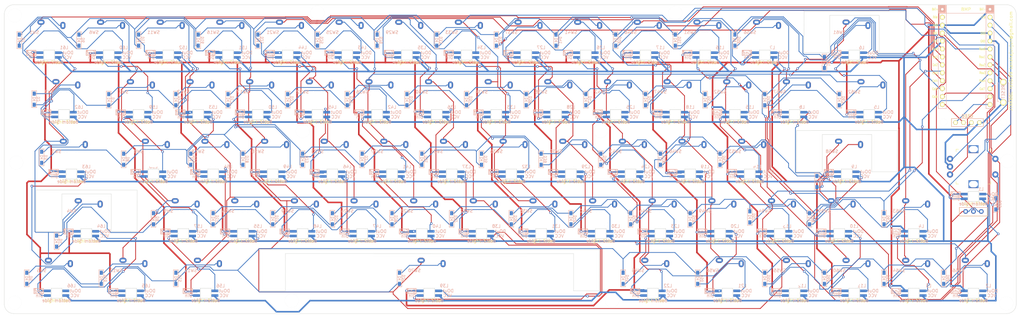
<source format=kicad_pcb>
(kicad_pcb (version 20171130) (host pcbnew "(5.1.12)-1")
  (layers (0 F.Cu signal) (31 B.Cu signal) (34 B.Paste user) (35 F.Paste user) (36 B.SilkS user) (37 F.SilkS user) (38 B.Mask user) (39 F.Mask user) (44 Edge.Cuts user))
  (net 0 "")
  (net 1 "Net-(D1-Pad2)")
  (net 2 Row0)
  (net 3 "Net-(D2-Pad2)")
  (net 4 Row1)
  (net 5 "Net-(D3-Pad2)")
  (net 6 Row2)
  (net 7 "Net-(D4-Pad2)")
  (net 8 Row3)
  (net 9 "Net-(D5-Pad2)")
  (net 10 Row4)
  (net 11 "Net-(D6-Pad2)")
  (net 12 "Net-(D7-Pad2)")
  (net 13 "Net-(D8-Pad2)")
  (net 14 "Net-(D9-Pad2)")
  (net 15 "Net-(D10-Pad2)")
  (net 16 "Net-(D11-Pad2)")
  (net 17 "Net-(D12-Pad2)")
  (net 18 "Net-(D13-Pad2)")
  (net 19 "Net-(D14-Pad2)")
  (net 20 "Net-(D15-Pad2)")
  (net 21 "Net-(D16-Pad2)")
  (net 22 "Net-(D17-Pad2)")
  (net 23 "Net-(D18-Pad2)")
  (net 24 "Net-(D19-Pad2)")
  (net 25 "Net-(D20-Pad2)")
  (net 26 "Net-(D21-Pad2)")
  (net 27 "Net-(D22-Pad2)")
  (net 28 "Net-(D23-Pad2)")
  (net 29 "Net-(D24-Pad2)")
  (net 30 "Net-(D25-Pad2)")
  (net 31 "Net-(D26-Pad2)")
  (net 32 "Net-(D27-Pad2)")
  (net 33 "Net-(D28-Pad2)")
  (net 34 "Net-(D29-Pad2)")
  (net 35 "Net-(D30-Pad2)")
  (net 36 "Net-(D31-Pad2)")
  (net 37 "Net-(D32-Pad2)")
  (net 38 "Net-(D33-Pad2)")
  (net 39 "Net-(D34-Pad2)")
  (net 40 "Net-(D35-Pad2)")
  (net 41 "Net-(D36-Pad2)")
  (net 42 "Net-(D37-Pad1)")
  (net 43 "Net-(D38-Pad1)")
  (net 44 "Net-(D39-Pad1)")
  (net 45 "Net-(D40-Pad1)")
  (net 46 "Net-(D41-Pad1)")
  (net 47 "Net-(D42-Pad1)")
  (net 48 "Net-(D43-Pad1)")
  (net 49 "Net-(D44-Pad1)")
  (net 50 "Net-(D45-Pad1)")
  (net 51 "Net-(D46-Pad1)")
  (net 52 "Net-(D47-Pad1)")
  (net 53 "Net-(D48-Pad1)")
  (net 54 "Net-(D49-Pad1)")
  (net 55 "Net-(D50-Pad1)")
  (net 56 "Net-(D51-Pad1)")
  (net 57 "Net-(D52-Pad1)")
  (net 58 "Net-(D53-Pad1)")
  (net 59 "Net-(D54-Pad1)")
  (net 60 "Net-(D55-Pad1)")
  (net 61 "Net-(D56-Pad1)")
  (net 62 "Net-(D57-Pad1)")
  (net 63 "Net-(D58-Pad1)")
  (net 64 "Net-(D59-Pad1)")
  (net 65 "Net-(D60-Pad1)")
  (net 66 "Net-(D61-Pad1)")
  (net 67 "Net-(D62-Pad1)")
  (net 68 "Net-(D63-Pad1)")
  (net 69 "Net-(D64-Pad1)")
  (net 70 "Net-(D65-Pad1)")
  (net 71 "Net-(D66-Pad1)")
  (net 72 GND)
  (net 73 Bat+)
  (net 74 LED)
  (net 75 "Net-(L1-Pad1)")
  (net 76 VCC)
  (net 77 "Net-(L2-Pad1)")
  (net 78 "Net-(L3-Pad1)")
  (net 79 "Net-(L4-Pad1)")
  (net 80 "Net-(L5-Pad1)")
  (net 81 "Net-(L6-Pad1)")
  (net 82 "Net-(L7-Pad1)")
  (net 83 "Net-(L8-Pad1)")
  (net 84 "Net-(L10-Pad3)")
  (net 85 "Net-(L10-Pad1)")
  (net 86 "Net-(L11-Pad1)")
  (net 87 "Net-(L12-Pad1)")
  (net 88 "Net-(L13-Pad1)")
  (net 89 "Net-(L14-Pad1)")
  (net 90 "Net-(L15-Pad1)")
  (net 91 "Net-(L16-Pad1)")
  (net 92 "Net-(L17-Pad1)")
  (net 93 "Net-(L18-Pad1)")
  (net 94 "Net-(L19-Pad1)")
  (net 95 "Net-(L20-Pad1)")
  (net 96 "Net-(L21-Pad1)")
  (net 97 "Net-(L22-Pad1)")
  (net 98 "Net-(L23-Pad1)")
  (net 99 "Net-(L24-Pad1)")
  (net 100 "Net-(L25-Pad1)")
  (net 101 "Net-(L26-Pad1)")
  (net 102 "Net-(L27-Pad1)")
  (net 103 "Net-(L28-Pad1)")
  (net 104 "Net-(L29-Pad1)")
  (net 105 "Net-(L30-Pad1)")
  (net 106 "Net-(L31-Pad1)")
  (net 107 "Net-(L32-Pad1)")
  (net 108 "Net-(L33-Pad1)")
  (net 109 "Net-(L34-Pad1)")
  (net 110 "Net-(L35-Pad1)")
  (net 111 "Net-(L36-Pad1)")
  (net 112 "Net-(L37-Pad1)")
  (net 113 "Net-(L38-Pad1)")
  (net 114 "Net-(L39-Pad1)")
  (net 115 "Net-(L40-Pad1)")
  (net 116 "Net-(L41-Pad1)")
  (net 117 "Net-(L42-Pad1)")
  (net 118 "Net-(L43-Pad1)")
  (net 119 "Net-(L44-Pad1)")
  (net 120 "Net-(L45-Pad1)")
  (net 121 "Net-(L46-Pad1)")
  (net 122 "Net-(L47-Pad1)")
  (net 123 "Net-(L48-Pad1)")
  (net 124 "Net-(L49-Pad1)")
  (net 125 "Net-(L50-Pad1)")
  (net 126 "Net-(L51-Pad1)")
  (net 127 "Net-(L52-Pad1)")
  (net 128 "Net-(L53-Pad1)")
  (net 129 "Net-(L54-Pad1)")
  (net 130 "Net-(L55-Pad1)")
  (net 131 "Net-(L56-Pad1)")
  (net 132 "Net-(L57-Pad1)")
  (net 133 "Net-(L58-Pad1)")
  (net 134 "Net-(L59-Pad1)")
  (net 135 "Net-(L60-Pad1)")
  (net 136 "Net-(L61-Pad1)")
  (net 137 "Net-(L62-Pad1)")
  (net 138 "Net-(L63-Pad1)")
  (net 139 "Net-(L64-Pad1)")
  (net 140 "Net-(L65-Pad1)")
  (net 141 "Net-(L66-Pad1)")
  (net 142 D1)
  (net 143 C1)
  (net 144 Col0)
  (net 145 Col1)
  (net 146 Col2)
  (net 147 Col3)
  (net 148 Col4)
  (net 149 Col5)
  (net 150 Col6)
  (net 151 Col7)
  (net 152 B1)
  (net 153 A1)
  (net 154 Reset)
  (net 155 "Net-(U1-Pad24)")
  (module kbd_Hole:m2_Screw_Hole_EdgeCuts (layer F.Cu) (at 314.345 54.7788)
    (fp_text reference J14 hide)
    (fp_text value Conn_01x01 hide)
    (fp_circle (center 0 0) (end 1.1 0) (layer Edge.Cuts) (width 0.01))
  )
  (module kbd_Hole:m2_Screw_Hole_EdgeCuts (layer F.Cu) (at 333.375 54.7688)
    (fp_text reference J15 hide)
    (fp_text value Conn_01x01 hide)
    (fp_circle (center 0 0) (end 1.1 0) (layer Edge.Cuts) (width 0.01))
  )
  (module footprints:Gateron_KS-27_Solder (layer F.Cu) (at 323.85 104.775)
    (fp_text reference SW66 (at -4.75 -2.5 unlocked) (layer B.SilkS) (effects (justify mirror)))
    (fp_text value SW_PUSH)
    (pad 2 thru_hole oval (at 4.4 -4.7) (size 1.65 2.3) (drill oval 0.65 1.3) (layers *.Cu *.Mask) (net 71 "Net-(D66-Pad1)"))
    (pad 1 thru_hole oval (at -2.6 -5.75) (size 2.3 1.65) (drill oval 1.3 0.65) (layers *.Cu *.Mask) (net 150 Col6))
    (pad "" np_thru_hole circle (at 0 0 90) (size 5.2 5.2) (drill 5.2) (layers *.Cu *.Mask))
  )
  (module kbd_Parts:RotaryEncoder_EC12E (layer F.Cu) (at 323.85 69.0562)
    (fp_text reference SW65)
    (fp_text value Rotary_Encoder_Switch)
    (pad S1 thru_hole circle (at 7 2.5) (size 2 2) (drill 1) (layers *.Cu *.Mask) (net 70 "Net-(D65-Pad1)"))
    (pad S2 thru_hole circle (at 7 -2.5) (size 2 2) (drill 1) (layers *.Cu *.Mask) (net 150 Col6))
    (pad MP thru_hole rect (at 0 5.6) (size 3.2 2.5) (drill oval 2.8 2) (layers *.Cu *.Mask))
    (pad MP thru_hole rect (at 0 -5.6) (size 3.2 2.5) (drill oval 2.8 2) (layers *.Cu *.Mask))
    (pad B thru_hole circle (at -7.5 2.5) (size 2 2) (drill 1) (layers *.Cu *.Mask) (net 152 B1))
    (pad C thru_hole circle (at -7.5 0) (size 2 2) (drill 1) (layers *.Cu *.Mask) (net 72 GND))
    (pad A thru_hole circle (at -7.5 -2.5) (size 2 2) (drill 1) (layers *.Cu *.Mask) (net 153 A1))
  )
  (module kbd_Parts:Micon_BMP_GL_C (layer F.Cu) (at 321.469 35.7188)
    (fp_text reference U1 hide)
    (fp_text value BLEMicroPro hide)
    (fp_text user BMP (at 0 -17) (layer F.SilkS))
    (fp_text user BAT- (at 5.3 -17.018) (layer F.SilkS) (effects (font (size 0.75 0.5) (thickness 0.125))))
    (fp_text user BAT+ (at -9.9155 -17.018) (layer F.SilkS) (effects (font (size 0.75 0.5) (thickness 0.125))))
    (fp_text user "" (at -0.5 -17.25) (layer F.SilkS))
    (fp_text user "" (at -1.2065 -16.256) (layer B.SilkS) (effects (justify mirror)))
    (fp_text user RAW (at -9.8155 -14.478) (layer F.SilkS) (effects (font (size 0.75 0.5) (thickness 0.125))))
    (fp_text user LED (at 5.5 -14.478) (layer F.SilkS) (effects (font (size 0.75 0.5) (thickness 0.125))))
    (fp_text user GND (at -9.8155 -11.938) (layer F.SilkS) (effects (font (size 0.75 0.5) (thickness 0.125))))
    (fp_text user RST (at -9.8155 -9.3345) (layer F.SilkS) (effects (font (size 0.75 0.5) (thickness 0.125))))
    (fp_text user GND (at 5.4245 -9.3345) (layer F.SilkS) (effects (font (size 0.75 0.5) (thickness 0.125))))
    (fp_text user VCC (at -9.8155 -6.858) (layer F.SilkS) (effects (font (size 0.75 0.5) (thickness 0.125))))
    (fp_text user GND (at 5.361 -6.7945) (layer F.SilkS) (effects (font (size 0.75 0.5) (thickness 0.125))))
    (fp_text user Col3 (at -9.9 3.35) (layer F.SilkS) (effects (font (size 0.75 0.5) (thickness 0.125))))
    (fp_text user Row2 (at 5.2 0.8) (layer F.SilkS) (effects (font (size 0.75 0.5) (thickness 0.125))))
    (fp_text user Col2 (at -9.9 0.762) (layer F.SilkS) (effects (font (size 0.75 0.5) (thickness 0.125))))
    (fp_text user Row1 (at 5.161 -1.778) (layer F.SilkS) (effects (font (size 0.75 0.5) (thickness 0.125))))
    (fp_text user Col1 (at -9.85 -1.778) (layer F.SilkS) (effects (font (size 0.75 0.5) (thickness 0.125))))
    (fp_text user Row0 (at 5.161 -4.318) (layer F.SilkS) (effects (font (size 0.75 0.5) (thickness 0.125))))
    (fp_text user Col0 (at -9.9 -4.3) (layer F.SilkS) (effects (font (size 0.75 0.5) (thickness 0.125))))
    (fp_text user Col6 (at -9.95 10.95) (layer F.SilkS) (effects (font (size 0.75 0.5) (thickness 0.125))))
    (fp_text user Col7 (at 5.2 8.4455) (layer F.SilkS) (effects (font (size 0.75 0.5) (thickness 0.125))))
    (fp_text user Col5 (at -9.95 8.4455) (layer F.SilkS) (effects (font (size 0.75 0.5) (thickness 0.125))))
    (fp_text user Row4 (at 5.2 5.85) (layer F.SilkS) (effects (font (size 0.75 0.5) (thickness 0.125))))
    (fp_text user Col4 (at -9.95 5.85) (layer F.SilkS) (effects (font (size 0.75 0.5) (thickness 0.125))))
    (fp_text user Row3 (at 5.25 3.302) (layer F.SilkS) (effects (font (size 0.75 0.5) (thickness 0.125))))
    (pad 25 thru_hole circle (at -7.5636 -17.018) (size 1.524 1.524) (drill 0.8128) (layers *.Cu *.Mask F.SilkS) (net 73 Bat+))
    (pad 26 thru_hole circle (at 7.6564 -17.018) (size 1.524 1.524) (drill 0.8128) (layers *.Cu *.Mask F.SilkS) (net 72 GND))
    (pad 1 thru_hole circle (at 7.6564 -14.478) (size 1.524 1.524) (drill 0.8128) (layers *.Cu *.Mask F.SilkS) (net 74 LED))
    (pad 2 thru_hole circle (at 7.6564 -11.938) (size 1.524 1.524) (drill 0.8128) (layers *.Cu *.Mask F.SilkS) (net 153 A1))
    (pad 3 thru_hole circle (at 7.6564 -9.398) (size 1.524 1.524) (drill 0.8128) (layers *.Cu *.Mask F.SilkS) (net 72 GND))
    (pad 4 thru_hole circle (at 7.6564 -6.858) (size 1.524 1.524) (drill 0.8128) (layers *.Cu *.Mask F.SilkS) (net 72 GND))
    (pad 5 thru_hole circle (at 7.6564 -4.318) (size 1.524 1.524) (drill 0.8128) (layers *.Cu *.Mask F.SilkS) (net 2 Row0))
    (pad 6 thru_hole circle (at 7.6564 -1.778) (size 1.524 1.524) (drill 0.8128) (layers *.Cu *.Mask F.SilkS) (net 4 Row1))
    (pad 7 thru_hole circle (at 7.6564 0.762) (size 1.524 1.524) (drill 0.8128) (layers *.Cu *.Mask F.SilkS) (net 6 Row2))
    (pad 8 thru_hole circle (at 7.6564 3.302) (size 1.524 1.524) (drill 0.8128) (layers *.Cu *.Mask F.SilkS) (net 8 Row3))
    (pad 9 thru_hole circle (at 7.6564 5.842) (size 1.524 1.524) (drill 0.8128) (layers *.Cu *.Mask F.SilkS) (net 10 Row4))
    (pad 10 thru_hole circle (at 7.6564 8.382) (size 1.524 1.524) (drill 0.8128) (layers *.Cu *.Mask F.SilkS) (net 151 Col7))
    (pad 11 thru_hole circle (at 7.6564 10.922) (size 1.524 1.524) (drill 0.8128) (layers *.Cu *.Mask F.SilkS) (net 152 B1))
    (pad 12 thru_hole circle (at 7.6564 13.462) (size 1.524 1.524) (drill 0.8128) (layers *.Cu *.Mask F.SilkS) (net 143 C1))
    (pad 13 thru_hole circle (at -7.5636 13.462) (size 1.524 1.524) (drill 0.8128) (layers *.Cu *.Mask F.SilkS) (net 142 D1))
    (pad 14 thru_hole circle (at -7.5636 10.922) (size 1.524 1.524) (drill 0.8128) (layers *.Cu *.Mask F.SilkS) (net 150 Col6))
    (pad 15 thru_hole circle (at -7.5636 8.382) (size 1.524 1.524) (drill 0.8128) (layers *.Cu *.Mask F.SilkS) (net 149 Col5))
    (pad 16 thru_hole circle (at -7.5636 5.842) (size 1.524 1.524) (drill 0.8128) (layers *.Cu *.Mask F.SilkS) (net 148 Col4))
    (pad 17 thru_hole circle (at -7.5636 3.302) (size 1.524 1.524) (drill 0.8128) (layers *.Cu *.Mask F.SilkS) (net 147 Col3))
    (pad 18 thru_hole circle (at -7.5636 0.762) (size 1.524 1.524) (drill 0.8128) (layers *.Cu *.Mask F.SilkS) (net 146 Col2))
    (pad 19 thru_hole circle (at -7.5636 -1.778) (size 1.524 1.524) (drill 0.8128) (layers *.Cu *.Mask F.SilkS) (net 145 Col1))
    (pad 20 thru_hole circle (at -7.5636 -4.318) (size 1.524 1.524) (drill 0.8128) (layers *.Cu *.Mask F.SilkS) (net 144 Col0))
    (pad 21 thru_hole circle (at -7.5636 -6.858) (size 1.524 1.524) (drill 0.8128) (layers *.Cu *.Mask F.SilkS) (net 76 VCC))
    (pad 22 thru_hole circle (at -7.5636 -9.398) (size 1.524 1.524) (drill 0.8128) (layers *.Cu *.Mask F.SilkS) (net 154 Reset))
    (pad 23 thru_hole circle (at -7.5636 -11.938) (size 1.524 1.524) (drill 0.8128) (layers *.Cu *.Mask F.SilkS) (net 72 GND))
    (pad 24 thru_hole circle (at -7.5636 -14.478) (size 1.524 1.524) (drill 0.8128) (layers *.Cu *.Mask F.SilkS) (net 155 "Net-(U1-Pad24)"))
  )
  (module kbd_Parts:ResetSW (layer F.Cu) (at 333.375 45.2438 90)
    (fp_text reference SW67 hide)
    (fp_text value SW_PUSH)
    (fp_text user RESET (at 0.127 0 90) (layer B.SilkS) (effects (justify mirror)))
    (pad 2 thru_hole circle (at -3.25 0 90) (size 2 2) (drill 1.3) (layers *.Cu *.Mask F.SilkS) (net 72 GND))
    (pad 1 thru_hole circle (at 3.25 0 90) (size 2 2) (drill 1.3) (layers *.Cu *.Mask F.SilkS) (net 154 Reset))
  )
  (module footprints:Gateron_KS-27_Solder (layer F.Cu) (at 304.8 104.775)
    (fp_text reference SW64 (at -4.75 -2.5 unlocked) (layer B.SilkS) (effects (justify mirror)))
    (fp_text value SW_PUSH)
    (pad 2 thru_hole oval (at 4.4 -4.7) (size 1.65 2.3) (drill oval 0.65 1.3) (layers *.Cu *.Mask) (net 69 "Net-(D64-Pad1)"))
    (pad 1 thru_hole oval (at -2.6 -5.75) (size 2.3 1.65) (drill oval 1.3 0.65) (layers *.Cu *.Mask) (net 149 Col5))
    (pad "" np_thru_hole circle (at 0 0 90) (size 5.2 5.2) (drill 5.2) (layers *.Cu *.Mask))
  )
  (module footprints:Gateron_KS-27_Solder (layer F.Cu) (at 304.8 85.725)
    (fp_text reference SW63 (at -4.75 -2.5 unlocked) (layer B.SilkS) (effects (justify mirror)))
    (fp_text value SW_PUSH)
    (pad 2 thru_hole oval (at 4.4 -4.7) (size 1.65 2.3) (drill oval 0.65 1.3) (layers *.Cu *.Mask) (net 68 "Net-(D63-Pad1)"))
    (pad 1 thru_hole oval (at -2.6 -5.75) (size 2.3 1.65) (drill oval 1.3 0.65) (layers *.Cu *.Mask) (net 149 Col5))
    (pad "" np_thru_hole circle (at 0 0 90) (size 5.2 5.2) (drill 5.2) (layers *.Cu *.Mask))
  )
  (module footprints:Gateron_KS-27_Solder (layer F.Cu) (at 290.512 47.625)
    (fp_text reference SW62 (at -4.75 -2.5 unlocked) (layer B.SilkS) (effects (justify mirror)))
    (fp_text value SW_PUSH)
    (pad 2 thru_hole oval (at 4.4 -4.7) (size 1.65 2.3) (drill oval 0.65 1.3) (layers *.Cu *.Mask) (net 67 "Net-(D62-Pad1)"))
    (pad 1 thru_hole oval (at -2.6 -5.75) (size 2.3 1.65) (drill oval 1.3 0.65) (layers *.Cu *.Mask) (net 149 Col5))
    (pad "" np_thru_hole circle (at 0 0 90) (size 5.2 5.2) (drill 5.2) (layers *.Cu *.Mask))
  )
  (module footprints:Gateron_KS-27_Solder (layer F.Cu) (at 285.75 28.575)
    (fp_text reference SW61 (at -4.75 -2.5 unlocked) (layer B.SilkS) (effects (justify mirror)))
    (fp_text value SW_PUSH)
    (pad 2 thru_hole oval (at 4.4 -4.7) (size 1.65 2.3) (drill oval 0.65 1.3) (layers *.Cu *.Mask) (net 66 "Net-(D61-Pad1)"))
    (pad 1 thru_hole oval (at -2.6 -5.75) (size 2.3 1.65) (drill oval 1.3 0.65) (layers *.Cu *.Mask) (net 149 Col5))
    (pad "" np_thru_hole circle (at 0 0 90) (size 5.2 5.2) (drill 5.2) (layers *.Cu *.Mask))
  )
  (module footprints:Gateron_KS-27_Solder (layer F.Cu) (at 285.75 104.775)
    (fp_text reference SW60 (at -4.75 -2.5 unlocked) (layer B.SilkS) (effects (justify mirror)))
    (fp_text value SW_PUSH)
    (pad 2 thru_hole oval (at 4.4 -4.7) (size 1.65 2.3) (drill oval 0.65 1.3) (layers *.Cu *.Mask) (net 65 "Net-(D60-Pad1)"))
    (pad 1 thru_hole oval (at -2.6 -5.75) (size 2.3 1.65) (drill oval 1.3 0.65) (layers *.Cu *.Mask) (net 148 Col4))
    (pad "" np_thru_hole circle (at 0 0 90) (size 5.2 5.2) (drill 5.2) (layers *.Cu *.Mask))
  )
  (module footprints:Gateron_KS-27_Solder (layer F.Cu) (at 280.988 85.725)
    (fp_text reference SW59 (at -4.75 -2.5 unlocked) (layer B.SilkS) (effects (justify mirror)))
    (fp_text value SW_PUSH)
    (pad 2 thru_hole oval (at 4.4 -4.7) (size 1.65 2.3) (drill oval 0.65 1.3) (layers *.Cu *.Mask) (net 64 "Net-(D59-Pad1)"))
    (pad 1 thru_hole oval (at -2.6 -5.75) (size 2.3 1.65) (drill oval 1.3 0.65) (layers *.Cu *.Mask) (net 148 Col4))
    (pad "" np_thru_hole circle (at 0 0 90) (size 5.2 5.2) (drill 5.2) (layers *.Cu *.Mask))
  )
  (module footprints:Gateron_KS-27_Solder (layer F.Cu) (at 283.369 66.675)
    (fp_text reference SW58 (at -4.75 -2.5 unlocked) (layer B.SilkS) (effects (justify mirror)))
    (fp_text value SW_PUSH)
    (pad 2 thru_hole oval (at 4.4 -4.7) (size 1.65 2.3) (drill oval 0.65 1.3) (layers *.Cu *.Mask) (net 63 "Net-(D58-Pad1)"))
    (pad 1 thru_hole oval (at -2.6 -5.75) (size 2.3 1.65) (drill oval 1.3 0.65) (layers *.Cu *.Mask) (net 148 Col4))
    (pad "" np_thru_hole circle (at 0 0 90) (size 5.2 5.2) (drill 5.2) (layers *.Cu *.Mask))
  )
  (module footprints:Gateron_KS-27_Solder (layer F.Cu) (at 266.7 47.625)
    (fp_text reference SW57 (at -4.75 -2.5 unlocked) (layer B.SilkS) (effects (justify mirror)))
    (fp_text value SW_PUSH)
    (pad 2 thru_hole oval (at 4.4 -4.7) (size 1.65 2.3) (drill oval 0.65 1.3) (layers *.Cu *.Mask) (net 62 "Net-(D57-Pad1)"))
    (pad 1 thru_hole oval (at -2.6 -5.75) (size 2.3 1.65) (drill oval 1.3 0.65) (layers *.Cu *.Mask) (net 148 Col4))
    (pad "" np_thru_hole circle (at 0 0 90) (size 5.2 5.2) (drill 5.2) (layers *.Cu *.Mask))
  )
  (module footprints:Gateron_KS-27_Solder (layer F.Cu) (at 257.175 28.575)
    (fp_text reference SW56 (at -4.75 -2.5 unlocked) (layer B.SilkS) (effects (justify mirror)))
    (fp_text value SW_PUSH)
    (pad 2 thru_hole oval (at 4.4 -4.7) (size 1.65 2.3) (drill oval 0.65 1.3) (layers *.Cu *.Mask) (net 61 "Net-(D56-Pad1)"))
    (pad 1 thru_hole oval (at -2.6 -5.75) (size 2.3 1.65) (drill oval 1.3 0.65) (layers *.Cu *.Mask) (net 148 Col4))
    (pad "" np_thru_hole circle (at 0 0 90) (size 5.2 5.2) (drill 5.2) (layers *.Cu *.Mask))
  )
  (module footprints:Gateron_KS-27_Solder (layer F.Cu) (at 266.7 104.775)
    (fp_text reference SW55 (at -4.75 -2.5 unlocked) (layer B.SilkS) (effects (justify mirror)))
    (fp_text value SW_PUSH)
    (pad 2 thru_hole oval (at 4.4 -4.7) (size 1.65 2.3) (drill oval 0.65 1.3) (layers *.Cu *.Mask) (net 60 "Net-(D55-Pad1)"))
    (pad 1 thru_hole oval (at -2.6 -5.75) (size 2.3 1.65) (drill oval 1.3 0.65) (layers *.Cu *.Mask) (net 147 Col3))
    (pad "" np_thru_hole circle (at 0 0 90) (size 5.2 5.2) (drill 5.2) (layers *.Cu *.Mask))
  )
  (module footprints:Gateron_KS-27_Solder (layer F.Cu) (at 261.938 85.725)
    (fp_text reference SW54 (at -4.75 -2.5 unlocked) (layer B.SilkS) (effects (justify mirror)))
    (fp_text value SW_PUSH)
    (pad 2 thru_hole oval (at 4.4 -4.7) (size 1.65 2.3) (drill oval 0.65 1.3) (layers *.Cu *.Mask) (net 59 "Net-(D54-Pad1)"))
    (pad 1 thru_hole oval (at -2.6 -5.75) (size 2.3 1.65) (drill oval 1.3 0.65) (layers *.Cu *.Mask) (net 147 Col3))
    (pad "" np_thru_hole circle (at 0 0 90) (size 5.2 5.2) (drill 5.2) (layers *.Cu *.Mask))
  )
  (module footprints:Gateron_KS-27_Solder (layer F.Cu) (at 252.412 66.675)
    (fp_text reference SW53 (at -4.75 -2.5 unlocked) (layer B.SilkS) (effects (justify mirror)))
    (fp_text value SW_PUSH)
    (pad 2 thru_hole oval (at 4.4 -4.7) (size 1.65 2.3) (drill oval 0.65 1.3) (layers *.Cu *.Mask) (net 58 "Net-(D53-Pad1)"))
    (pad 1 thru_hole oval (at -2.6 -5.75) (size 2.3 1.65) (drill oval 1.3 0.65) (layers *.Cu *.Mask) (net 147 Col3))
    (pad "" np_thru_hole circle (at 0 0 90) (size 5.2 5.2) (drill 5.2) (layers *.Cu *.Mask))
  )
  (module footprints:Gateron_KS-27_Solder (layer F.Cu) (at 247.65 47.625)
    (fp_text reference SW52 (at -4.75 -2.5 unlocked) (layer B.SilkS) (effects (justify mirror)))
    (fp_text value SW_PUSH)
    (pad 2 thru_hole oval (at 4.4 -4.7) (size 1.65 2.3) (drill oval 0.65 1.3) (layers *.Cu *.Mask) (net 57 "Net-(D52-Pad1)"))
    (pad 1 thru_hole oval (at -2.6 -5.75) (size 2.3 1.65) (drill oval 1.3 0.65) (layers *.Cu *.Mask) (net 147 Col3))
    (pad "" np_thru_hole circle (at 0 0 90) (size 5.2 5.2) (drill 5.2) (layers *.Cu *.Mask))
  )
  (module footprints:Gateron_KS-27_Solder (layer F.Cu) (at 238.125 28.575)
    (fp_text reference SW51 (at -4.75 -2.5 unlocked) (layer B.SilkS) (effects (justify mirror)))
    (fp_text value SW_PUSH)
    (pad 2 thru_hole oval (at 4.4 -4.7) (size 1.65 2.3) (drill oval 0.65 1.3) (layers *.Cu *.Mask) (net 56 "Net-(D51-Pad1)"))
    (pad 1 thru_hole oval (at -2.6 -5.75) (size 2.3 1.65) (drill oval 1.3 0.65) (layers *.Cu *.Mask) (net 147 Col3))
    (pad "" np_thru_hole circle (at 0 0 90) (size 5.2 5.2) (drill 5.2) (layers *.Cu *.Mask))
  )
  (module footprints:Gateron_KS-27_Solder (layer F.Cu) (at 245.269 104.775)
    (fp_text reference SW50 (at -4.75 -2.5 unlocked) (layer B.SilkS) (effects (justify mirror)))
    (fp_text value SW_PUSH)
    (pad 2 thru_hole oval (at 4.4 -4.7) (size 1.65 2.3) (drill oval 0.65 1.3) (layers *.Cu *.Mask) (net 55 "Net-(D50-Pad1)"))
    (pad 1 thru_hole oval (at -2.6 -5.75) (size 2.3 1.65) (drill oval 1.3 0.65) (layers *.Cu *.Mask) (net 146 Col2))
    (pad "" np_thru_hole circle (at 0 0 90) (size 5.2 5.2) (drill 5.2) (layers *.Cu *.Mask))
  )
  (module footprints:Gateron_KS-27_Solder (layer F.Cu) (at 242.888 85.725)
    (fp_text reference SW49 (at -4.75 -2.5 unlocked) (layer B.SilkS) (effects (justify mirror)))
    (fp_text value SW_PUSH)
    (pad 2 thru_hole oval (at 4.4 -4.7) (size 1.65 2.3) (drill oval 0.65 1.3) (layers *.Cu *.Mask) (net 54 "Net-(D49-Pad1)"))
    (pad 1 thru_hole oval (at -2.6 -5.75) (size 2.3 1.65) (drill oval 1.3 0.65) (layers *.Cu *.Mask) (net 146 Col2))
    (pad "" np_thru_hole circle (at 0 0 90) (size 5.2 5.2) (drill 5.2) (layers *.Cu *.Mask))
  )
  (module footprints:Gateron_KS-27_Solder (layer F.Cu) (at 233.362 66.675)
    (fp_text reference SW48 (at -4.75 -2.5 unlocked) (layer B.SilkS) (effects (justify mirror)))
    (fp_text value SW_PUSH)
    (pad 2 thru_hole oval (at 4.4 -4.7) (size 1.65 2.3) (drill oval 0.65 1.3) (layers *.Cu *.Mask) (net 53 "Net-(D48-Pad1)"))
    (pad 1 thru_hole oval (at -2.6 -5.75) (size 2.3 1.65) (drill oval 1.3 0.65) (layers *.Cu *.Mask) (net 146 Col2))
    (pad "" np_thru_hole circle (at 0 0 90) (size 5.2 5.2) (drill 5.2) (layers *.Cu *.Mask))
  )
  (module footprints:Gateron_KS-27_Solder (layer F.Cu) (at 228.6 47.625)
    (fp_text reference SW47 (at -4.75 -2.5 unlocked) (layer B.SilkS) (effects (justify mirror)))
    (fp_text value SW_PUSH)
    (pad 2 thru_hole oval (at 4.4 -4.7) (size 1.65 2.3) (drill oval 0.65 1.3) (layers *.Cu *.Mask) (net 52 "Net-(D47-Pad1)"))
    (pad 1 thru_hole oval (at -2.6 -5.75) (size 2.3 1.65) (drill oval 1.3 0.65) (layers *.Cu *.Mask) (net 146 Col2))
    (pad "" np_thru_hole circle (at 0 0 90) (size 5.2 5.2) (drill 5.2) (layers *.Cu *.Mask))
  )
  (module footprints:Gateron_KS-27_Solder (layer F.Cu) (at 219.075 28.575)
    (fp_text reference SW46 (at -4.75 -2.5 unlocked) (layer B.SilkS) (effects (justify mirror)))
    (fp_text value SW_PUSH)
    (pad 2 thru_hole oval (at 4.4 -4.7) (size 1.65 2.3) (drill oval 0.65 1.3) (layers *.Cu *.Mask) (net 51 "Net-(D46-Pad1)"))
    (pad 1 thru_hole oval (at -2.6 -5.75) (size 2.3 1.65) (drill oval 1.3 0.65) (layers *.Cu *.Mask) (net 146 Col2))
    (pad "" np_thru_hole circle (at 0 0 90) (size 5.2 5.2) (drill 5.2) (layers *.Cu *.Mask))
  )
  (module footprints:Gateron_KS-27_Solder (layer F.Cu) (at 221.456 104.775)
    (fp_text reference SW45 (at -4.75 -2.5 unlocked) (layer B.SilkS) (effects (justify mirror)))
    (fp_text value SW_PUSH)
    (pad 2 thru_hole oval (at 4.4 -4.7) (size 1.65 2.3) (drill oval 0.65 1.3) (layers *.Cu *.Mask) (net 50 "Net-(D45-Pad1)"))
    (pad 1 thru_hole oval (at -2.6 -5.75) (size 2.3 1.65) (drill oval 1.3 0.65) (layers *.Cu *.Mask) (net 145 Col1))
    (pad "" np_thru_hole circle (at 0 0 90) (size 5.2 5.2) (drill 5.2) (layers *.Cu *.Mask))
  )
  (module footprints:Gateron_KS-27_Solder (layer F.Cu) (at 223.838 85.725)
    (fp_text reference SW44 (at -4.75 -2.5 unlocked) (layer B.SilkS) (effects (justify mirror)))
    (fp_text value SW_PUSH)
    (pad 2 thru_hole oval (at 4.4 -4.7) (size 1.65 2.3) (drill oval 0.65 1.3) (layers *.Cu *.Mask) (net 49 "Net-(D44-Pad1)"))
    (pad 1 thru_hole oval (at -2.6 -5.75) (size 2.3 1.65) (drill oval 1.3 0.65) (layers *.Cu *.Mask) (net 145 Col1))
    (pad "" np_thru_hole circle (at 0 0 90) (size 5.2 5.2) (drill 5.2) (layers *.Cu *.Mask))
  )
  (module footprints:Gateron_KS-27_Solder (layer F.Cu) (at 214.312 66.675)
    (fp_text reference SW43 (at -4.75 -2.5 unlocked) (layer B.SilkS) (effects (justify mirror)))
    (fp_text value SW_PUSH)
    (pad 2 thru_hole oval (at 4.4 -4.7) (size 1.65 2.3) (drill oval 0.65 1.3) (layers *.Cu *.Mask) (net 48 "Net-(D43-Pad1)"))
    (pad 1 thru_hole oval (at -2.6 -5.75) (size 2.3 1.65) (drill oval 1.3 0.65) (layers *.Cu *.Mask) (net 145 Col1))
    (pad "" np_thru_hole circle (at 0 0 90) (size 5.2 5.2) (drill 5.2) (layers *.Cu *.Mask))
  )
  (module footprints:Gateron_KS-27_Solder (layer F.Cu) (at 209.55 47.625)
    (fp_text reference SW42 (at -4.75 -2.5 unlocked) (layer B.SilkS) (effects (justify mirror)))
    (fp_text value SW_PUSH)
    (pad 2 thru_hole oval (at 4.4 -4.7) (size 1.65 2.3) (drill oval 0.65 1.3) (layers *.Cu *.Mask) (net 47 "Net-(D42-Pad1)"))
    (pad 1 thru_hole oval (at -2.6 -5.75) (size 2.3 1.65) (drill oval 1.3 0.65) (layers *.Cu *.Mask) (net 145 Col1))
    (pad "" np_thru_hole circle (at 0 0 90) (size 5.2 5.2) (drill 5.2) (layers *.Cu *.Mask))
  )
  (module footprints:Gateron_KS-27_Solder (layer F.Cu) (at 200.025 28.575)
    (fp_text reference SW41 (at -4.75 -2.5 unlocked) (layer B.SilkS) (effects (justify mirror)))
    (fp_text value SW_PUSH)
    (pad 2 thru_hole oval (at 4.4 -4.7) (size 1.65 2.3) (drill oval 0.65 1.3) (layers *.Cu *.Mask) (net 46 "Net-(D41-Pad1)"))
    (pad 1 thru_hole oval (at -2.6 -5.75) (size 2.3 1.65) (drill oval 1.3 0.65) (layers *.Cu *.Mask) (net 145 Col1))
    (pad "" np_thru_hole circle (at 0 0 90) (size 5.2 5.2) (drill 5.2) (layers *.Cu *.Mask))
  )
  (module footprints:Gateron_KS-27_Solder (layer F.Cu) (at 204.788 85.725)
    (fp_text reference SW40 (at -4.75 -2.5 unlocked) (layer B.SilkS) (effects (justify mirror)))
    (fp_text value SW_PUSH)
    (pad 2 thru_hole oval (at 4.4 -4.7) (size 1.65 2.3) (drill oval 0.65 1.3) (layers *.Cu *.Mask) (net 45 "Net-(D40-Pad1)"))
    (pad 1 thru_hole oval (at -2.6 -5.75) (size 2.3 1.65) (drill oval 1.3 0.65) (layers *.Cu *.Mask) (net 144 Col0))
    (pad "" np_thru_hole circle (at 0 0 90) (size 5.2 5.2) (drill 5.2) (layers *.Cu *.Mask))
  )
  (module footprints:Gateron_KS-27_Solder (layer F.Cu) (at 195.262 66.675)
    (fp_text reference SW39 (at -4.75 -2.5 unlocked) (layer B.SilkS) (effects (justify mirror)))
    (fp_text value SW_PUSH)
    (pad 2 thru_hole oval (at 4.4 -4.7) (size 1.65 2.3) (drill oval 0.65 1.3) (layers *.Cu *.Mask) (net 44 "Net-(D39-Pad1)"))
    (pad 1 thru_hole oval (at -2.6 -5.75) (size 2.3 1.65) (drill oval 1.3 0.65) (layers *.Cu *.Mask) (net 144 Col0))
    (pad "" np_thru_hole circle (at 0 0 90) (size 5.2 5.2) (drill 5.2) (layers *.Cu *.Mask))
  )
  (module footprints:Gateron_KS-27_Solder (layer F.Cu) (at 190.5 47.625)
    (fp_text reference SW38 (at -4.75 -2.5 unlocked) (layer B.SilkS) (effects (justify mirror)))
    (fp_text value SW_PUSH)
    (pad 2 thru_hole oval (at 4.4 -4.7) (size 1.65 2.3) (drill oval 0.65 1.3) (layers *.Cu *.Mask) (net 43 "Net-(D38-Pad1)"))
    (pad 1 thru_hole oval (at -2.6 -5.75) (size 2.3 1.65) (drill oval 1.3 0.65) (layers *.Cu *.Mask) (net 144 Col0))
    (pad "" np_thru_hole circle (at 0 0 90) (size 5.2 5.2) (drill 5.2) (layers *.Cu *.Mask))
  )
  (module footprints:Gateron_KS-27_Solder (layer F.Cu) (at 180.975 28.575)
    (fp_text reference SW37 (at -4.75 -2.5 unlocked) (layer B.SilkS) (effects (justify mirror)))
    (fp_text value SW_PUSH)
    (pad 2 thru_hole oval (at 4.4 -4.7) (size 1.65 2.3) (drill oval 0.65 1.3) (layers *.Cu *.Mask) (net 42 "Net-(D37-Pad1)"))
    (pad 1 thru_hole oval (at -2.6 -5.75) (size 2.3 1.65) (drill oval 1.3 0.65) (layers *.Cu *.Mask) (net 144 Col0))
    (pad "" np_thru_hole circle (at 0 0 90) (size 5.2 5.2) (drill 5.2) (layers *.Cu *.Mask))
  )
  (module footprints:Gateron_KS-27_Solder (layer F.Cu) (at 185.738 85.725)
    (fp_text reference SW36 (at -4.75 -2.5 unlocked) (layer B.SilkS) (effects (justify mirror)))
    (fp_text value SW_PUSH)
    (pad 2 thru_hole oval (at 4.4 -4.7) (size 1.65 2.3) (drill oval 0.65 1.3) (layers *.Cu *.Mask) (net 41 "Net-(D36-Pad2)"))
    (pad 1 thru_hole oval (at -2.6 -5.75) (size 2.3 1.65) (drill oval 1.3 0.65) (layers *.Cu *.Mask) (net 151 Col7))
    (pad "" np_thru_hole circle (at 0 0 90) (size 5.2 5.2) (drill 5.2) (layers *.Cu *.Mask))
  )
  (module footprints:Gateron_KS-27_Solder (layer F.Cu) (at 176.212 66.675)
    (fp_text reference SW35 (at -4.75 -2.5 unlocked) (layer B.SilkS) (effects (justify mirror)))
    (fp_text value SW_PUSH)
    (pad 2 thru_hole oval (at 4.4 -4.7) (size 1.65 2.3) (drill oval 0.65 1.3) (layers *.Cu *.Mask) (net 40 "Net-(D35-Pad2)"))
    (pad 1 thru_hole oval (at -2.6 -5.75) (size 2.3 1.65) (drill oval 1.3 0.65) (layers *.Cu *.Mask) (net 151 Col7))
    (pad "" np_thru_hole circle (at 0 0 90) (size 5.2 5.2) (drill 5.2) (layers *.Cu *.Mask))
  )
  (module footprints:Gateron_KS-27_Solder (layer F.Cu) (at 171.45 47.625)
    (fp_text reference SW34 (at -4.75 -2.5 unlocked) (layer B.SilkS) (effects (justify mirror)))
    (fp_text value SW_PUSH)
    (pad 2 thru_hole oval (at 4.4 -4.7) (size 1.65 2.3) (drill oval 0.65 1.3) (layers *.Cu *.Mask) (net 39 "Net-(D34-Pad2)"))
    (pad 1 thru_hole oval (at -2.6 -5.75) (size 2.3 1.65) (drill oval 1.3 0.65) (layers *.Cu *.Mask) (net 151 Col7))
    (pad "" np_thru_hole circle (at 0 0 90) (size 5.2 5.2) (drill 5.2) (layers *.Cu *.Mask))
  )
  (module footprints:Gateron_KS-27_Solder (layer F.Cu) (at 161.925 28.575)
    (fp_text reference SW33 (at -4.75 -2.5 unlocked) (layer B.SilkS) (effects (justify mirror)))
    (fp_text value SW_PUSH)
    (pad 2 thru_hole oval (at 4.4 -4.7) (size 1.65 2.3) (drill oval 0.65 1.3) (layers *.Cu *.Mask) (net 38 "Net-(D33-Pad2)"))
    (pad 1 thru_hole oval (at -2.6 -5.75) (size 2.3 1.65) (drill oval 1.3 0.65) (layers *.Cu *.Mask) (net 151 Col7))
    (pad "" np_thru_hole circle (at 0 0 90) (size 5.2 5.2) (drill 5.2) (layers *.Cu *.Mask))
  )
  (module footprints:Gateron_KS-27_Solder (layer F.Cu) (at 166.688 85.725)
    (fp_text reference SW32 (at -4.75 -2.5 unlocked) (layer B.SilkS) (effects (justify mirror)))
    (fp_text value SW_PUSH)
    (pad 2 thru_hole oval (at 4.4 -4.7) (size 1.65 2.3) (drill oval 0.65 1.3) (layers *.Cu *.Mask) (net 37 "Net-(D32-Pad2)"))
    (pad 1 thru_hole oval (at -2.6 -5.75) (size 2.3 1.65) (drill oval 1.3 0.65) (layers *.Cu *.Mask) (net 150 Col6))
    (pad "" np_thru_hole circle (at 0 0 90) (size 5.2 5.2) (drill 5.2) (layers *.Cu *.Mask))
  )
  (module footprints:Gateron_KS-27_Solder (layer F.Cu) (at 157.162 66.675)
    (fp_text reference SW31 (at -4.75 -2.5 unlocked) (layer B.SilkS) (effects (justify mirror)))
    (fp_text value SW_PUSH)
    (pad 2 thru_hole oval (at 4.4 -4.7) (size 1.65 2.3) (drill oval 0.65 1.3) (layers *.Cu *.Mask) (net 36 "Net-(D31-Pad2)"))
    (pad 1 thru_hole oval (at -2.6 -5.75) (size 2.3 1.65) (drill oval 1.3 0.65) (layers *.Cu *.Mask) (net 150 Col6))
    (pad "" np_thru_hole circle (at 0 0 90) (size 5.2 5.2) (drill 5.2) (layers *.Cu *.Mask))
  )
  (module footprints:Gateron_KS-27_Solder (layer F.Cu) (at 152.4 47.625)
    (fp_text reference SW30 (at -4.75 -2.5 unlocked) (layer B.SilkS) (effects (justify mirror)))
    (fp_text value SW_PUSH)
    (pad 2 thru_hole oval (at 4.4 -4.7) (size 1.65 2.3) (drill oval 0.65 1.3) (layers *.Cu *.Mask) (net 35 "Net-(D30-Pad2)"))
    (pad 1 thru_hole oval (at -2.6 -5.75) (size 2.3 1.65) (drill oval 1.3 0.65) (layers *.Cu *.Mask) (net 150 Col6))
    (pad "" np_thru_hole circle (at 0 0 90) (size 5.2 5.2) (drill 5.2) (layers *.Cu *.Mask))
  )
  (module footprints:Gateron_KS-27_Solder (layer F.Cu) (at 142.875 28.575)
    (fp_text reference SW29 (at -4.75 -2.5 unlocked) (layer B.SilkS) (effects (justify mirror)))
    (fp_text value SW_PUSH)
    (pad 2 thru_hole oval (at 4.4 -4.7) (size 1.65 2.3) (drill oval 0.65 1.3) (layers *.Cu *.Mask) (net 34 "Net-(D29-Pad2)"))
    (pad 1 thru_hole oval (at -2.6 -5.75) (size 2.3 1.65) (drill oval 1.3 0.65) (layers *.Cu *.Mask) (net 150 Col6))
    (pad "" np_thru_hole circle (at 0 0 90) (size 5.2 5.2) (drill 5.2) (layers *.Cu *.Mask))
  )
  (module footprints:Gateron_KS-27_Solder (layer F.Cu) (at 147.638 85.725)
    (fp_text reference SW28 (at -4.75 -2.5 unlocked) (layer B.SilkS) (effects (justify mirror)))
    (fp_text value SW_PUSH)
    (pad 2 thru_hole oval (at 4.4 -4.7) (size 1.65 2.3) (drill oval 0.65 1.3) (layers *.Cu *.Mask) (net 33 "Net-(D28-Pad2)"))
    (pad 1 thru_hole oval (at -2.6 -5.75) (size 2.3 1.65) (drill oval 1.3 0.65) (layers *.Cu *.Mask) (net 149 Col5))
    (pad "" np_thru_hole circle (at 0 0 90) (size 5.2 5.2) (drill 5.2) (layers *.Cu *.Mask))
  )
  (module footprints:Gateron_KS-27_Solder (layer F.Cu) (at 138.112 66.675)
    (fp_text reference SW27 (at -4.75 -2.5 unlocked) (layer B.SilkS) (effects (justify mirror)))
    (fp_text value SW_PUSH)
    (pad 2 thru_hole oval (at 4.4 -4.7) (size 1.65 2.3) (drill oval 0.65 1.3) (layers *.Cu *.Mask) (net 32 "Net-(D27-Pad2)"))
    (pad 1 thru_hole oval (at -2.6 -5.75) (size 2.3 1.65) (drill oval 1.3 0.65) (layers *.Cu *.Mask) (net 149 Col5))
    (pad "" np_thru_hole circle (at 0 0 90) (size 5.2 5.2) (drill 5.2) (layers *.Cu *.Mask))
  )
  (module footprints:Gateron_KS-27_Solder (layer F.Cu) (at 133.35 47.625)
    (fp_text reference SW26 (at -4.75 -2.5 unlocked) (layer B.SilkS) (effects (justify mirror)))
    (fp_text value SW_PUSH)
    (pad 2 thru_hole oval (at 4.4 -4.7) (size 1.65 2.3) (drill oval 0.65 1.3) (layers *.Cu *.Mask) (net 31 "Net-(D26-Pad2)"))
    (pad 1 thru_hole oval (at -2.6 -5.75) (size 2.3 1.65) (drill oval 1.3 0.65) (layers *.Cu *.Mask) (net 149 Col5))
    (pad "" np_thru_hole circle (at 0 0 90) (size 5.2 5.2) (drill 5.2) (layers *.Cu *.Mask))
  )
  (module footprints:Gateron_KS-27_Solder (layer F.Cu) (at 123.825 28.575)
    (fp_text reference SW25 (at -4.75 -2.5 unlocked) (layer B.SilkS) (effects (justify mirror)))
    (fp_text value SW_PUSH)
    (pad 2 thru_hole oval (at 4.4 -4.7) (size 1.65 2.3) (drill oval 0.65 1.3) (layers *.Cu *.Mask) (net 30 "Net-(D25-Pad2)"))
    (pad 1 thru_hole oval (at -2.6 -5.75) (size 2.3 1.65) (drill oval 1.3 0.65) (layers *.Cu *.Mask) (net 149 Col5))
    (pad "" np_thru_hole circle (at 0 0 90) (size 5.2 5.2) (drill 5.2) (layers *.Cu *.Mask))
  )
  (module footprints:Gateron_KS-27_Solder (layer F.Cu) (at 128.588 85.725)
    (fp_text reference SW24 (at -4.75 -2.5 unlocked) (layer B.SilkS) (effects (justify mirror)))
    (fp_text value SW_PUSH)
    (pad 2 thru_hole oval (at 4.4 -4.7) (size 1.65 2.3) (drill oval 0.65 1.3) (layers *.Cu *.Mask) (net 29 "Net-(D24-Pad2)"))
    (pad 1 thru_hole oval (at -2.6 -5.75) (size 2.3 1.65) (drill oval 1.3 0.65) (layers *.Cu *.Mask) (net 148 Col4))
    (pad "" np_thru_hole circle (at 0 0 90) (size 5.2 5.2) (drill 5.2) (layers *.Cu *.Mask))
  )
  (module footprints:Gateron_KS-27_Solder (layer F.Cu) (at 119.062 66.675)
    (fp_text reference SW23 (at -4.75 -2.5 unlocked) (layer B.SilkS) (effects (justify mirror)))
    (fp_text value SW_PUSH)
    (pad 2 thru_hole oval (at 4.4 -4.7) (size 1.65 2.3) (drill oval 0.65 1.3) (layers *.Cu *.Mask) (net 28 "Net-(D23-Pad2)"))
    (pad 1 thru_hole oval (at -2.6 -5.75) (size 2.3 1.65) (drill oval 1.3 0.65) (layers *.Cu *.Mask) (net 148 Col4))
    (pad "" np_thru_hole circle (at 0 0 90) (size 5.2 5.2) (drill 5.2) (layers *.Cu *.Mask))
  )
  (module footprints:Gateron_KS-27_Solder (layer F.Cu) (at 114.3 47.625)
    (fp_text reference SW22 (at -4.75 -2.5 unlocked) (layer B.SilkS) (effects (justify mirror)))
    (fp_text value SW_PUSH)
    (pad 2 thru_hole oval (at 4.4 -4.7) (size 1.65 2.3) (drill oval 0.65 1.3) (layers *.Cu *.Mask) (net 27 "Net-(D22-Pad2)"))
    (pad 1 thru_hole oval (at -2.6 -5.75) (size 2.3 1.65) (drill oval 1.3 0.65) (layers *.Cu *.Mask) (net 148 Col4))
    (pad "" np_thru_hole circle (at 0 0 90) (size 5.2 5.2) (drill 5.2) (layers *.Cu *.Mask))
  )
  (module footprints:Gateron_KS-27_Solder (layer F.Cu) (at 104.775 28.575)
    (fp_text reference SW21 (at -4.75 -2.5 unlocked) (layer B.SilkS) (effects (justify mirror)))
    (fp_text value SW_PUSH)
    (pad 2 thru_hole oval (at 4.4 -4.7) (size 1.65 2.3) (drill oval 0.65 1.3) (layers *.Cu *.Mask) (net 26 "Net-(D21-Pad2)"))
    (pad 1 thru_hole oval (at -2.6 -5.75) (size 2.3 1.65) (drill oval 1.3 0.65) (layers *.Cu *.Mask) (net 148 Col4))
    (pad "" np_thru_hole circle (at 0 0 90) (size 5.2 5.2) (drill 5.2) (layers *.Cu *.Mask))
  )
  (module footprints:Gateron_KS-27_Solder (layer F.Cu) (at 150.019 104.775)
    (fp_text reference SW20 (at -4.75 -2.5 unlocked) (layer B.SilkS) (effects (justify mirror)))
    (fp_text value SW_PUSH)
    (pad 2 thru_hole oval (at 4.4 -4.7) (size 1.65 2.3) (drill oval 0.65 1.3) (layers *.Cu *.Mask) (net 25 "Net-(D20-Pad2)"))
    (pad 1 thru_hole oval (at -2.6 -5.75) (size 2.3 1.65) (drill oval 1.3 0.65) (layers *.Cu *.Mask) (net 147 Col3))
    (pad "" np_thru_hole circle (at 0 0 90) (size 5.2 5.2) (drill 5.2) (layers *.Cu *.Mask))
  )
  (module footprints:Gateron_KS-27_Solder (layer F.Cu) (at 109.538 85.725)
    (fp_text reference SW19 (at -4.75 -2.5 unlocked) (layer B.SilkS) (effects (justify mirror)))
    (fp_text value SW_PUSH)
    (pad 2 thru_hole oval (at 4.4 -4.7) (size 1.65 2.3) (drill oval 0.65 1.3) (layers *.Cu *.Mask) (net 24 "Net-(D19-Pad2)"))
    (pad 1 thru_hole oval (at -2.6 -5.75) (size 2.3 1.65) (drill oval 1.3 0.65) (layers *.Cu *.Mask) (net 147 Col3))
    (pad "" np_thru_hole circle (at 0 0 90) (size 5.2 5.2) (drill 5.2) (layers *.Cu *.Mask))
  )
  (module footprints:Gateron_KS-27_Solder (layer F.Cu) (at 100.012 66.675)
    (fp_text reference SW18 (at -4.75 -2.5 unlocked) (layer B.SilkS) (effects (justify mirror)))
    (fp_text value SW_PUSH)
    (pad 2 thru_hole oval (at 4.4 -4.7) (size 1.65 2.3) (drill oval 0.65 1.3) (layers *.Cu *.Mask) (net 23 "Net-(D18-Pad2)"))
    (pad 1 thru_hole oval (at -2.6 -5.75) (size 2.3 1.65) (drill oval 1.3 0.65) (layers *.Cu *.Mask) (net 147 Col3))
    (pad "" np_thru_hole circle (at 0 0 90) (size 5.2 5.2) (drill 5.2) (layers *.Cu *.Mask))
  )
  (module footprints:Gateron_KS-27_Solder (layer F.Cu) (at 95.25 47.625)
    (fp_text reference SW17 (at -4.75 -2.5 unlocked) (layer B.SilkS) (effects (justify mirror)))
    (fp_text value SW_PUSH)
    (pad 2 thru_hole oval (at 4.4 -4.7) (size 1.65 2.3) (drill oval 0.65 1.3) (layers *.Cu *.Mask) (net 22 "Net-(D17-Pad2)"))
    (pad 1 thru_hole oval (at -2.6 -5.75) (size 2.3 1.65) (drill oval 1.3 0.65) (layers *.Cu *.Mask) (net 147 Col3))
    (pad "" np_thru_hole circle (at 0 0 90) (size 5.2 5.2) (drill 5.2) (layers *.Cu *.Mask))
  )
  (module footprints:Gateron_KS-27_Solder (layer F.Cu) (at 85.725 28.575)
    (fp_text reference SW16 (at -4.75 -2.5 unlocked) (layer B.SilkS) (effects (justify mirror)))
    (fp_text value SW_PUSH)
    (pad 2 thru_hole oval (at 4.4 -4.7) (size 1.65 2.3) (drill oval 0.65 1.3) (layers *.Cu *.Mask) (net 21 "Net-(D16-Pad2)"))
    (pad 1 thru_hole oval (at -2.6 -5.75) (size 2.3 1.65) (drill oval 1.3 0.65) (layers *.Cu *.Mask) (net 147 Col3))
    (pad "" np_thru_hole circle (at 0 0 90) (size 5.2 5.2) (drill 5.2) (layers *.Cu *.Mask))
  )
  (module footprints:Gateron_KS-27_Solder (layer F.Cu) (at 78.5812 104.775)
    (fp_text reference SW15 (at -4.75 -2.5 unlocked) (layer B.SilkS) (effects (justify mirror)))
    (fp_text value SW_PUSH)
    (pad 2 thru_hole oval (at 4.4 -4.7) (size 1.65 2.3) (drill oval 0.65 1.3) (layers *.Cu *.Mask) (net 20 "Net-(D15-Pad2)"))
    (pad 1 thru_hole oval (at -2.6 -5.75) (size 2.3 1.65) (drill oval 1.3 0.65) (layers *.Cu *.Mask) (net 146 Col2))
    (pad "" np_thru_hole circle (at 0 0 90) (size 5.2 5.2) (drill 5.2) (layers *.Cu *.Mask))
  )
  (module footprints:Gateron_KS-27_Solder (layer F.Cu) (at 90.4875 85.725)
    (fp_text reference SW14 (at -4.75 -2.5 unlocked) (layer B.SilkS) (effects (justify mirror)))
    (fp_text value SW_PUSH)
    (pad 2 thru_hole oval (at 4.4 -4.7) (size 1.65 2.3) (drill oval 0.65 1.3) (layers *.Cu *.Mask) (net 19 "Net-(D14-Pad2)"))
    (pad 1 thru_hole oval (at -2.6 -5.75) (size 2.3 1.65) (drill oval 1.3 0.65) (layers *.Cu *.Mask) (net 146 Col2))
    (pad "" np_thru_hole circle (at 0 0 90) (size 5.2 5.2) (drill 5.2) (layers *.Cu *.Mask))
  )
  (module footprints:Gateron_KS-27_Solder (layer F.Cu) (at 80.9625 66.675)
    (fp_text reference SW13 (at -4.75 -2.5 unlocked) (layer B.SilkS) (effects (justify mirror)))
    (fp_text value SW_PUSH)
    (pad 2 thru_hole oval (at 4.4 -4.7) (size 1.65 2.3) (drill oval 0.65 1.3) (layers *.Cu *.Mask) (net 18 "Net-(D13-Pad2)"))
    (pad 1 thru_hole oval (at -2.6 -5.75) (size 2.3 1.65) (drill oval 1.3 0.65) (layers *.Cu *.Mask) (net 146 Col2))
    (pad "" np_thru_hole circle (at 0 0 90) (size 5.2 5.2) (drill 5.2) (layers *.Cu *.Mask))
  )
  (module footprints:Gateron_KS-27_Solder (layer F.Cu) (at 76.2 47.625)
    (fp_text reference SW12 (at -4.75 -2.5 unlocked) (layer B.SilkS) (effects (justify mirror)))
    (fp_text value SW_PUSH)
    (pad 2 thru_hole oval (at 4.4 -4.7) (size 1.65 2.3) (drill oval 0.65 1.3) (layers *.Cu *.Mask) (net 17 "Net-(D12-Pad2)"))
    (pad 1 thru_hole oval (at -2.6 -5.75) (size 2.3 1.65) (drill oval 1.3 0.65) (layers *.Cu *.Mask) (net 146 Col2))
    (pad "" np_thru_hole circle (at 0 0 90) (size 5.2 5.2) (drill 5.2) (layers *.Cu *.Mask))
  )
  (module footprints:Gateron_KS-27_Solder (layer F.Cu) (at 66.675 28.575)
    (fp_text reference SW11 (at -4.75 -2.5 unlocked) (layer B.SilkS) (effects (justify mirror)))
    (fp_text value SW_PUSH)
    (pad 2 thru_hole oval (at 4.4 -4.7) (size 1.65 2.3) (drill oval 0.65 1.3) (layers *.Cu *.Mask) (net 16 "Net-(D11-Pad2)"))
    (pad 1 thru_hole oval (at -2.6 -5.75) (size 2.3 1.65) (drill oval 1.3 0.65) (layers *.Cu *.Mask) (net 146 Col2))
    (pad "" np_thru_hole circle (at 0 0 90) (size 5.2 5.2) (drill 5.2) (layers *.Cu *.Mask))
  )
  (module footprints:Gateron_KS-27_Solder (layer F.Cu) (at 54.7688 104.775)
    (fp_text reference SW10 (at -4.75 -2.5 unlocked) (layer B.SilkS) (effects (justify mirror)))
    (fp_text value SW_PUSH)
    (pad 2 thru_hole oval (at 4.4 -4.7) (size 1.65 2.3) (drill oval 0.65 1.3) (layers *.Cu *.Mask) (net 15 "Net-(D10-Pad2)"))
    (pad 1 thru_hole oval (at -2.6 -5.75) (size 2.3 1.65) (drill oval 1.3 0.65) (layers *.Cu *.Mask) (net 145 Col1))
    (pad "" np_thru_hole circle (at 0 0 90) (size 5.2 5.2) (drill 5.2) (layers *.Cu *.Mask))
  )
  (module footprints:Gateron_KS-27_Solder (layer F.Cu) (at 71.4375 85.725)
    (fp_text reference SW9 (at -4.75 -2.5 unlocked) (layer B.SilkS) (effects (justify mirror)))
    (fp_text value SW_PUSH)
    (pad 2 thru_hole oval (at 4.4 -4.7) (size 1.65 2.3) (drill oval 0.65 1.3) (layers *.Cu *.Mask) (net 14 "Net-(D9-Pad2)"))
    (pad 1 thru_hole oval (at -2.6 -5.75) (size 2.3 1.65) (drill oval 1.3 0.65) (layers *.Cu *.Mask) (net 145 Col1))
    (pad "" np_thru_hole circle (at 0 0 90) (size 5.2 5.2) (drill 5.2) (layers *.Cu *.Mask))
  )
  (module footprints:Gateron_KS-27_Solder (layer F.Cu) (at 61.9125 66.675)
    (fp_text reference SW8 (at -4.75 -2.5 unlocked) (layer B.SilkS) (effects (justify mirror)))
    (fp_text value SW_PUSH)
    (pad 2 thru_hole oval (at 4.4 -4.7) (size 1.65 2.3) (drill oval 0.65 1.3) (layers *.Cu *.Mask) (net 13 "Net-(D8-Pad2)"))
    (pad 1 thru_hole oval (at -2.6 -5.75) (size 2.3 1.65) (drill oval 1.3 0.65) (layers *.Cu *.Mask) (net 145 Col1))
    (pad "" np_thru_hole circle (at 0 0 90) (size 5.2 5.2) (drill 5.2) (layers *.Cu *.Mask))
  )
  (module footprints:Gateron_KS-27_Solder (layer F.Cu) (at 57.15 47.625)
    (fp_text reference SW7 (at -4.75 -2.5 unlocked) (layer B.SilkS) (effects (justify mirror)))
    (fp_text value SW_PUSH)
    (pad 2 thru_hole oval (at 4.4 -4.7) (size 1.65 2.3) (drill oval 0.65 1.3) (layers *.Cu *.Mask) (net 12 "Net-(D7-Pad2)"))
    (pad 1 thru_hole oval (at -2.6 -5.75) (size 2.3 1.65) (drill oval 1.3 0.65) (layers *.Cu *.Mask) (net 145 Col1))
    (pad "" np_thru_hole circle (at 0 0 90) (size 5.2 5.2) (drill 5.2) (layers *.Cu *.Mask))
  )
  (module footprints:Gateron_KS-27_Solder (layer F.Cu) (at 47.625 28.575)
    (fp_text reference SW6 (at -4.75 -2.5 unlocked) (layer B.SilkS) (effects (justify mirror)))
    (fp_text value SW_PUSH)
    (pad 2 thru_hole oval (at 4.4 -4.7) (size 1.65 2.3) (drill oval 0.65 1.3) (layers *.Cu *.Mask) (net 11 "Net-(D6-Pad2)"))
    (pad 1 thru_hole oval (at -2.6 -5.75) (size 2.3 1.65) (drill oval 1.3 0.65) (layers *.Cu *.Mask) (net 145 Col1))
    (pad "" np_thru_hole circle (at 0 0 90) (size 5.2 5.2) (drill 5.2) (layers *.Cu *.Mask))
  )
  (module footprints:Gateron_KS-27_Solder (layer F.Cu) (at 30.9562 104.775)
    (fp_text reference SW5 (at -4.75 -2.5 unlocked) (layer B.SilkS) (effects (justify mirror)))
    (fp_text value SW_PUSH)
    (pad 2 thru_hole oval (at 4.4 -4.7) (size 1.65 2.3) (drill oval 0.65 1.3) (layers *.Cu *.Mask) (net 9 "Net-(D5-Pad2)"))
    (pad 1 thru_hole oval (at -2.6 -5.75) (size 2.3 1.65) (drill oval 1.3 0.65) (layers *.Cu *.Mask) (net 144 Col0))
    (pad "" np_thru_hole circle (at 0 0 90) (size 5.2 5.2) (drill 5.2) (layers *.Cu *.Mask))
  )
  (module footprints:Gateron_KS-27_Solder (layer F.Cu) (at 40.4812 85.725)
    (fp_text reference SW4 (at -4.75 -2.5 unlocked) (layer B.SilkS) (effects (justify mirror)))
    (fp_text value SW_PUSH)
    (pad 2 thru_hole oval (at 4.4 -4.7) (size 1.65 2.3) (drill oval 0.65 1.3) (layers *.Cu *.Mask) (net 7 "Net-(D4-Pad2)"))
    (pad 1 thru_hole oval (at -2.6 -5.75) (size 2.3 1.65) (drill oval 1.3 0.65) (layers *.Cu *.Mask) (net 144 Col0))
    (pad "" np_thru_hole circle (at 0 0 90) (size 5.2 5.2) (drill 5.2) (layers *.Cu *.Mask))
  )
  (module footprints:Gateron_KS-27_Solder (layer F.Cu) (at 35.7188 66.675)
    (fp_text reference SW3 (at -4.75 -2.5 unlocked) (layer B.SilkS) (effects (justify mirror)))
    (fp_text value SW_PUSH)
    (pad 2 thru_hole oval (at 4.4 -4.7) (size 1.65 2.3) (drill oval 0.65 1.3) (layers *.Cu *.Mask) (net 5 "Net-(D3-Pad2)"))
    (pad 1 thru_hole oval (at -2.6 -5.75) (size 2.3 1.65) (drill oval 1.3 0.65) (layers *.Cu *.Mask) (net 144 Col0))
    (pad "" np_thru_hole circle (at 0 0 90) (size 5.2 5.2) (drill 5.2) (layers *.Cu *.Mask))
  )
  (module footprints:Gateron_KS-27_Solder (layer F.Cu) (at 33.3375 47.625)
    (fp_text reference SW2 (at -4.75 -2.5 unlocked) (layer B.SilkS) (effects (justify mirror)))
    (fp_text value SW_PUSH)
    (pad 2 thru_hole oval (at 4.4 -4.7) (size 1.65 2.3) (drill oval 0.65 1.3) (layers *.Cu *.Mask) (net 3 "Net-(D2-Pad2)"))
    (pad 1 thru_hole oval (at -2.6 -5.75) (size 2.3 1.65) (drill oval 1.3 0.65) (layers *.Cu *.Mask) (net 144 Col0))
    (pad "" np_thru_hole circle (at 0 0 90) (size 5.2 5.2) (drill 5.2) (layers *.Cu *.Mask))
  )
  (module footprints:Gateron_KS-27_Solder (layer F.Cu) (at 28.575 28.575)
    (fp_text reference SW1 (at -4.75 -2.5 unlocked) (layer B.SilkS) (effects (justify mirror)))
    (fp_text value SW_PUSH)
    (pad 2 thru_hole oval (at 4.4 -4.7) (size 1.65 2.3) (drill oval 0.65 1.3) (layers *.Cu *.Mask) (net 1 "Net-(D1-Pad2)"))
    (pad 1 thru_hole oval (at -2.6 -5.75) (size 2.3 1.65) (drill oval 1.3 0.65) (layers *.Cu *.Mask) (net 144 Col0))
    (pad "" np_thru_hole circle (at 0 0 90) (size 5.2 5.2) (drill 5.2) (layers *.Cu *.Mask))
  )
  (module kbd:OLED (layer F.Cu) (at 318.11 54.95)
    (fp_text reference OL1)
    (fp_text value OLED hide)
    (fp_text user OLED (at 3.75 -2.1) (layer B.SilkS) (effects (justify mirror)))
    (fp_text user OLED (at 3.8 -2.1) (layer F.SilkS))
    (pad 4 thru_hole circle (at 7.62 0) (size 1.397 1.397) (drill 0.8128) (layers *.Cu *.Mask F.SilkS) (net 72 GND))
    (pad 3 thru_hole circle (at 5.08 0) (size 1.397 1.397) (drill 0.8128) (layers *.Cu *.Mask F.SilkS) (net 76 VCC))
    (pad 2 thru_hole circle (at 2.54 0) (size 1.397 1.397) (drill 0.8128) (layers *.Cu *.Mask F.SilkS) (net 142 D1))
    (pad 1 thru_hole circle (at 0 0) (size 1.397 1.397) (drill 0.8128) (layers *.Cu *.Mask F.SilkS) (net 143 C1))
  )
  (module kbd_Parts:LED_SK6812MINI-E_BL (layer F.Cu) (at 30.9562 109.538)
    (fp_text reference L66 (at 4.7625 -2.4) (layer B.SilkS) (effects (justify mirror)))
    (fp_text value SK6812MINI)
    (fp_line (start -1.75 1.6) (end -1.75 -1.6) (layer Edge.Cuts) (width 0.12))
    (fp_line (start -1.75 -1.6) (end 1.75 -1.6) (layer Edge.Cuts) (width 0.12))
    (fp_line (start 1.75 -1.6) (end 1.75 1.6) (layer Edge.Cuts) (width 0.12))
    (fp_line (start 1.75 1.6) (end -1.75 1.6) (layer Edge.Cuts) (width 0.12))
    (fp_text user "Bottom Side" (at 0 2.35) (layer B.SilkS) (effects (justify mirror)))
    (fp_text user "Light Side" (at 0 2.35) (layer F.SilkS))
    (fp_text user VCC (at 5.82 0.75) (layer B.SilkS) (effects (justify mirror)))
    (fp_text user DOut (at 6.03 -0.75) (layer B.SilkS) (effects (justify mirror)))
    (fp_text user DIn (at -5.49 0.79) (layer B.SilkS) (effects (justify mirror)))
    (fp_text user Gnd (at -5.69 -0.7) (layer B.SilkS) (effects (justify mirror)))
    (pad 3 smd rect (at -2.6 0.75) (size 2.2 0.82) (drill (offset -0.35 0)) (layers B.Cu B.Paste B.Mask) (net 140 "Net-(L65-Pad1)"))
    (pad 2 smd rect (at -2.6 -0.75) (size 2.2 0.82) (drill (offset -0.35 0)) (layers B.Cu B.Paste B.Mask) (net 72 GND))
    (pad 1 smd rect (at 2.6 -0.75) (size 2.2 0.82) (drill (offset 0.35 0)) (layers B.Cu B.Paste B.Mask) (net 141 "Net-(L66-Pad1)"))
    (pad 4 smd rect (at 2.6 0.75) (size 2.2 0.82) (drill (offset 0.35 0)) (layers B.Cu B.Paste B.Mask) (net 76 VCC))
  )
  (module kbd_Parts:LED_SK6812MINI-E_BL (layer F.Cu) (at 54.7688 109.538)
    (fp_text reference L65 (at 4.7625 -2.4) (layer B.SilkS) (effects (justify mirror)))
    (fp_text value SK6812MINI)
    (fp_line (start -1.75 1.6) (end -1.75 -1.6) (layer Edge.Cuts) (width 0.12))
    (fp_line (start -1.75 -1.6) (end 1.75 -1.6) (layer Edge.Cuts) (width 0.12))
    (fp_line (start 1.75 -1.6) (end 1.75 1.6) (layer Edge.Cuts) (width 0.12))
    (fp_line (start 1.75 1.6) (end -1.75 1.6) (layer Edge.Cuts) (width 0.12))
    (fp_text user "Bottom Side" (at 0 2.35) (layer B.SilkS) (effects (justify mirror)))
    (fp_text user "Light Side" (at 0 2.35) (layer F.SilkS))
    (fp_text user VCC (at 5.82 0.75) (layer B.SilkS) (effects (justify mirror)))
    (fp_text user DOut (at 6.03 -0.75) (layer B.SilkS) (effects (justify mirror)))
    (fp_text user DIn (at -5.49 0.79) (layer B.SilkS) (effects (justify mirror)))
    (fp_text user Gnd (at -5.69 -0.7) (layer B.SilkS) (effects (justify mirror)))
    (pad 3 smd rect (at -2.6 0.75) (size 2.2 0.82) (drill (offset -0.35 0)) (layers B.Cu B.Paste B.Mask) (net 139 "Net-(L64-Pad1)"))
    (pad 2 smd rect (at -2.6 -0.75) (size 2.2 0.82) (drill (offset -0.35 0)) (layers B.Cu B.Paste B.Mask) (net 72 GND))
    (pad 1 smd rect (at 2.6 -0.75) (size 2.2 0.82) (drill (offset 0.35 0)) (layers B.Cu B.Paste B.Mask) (net 140 "Net-(L65-Pad1)"))
    (pad 4 smd rect (at 2.6 0.75) (size 2.2 0.82) (drill (offset 0.35 0)) (layers B.Cu B.Paste B.Mask) (net 76 VCC))
  )
  (module kbd_Parts:LED_SK6812MINI-E_BL (layer F.Cu) (at 40.4812 90.4875)
    (fp_text reference L64 (at 4.7625 -2.4) (layer B.SilkS) (effects (justify mirror)))
    (fp_text value SK6812MINI)
    (fp_line (start -1.75 1.6) (end -1.75 -1.6) (layer Edge.Cuts) (width 0.12))
    (fp_line (start -1.75 -1.6) (end 1.75 -1.6) (layer Edge.Cuts) (width 0.12))
    (fp_line (start 1.75 -1.6) (end 1.75 1.6) (layer Edge.Cuts) (width 0.12))
    (fp_line (start 1.75 1.6) (end -1.75 1.6) (layer Edge.Cuts) (width 0.12))
    (fp_text user "Bottom Side" (at 0 2.35) (layer B.SilkS) (effects (justify mirror)))
    (fp_text user "Light Side" (at 0 2.35) (layer F.SilkS))
    (fp_text user VCC (at 5.82 0.75) (layer B.SilkS) (effects (justify mirror)))
    (fp_text user DOut (at 6.03 -0.75) (layer B.SilkS) (effects (justify mirror)))
    (fp_text user DIn (at -5.49 0.79) (layer B.SilkS) (effects (justify mirror)))
    (fp_text user Gnd (at -5.69 -0.7) (layer B.SilkS) (effects (justify mirror)))
    (pad 3 smd rect (at -2.6 0.75) (size 2.2 0.82) (drill (offset -0.35 0)) (layers B.Cu B.Paste B.Mask) (net 138 "Net-(L63-Pad1)"))
    (pad 2 smd rect (at -2.6 -0.75) (size 2.2 0.82) (drill (offset -0.35 0)) (layers B.Cu B.Paste B.Mask) (net 72 GND))
    (pad 1 smd rect (at 2.6 -0.75) (size 2.2 0.82) (drill (offset 0.35 0)) (layers B.Cu B.Paste B.Mask) (net 139 "Net-(L64-Pad1)"))
    (pad 4 smd rect (at 2.6 0.75) (size 2.2 0.82) (drill (offset 0.35 0)) (layers B.Cu B.Paste B.Mask) (net 76 VCC))
  )
  (module kbd_Parts:LED_SK6812MINI-E_BL (layer F.Cu) (at 35.7188 71.4375)
    (fp_text reference L63 (at 4.7625 -2.38125) (layer B.SilkS) (effects (justify mirror)))
    (fp_text value SK6812MINI)
    (fp_line (start -1.75 1.6) (end -1.75 -1.6) (layer Edge.Cuts) (width 0.12))
    (fp_line (start -1.75 -1.6) (end 1.75 -1.6) (layer Edge.Cuts) (width 0.12))
    (fp_line (start 1.75 -1.6) (end 1.75 1.6) (layer Edge.Cuts) (width 0.12))
    (fp_line (start 1.75 1.6) (end -1.75 1.6) (layer Edge.Cuts) (width 0.12))
    (fp_text user "Bottom Side" (at 0 2.35) (layer B.SilkS) (effects (justify mirror)))
    (fp_text user "Light Side" (at 0 2.35) (layer F.SilkS))
    (fp_text user VCC (at 5.82 0.75) (layer B.SilkS) (effects (justify mirror)))
    (fp_text user DOut (at 6.03 -0.75) (layer B.SilkS) (effects (justify mirror)))
    (fp_text user DIn (at -5.49 0.79) (layer B.SilkS) (effects (justify mirror)))
    (fp_text user Gnd (at -5.69 -0.7) (layer B.SilkS) (effects (justify mirror)))
    (pad 3 smd rect (at -2.6 0.75) (size 2.2 0.82) (drill (offset -0.35 0)) (layers B.Cu B.Paste B.Mask) (net 137 "Net-(L62-Pad1)"))
    (pad 2 smd rect (at -2.6 -0.75) (size 2.2 0.82) (drill (offset -0.35 0)) (layers B.Cu B.Paste B.Mask) (net 72 GND))
    (pad 1 smd rect (at 2.6 -0.75) (size 2.2 0.82) (drill (offset 0.35 0)) (layers B.Cu B.Paste B.Mask) (net 138 "Net-(L63-Pad1)"))
    (pad 4 smd rect (at 2.6 0.75) (size 2.2 0.82) (drill (offset 0.35 0)) (layers B.Cu B.Paste B.Mask) (net 76 VCC))
  )
  (module kbd_Parts:LED_SK6812MINI-E_BL (layer F.Cu) (at 33.3375 52.3875)
    (fp_text reference L62 (at 4.7625 -2.4) (layer B.SilkS) (effects (justify mirror)))
    (fp_text value SK6812MINI)
    (fp_line (start -1.75 1.6) (end -1.75 -1.6) (layer Edge.Cuts) (width 0.12))
    (fp_line (start -1.75 -1.6) (end 1.75 -1.6) (layer Edge.Cuts) (width 0.12))
    (fp_line (start 1.75 -1.6) (end 1.75 1.6) (layer Edge.Cuts) (width 0.12))
    (fp_line (start 1.75 1.6) (end -1.75 1.6) (layer Edge.Cuts) (width 0.12))
    (fp_text user "Bottom Side" (at 0 2.35) (layer B.SilkS) (effects (justify mirror)))
    (fp_text user "Light Side" (at 0 2.35) (layer F.SilkS))
    (fp_text user VCC (at 5.82 0.75) (layer B.SilkS) (effects (justify mirror)))
    (fp_text user DOut (at 6.03 -0.75) (layer B.SilkS) (effects (justify mirror)))
    (fp_text user DIn (at -5.49 0.79) (layer B.SilkS) (effects (justify mirror)))
    (fp_text user Gnd (at -5.69 -0.7) (layer B.SilkS) (effects (justify mirror)))
    (pad 3 smd rect (at -2.6 0.75) (size 2.2 0.82) (drill (offset -0.35 0)) (layers B.Cu B.Paste B.Mask) (net 136 "Net-(L61-Pad1)"))
    (pad 2 smd rect (at -2.6 -0.75) (size 2.2 0.82) (drill (offset -0.35 0)) (layers B.Cu B.Paste B.Mask) (net 72 GND))
    (pad 1 smd rect (at 2.6 -0.75) (size 2.2 0.82) (drill (offset 0.35 0)) (layers B.Cu B.Paste B.Mask) (net 137 "Net-(L62-Pad1)"))
    (pad 4 smd rect (at 2.6 0.75) (size 2.2 0.82) (drill (offset 0.35 0)) (layers B.Cu B.Paste B.Mask) (net 76 VCC))
  )
  (module kbd_Parts:LED_SK6812MINI-E_BL (layer F.Cu) (at 28.575 33.3375)
    (fp_text reference L61 (at 4.7625 -2.4) (layer B.SilkS) (effects (justify mirror)))
    (fp_text value SK6812MINI)
    (fp_line (start -1.75 1.6) (end -1.75 -1.6) (layer Edge.Cuts) (width 0.12))
    (fp_line (start -1.75 -1.6) (end 1.75 -1.6) (layer Edge.Cuts) (width 0.12))
    (fp_line (start 1.75 -1.6) (end 1.75 1.6) (layer Edge.Cuts) (width 0.12))
    (fp_line (start 1.75 1.6) (end -1.75 1.6) (layer Edge.Cuts) (width 0.12))
    (fp_text user "Bottom Side" (at 0 2.35) (layer B.SilkS) (effects (justify mirror)))
    (fp_text user "Light Side" (at 0 2.35) (layer F.SilkS))
    (fp_text user VCC (at 5.82 0.75) (layer B.SilkS) (effects (justify mirror)))
    (fp_text user DOut (at 6.03 -0.75) (layer B.SilkS) (effects (justify mirror)))
    (fp_text user DIn (at -5.49 0.79) (layer B.SilkS) (effects (justify mirror)))
    (fp_text user Gnd (at -5.69 -0.7) (layer B.SilkS) (effects (justify mirror)))
    (pad 3 smd rect (at -2.6 0.75) (size 2.2 0.82) (drill (offset -0.35 0)) (layers B.Cu B.Paste B.Mask) (net 135 "Net-(L60-Pad1)"))
    (pad 2 smd rect (at -2.6 -0.75) (size 2.2 0.82) (drill (offset -0.35 0)) (layers B.Cu B.Paste B.Mask) (net 72 GND))
    (pad 1 smd rect (at 2.6 -0.75) (size 2.2 0.82) (drill (offset 0.35 0)) (layers B.Cu B.Paste B.Mask) (net 136 "Net-(L61-Pad1)"))
    (pad 4 smd rect (at 2.6 0.75) (size 2.2 0.82) (drill (offset 0.35 0)) (layers B.Cu B.Paste B.Mask) (net 76 VCC))
  )
  (module kbd_Parts:LED_SK6812MINI-E_BL (layer F.Cu) (at 47.625 33.3375)
    (fp_text reference L60 (at 4.7625 -2.38125) (layer B.SilkS) (effects (justify mirror)))
    (fp_text value SK6812MINI)
    (fp_line (start -1.75 1.6) (end -1.75 -1.6) (layer Edge.Cuts) (width 0.12))
    (fp_line (start -1.75 -1.6) (end 1.75 -1.6) (layer Edge.Cuts) (width 0.12))
    (fp_line (start 1.75 -1.6) (end 1.75 1.6) (layer Edge.Cuts) (width 0.12))
    (fp_line (start 1.75 1.6) (end -1.75 1.6) (layer Edge.Cuts) (width 0.12))
    (fp_text user "Bottom Side" (at 0 2.35) (layer B.SilkS) (effects (justify mirror)))
    (fp_text user "Light Side" (at 0 2.35) (layer F.SilkS))
    (fp_text user VCC (at 5.82 0.75) (layer B.SilkS) (effects (justify mirror)))
    (fp_text user DOut (at 6.03 -0.75) (layer B.SilkS) (effects (justify mirror)))
    (fp_text user DIn (at -5.49 0.79) (layer B.SilkS) (effects (justify mirror)))
    (fp_text user Gnd (at -5.69 -0.7) (layer B.SilkS) (effects (justify mirror)))
    (pad 3 smd rect (at -2.6 0.75) (size 2.2 0.82) (drill (offset -0.35 0)) (layers B.Cu B.Paste B.Mask) (net 134 "Net-(L59-Pad1)"))
    (pad 2 smd rect (at -2.6 -0.75) (size 2.2 0.82) (drill (offset -0.35 0)) (layers B.Cu B.Paste B.Mask) (net 72 GND))
    (pad 1 smd rect (at 2.6 -0.75) (size 2.2 0.82) (drill (offset 0.35 0)) (layers B.Cu B.Paste B.Mask) (net 135 "Net-(L60-Pad1)"))
    (pad 4 smd rect (at 2.6 0.75) (size 2.2 0.82) (drill (offset 0.35 0)) (layers B.Cu B.Paste B.Mask) (net 76 VCC))
  )
  (module kbd_Parts:LED_SK6812MINI-E_BL (layer F.Cu) (at 57.15 52.3875)
    (fp_text reference L59 (at 4.7625 -2.38125) (layer B.SilkS) (effects (justify mirror)))
    (fp_text value SK6812MINI)
    (fp_line (start -1.75 1.6) (end -1.75 -1.6) (layer Edge.Cuts) (width 0.12))
    (fp_line (start -1.75 -1.6) (end 1.75 -1.6) (layer Edge.Cuts) (width 0.12))
    (fp_line (start 1.75 -1.6) (end 1.75 1.6) (layer Edge.Cuts) (width 0.12))
    (fp_line (start 1.75 1.6) (end -1.75 1.6) (layer Edge.Cuts) (width 0.12))
    (fp_text user "Bottom Side" (at 0 2.35) (layer B.SilkS) (effects (justify mirror)))
    (fp_text user "Light Side" (at 0 2.35) (layer F.SilkS))
    (fp_text user VCC (at 5.82 0.75) (layer B.SilkS) (effects (justify mirror)))
    (fp_text user DOut (at 6.03 -0.75) (layer B.SilkS) (effects (justify mirror)))
    (fp_text user DIn (at -5.49 0.79) (layer B.SilkS) (effects (justify mirror)))
    (fp_text user Gnd (at -5.69 -0.7) (layer B.SilkS) (effects (justify mirror)))
    (pad 3 smd rect (at -2.6 0.75) (size 2.2 0.82) (drill (offset -0.35 0)) (layers B.Cu B.Paste B.Mask) (net 133 "Net-(L58-Pad1)"))
    (pad 2 smd rect (at -2.6 -0.75) (size 2.2 0.82) (drill (offset -0.35 0)) (layers B.Cu B.Paste B.Mask) (net 72 GND))
    (pad 1 smd rect (at 2.6 -0.75) (size 2.2 0.82) (drill (offset 0.35 0)) (layers B.Cu B.Paste B.Mask) (net 134 "Net-(L59-Pad1)"))
    (pad 4 smd rect (at 2.6 0.75) (size 2.2 0.82) (drill (offset 0.35 0)) (layers B.Cu B.Paste B.Mask) (net 76 VCC))
  )
  (module kbd_Parts:LED_SK6812MINI-E_BL (layer F.Cu) (at 61.9125 71.4375)
    (fp_text reference L58 (at 0 -2.4) (layer B.SilkS) (effects (justify mirror)))
    (fp_text value SK6812MINI)
    (fp_line (start -1.75 1.6) (end -1.75 -1.6) (layer Edge.Cuts) (width 0.12))
    (fp_line (start -1.75 -1.6) (end 1.75 -1.6) (layer Edge.Cuts) (width 0.12))
    (fp_line (start 1.75 -1.6) (end 1.75 1.6) (layer Edge.Cuts) (width 0.12))
    (fp_line (start 1.75 1.6) (end -1.75 1.6) (layer Edge.Cuts) (width 0.12))
    (fp_text user "Bottom Side" (at 0 2.35) (layer B.SilkS) (effects (justify mirror)))
    (fp_text user "Light Side" (at 0 2.35) (layer F.SilkS))
    (fp_text user VCC (at 5.82 0.75) (layer B.SilkS) (effects (justify mirror)))
    (fp_text user DOut (at 6.03 -0.75) (layer B.SilkS) (effects (justify mirror)))
    (fp_text user DIn (at -5.49 0.79) (layer B.SilkS) (effects (justify mirror)))
    (fp_text user Gnd (at -5.69 -0.7) (layer B.SilkS) (effects (justify mirror)))
    (pad 3 smd rect (at -2.6 0.75) (size 2.2 0.82) (drill (offset -0.35 0)) (layers B.Cu B.Paste B.Mask) (net 132 "Net-(L57-Pad1)"))
    (pad 2 smd rect (at -2.6 -0.75) (size 2.2 0.82) (drill (offset -0.35 0)) (layers B.Cu B.Paste B.Mask) (net 72 GND))
    (pad 1 smd rect (at 2.6 -0.75) (size 2.2 0.82) (drill (offset 0.35 0)) (layers B.Cu B.Paste B.Mask) (net 133 "Net-(L58-Pad1)"))
    (pad 4 smd rect (at 2.6 0.75) (size 2.2 0.82) (drill (offset 0.35 0)) (layers B.Cu B.Paste B.Mask) (net 76 VCC))
  )
  (module kbd_Parts:LED_SK6812MINI-E_BL (layer F.Cu) (at 71.4375 90.4875)
    (fp_text reference L57 (at 4.7625 -2.38125) (layer B.SilkS) (effects (justify mirror)))
    (fp_text value SK6812MINI)
    (fp_line (start -1.75 1.6) (end -1.75 -1.6) (layer Edge.Cuts) (width 0.12))
    (fp_line (start -1.75 -1.6) (end 1.75 -1.6) (layer Edge.Cuts) (width 0.12))
    (fp_line (start 1.75 -1.6) (end 1.75 1.6) (layer Edge.Cuts) (width 0.12))
    (fp_line (start 1.75 1.6) (end -1.75 1.6) (layer Edge.Cuts) (width 0.12))
    (fp_text user "Bottom Side" (at 0 2.35) (layer B.SilkS) (effects (justify mirror)))
    (fp_text user "Light Side" (at 0 2.35) (layer F.SilkS))
    (fp_text user VCC (at 5.82 0.75) (layer B.SilkS) (effects (justify mirror)))
    (fp_text user DOut (at 6.03 -0.75) (layer B.SilkS) (effects (justify mirror)))
    (fp_text user DIn (at -5.49 0.79) (layer B.SilkS) (effects (justify mirror)))
    (fp_text user Gnd (at -5.69 -0.7) (layer B.SilkS) (effects (justify mirror)))
    (pad 3 smd rect (at -2.6 0.75) (size 2.2 0.82) (drill (offset -0.35 0)) (layers B.Cu B.Paste B.Mask) (net 131 "Net-(L56-Pad1)"))
    (pad 2 smd rect (at -2.6 -0.75) (size 2.2 0.82) (drill (offset -0.35 0)) (layers B.Cu B.Paste B.Mask) (net 72 GND))
    (pad 1 smd rect (at 2.6 -0.75) (size 2.2 0.82) (drill (offset 0.35 0)) (layers B.Cu B.Paste B.Mask) (net 132 "Net-(L57-Pad1)"))
    (pad 4 smd rect (at 2.6 0.75) (size 2.2 0.82) (drill (offset 0.35 0)) (layers B.Cu B.Paste B.Mask) (net 76 VCC))
  )
  (module kbd_Parts:LED_SK6812MINI-E_BL (layer F.Cu) (at 78.5812 109.538)
    (fp_text reference L56 (at 4.7625 -2.38125) (layer B.SilkS) (effects (justify mirror)))
    (fp_text value SK6812MINI)
    (fp_line (start -1.75 1.6) (end -1.75 -1.6) (layer Edge.Cuts) (width 0.12))
    (fp_line (start -1.75 -1.6) (end 1.75 -1.6) (layer Edge.Cuts) (width 0.12))
    (fp_line (start 1.75 -1.6) (end 1.75 1.6) (layer Edge.Cuts) (width 0.12))
    (fp_line (start 1.75 1.6) (end -1.75 1.6) (layer Edge.Cuts) (width 0.12))
    (fp_text user "Bottom Side" (at 0 2.35) (layer B.SilkS) (effects (justify mirror)))
    (fp_text user "Light Side" (at 0 2.35) (layer F.SilkS))
    (fp_text user VCC (at 5.82 0.75) (layer B.SilkS) (effects (justify mirror)))
    (fp_text user DOut (at 6.03 -0.75) (layer B.SilkS) (effects (justify mirror)))
    (fp_text user DIn (at -5.49 0.79) (layer B.SilkS) (effects (justify mirror)))
    (fp_text user Gnd (at -5.69 -0.7) (layer B.SilkS) (effects (justify mirror)))
    (pad 3 smd rect (at -2.6 0.75) (size 2.2 0.82) (drill (offset -0.35 0)) (layers B.Cu B.Paste B.Mask) (net 130 "Net-(L55-Pad1)"))
    (pad 2 smd rect (at -2.6 -0.75) (size 2.2 0.82) (drill (offset -0.35 0)) (layers B.Cu B.Paste B.Mask) (net 72 GND))
    (pad 1 smd rect (at 2.6 -0.75) (size 2.2 0.82) (drill (offset 0.35 0)) (layers B.Cu B.Paste B.Mask) (net 131 "Net-(L56-Pad1)"))
    (pad 4 smd rect (at 2.6 0.75) (size 2.2 0.82) (drill (offset 0.35 0)) (layers B.Cu B.Paste B.Mask) (net 76 VCC))
  )
  (module kbd_Parts:LED_SK6812MINI-E_BL (layer F.Cu) (at 90.4875 90.4875)
    (fp_text reference L55 (at 4.7625 -2.38125) (layer B.SilkS) (effects (justify mirror)))
    (fp_text value SK6812MINI)
    (fp_line (start -1.75 1.6) (end -1.75 -1.6) (layer Edge.Cuts) (width 0.12))
    (fp_line (start -1.75 -1.6) (end 1.75 -1.6) (layer Edge.Cuts) (width 0.12))
    (fp_line (start 1.75 -1.6) (end 1.75 1.6) (layer Edge.Cuts) (width 0.12))
    (fp_line (start 1.75 1.6) (end -1.75 1.6) (layer Edge.Cuts) (width 0.12))
    (fp_text user "Bottom Side" (at 0 2.35) (layer B.SilkS) (effects (justify mirror)))
    (fp_text user "Light Side" (at 0 2.35) (layer F.SilkS))
    (fp_text user VCC (at 5.82 0.75) (layer B.SilkS) (effects (justify mirror)))
    (fp_text user DOut (at 6.03 -0.75) (layer B.SilkS) (effects (justify mirror)))
    (fp_text user DIn (at -5.49 0.79) (layer B.SilkS) (effects (justify mirror)))
    (fp_text user Gnd (at -5.69 -0.7) (layer B.SilkS) (effects (justify mirror)))
    (pad 3 smd rect (at -2.6 0.75) (size 2.2 0.82) (drill (offset -0.35 0)) (layers B.Cu B.Paste B.Mask) (net 129 "Net-(L54-Pad1)"))
    (pad 2 smd rect (at -2.6 -0.75) (size 2.2 0.82) (drill (offset -0.35 0)) (layers B.Cu B.Paste B.Mask) (net 72 GND))
    (pad 1 smd rect (at 2.6 -0.75) (size 2.2 0.82) (drill (offset 0.35 0)) (layers B.Cu B.Paste B.Mask) (net 130 "Net-(L55-Pad1)"))
    (pad 4 smd rect (at 2.6 0.75) (size 2.2 0.82) (drill (offset 0.35 0)) (layers B.Cu B.Paste B.Mask) (net 76 VCC))
  )
  (module kbd_Parts:LED_SK6812MINI-E_BL (layer F.Cu) (at 80.9625 71.4375)
    (fp_text reference L54 (at 4.7625 -2.38125) (layer B.SilkS) (effects (justify mirror)))
    (fp_text value SK6812MINI)
    (fp_line (start -1.75 1.6) (end -1.75 -1.6) (layer Edge.Cuts) (width 0.12))
    (fp_line (start -1.75 -1.6) (end 1.75 -1.6) (layer Edge.Cuts) (width 0.12))
    (fp_line (start 1.75 -1.6) (end 1.75 1.6) (layer Edge.Cuts) (width 0.12))
    (fp_line (start 1.75 1.6) (end -1.75 1.6) (layer Edge.Cuts) (width 0.12))
    (fp_text user "Bottom Side" (at 0 2.35) (layer B.SilkS) (effects (justify mirror)))
    (fp_text user "Light Side" (at 0 2.35) (layer F.SilkS))
    (fp_text user VCC (at 5.82 0.75) (layer B.SilkS) (effects (justify mirror)))
    (fp_text user DOut (at 6.03 -0.75) (layer B.SilkS) (effects (justify mirror)))
    (fp_text user DIn (at -5.49 0.79) (layer B.SilkS) (effects (justify mirror)))
    (fp_text user Gnd (at -5.69 -0.7) (layer B.SilkS) (effects (justify mirror)))
    (pad 3 smd rect (at -2.6 0.75) (size 2.2 0.82) (drill (offset -0.35 0)) (layers B.Cu B.Paste B.Mask) (net 128 "Net-(L53-Pad1)"))
    (pad 2 smd rect (at -2.6 -0.75) (size 2.2 0.82) (drill (offset -0.35 0)) (layers B.Cu B.Paste B.Mask) (net 72 GND))
    (pad 1 smd rect (at 2.6 -0.75) (size 2.2 0.82) (drill (offset 0.35 0)) (layers B.Cu B.Paste B.Mask) (net 129 "Net-(L54-Pad1)"))
    (pad 4 smd rect (at 2.6 0.75) (size 2.2 0.82) (drill (offset 0.35 0)) (layers B.Cu B.Paste B.Mask) (net 76 VCC))
  )
  (module kbd_Parts:LED_SK6812MINI-E_BL (layer F.Cu) (at 76.2 52.3875)
    (fp_text reference L53 (at 4.7625 -2.38125) (layer B.SilkS) (effects (justify mirror)))
    (fp_text value SK6812MINI)
    (fp_line (start -1.75 1.6) (end -1.75 -1.6) (layer Edge.Cuts) (width 0.12))
    (fp_line (start -1.75 -1.6) (end 1.75 -1.6) (layer Edge.Cuts) (width 0.12))
    (fp_line (start 1.75 -1.6) (end 1.75 1.6) (layer Edge.Cuts) (width 0.12))
    (fp_line (start 1.75 1.6) (end -1.75 1.6) (layer Edge.Cuts) (width 0.12))
    (fp_text user "Bottom Side" (at 0 2.35) (layer B.SilkS) (effects (justify mirror)))
    (fp_text user "Light Side" (at 0 2.35) (layer F.SilkS))
    (fp_text user VCC (at 5.82 0.75) (layer B.SilkS) (effects (justify mirror)))
    (fp_text user DOut (at 6.03 -0.75) (layer B.SilkS) (effects (justify mirror)))
    (fp_text user DIn (at -5.49 0.79) (layer B.SilkS) (effects (justify mirror)))
    (fp_text user Gnd (at -5.69 -0.7) (layer B.SilkS) (effects (justify mirror)))
    (pad 3 smd rect (at -2.6 0.75) (size 2.2 0.82) (drill (offset -0.35 0)) (layers B.Cu B.Paste B.Mask) (net 127 "Net-(L52-Pad1)"))
    (pad 2 smd rect (at -2.6 -0.75) (size 2.2 0.82) (drill (offset -0.35 0)) (layers B.Cu B.Paste B.Mask) (net 72 GND))
    (pad 1 smd rect (at 2.6 -0.75) (size 2.2 0.82) (drill (offset 0.35 0)) (layers B.Cu B.Paste B.Mask) (net 128 "Net-(L53-Pad1)"))
    (pad 4 smd rect (at 2.6 0.75) (size 2.2 0.82) (drill (offset 0.35 0)) (layers B.Cu B.Paste B.Mask) (net 76 VCC))
  )
  (module kbd_Parts:LED_SK6812MINI-E_BL (layer F.Cu) (at 66.675 33.3375)
    (fp_text reference L52 (at 4.7625 -2.38125) (layer B.SilkS) (effects (justify mirror)))
    (fp_text value SK6812MINI)
    (fp_line (start -1.75 1.6) (end -1.75 -1.6) (layer Edge.Cuts) (width 0.12))
    (fp_line (start -1.75 -1.6) (end 1.75 -1.6) (layer Edge.Cuts) (width 0.12))
    (fp_line (start 1.75 -1.6) (end 1.75 1.6) (layer Edge.Cuts) (width 0.12))
    (fp_line (start 1.75 1.6) (end -1.75 1.6) (layer Edge.Cuts) (width 0.12))
    (fp_text user "Bottom Side" (at 0 2.35) (layer B.SilkS) (effects (justify mirror)))
    (fp_text user "Light Side" (at 0 2.35) (layer F.SilkS))
    (fp_text user VCC (at 5.82 0.75) (layer B.SilkS) (effects (justify mirror)))
    (fp_text user DOut (at 6.03 -0.75) (layer B.SilkS) (effects (justify mirror)))
    (fp_text user DIn (at -5.49 0.79) (layer B.SilkS) (effects (justify mirror)))
    (fp_text user Gnd (at -5.69 -0.7) (layer B.SilkS) (effects (justify mirror)))
    (pad 3 smd rect (at -2.6 0.75) (size 2.2 0.82) (drill (offset -0.35 0)) (layers B.Cu B.Paste B.Mask) (net 126 "Net-(L51-Pad1)"))
    (pad 2 smd rect (at -2.6 -0.75) (size 2.2 0.82) (drill (offset -0.35 0)) (layers B.Cu B.Paste B.Mask) (net 72 GND))
    (pad 1 smd rect (at 2.6 -0.75) (size 2.2 0.82) (drill (offset 0.35 0)) (layers B.Cu B.Paste B.Mask) (net 127 "Net-(L52-Pad1)"))
    (pad 4 smd rect (at 2.6 0.75) (size 2.2 0.82) (drill (offset 0.35 0)) (layers B.Cu B.Paste B.Mask) (net 76 VCC))
  )
  (module kbd_Parts:LED_SK6812MINI-E_BL (layer F.Cu) (at 85.725 33.3375)
    (fp_text reference L51 (at 4.7625 -2.38125) (layer B.SilkS) (effects (justify mirror)))
    (fp_text value SK6812MINI)
    (fp_line (start -1.75 1.6) (end -1.75 -1.6) (layer Edge.Cuts) (width 0.12))
    (fp_line (start -1.75 -1.6) (end 1.75 -1.6) (layer Edge.Cuts) (width 0.12))
    (fp_line (start 1.75 -1.6) (end 1.75 1.6) (layer Edge.Cuts) (width 0.12))
    (fp_line (start 1.75 1.6) (end -1.75 1.6) (layer Edge.Cuts) (width 0.12))
    (fp_text user "Bottom Side" (at 0 2.35) (layer B.SilkS) (effects (justify mirror)))
    (fp_text user "Light Side" (at 0 2.35) (layer F.SilkS))
    (fp_text user VCC (at 5.82 0.75) (layer B.SilkS) (effects (justify mirror)))
    (fp_text user DOut (at 6.03 -0.75) (layer B.SilkS) (effects (justify mirror)))
    (fp_text user DIn (at -5.49 0.79) (layer B.SilkS) (effects (justify mirror)))
    (fp_text user Gnd (at -5.69 -0.7) (layer B.SilkS) (effects (justify mirror)))
    (pad 3 smd rect (at -2.6 0.75) (size 2.2 0.82) (drill (offset -0.35 0)) (layers B.Cu B.Paste B.Mask) (net 125 "Net-(L50-Pad1)"))
    (pad 2 smd rect (at -2.6 -0.75) (size 2.2 0.82) (drill (offset -0.35 0)) (layers B.Cu B.Paste B.Mask) (net 72 GND))
    (pad 1 smd rect (at 2.6 -0.75) (size 2.2 0.82) (drill (offset 0.35 0)) (layers B.Cu B.Paste B.Mask) (net 126 "Net-(L51-Pad1)"))
    (pad 4 smd rect (at 2.6 0.75) (size 2.2 0.82) (drill (offset 0.35 0)) (layers B.Cu B.Paste B.Mask) (net 76 VCC))
  )
  (module kbd_Parts:LED_SK6812MINI-E_BL (layer F.Cu) (at 95.25 52.3875)
    (fp_text reference L50 (at 4.7625 -2.38125) (layer B.SilkS) (effects (justify mirror)))
    (fp_text value SK6812MINI)
    (fp_line (start -1.75 1.6) (end -1.75 -1.6) (layer Edge.Cuts) (width 0.12))
    (fp_line (start -1.75 -1.6) (end 1.75 -1.6) (layer Edge.Cuts) (width 0.12))
    (fp_line (start 1.75 -1.6) (end 1.75 1.6) (layer Edge.Cuts) (width 0.12))
    (fp_line (start 1.75 1.6) (end -1.75 1.6) (layer Edge.Cuts) (width 0.12))
    (fp_text user "Bottom Side" (at 0 2.35) (layer B.SilkS) (effects (justify mirror)))
    (fp_text user "Light Side" (at 0 2.35) (layer F.SilkS))
    (fp_text user VCC (at 5.82 0.75) (layer B.SilkS) (effects (justify mirror)))
    (fp_text user DOut (at 6.03 -0.75) (layer B.SilkS) (effects (justify mirror)))
    (fp_text user DIn (at -5.49 0.79) (layer B.SilkS) (effects (justify mirror)))
    (fp_text user Gnd (at -5.69 -0.7) (layer B.SilkS) (effects (justify mirror)))
    (pad 3 smd rect (at -2.6 0.75) (size 2.2 0.82) (drill (offset -0.35 0)) (layers B.Cu B.Paste B.Mask) (net 124 "Net-(L49-Pad1)"))
    (pad 2 smd rect (at -2.6 -0.75) (size 2.2 0.82) (drill (offset -0.35 0)) (layers B.Cu B.Paste B.Mask) (net 72 GND))
    (pad 1 smd rect (at 2.6 -0.75) (size 2.2 0.82) (drill (offset 0.35 0)) (layers B.Cu B.Paste B.Mask) (net 125 "Net-(L50-Pad1)"))
    (pad 4 smd rect (at 2.6 0.75) (size 2.2 0.82) (drill (offset 0.35 0)) (layers B.Cu B.Paste B.Mask) (net 76 VCC))
  )
  (module kbd_Parts:LED_SK6812MINI-E_BL (layer F.Cu) (at 100.012 71.4375)
    (fp_text reference L49 (at 4.7625 -2.4) (layer B.SilkS) (effects (justify mirror)))
    (fp_text value SK6812MINI)
    (fp_line (start -1.75 1.6) (end -1.75 -1.6) (layer Edge.Cuts) (width 0.12))
    (fp_line (start -1.75 -1.6) (end 1.75 -1.6) (layer Edge.Cuts) (width 0.12))
    (fp_line (start 1.75 -1.6) (end 1.75 1.6) (layer Edge.Cuts) (width 0.12))
    (fp_line (start 1.75 1.6) (end -1.75 1.6) (layer Edge.Cuts) (width 0.12))
    (fp_text user "Bottom Side" (at 0 2.35) (layer B.SilkS) (effects (justify mirror)))
    (fp_text user "Light Side" (at 0 2.35) (layer F.SilkS))
    (fp_text user VCC (at 5.82 0.75) (layer B.SilkS) (effects (justify mirror)))
    (fp_text user DOut (at 6.03 -0.75) (layer B.SilkS) (effects (justify mirror)))
    (fp_text user DIn (at -5.49 0.79) (layer B.SilkS) (effects (justify mirror)))
    (fp_text user Gnd (at -5.69 -0.7) (layer B.SilkS) (effects (justify mirror)))
    (pad 3 smd rect (at -2.6 0.75) (size 2.2 0.82) (drill (offset -0.35 0)) (layers B.Cu B.Paste B.Mask) (net 123 "Net-(L48-Pad1)"))
    (pad 2 smd rect (at -2.6 -0.75) (size 2.2 0.82) (drill (offset -0.35 0)) (layers B.Cu B.Paste B.Mask) (net 72 GND))
    (pad 1 smd rect (at 2.6 -0.75) (size 2.2 0.82) (drill (offset 0.35 0)) (layers B.Cu B.Paste B.Mask) (net 124 "Net-(L49-Pad1)"))
    (pad 4 smd rect (at 2.6 0.75) (size 2.2 0.82) (drill (offset 0.35 0)) (layers B.Cu B.Paste B.Mask) (net 76 VCC))
  )
  (module kbd_Parts:LED_SK6812MINI-E_BL (layer F.Cu) (at 109.538 90.4875)
    (fp_text reference L48 (at 4.7625 -2.38125) (layer B.SilkS) (effects (justify mirror)))
    (fp_text value SK6812MINI)
    (fp_line (start -1.75 1.6) (end -1.75 -1.6) (layer Edge.Cuts) (width 0.12))
    (fp_line (start -1.75 -1.6) (end 1.75 -1.6) (layer Edge.Cuts) (width 0.12))
    (fp_line (start 1.75 -1.6) (end 1.75 1.6) (layer Edge.Cuts) (width 0.12))
    (fp_line (start 1.75 1.6) (end -1.75 1.6) (layer Edge.Cuts) (width 0.12))
    (fp_text user "Bottom Side" (at 0 2.35) (layer B.SilkS) (effects (justify mirror)))
    (fp_text user "Light Side" (at 0 2.35) (layer F.SilkS))
    (fp_text user VCC (at 5.82 0.75) (layer B.SilkS) (effects (justify mirror)))
    (fp_text user DOut (at 6.03 -0.75) (layer B.SilkS) (effects (justify mirror)))
    (fp_text user DIn (at -5.49 0.79) (layer B.SilkS) (effects (justify mirror)))
    (fp_text user Gnd (at -5.69 -0.7) (layer B.SilkS) (effects (justify mirror)))
    (pad 3 smd rect (at -2.6 0.75) (size 2.2 0.82) (drill (offset -0.35 0)) (layers B.Cu B.Paste B.Mask) (net 122 "Net-(L47-Pad1)"))
    (pad 2 smd rect (at -2.6 -0.75) (size 2.2 0.82) (drill (offset -0.35 0)) (layers B.Cu B.Paste B.Mask) (net 72 GND))
    (pad 1 smd rect (at 2.6 -0.75) (size 2.2 0.82) (drill (offset 0.35 0)) (layers B.Cu B.Paste B.Mask) (net 123 "Net-(L48-Pad1)"))
    (pad 4 smd rect (at 2.6 0.75) (size 2.2 0.82) (drill (offset 0.35 0)) (layers B.Cu B.Paste B.Mask) (net 76 VCC))
  )
  (module kbd_Parts:LED_SK6812MINI-E_BL (layer F.Cu) (at 128.588 90.4875)
    (fp_text reference L47 (at 4.7625 -2.4) (layer B.SilkS) (effects (justify mirror)))
    (fp_text value SK6812MINI)
    (fp_line (start -1.75 1.6) (end -1.75 -1.6) (layer Edge.Cuts) (width 0.12))
    (fp_line (start -1.75 -1.6) (end 1.75 -1.6) (layer Edge.Cuts) (width 0.12))
    (fp_line (start 1.75 -1.6) (end 1.75 1.6) (layer Edge.Cuts) (width 0.12))
    (fp_line (start 1.75 1.6) (end -1.75 1.6) (layer Edge.Cuts) (width 0.12))
    (fp_text user "Bottom Side" (at 0 2.35) (layer B.SilkS) (effects (justify mirror)))
    (fp_text user "Light Side" (at 0 2.35) (layer F.SilkS))
    (fp_text user VCC (at 5.82 0.75) (layer B.SilkS) (effects (justify mirror)))
    (fp_text user DOut (at 6.03 -0.75) (layer B.SilkS) (effects (justify mirror)))
    (fp_text user DIn (at -5.49 0.79) (layer B.SilkS) (effects (justify mirror)))
    (fp_text user Gnd (at -5.69 -0.7) (layer B.SilkS) (effects (justify mirror)))
    (pad 3 smd rect (at -2.6 0.75) (size 2.2 0.82) (drill (offset -0.35 0)) (layers B.Cu B.Paste B.Mask) (net 121 "Net-(L46-Pad1)"))
    (pad 2 smd rect (at -2.6 -0.75) (size 2.2 0.82) (drill (offset -0.35 0)) (layers B.Cu B.Paste B.Mask) (net 72 GND))
    (pad 1 smd rect (at 2.6 -0.75) (size 2.2 0.82) (drill (offset 0.35 0)) (layers B.Cu B.Paste B.Mask) (net 122 "Net-(L47-Pad1)"))
    (pad 4 smd rect (at 2.6 0.75) (size 2.2 0.82) (drill (offset 0.35 0)) (layers B.Cu B.Paste B.Mask) (net 76 VCC))
  )
  (module kbd_Parts:LED_SK6812MINI-E_BL (layer F.Cu) (at 119.062 71.4375)
    (fp_text reference L46 (at 4.7625 -2.38125) (layer B.SilkS) (effects (justify mirror)))
    (fp_text value SK6812MINI)
    (fp_line (start -1.75 1.6) (end -1.75 -1.6) (layer Edge.Cuts) (width 0.12))
    (fp_line (start -1.75 -1.6) (end 1.75 -1.6) (layer Edge.Cuts) (width 0.12))
    (fp_line (start 1.75 -1.6) (end 1.75 1.6) (layer Edge.Cuts) (width 0.12))
    (fp_line (start 1.75 1.6) (end -1.75 1.6) (layer Edge.Cuts) (width 0.12))
    (fp_text user "Bottom Side" (at 0 2.35) (layer B.SilkS) (effects (justify mirror)))
    (fp_text user "Light Side" (at 0 2.35) (layer F.SilkS))
    (fp_text user VCC (at 5.82 0.75) (layer B.SilkS) (effects (justify mirror)))
    (fp_text user DOut (at 6.03 -0.75) (layer B.SilkS) (effects (justify mirror)))
    (fp_text user DIn (at -5.49 0.79) (layer B.SilkS) (effects (justify mirror)))
    (fp_text user Gnd (at -5.69 -0.7) (layer B.SilkS) (effects (justify mirror)))
    (pad 3 smd rect (at -2.6 0.75) (size 2.2 0.82) (drill (offset -0.35 0)) (layers B.Cu B.Paste B.Mask) (net 120 "Net-(L45-Pad1)"))
    (pad 2 smd rect (at -2.6 -0.75) (size 2.2 0.82) (drill (offset -0.35 0)) (layers B.Cu B.Paste B.Mask) (net 72 GND))
    (pad 1 smd rect (at 2.6 -0.75) (size 2.2 0.82) (drill (offset 0.35 0)) (layers B.Cu B.Paste B.Mask) (net 121 "Net-(L46-Pad1)"))
    (pad 4 smd rect (at 2.6 0.75) (size 2.2 0.82) (drill (offset 0.35 0)) (layers B.Cu B.Paste B.Mask) (net 76 VCC))
  )
  (module kbd_Parts:LED_SK6812MINI-E_BL (layer F.Cu) (at 114.3 52.3875)
    (fp_text reference L45 (at 4.7625 -2.38125) (layer B.SilkS) (effects (justify mirror)))
    (fp_text value SK6812MINI)
    (fp_line (start -1.75 1.6) (end -1.75 -1.6) (layer Edge.Cuts) (width 0.12))
    (fp_line (start -1.75 -1.6) (end 1.75 -1.6) (layer Edge.Cuts) (width 0.12))
    (fp_line (start 1.75 -1.6) (end 1.75 1.6) (layer Edge.Cuts) (width 0.12))
    (fp_line (start 1.75 1.6) (end -1.75 1.6) (layer Edge.Cuts) (width 0.12))
    (fp_text user "Bottom Side" (at 0 2.35) (layer B.SilkS) (effects (justify mirror)))
    (fp_text user "Light Side" (at 0 2.35) (layer F.SilkS))
    (fp_text user VCC (at 5.82 0.75) (layer B.SilkS) (effects (justify mirror)))
    (fp_text user DOut (at 6.03 -0.75) (layer B.SilkS) (effects (justify mirror)))
    (fp_text user DIn (at -5.49 0.79) (layer B.SilkS) (effects (justify mirror)))
    (fp_text user Gnd (at -5.69 -0.7) (layer B.SilkS) (effects (justify mirror)))
    (pad 3 smd rect (at -2.6 0.75) (size 2.2 0.82) (drill (offset -0.35 0)) (layers B.Cu B.Paste B.Mask) (net 119 "Net-(L44-Pad1)"))
    (pad 2 smd rect (at -2.6 -0.75) (size 2.2 0.82) (drill (offset -0.35 0)) (layers B.Cu B.Paste B.Mask) (net 72 GND))
    (pad 1 smd rect (at 2.6 -0.75) (size 2.2 0.82) (drill (offset 0.35 0)) (layers B.Cu B.Paste B.Mask) (net 120 "Net-(L45-Pad1)"))
    (pad 4 smd rect (at 2.6 0.75) (size 2.2 0.82) (drill (offset 0.35 0)) (layers B.Cu B.Paste B.Mask) (net 76 VCC))
  )
  (module kbd_Parts:LED_SK6812MINI-E_BL (layer F.Cu) (at 104.775 33.3375)
    (fp_text reference L44 (at 4.7625 -2.4) (layer B.SilkS) (effects (justify mirror)))
    (fp_text value SK6812MINI)
    (fp_line (start -1.75 1.6) (end -1.75 -1.6) (layer Edge.Cuts) (width 0.12))
    (fp_line (start -1.75 -1.6) (end 1.75 -1.6) (layer Edge.Cuts) (width 0.12))
    (fp_line (start 1.75 -1.6) (end 1.75 1.6) (layer Edge.Cuts) (width 0.12))
    (fp_line (start 1.75 1.6) (end -1.75 1.6) (layer Edge.Cuts) (width 0.12))
    (fp_text user "Bottom Side" (at 0 2.35) (layer B.SilkS) (effects (justify mirror)))
    (fp_text user "Light Side" (at 0 2.35) (layer F.SilkS))
    (fp_text user VCC (at 5.82 0.75) (layer B.SilkS) (effects (justify mirror)))
    (fp_text user DOut (at 6.03 -0.75) (layer B.SilkS) (effects (justify mirror)))
    (fp_text user DIn (at -5.49 0.79) (layer B.SilkS) (effects (justify mirror)))
    (fp_text user Gnd (at -5.69 -0.7) (layer B.SilkS) (effects (justify mirror)))
    (pad 3 smd rect (at -2.6 0.75) (size 2.2 0.82) (drill (offset -0.35 0)) (layers B.Cu B.Paste B.Mask) (net 118 "Net-(L43-Pad1)"))
    (pad 2 smd rect (at -2.6 -0.75) (size 2.2 0.82) (drill (offset -0.35 0)) (layers B.Cu B.Paste B.Mask) (net 72 GND))
    (pad 1 smd rect (at 2.6 -0.75) (size 2.2 0.82) (drill (offset 0.35 0)) (layers B.Cu B.Paste B.Mask) (net 119 "Net-(L44-Pad1)"))
    (pad 4 smd rect (at 2.6 0.75) (size 2.2 0.82) (drill (offset 0.35 0)) (layers B.Cu B.Paste B.Mask) (net 76 VCC))
  )
  (module kbd_Parts:LED_SK6812MINI-E_BL (layer F.Cu) (at 123.825 33.3375)
    (fp_text reference L43 (at 4.7625 -2.4) (layer B.SilkS) (effects (justify mirror)))
    (fp_text value SK6812MINI)
    (fp_line (start -1.75 1.6) (end -1.75 -1.6) (layer Edge.Cuts) (width 0.12))
    (fp_line (start -1.75 -1.6) (end 1.75 -1.6) (layer Edge.Cuts) (width 0.12))
    (fp_line (start 1.75 -1.6) (end 1.75 1.6) (layer Edge.Cuts) (width 0.12))
    (fp_line (start 1.75 1.6) (end -1.75 1.6) (layer Edge.Cuts) (width 0.12))
    (fp_text user "Bottom Side" (at 0 2.35) (layer B.SilkS) (effects (justify mirror)))
    (fp_text user "Light Side" (at 0 2.35) (layer F.SilkS))
    (fp_text user VCC (at 5.82 0.75) (layer B.SilkS) (effects (justify mirror)))
    (fp_text user DOut (at 6.03 -0.75) (layer B.SilkS) (effects (justify mirror)))
    (fp_text user DIn (at -5.49 0.79) (layer B.SilkS) (effects (justify mirror)))
    (fp_text user Gnd (at -5.69 -0.7) (layer B.SilkS) (effects (justify mirror)))
    (pad 3 smd rect (at -2.6 0.75) (size 2.2 0.82) (drill (offset -0.35 0)) (layers B.Cu B.Paste B.Mask) (net 117 "Net-(L42-Pad1)"))
    (pad 2 smd rect (at -2.6 -0.75) (size 2.2 0.82) (drill (offset -0.35 0)) (layers B.Cu B.Paste B.Mask) (net 72 GND))
    (pad 1 smd rect (at 2.6 -0.75) (size 2.2 0.82) (drill (offset 0.35 0)) (layers B.Cu B.Paste B.Mask) (net 118 "Net-(L43-Pad1)"))
    (pad 4 smd rect (at 2.6 0.75) (size 2.2 0.82) (drill (offset 0.35 0)) (layers B.Cu B.Paste B.Mask) (net 76 VCC))
  )
  (module kbd_Parts:LED_SK6812MINI-E_BL (layer F.Cu) (at 133.35 52.3875)
    (fp_text reference L42 (at 4.7625 -2.38125) (layer B.SilkS) (effects (justify mirror)))
    (fp_text value SK6812MINI)
    (fp_line (start -1.75 1.6) (end -1.75 -1.6) (layer Edge.Cuts) (width 0.12))
    (fp_line (start -1.75 -1.6) (end 1.75 -1.6) (layer Edge.Cuts) (width 0.12))
    (fp_line (start 1.75 -1.6) (end 1.75 1.6) (layer Edge.Cuts) (width 0.12))
    (fp_line (start 1.75 1.6) (end -1.75 1.6) (layer Edge.Cuts) (width 0.12))
    (fp_text user "Bottom Side" (at 0 2.35) (layer B.SilkS) (effects (justify mirror)))
    (fp_text user "Light Side" (at 0 2.35) (layer F.SilkS))
    (fp_text user VCC (at 5.82 0.75) (layer B.SilkS) (effects (justify mirror)))
    (fp_text user DOut (at 6.03 -0.75) (layer B.SilkS) (effects (justify mirror)))
    (fp_text user DIn (at -5.49 0.79) (layer B.SilkS) (effects (justify mirror)))
    (fp_text user Gnd (at -5.69 -0.7) (layer B.SilkS) (effects (justify mirror)))
    (pad 3 smd rect (at -2.6 0.75) (size 2.2 0.82) (drill (offset -0.35 0)) (layers B.Cu B.Paste B.Mask) (net 116 "Net-(L41-Pad1)"))
    (pad 2 smd rect (at -2.6 -0.75) (size 2.2 0.82) (drill (offset -0.35 0)) (layers B.Cu B.Paste B.Mask) (net 72 GND))
    (pad 1 smd rect (at 2.6 -0.75) (size 2.2 0.82) (drill (offset 0.35 0)) (layers B.Cu B.Paste B.Mask) (net 117 "Net-(L42-Pad1)"))
    (pad 4 smd rect (at 2.6 0.75) (size 2.2 0.82) (drill (offset 0.35 0)) (layers B.Cu B.Paste B.Mask) (net 76 VCC))
  )
  (module kbd_Parts:LED_SK6812MINI-E_BL (layer F.Cu) (at 138.112 71.4375)
    (fp_text reference L41 (at 4.7625 -2.38125) (layer B.SilkS) (effects (justify mirror)))
    (fp_text value SK6812MINI)
    (fp_line (start -1.75 1.6) (end -1.75 -1.6) (layer Edge.Cuts) (width 0.12))
    (fp_line (start -1.75 -1.6) (end 1.75 -1.6) (layer Edge.Cuts) (width 0.12))
    (fp_line (start 1.75 -1.6) (end 1.75 1.6) (layer Edge.Cuts) (width 0.12))
    (fp_line (start 1.75 1.6) (end -1.75 1.6) (layer Edge.Cuts) (width 0.12))
    (fp_text user "Bottom Side" (at 0 2.35) (layer B.SilkS) (effects (justify mirror)))
    (fp_text user "Light Side" (at 0 2.35) (layer F.SilkS))
    (fp_text user VCC (at 5.82 0.75) (layer B.SilkS) (effects (justify mirror)))
    (fp_text user DOut (at 6.03 -0.75) (layer B.SilkS) (effects (justify mirror)))
    (fp_text user DIn (at -5.49 0.79) (layer B.SilkS) (effects (justify mirror)))
    (fp_text user Gnd (at -5.69 -0.7) (layer B.SilkS) (effects (justify mirror)))
    (pad 3 smd rect (at -2.6 0.75) (size 2.2 0.82) (drill (offset -0.35 0)) (layers B.Cu B.Paste B.Mask) (net 115 "Net-(L40-Pad1)"))
    (pad 2 smd rect (at -2.6 -0.75) (size 2.2 0.82) (drill (offset -0.35 0)) (layers B.Cu B.Paste B.Mask) (net 72 GND))
    (pad 1 smd rect (at 2.6 -0.75) (size 2.2 0.82) (drill (offset 0.35 0)) (layers B.Cu B.Paste B.Mask) (net 116 "Net-(L41-Pad1)"))
    (pad 4 smd rect (at 2.6 0.75) (size 2.2 0.82) (drill (offset 0.35 0)) (layers B.Cu B.Paste B.Mask) (net 76 VCC))
  )
  (module kbd_Parts:LED_SK6812MINI-E_BL (layer F.Cu) (at 147.638 90.4875)
    (fp_text reference L40 (at 4.7625 -2.38125) (layer B.SilkS) (effects (justify mirror)))
    (fp_text value SK6812MINI)
    (fp_line (start -1.75 1.6) (end -1.75 -1.6) (layer Edge.Cuts) (width 0.12))
    (fp_line (start -1.75 -1.6) (end 1.75 -1.6) (layer Edge.Cuts) (width 0.12))
    (fp_line (start 1.75 -1.6) (end 1.75 1.6) (layer Edge.Cuts) (width 0.12))
    (fp_line (start 1.75 1.6) (end -1.75 1.6) (layer Edge.Cuts) (width 0.12))
    (fp_text user "Bottom Side" (at 0 2.35) (layer B.SilkS) (effects (justify mirror)))
    (fp_text user "Light Side" (at 0 2.35) (layer F.SilkS))
    (fp_text user VCC (at 5.82 0.75) (layer B.SilkS) (effects (justify mirror)))
    (fp_text user DOut (at 6.03 -0.75) (layer B.SilkS) (effects (justify mirror)))
    (fp_text user DIn (at -5.49 0.79) (layer B.SilkS) (effects (justify mirror)))
    (fp_text user Gnd (at -5.69 -0.7) (layer B.SilkS) (effects (justify mirror)))
    (pad 3 smd rect (at -2.6 0.75) (size 2.2 0.82) (drill (offset -0.35 0)) (layers B.Cu B.Paste B.Mask) (net 114 "Net-(L39-Pad1)"))
    (pad 2 smd rect (at -2.6 -0.75) (size 2.2 0.82) (drill (offset -0.35 0)) (layers B.Cu B.Paste B.Mask) (net 72 GND))
    (pad 1 smd rect (at 2.6 -0.75) (size 2.2 0.82) (drill (offset 0.35 0)) (layers B.Cu B.Paste B.Mask) (net 115 "Net-(L40-Pad1)"))
    (pad 4 smd rect (at 2.6 0.75) (size 2.2 0.82) (drill (offset 0.35 0)) (layers B.Cu B.Paste B.Mask) (net 76 VCC))
  )
  (module kbd_Parts:LED_SK6812MINI-E_BL (layer F.Cu) (at 150.019 109.538)
    (fp_text reference L39 (at 4.7625 -2.38125) (layer B.SilkS) (effects (justify mirror)))
    (fp_text value SK6812MINI)
    (fp_line (start -1.75 1.6) (end -1.75 -1.6) (layer Edge.Cuts) (width 0.12))
    (fp_line (start -1.75 -1.6) (end 1.75 -1.6) (layer Edge.Cuts) (width 0.12))
    (fp_line (start 1.75 -1.6) (end 1.75 1.6) (layer Edge.Cuts) (width 0.12))
    (fp_line (start 1.75 1.6) (end -1.75 1.6) (layer Edge.Cuts) (width 0.12))
    (fp_text user "Bottom Side" (at 0 2.35) (layer B.SilkS) (effects (justify mirror)))
    (fp_text user "Light Side" (at 0 2.35) (layer F.SilkS))
    (fp_text user VCC (at 5.82 0.75) (layer B.SilkS) (effects (justify mirror)))
    (fp_text user DOut (at 6.03 -0.75) (layer B.SilkS) (effects (justify mirror)))
    (fp_text user DIn (at -5.49 0.79) (layer B.SilkS) (effects (justify mirror)))
    (fp_text user Gnd (at -5.69 -0.7) (layer B.SilkS) (effects (justify mirror)))
    (pad 3 smd rect (at -2.6 0.75) (size 2.2 0.82) (drill (offset -0.35 0)) (layers B.Cu B.Paste B.Mask) (net 113 "Net-(L38-Pad1)"))
    (pad 2 smd rect (at -2.6 -0.75) (size 2.2 0.82) (drill (offset -0.35 0)) (layers B.Cu B.Paste B.Mask) (net 72 GND))
    (pad 1 smd rect (at 2.6 -0.75) (size 2.2 0.82) (drill (offset 0.35 0)) (layers B.Cu B.Paste B.Mask) (net 114 "Net-(L39-Pad1)"))
    (pad 4 smd rect (at 2.6 0.75) (size 2.2 0.82) (drill (offset 0.35 0)) (layers B.Cu B.Paste B.Mask) (net 76 VCC))
  )
  (module kbd_Parts:LED_SK6812MINI-E_BL (layer F.Cu) (at 166.688 90.4875)
    (fp_text reference L38 (at 4.7625 -2.38125) (layer B.SilkS) (effects (justify mirror)))
    (fp_text value SK6812MINI)
    (fp_line (start -1.75 1.6) (end -1.75 -1.6) (layer Edge.Cuts) (width 0.12))
    (fp_line (start -1.75 -1.6) (end 1.75 -1.6) (layer Edge.Cuts) (width 0.12))
    (fp_line (start 1.75 -1.6) (end 1.75 1.6) (layer Edge.Cuts) (width 0.12))
    (fp_line (start 1.75 1.6) (end -1.75 1.6) (layer Edge.Cuts) (width 0.12))
    (fp_text user "Bottom Side" (at 0 2.35) (layer B.SilkS) (effects (justify mirror)))
    (fp_text user "Light Side" (at 0 2.35) (layer F.SilkS))
    (fp_text user VCC (at 5.82 0.75) (layer B.SilkS) (effects (justify mirror)))
    (fp_text user DOut (at 6.03 -0.75) (layer B.SilkS) (effects (justify mirror)))
    (fp_text user DIn (at -5.49 0.79) (layer B.SilkS) (effects (justify mirror)))
    (fp_text user Gnd (at -5.69 -0.7) (layer B.SilkS) (effects (justify mirror)))
    (pad 3 smd rect (at -2.6 0.75) (size 2.2 0.82) (drill (offset -0.35 0)) (layers B.Cu B.Paste B.Mask) (net 112 "Net-(L37-Pad1)"))
    (pad 2 smd rect (at -2.6 -0.75) (size 2.2 0.82) (drill (offset -0.35 0)) (layers B.Cu B.Paste B.Mask) (net 72 GND))
    (pad 1 smd rect (at 2.6 -0.75) (size 2.2 0.82) (drill (offset 0.35 0)) (layers B.Cu B.Paste B.Mask) (net 113 "Net-(L38-Pad1)"))
    (pad 4 smd rect (at 2.6 0.75) (size 2.2 0.82) (drill (offset 0.35 0)) (layers B.Cu B.Paste B.Mask) (net 76 VCC))
  )
  (module kbd_Parts:LED_SK6812MINI-E_BL (layer F.Cu) (at 157.162 71.4375)
    (fp_text reference L37 (at 4.7625 -2.38125) (layer B.SilkS) (effects (justify mirror)))
    (fp_text value SK6812MINI)
    (fp_line (start -1.75 1.6) (end -1.75 -1.6) (layer Edge.Cuts) (width 0.12))
    (fp_line (start -1.75 -1.6) (end 1.75 -1.6) (layer Edge.Cuts) (width 0.12))
    (fp_line (start 1.75 -1.6) (end 1.75 1.6) (layer Edge.Cuts) (width 0.12))
    (fp_line (start 1.75 1.6) (end -1.75 1.6) (layer Edge.Cuts) (width 0.12))
    (fp_text user "Bottom Side" (at 0 2.35) (layer B.SilkS) (effects (justify mirror)))
    (fp_text user "Light Side" (at 0 2.35) (layer F.SilkS))
    (fp_text user VCC (at 5.82 0.75) (layer B.SilkS) (effects (justify mirror)))
    (fp_text user DOut (at 6.03 -0.75) (layer B.SilkS) (effects (justify mirror)))
    (fp_text user DIn (at -5.49 0.79) (layer B.SilkS) (effects (justify mirror)))
    (fp_text user Gnd (at -5.69 -0.7) (layer B.SilkS) (effects (justify mirror)))
    (pad 3 smd rect (at -2.6 0.75) (size 2.2 0.82) (drill (offset -0.35 0)) (layers B.Cu B.Paste B.Mask) (net 111 "Net-(L36-Pad1)"))
    (pad 2 smd rect (at -2.6 -0.75) (size 2.2 0.82) (drill (offset -0.35 0)) (layers B.Cu B.Paste B.Mask) (net 72 GND))
    (pad 1 smd rect (at 2.6 -0.75) (size 2.2 0.82) (drill (offset 0.35 0)) (layers B.Cu B.Paste B.Mask) (net 112 "Net-(L37-Pad1)"))
    (pad 4 smd rect (at 2.6 0.75) (size 2.2 0.82) (drill (offset 0.35 0)) (layers B.Cu B.Paste B.Mask) (net 76 VCC))
  )
  (module kbd_Parts:LED_SK6812MINI-E_BL (layer F.Cu) (at 152.4 52.3875)
    (fp_text reference L36 (at 4.7625 -2.38125) (layer B.SilkS) (effects (justify mirror)))
    (fp_text value SK6812MINI)
    (fp_line (start -1.75 1.6) (end -1.75 -1.6) (layer Edge.Cuts) (width 0.12))
    (fp_line (start -1.75 -1.6) (end 1.75 -1.6) (layer Edge.Cuts) (width 0.12))
    (fp_line (start 1.75 -1.6) (end 1.75 1.6) (layer Edge.Cuts) (width 0.12))
    (fp_line (start 1.75 1.6) (end -1.75 1.6) (layer Edge.Cuts) (width 0.12))
    (fp_text user "Bottom Side" (at 0 2.35) (layer B.SilkS) (effects (justify mirror)))
    (fp_text user "Light Side" (at 0 2.35) (layer F.SilkS))
    (fp_text user VCC (at 5.82 0.75) (layer B.SilkS) (effects (justify mirror)))
    (fp_text user DOut (at 6.03 -0.75) (layer B.SilkS) (effects (justify mirror)))
    (fp_text user DIn (at -5.49 0.79) (layer B.SilkS) (effects (justify mirror)))
    (fp_text user Gnd (at -5.69 -0.7) (layer B.SilkS) (effects (justify mirror)))
    (pad 3 smd rect (at -2.6 0.75) (size 2.2 0.82) (drill (offset -0.35 0)) (layers B.Cu B.Paste B.Mask) (net 110 "Net-(L35-Pad1)"))
    (pad 2 smd rect (at -2.6 -0.75) (size 2.2 0.82) (drill (offset -0.35 0)) (layers B.Cu B.Paste B.Mask) (net 72 GND))
    (pad 1 smd rect (at 2.6 -0.75) (size 2.2 0.82) (drill (offset 0.35 0)) (layers B.Cu B.Paste B.Mask) (net 111 "Net-(L36-Pad1)"))
    (pad 4 smd rect (at 2.6 0.75) (size 2.2 0.82) (drill (offset 0.35 0)) (layers B.Cu B.Paste B.Mask) (net 76 VCC))
  )
  (module kbd_Parts:LED_SK6812MINI-E_BL (layer F.Cu) (at 142.875 33.3375)
    (fp_text reference L35 (at 4.7625 -2.38125) (layer B.SilkS) (effects (justify mirror)))
    (fp_text value SK6812MINI)
    (fp_line (start -1.75 1.6) (end -1.75 -1.6) (layer Edge.Cuts) (width 0.12))
    (fp_line (start -1.75 -1.6) (end 1.75 -1.6) (layer Edge.Cuts) (width 0.12))
    (fp_line (start 1.75 -1.6) (end 1.75 1.6) (layer Edge.Cuts) (width 0.12))
    (fp_line (start 1.75 1.6) (end -1.75 1.6) (layer Edge.Cuts) (width 0.12))
    (fp_text user "Bottom Side" (at 0 2.35) (layer B.SilkS) (effects (justify mirror)))
    (fp_text user "Light Side" (at 0 2.35) (layer F.SilkS))
    (fp_text user VCC (at 5.82 0.75) (layer B.SilkS) (effects (justify mirror)))
    (fp_text user DOut (at 6.03 -0.75) (layer B.SilkS) (effects (justify mirror)))
    (fp_text user DIn (at -5.49 0.79) (layer B.SilkS) (effects (justify mirror)))
    (fp_text user Gnd (at -5.69 -0.7) (layer B.SilkS) (effects (justify mirror)))
    (pad 3 smd rect (at -2.6 0.75) (size 2.2 0.82) (drill (offset -0.35 0)) (layers B.Cu B.Paste B.Mask) (net 109 "Net-(L34-Pad1)"))
    (pad 2 smd rect (at -2.6 -0.75) (size 2.2 0.82) (drill (offset -0.35 0)) (layers B.Cu B.Paste B.Mask) (net 72 GND))
    (pad 1 smd rect (at 2.6 -0.75) (size 2.2 0.82) (drill (offset 0.35 0)) (layers B.Cu B.Paste B.Mask) (net 110 "Net-(L35-Pad1)"))
    (pad 4 smd rect (at 2.6 0.75) (size 2.2 0.82) (drill (offset 0.35 0)) (layers B.Cu B.Paste B.Mask) (net 76 VCC))
  )
  (module kbd_Parts:LED_SK6812MINI-E_BL (layer F.Cu) (at 161.925 33.3375)
    (fp_text reference L34 (at 4.7625 -2.4) (layer B.SilkS) (effects (justify mirror)))
    (fp_text value SK6812MINI)
    (fp_line (start -1.75 1.6) (end -1.75 -1.6) (layer Edge.Cuts) (width 0.12))
    (fp_line (start -1.75 -1.6) (end 1.75 -1.6) (layer Edge.Cuts) (width 0.12))
    (fp_line (start 1.75 -1.6) (end 1.75 1.6) (layer Edge.Cuts) (width 0.12))
    (fp_line (start 1.75 1.6) (end -1.75 1.6) (layer Edge.Cuts) (width 0.12))
    (fp_text user "Bottom Side" (at 0 2.35) (layer B.SilkS) (effects (justify mirror)))
    (fp_text user "Light Side" (at 0 2.35) (layer F.SilkS))
    (fp_text user VCC (at 5.82 0.75) (layer B.SilkS) (effects (justify mirror)))
    (fp_text user DOut (at 6.03 -0.75) (layer B.SilkS) (effects (justify mirror)))
    (fp_text user DIn (at -5.49 0.79) (layer B.SilkS) (effects (justify mirror)))
    (fp_text user Gnd (at -5.69 -0.7) (layer B.SilkS) (effects (justify mirror)))
    (pad 3 smd rect (at -2.6 0.75) (size 2.2 0.82) (drill (offset -0.35 0)) (layers B.Cu B.Paste B.Mask) (net 108 "Net-(L33-Pad1)"))
    (pad 2 smd rect (at -2.6 -0.75) (size 2.2 0.82) (drill (offset -0.35 0)) (layers B.Cu B.Paste B.Mask) (net 72 GND))
    (pad 1 smd rect (at 2.6 -0.75) (size 2.2 0.82) (drill (offset 0.35 0)) (layers B.Cu B.Paste B.Mask) (net 109 "Net-(L34-Pad1)"))
    (pad 4 smd rect (at 2.6 0.75) (size 2.2 0.82) (drill (offset 0.35 0)) (layers B.Cu B.Paste B.Mask) (net 76 VCC))
  )
  (module kbd_Parts:LED_SK6812MINI-E_BL (layer F.Cu) (at 171.45 52.3875)
    (fp_text reference L33 (at 4.7625 -2.38125) (layer B.SilkS) (effects (justify mirror)))
    (fp_text value SK6812MINI)
    (fp_line (start -1.75 1.6) (end -1.75 -1.6) (layer Edge.Cuts) (width 0.12))
    (fp_line (start -1.75 -1.6) (end 1.75 -1.6) (layer Edge.Cuts) (width 0.12))
    (fp_line (start 1.75 -1.6) (end 1.75 1.6) (layer Edge.Cuts) (width 0.12))
    (fp_line (start 1.75 1.6) (end -1.75 1.6) (layer Edge.Cuts) (width 0.12))
    (fp_text user "Bottom Side" (at 0 2.35) (layer B.SilkS) (effects (justify mirror)))
    (fp_text user "Light Side" (at 0 2.35) (layer F.SilkS))
    (fp_text user VCC (at 5.82 0.75) (layer B.SilkS) (effects (justify mirror)))
    (fp_text user DOut (at 6.03 -0.75) (layer B.SilkS) (effects (justify mirror)))
    (fp_text user DIn (at -5.49 0.79) (layer B.SilkS) (effects (justify mirror)))
    (fp_text user Gnd (at -5.69 -0.7) (layer B.SilkS) (effects (justify mirror)))
    (pad 3 smd rect (at -2.6 0.75) (size 2.2 0.82) (drill (offset -0.35 0)) (layers B.Cu B.Paste B.Mask) (net 107 "Net-(L32-Pad1)"))
    (pad 2 smd rect (at -2.6 -0.75) (size 2.2 0.82) (drill (offset -0.35 0)) (layers B.Cu B.Paste B.Mask) (net 72 GND))
    (pad 1 smd rect (at 2.6 -0.75) (size 2.2 0.82) (drill (offset 0.35 0)) (layers B.Cu B.Paste B.Mask) (net 108 "Net-(L33-Pad1)"))
    (pad 4 smd rect (at 2.6 0.75) (size 2.2 0.82) (drill (offset 0.35 0)) (layers B.Cu B.Paste B.Mask) (net 76 VCC))
  )
  (module kbd_Parts:LED_SK6812MINI-E_BL (layer F.Cu) (at 176.212 71.4375)
    (fp_text reference L32 (at 4.7625 -2.38125) (layer B.SilkS) (effects (justify mirror)))
    (fp_text value SK6812MINI)
    (fp_line (start -1.75 1.6) (end -1.75 -1.6) (layer Edge.Cuts) (width 0.12))
    (fp_line (start -1.75 -1.6) (end 1.75 -1.6) (layer Edge.Cuts) (width 0.12))
    (fp_line (start 1.75 -1.6) (end 1.75 1.6) (layer Edge.Cuts) (width 0.12))
    (fp_line (start 1.75 1.6) (end -1.75 1.6) (layer Edge.Cuts) (width 0.12))
    (fp_text user "Bottom Side" (at 0 2.35) (layer B.SilkS) (effects (justify mirror)))
    (fp_text user "Light Side" (at 0 2.35) (layer F.SilkS))
    (fp_text user VCC (at 5.82 0.75) (layer B.SilkS) (effects (justify mirror)))
    (fp_text user DOut (at 6.03 -0.75) (layer B.SilkS) (effects (justify mirror)))
    (fp_text user DIn (at -5.49 0.79) (layer B.SilkS) (effects (justify mirror)))
    (fp_text user Gnd (at -5.69 -0.7) (layer B.SilkS) (effects (justify mirror)))
    (pad 3 smd rect (at -2.6 0.75) (size 2.2 0.82) (drill (offset -0.35 0)) (layers B.Cu B.Paste B.Mask) (net 106 "Net-(L31-Pad1)"))
    (pad 2 smd rect (at -2.6 -0.75) (size 2.2 0.82) (drill (offset -0.35 0)) (layers B.Cu B.Paste B.Mask) (net 72 GND))
    (pad 1 smd rect (at 2.6 -0.75) (size 2.2 0.82) (drill (offset 0.35 0)) (layers B.Cu B.Paste B.Mask) (net 107 "Net-(L32-Pad1)"))
    (pad 4 smd rect (at 2.6 0.75) (size 2.2 0.82) (drill (offset 0.35 0)) (layers B.Cu B.Paste B.Mask) (net 76 VCC))
  )
  (module kbd_Parts:LED_SK6812MINI-E_BL (layer F.Cu) (at 185.738 90.4875)
    (fp_text reference L31 (at 4.7625 -2.4) (layer B.SilkS) (effects (justify mirror)))
    (fp_text value SK6812MINI)
    (fp_line (start -1.75 1.6) (end -1.75 -1.6) (layer Edge.Cuts) (width 0.12))
    (fp_line (start -1.75 -1.6) (end 1.75 -1.6) (layer Edge.Cuts) (width 0.12))
    (fp_line (start 1.75 -1.6) (end 1.75 1.6) (layer Edge.Cuts) (width 0.12))
    (fp_line (start 1.75 1.6) (end -1.75 1.6) (layer Edge.Cuts) (width 0.12))
    (fp_text user "Bottom Side" (at 0 2.35) (layer B.SilkS) (effects (justify mirror)))
    (fp_text user "Light Side" (at 0 2.35) (layer F.SilkS))
    (fp_text user VCC (at 5.82 0.75) (layer B.SilkS) (effects (justify mirror)))
    (fp_text user DOut (at 6.03 -0.75) (layer B.SilkS) (effects (justify mirror)))
    (fp_text user DIn (at -5.49 0.79) (layer B.SilkS) (effects (justify mirror)))
    (fp_text user Gnd (at -5.69 -0.7) (layer B.SilkS) (effects (justify mirror)))
    (pad 3 smd rect (at -2.6 0.75) (size 2.2 0.82) (drill (offset -0.35 0)) (layers B.Cu B.Paste B.Mask) (net 105 "Net-(L30-Pad1)"))
    (pad 2 smd rect (at -2.6 -0.75) (size 2.2 0.82) (drill (offset -0.35 0)) (layers B.Cu B.Paste B.Mask) (net 72 GND))
    (pad 1 smd rect (at 2.6 -0.75) (size 2.2 0.82) (drill (offset 0.35 0)) (layers B.Cu B.Paste B.Mask) (net 106 "Net-(L31-Pad1)"))
    (pad 4 smd rect (at 2.6 0.75) (size 2.2 0.82) (drill (offset 0.35 0)) (layers B.Cu B.Paste B.Mask) (net 76 VCC))
  )
  (module kbd_Parts:LED_SK6812MINI-E_BL (layer F.Cu) (at 204.788 90.4875)
    (fp_text reference L30 (at 4.7625 -2.38125) (layer B.SilkS) (effects (justify mirror)))
    (fp_text value SK6812MINI)
    (fp_line (start -1.75 1.6) (end -1.75 -1.6) (layer Edge.Cuts) (width 0.12))
    (fp_line (start -1.75 -1.6) (end 1.75 -1.6) (layer Edge.Cuts) (width 0.12))
    (fp_line (start 1.75 -1.6) (end 1.75 1.6) (layer Edge.Cuts) (width 0.12))
    (fp_line (start 1.75 1.6) (end -1.75 1.6) (layer Edge.Cuts) (width 0.12))
    (fp_text user "Bottom Side" (at 0 2.35) (layer B.SilkS) (effects (justify mirror)))
    (fp_text user "Light Side" (at 0 2.35) (layer F.SilkS))
    (fp_text user VCC (at 5.82 0.75) (layer B.SilkS) (effects (justify mirror)))
    (fp_text user DOut (at 6.03 -0.75) (layer B.SilkS) (effects (justify mirror)))
    (fp_text user DIn (at -5.49 0.79) (layer B.SilkS) (effects (justify mirror)))
    (fp_text user Gnd (at -5.69 -0.7) (layer B.SilkS) (effects (justify mirror)))
    (pad 3 smd rect (at -2.6 0.75) (size 2.2 0.82) (drill (offset -0.35 0)) (layers B.Cu B.Paste B.Mask) (net 104 "Net-(L29-Pad1)"))
    (pad 2 smd rect (at -2.6 -0.75) (size 2.2 0.82) (drill (offset -0.35 0)) (layers B.Cu B.Paste B.Mask) (net 72 GND))
    (pad 1 smd rect (at 2.6 -0.75) (size 2.2 0.82) (drill (offset 0.35 0)) (layers B.Cu B.Paste B.Mask) (net 105 "Net-(L30-Pad1)"))
    (pad 4 smd rect (at 2.6 0.75) (size 2.2 0.82) (drill (offset 0.35 0)) (layers B.Cu B.Paste B.Mask) (net 76 VCC))
  )
  (module kbd_Parts:LED_SK6812MINI-E_BL (layer F.Cu) (at 195.262 71.4375)
    (fp_text reference L29 (at 4.7625 -2.38125) (layer B.SilkS) (effects (justify mirror)))
    (fp_text value SK6812MINI)
    (fp_line (start -1.75 1.6) (end -1.75 -1.6) (layer Edge.Cuts) (width 0.12))
    (fp_line (start -1.75 -1.6) (end 1.75 -1.6) (layer Edge.Cuts) (width 0.12))
    (fp_line (start 1.75 -1.6) (end 1.75 1.6) (layer Edge.Cuts) (width 0.12))
    (fp_line (start 1.75 1.6) (end -1.75 1.6) (layer Edge.Cuts) (width 0.12))
    (fp_text user "Bottom Side" (at 0 2.35) (layer B.SilkS) (effects (justify mirror)))
    (fp_text user "Light Side" (at 0 2.35) (layer F.SilkS))
    (fp_text user VCC (at 5.82 0.75) (layer B.SilkS) (effects (justify mirror)))
    (fp_text user DOut (at 6.03 -0.75) (layer B.SilkS) (effects (justify mirror)))
    (fp_text user DIn (at -5.49 0.79) (layer B.SilkS) (effects (justify mirror)))
    (fp_text user Gnd (at -5.69 -0.7) (layer B.SilkS) (effects (justify mirror)))
    (pad 3 smd rect (at -2.6 0.75) (size 2.2 0.82) (drill (offset -0.35 0)) (layers B.Cu B.Paste B.Mask) (net 103 "Net-(L28-Pad1)"))
    (pad 2 smd rect (at -2.6 -0.75) (size 2.2 0.82) (drill (offset -0.35 0)) (layers B.Cu B.Paste B.Mask) (net 72 GND))
    (pad 1 smd rect (at 2.6 -0.75) (size 2.2 0.82) (drill (offset 0.35 0)) (layers B.Cu B.Paste B.Mask) (net 104 "Net-(L29-Pad1)"))
    (pad 4 smd rect (at 2.6 0.75) (size 2.2 0.82) (drill (offset 0.35 0)) (layers B.Cu B.Paste B.Mask) (net 76 VCC))
  )
  (module kbd_Parts:LED_SK6812MINI-E_BL (layer F.Cu) (at 190.5 52.3875)
    (fp_text reference L28 (at 4.7625 -2.4) (layer B.SilkS) (effects (justify mirror)))
    (fp_text value SK6812MINI)
    (fp_line (start -1.75 1.6) (end -1.75 -1.6) (layer Edge.Cuts) (width 0.12))
    (fp_line (start -1.75 -1.6) (end 1.75 -1.6) (layer Edge.Cuts) (width 0.12))
    (fp_line (start 1.75 -1.6) (end 1.75 1.6) (layer Edge.Cuts) (width 0.12))
    (fp_line (start 1.75 1.6) (end -1.75 1.6) (layer Edge.Cuts) (width 0.12))
    (fp_text user "Bottom Side" (at 0 2.35) (layer B.SilkS) (effects (justify mirror)))
    (fp_text user "Light Side" (at 0 2.35) (layer F.SilkS))
    (fp_text user VCC (at 5.82 0.75) (layer B.SilkS) (effects (justify mirror)))
    (fp_text user DOut (at 6.03 -0.75) (layer B.SilkS) (effects (justify mirror)))
    (fp_text user DIn (at -5.49 0.79) (layer B.SilkS) (effects (justify mirror)))
    (fp_text user Gnd (at -5.69 -0.7) (layer B.SilkS) (effects (justify mirror)))
    (pad 3 smd rect (at -2.6 0.75) (size 2.2 0.82) (drill (offset -0.35 0)) (layers B.Cu B.Paste B.Mask) (net 102 "Net-(L27-Pad1)"))
    (pad 2 smd rect (at -2.6 -0.75) (size 2.2 0.82) (drill (offset -0.35 0)) (layers B.Cu B.Paste B.Mask) (net 72 GND))
    (pad 1 smd rect (at 2.6 -0.75) (size 2.2 0.82) (drill (offset 0.35 0)) (layers B.Cu B.Paste B.Mask) (net 103 "Net-(L28-Pad1)"))
    (pad 4 smd rect (at 2.6 0.75) (size 2.2 0.82) (drill (offset 0.35 0)) (layers B.Cu B.Paste B.Mask) (net 76 VCC))
  )
  (module kbd_Parts:LED_SK6812MINI-E_BL (layer F.Cu) (at 180.975 33.3375)
    (fp_text reference L27 (at 4.7625 -2.4) (layer B.SilkS) (effects (justify mirror)))
    (fp_text value SK6812MINI)
    (fp_line (start -1.75 1.6) (end -1.75 -1.6) (layer Edge.Cuts) (width 0.12))
    (fp_line (start -1.75 -1.6) (end 1.75 -1.6) (layer Edge.Cuts) (width 0.12))
    (fp_line (start 1.75 -1.6) (end 1.75 1.6) (layer Edge.Cuts) (width 0.12))
    (fp_line (start 1.75 1.6) (end -1.75 1.6) (layer Edge.Cuts) (width 0.12))
    (fp_text user "Bottom Side" (at 0 2.35) (layer B.SilkS) (effects (justify mirror)))
    (fp_text user "Light Side" (at 0 2.35) (layer F.SilkS))
    (fp_text user VCC (at 5.82 0.75) (layer B.SilkS) (effects (justify mirror)))
    (fp_text user DOut (at 6.03 -0.75) (layer B.SilkS) (effects (justify mirror)))
    (fp_text user DIn (at -5.49 0.79) (layer B.SilkS) (effects (justify mirror)))
    (fp_text user Gnd (at -5.69 -0.7) (layer B.SilkS) (effects (justify mirror)))
    (pad 3 smd rect (at -2.6 0.75) (size 2.2 0.82) (drill (offset -0.35 0)) (layers B.Cu B.Paste B.Mask) (net 101 "Net-(L26-Pad1)"))
    (pad 2 smd rect (at -2.6 -0.75) (size 2.2 0.82) (drill (offset -0.35 0)) (layers B.Cu B.Paste B.Mask) (net 72 GND))
    (pad 1 smd rect (at 2.6 -0.75) (size 2.2 0.82) (drill (offset 0.35 0)) (layers B.Cu B.Paste B.Mask) (net 102 "Net-(L27-Pad1)"))
    (pad 4 smd rect (at 2.6 0.75) (size 2.2 0.82) (drill (offset 0.35 0)) (layers B.Cu B.Paste B.Mask) (net 76 VCC))
  )
  (module kbd_Parts:LED_SK6812MINI-E_BL (layer F.Cu) (at 200.025 33.3375)
    (fp_text reference L26 (at 4.7625 -2.4) (layer B.SilkS) (effects (justify mirror)))
    (fp_text value SK6812MINI)
    (fp_line (start -1.75 1.6) (end -1.75 -1.6) (layer Edge.Cuts) (width 0.12))
    (fp_line (start -1.75 -1.6) (end 1.75 -1.6) (layer Edge.Cuts) (width 0.12))
    (fp_line (start 1.75 -1.6) (end 1.75 1.6) (layer Edge.Cuts) (width 0.12))
    (fp_line (start 1.75 1.6) (end -1.75 1.6) (layer Edge.Cuts) (width 0.12))
    (fp_text user "Bottom Side" (at 0 2.35) (layer B.SilkS) (effects (justify mirror)))
    (fp_text user "Light Side" (at 0 2.35) (layer F.SilkS))
    (fp_text user VCC (at 5.82 0.75) (layer B.SilkS) (effects (justify mirror)))
    (fp_text user DOut (at 6.03 -0.75) (layer B.SilkS) (effects (justify mirror)))
    (fp_text user DIn (at -5.49 0.79) (layer B.SilkS) (effects (justify mirror)))
    (fp_text user Gnd (at -5.69 -0.7) (layer B.SilkS) (effects (justify mirror)))
    (pad 3 smd rect (at -2.6 0.75) (size 2.2 0.82) (drill (offset -0.35 0)) (layers B.Cu B.Paste B.Mask) (net 100 "Net-(L25-Pad1)"))
    (pad 2 smd rect (at -2.6 -0.75) (size 2.2 0.82) (drill (offset -0.35 0)) (layers B.Cu B.Paste B.Mask) (net 72 GND))
    (pad 1 smd rect (at 2.6 -0.75) (size 2.2 0.82) (drill (offset 0.35 0)) (layers B.Cu B.Paste B.Mask) (net 101 "Net-(L26-Pad1)"))
    (pad 4 smd rect (at 2.6 0.75) (size 2.2 0.82) (drill (offset 0.35 0)) (layers B.Cu B.Paste B.Mask) (net 76 VCC))
  )
  (module kbd_Parts:LED_SK6812MINI-E_BL (layer F.Cu) (at 209.55 52.3875)
    (fp_text reference L25 (at 4.7625 -2.38125) (layer B.SilkS) (effects (justify mirror)))
    (fp_text value SK6812MINI)
    (fp_line (start -1.75 1.6) (end -1.75 -1.6) (layer Edge.Cuts) (width 0.12))
    (fp_line (start -1.75 -1.6) (end 1.75 -1.6) (layer Edge.Cuts) (width 0.12))
    (fp_line (start 1.75 -1.6) (end 1.75 1.6) (layer Edge.Cuts) (width 0.12))
    (fp_line (start 1.75 1.6) (end -1.75 1.6) (layer Edge.Cuts) (width 0.12))
    (fp_text user "Bottom Side" (at 0 2.35) (layer B.SilkS) (effects (justify mirror)))
    (fp_text user "Light Side" (at 0 2.35) (layer F.SilkS))
    (fp_text user VCC (at 5.82 0.75) (layer B.SilkS) (effects (justify mirror)))
    (fp_text user DOut (at 6.03 -0.75) (layer B.SilkS) (effects (justify mirror)))
    (fp_text user DIn (at -5.49 0.79) (layer B.SilkS) (effects (justify mirror)))
    (fp_text user Gnd (at -5.69 -0.7) (layer B.SilkS) (effects (justify mirror)))
    (pad 3 smd rect (at -2.6 0.75) (size 2.2 0.82) (drill (offset -0.35 0)) (layers B.Cu B.Paste B.Mask) (net 99 "Net-(L24-Pad1)"))
    (pad 2 smd rect (at -2.6 -0.75) (size 2.2 0.82) (drill (offset -0.35 0)) (layers B.Cu B.Paste B.Mask) (net 72 GND))
    (pad 1 smd rect (at 2.6 -0.75) (size 2.2 0.82) (drill (offset 0.35 0)) (layers B.Cu B.Paste B.Mask) (net 100 "Net-(L25-Pad1)"))
    (pad 4 smd rect (at 2.6 0.75) (size 2.2 0.82) (drill (offset 0.35 0)) (layers B.Cu B.Paste B.Mask) (net 76 VCC))
  )
  (module kbd_Parts:LED_SK6812MINI-E_BL (layer F.Cu) (at 214.312 71.4375)
    (fp_text reference L24 (at 4.7625 -2.38125) (layer B.SilkS) (effects (justify mirror)))
    (fp_text value SK6812MINI)
    (fp_line (start -1.75 1.6) (end -1.75 -1.6) (layer Edge.Cuts) (width 0.12))
    (fp_line (start -1.75 -1.6) (end 1.75 -1.6) (layer Edge.Cuts) (width 0.12))
    (fp_line (start 1.75 -1.6) (end 1.75 1.6) (layer Edge.Cuts) (width 0.12))
    (fp_line (start 1.75 1.6) (end -1.75 1.6) (layer Edge.Cuts) (width 0.12))
    (fp_text user "Bottom Side" (at 0 2.35) (layer B.SilkS) (effects (justify mirror)))
    (fp_text user "Light Side" (at 0 2.35) (layer F.SilkS))
    (fp_text user VCC (at 5.82 0.75) (layer B.SilkS) (effects (justify mirror)))
    (fp_text user DOut (at 6.03 -0.75) (layer B.SilkS) (effects (justify mirror)))
    (fp_text user DIn (at -5.49 0.79) (layer B.SilkS) (effects (justify mirror)))
    (fp_text user Gnd (at -5.69 -0.7) (layer B.SilkS) (effects (justify mirror)))
    (pad 3 smd rect (at -2.6 0.75) (size 2.2 0.82) (drill (offset -0.35 0)) (layers B.Cu B.Paste B.Mask) (net 98 "Net-(L23-Pad1)"))
    (pad 2 smd rect (at -2.6 -0.75) (size 2.2 0.82) (drill (offset -0.35 0)) (layers B.Cu B.Paste B.Mask) (net 72 GND))
    (pad 1 smd rect (at 2.6 -0.75) (size 2.2 0.82) (drill (offset 0.35 0)) (layers B.Cu B.Paste B.Mask) (net 99 "Net-(L24-Pad1)"))
    (pad 4 smd rect (at 2.6 0.75) (size 2.2 0.82) (drill (offset 0.35 0)) (layers B.Cu B.Paste B.Mask) (net 76 VCC))
  )
  (module kbd_Parts:LED_SK6812MINI-E_BL (layer F.Cu) (at 223.838 90.4875)
    (fp_text reference L23 (at 4.7625 -2.38125) (layer B.SilkS) (effects (justify mirror)))
    (fp_text value SK6812MINI)
    (fp_line (start -1.75 1.6) (end -1.75 -1.6) (layer Edge.Cuts) (width 0.12))
    (fp_line (start -1.75 -1.6) (end 1.75 -1.6) (layer Edge.Cuts) (width 0.12))
    (fp_line (start 1.75 -1.6) (end 1.75 1.6) (layer Edge.Cuts) (width 0.12))
    (fp_line (start 1.75 1.6) (end -1.75 1.6) (layer Edge.Cuts) (width 0.12))
    (fp_text user "Bottom Side" (at 0 2.35) (layer B.SilkS) (effects (justify mirror)))
    (fp_text user "Light Side" (at 0 2.35) (layer F.SilkS))
    (fp_text user VCC (at 5.82 0.75) (layer B.SilkS) (effects (justify mirror)))
    (fp_text user DOut (at 6.03 -0.75) (layer B.SilkS) (effects (justify mirror)))
    (fp_text user DIn (at -5.49 0.79) (layer B.SilkS) (effects (justify mirror)))
    (fp_text user Gnd (at -5.69 -0.7) (layer B.SilkS) (effects (justify mirror)))
    (pad 3 smd rect (at -2.6 0.75) (size 2.2 0.82) (drill (offset -0.35 0)) (layers B.Cu B.Paste B.Mask) (net 97 "Net-(L22-Pad1)"))
    (pad 2 smd rect (at -2.6 -0.75) (size 2.2 0.82) (drill (offset -0.35 0)) (layers B.Cu B.Paste B.Mask) (net 72 GND))
    (pad 1 smd rect (at 2.6 -0.75) (size 2.2 0.82) (drill (offset 0.35 0)) (layers B.Cu B.Paste B.Mask) (net 98 "Net-(L23-Pad1)"))
    (pad 4 smd rect (at 2.6 0.75) (size 2.2 0.82) (drill (offset 0.35 0)) (layers B.Cu B.Paste B.Mask) (net 76 VCC))
  )
  (module kbd_Parts:LED_SK6812MINI-E_BL (layer F.Cu) (at 221.456 109.538)
    (fp_text reference L22 (at 4.7625 -2.38125) (layer B.SilkS) (effects (justify mirror)))
    (fp_text value SK6812MINI)
    (fp_line (start -1.75 1.6) (end -1.75 -1.6) (layer Edge.Cuts) (width 0.12))
    (fp_line (start -1.75 -1.6) (end 1.75 -1.6) (layer Edge.Cuts) (width 0.12))
    (fp_line (start 1.75 -1.6) (end 1.75 1.6) (layer Edge.Cuts) (width 0.12))
    (fp_line (start 1.75 1.6) (end -1.75 1.6) (layer Edge.Cuts) (width 0.12))
    (fp_text user "Bottom Side" (at 0 2.35) (layer B.SilkS) (effects (justify mirror)))
    (fp_text user "Light Side" (at 0 2.35) (layer F.SilkS))
    (fp_text user VCC (at 5.82 0.75) (layer B.SilkS) (effects (justify mirror)))
    (fp_text user DOut (at 6.03 -0.75) (layer B.SilkS) (effects (justify mirror)))
    (fp_text user DIn (at -5.49 0.79) (layer B.SilkS) (effects (justify mirror)))
    (fp_text user Gnd (at -5.69 -0.7) (layer B.SilkS) (effects (justify mirror)))
    (pad 3 smd rect (at -2.6 0.75) (size 2.2 0.82) (drill (offset -0.35 0)) (layers B.Cu B.Paste B.Mask) (net 96 "Net-(L21-Pad1)"))
    (pad 2 smd rect (at -2.6 -0.75) (size 2.2 0.82) (drill (offset -0.35 0)) (layers B.Cu B.Paste B.Mask) (net 72 GND))
    (pad 1 smd rect (at 2.6 -0.75) (size 2.2 0.82) (drill (offset 0.35 0)) (layers B.Cu B.Paste B.Mask) (net 97 "Net-(L22-Pad1)"))
    (pad 4 smd rect (at 2.6 0.75) (size 2.2 0.82) (drill (offset 0.35 0)) (layers B.Cu B.Paste B.Mask) (net 76 VCC))
  )
  (module kbd_Parts:LED_SK6812MINI-E_BL (layer F.Cu) (at 245.269 109.538)
    (fp_text reference L21 (at 4.7625 -2.38125) (layer B.SilkS) (effects (justify mirror)))
    (fp_text value SK6812MINI)
    (fp_line (start -1.75 1.6) (end -1.75 -1.6) (layer Edge.Cuts) (width 0.12))
    (fp_line (start -1.75 -1.6) (end 1.75 -1.6) (layer Edge.Cuts) (width 0.12))
    (fp_line (start 1.75 -1.6) (end 1.75 1.6) (layer Edge.Cuts) (width 0.12))
    (fp_line (start 1.75 1.6) (end -1.75 1.6) (layer Edge.Cuts) (width 0.12))
    (fp_text user "Bottom Side" (at 0 2.35) (layer B.SilkS) (effects (justify mirror)))
    (fp_text user "Light Side" (at 0 2.35) (layer F.SilkS))
    (fp_text user VCC (at 5.82 0.75) (layer B.SilkS) (effects (justify mirror)))
    (fp_text user DOut (at 6.03 -0.75) (layer B.SilkS) (effects (justify mirror)))
    (fp_text user DIn (at -5.49 0.79) (layer B.SilkS) (effects (justify mirror)))
    (fp_text user Gnd (at -5.69 -0.7) (layer B.SilkS) (effects (justify mirror)))
    (pad 3 smd rect (at -2.6 0.75) (size 2.2 0.82) (drill (offset -0.35 0)) (layers B.Cu B.Paste B.Mask) (net 95 "Net-(L20-Pad1)"))
    (pad 2 smd rect (at -2.6 -0.75) (size 2.2 0.82) (drill (offset -0.35 0)) (layers B.Cu B.Paste B.Mask) (net 72 GND))
    (pad 1 smd rect (at 2.6 -0.75) (size 2.2 0.82) (drill (offset 0.35 0)) (layers B.Cu B.Paste B.Mask) (net 96 "Net-(L21-Pad1)"))
    (pad 4 smd rect (at 2.6 0.75) (size 2.2 0.82) (drill (offset 0.35 0)) (layers B.Cu B.Paste B.Mask) (net 76 VCC))
  )
  (module kbd_Parts:LED_SK6812MINI-E_BL (layer F.Cu) (at 242.888 90.4875)
    (fp_text reference L20 (at 4.7625 -2.38125) (layer B.SilkS) (effects (justify mirror)))
    (fp_text value SK6812MINI)
    (fp_line (start -1.75 1.6) (end -1.75 -1.6) (layer Edge.Cuts) (width 0.12))
    (fp_line (start -1.75 -1.6) (end 1.75 -1.6) (layer Edge.Cuts) (width 0.12))
    (fp_line (start 1.75 -1.6) (end 1.75 1.6) (layer Edge.Cuts) (width 0.12))
    (fp_line (start 1.75 1.6) (end -1.75 1.6) (layer Edge.Cuts) (width 0.12))
    (fp_text user "Bottom Side" (at 0 2.35) (layer B.SilkS) (effects (justify mirror)))
    (fp_text user "Light Side" (at 0 2.35) (layer F.SilkS))
    (fp_text user VCC (at 5.82 0.75) (layer B.SilkS) (effects (justify mirror)))
    (fp_text user DOut (at 6.03 -0.75) (layer B.SilkS) (effects (justify mirror)))
    (fp_text user DIn (at -5.49 0.79) (layer B.SilkS) (effects (justify mirror)))
    (fp_text user Gnd (at -5.69 -0.7) (layer B.SilkS) (effects (justify mirror)))
    (pad 3 smd rect (at -2.6 0.75) (size 2.2 0.82) (drill (offset -0.35 0)) (layers B.Cu B.Paste B.Mask) (net 94 "Net-(L19-Pad1)"))
    (pad 2 smd rect (at -2.6 -0.75) (size 2.2 0.82) (drill (offset -0.35 0)) (layers B.Cu B.Paste B.Mask) (net 72 GND))
    (pad 1 smd rect (at 2.6 -0.75) (size 2.2 0.82) (drill (offset 0.35 0)) (layers B.Cu B.Paste B.Mask) (net 95 "Net-(L20-Pad1)"))
    (pad 4 smd rect (at 2.6 0.75) (size 2.2 0.82) (drill (offset 0.35 0)) (layers B.Cu B.Paste B.Mask) (net 76 VCC))
  )
  (module kbd_Parts:LED_SK6812MINI-E_BL (layer F.Cu) (at 233.362 71.4375)
    (fp_text reference L19 (at 4.7625 -2.38125) (layer B.SilkS) (effects (justify mirror)))
    (fp_text value SK6812MINI)
    (fp_line (start -1.75 1.6) (end -1.75 -1.6) (layer Edge.Cuts) (width 0.12))
    (fp_line (start -1.75 -1.6) (end 1.75 -1.6) (layer Edge.Cuts) (width 0.12))
    (fp_line (start 1.75 -1.6) (end 1.75 1.6) (layer Edge.Cuts) (width 0.12))
    (fp_line (start 1.75 1.6) (end -1.75 1.6) (layer Edge.Cuts) (width 0.12))
    (fp_text user "Bottom Side" (at 0 2.35) (layer B.SilkS) (effects (justify mirror)))
    (fp_text user "Light Side" (at 0 2.35) (layer F.SilkS))
    (fp_text user VCC (at 5.82 0.75) (layer B.SilkS) (effects (justify mirror)))
    (fp_text user DOut (at 6.03 -0.75) (layer B.SilkS) (effects (justify mirror)))
    (fp_text user DIn (at -5.49 0.79) (layer B.SilkS) (effects (justify mirror)))
    (fp_text user Gnd (at -5.69 -0.7) (layer B.SilkS) (effects (justify mirror)))
    (pad 3 smd rect (at -2.6 0.75) (size 2.2 0.82) (drill (offset -0.35 0)) (layers B.Cu B.Paste B.Mask) (net 93 "Net-(L18-Pad1)"))
    (pad 2 smd rect (at -2.6 -0.75) (size 2.2 0.82) (drill (offset -0.35 0)) (layers B.Cu B.Paste B.Mask) (net 72 GND))
    (pad 1 smd rect (at 2.6 -0.75) (size 2.2 0.82) (drill (offset 0.35 0)) (layers B.Cu B.Paste B.Mask) (net 94 "Net-(L19-Pad1)"))
    (pad 4 smd rect (at 2.6 0.75) (size 2.2 0.82) (drill (offset 0.35 0)) (layers B.Cu B.Paste B.Mask) (net 76 VCC))
  )
  (module kbd_Parts:LED_SK6812MINI-E_BL (layer F.Cu) (at 228.6 52.3875)
    (fp_text reference L18 (at 4.7625 -2.38125) (layer B.SilkS) (effects (justify mirror)))
    (fp_text value SK6812MINI)
    (fp_line (start -1.75 1.6) (end -1.75 -1.6) (layer Edge.Cuts) (width 0.12))
    (fp_line (start -1.75 -1.6) (end 1.75 -1.6) (layer Edge.Cuts) (width 0.12))
    (fp_line (start 1.75 -1.6) (end 1.75 1.6) (layer Edge.Cuts) (width 0.12))
    (fp_line (start 1.75 1.6) (end -1.75 1.6) (layer Edge.Cuts) (width 0.12))
    (fp_text user "Bottom Side" (at 0 2.35) (layer B.SilkS) (effects (justify mirror)))
    (fp_text user "Light Side" (at 0 2.35) (layer F.SilkS))
    (fp_text user VCC (at 5.82 0.75) (layer B.SilkS) (effects (justify mirror)))
    (fp_text user DOut (at 6.03 -0.75) (layer B.SilkS) (effects (justify mirror)))
    (fp_text user DIn (at -5.49 0.79) (layer B.SilkS) (effects (justify mirror)))
    (fp_text user Gnd (at -5.69 -0.7) (layer B.SilkS) (effects (justify mirror)))
    (pad 3 smd rect (at -2.6 0.75) (size 2.2 0.82) (drill (offset -0.35 0)) (layers B.Cu B.Paste B.Mask) (net 92 "Net-(L17-Pad1)"))
    (pad 2 smd rect (at -2.6 -0.75) (size 2.2 0.82) (drill (offset -0.35 0)) (layers B.Cu B.Paste B.Mask) (net 72 GND))
    (pad 1 smd rect (at 2.6 -0.75) (size 2.2 0.82) (drill (offset 0.35 0)) (layers B.Cu B.Paste B.Mask) (net 93 "Net-(L18-Pad1)"))
    (pad 4 smd rect (at 2.6 0.75) (size 2.2 0.82) (drill (offset 0.35 0)) (layers B.Cu B.Paste B.Mask) (net 76 VCC))
  )
  (module kbd_Parts:LED_SK6812MINI-E_BL (layer F.Cu) (at 219.075 33.3375)
    (fp_text reference L17 (at 4.7625 -2.4) (layer B.SilkS) (effects (justify mirror)))
    (fp_text value SK6812MINI)
    (fp_line (start -1.75 1.6) (end -1.75 -1.6) (layer Edge.Cuts) (width 0.12))
    (fp_line (start -1.75 -1.6) (end 1.75 -1.6) (layer Edge.Cuts) (width 0.12))
    (fp_line (start 1.75 -1.6) (end 1.75 1.6) (layer Edge.Cuts) (width 0.12))
    (fp_line (start 1.75 1.6) (end -1.75 1.6) (layer Edge.Cuts) (width 0.12))
    (fp_text user "Bottom Side" (at 0 2.35) (layer B.SilkS) (effects (justify mirror)))
    (fp_text user "Light Side" (at 0 2.35) (layer F.SilkS))
    (fp_text user VCC (at 5.82 0.75) (layer B.SilkS) (effects (justify mirror)))
    (fp_text user DOut (at 6.03 -0.75) (layer B.SilkS) (effects (justify mirror)))
    (fp_text user DIn (at -5.49 0.79) (layer B.SilkS) (effects (justify mirror)))
    (fp_text user Gnd (at -5.69 -0.7) (layer B.SilkS) (effects (justify mirror)))
    (pad 3 smd rect (at -2.6 0.75) (size 2.2 0.82) (drill (offset -0.35 0)) (layers B.Cu B.Paste B.Mask) (net 91 "Net-(L16-Pad1)"))
    (pad 2 smd rect (at -2.6 -0.75) (size 2.2 0.82) (drill (offset -0.35 0)) (layers B.Cu B.Paste B.Mask) (net 72 GND))
    (pad 1 smd rect (at 2.6 -0.75) (size 2.2 0.82) (drill (offset 0.35 0)) (layers B.Cu B.Paste B.Mask) (net 92 "Net-(L17-Pad1)"))
    (pad 4 smd rect (at 2.6 0.75) (size 2.2 0.82) (drill (offset 0.35 0)) (layers B.Cu B.Paste B.Mask) (net 76 VCC))
  )
  (module kbd_Parts:LED_SK6812MINI-E_BL (layer F.Cu) (at 238.125 33.3375)
    (fp_text reference L16 (at 4.7625 -2.4) (layer B.SilkS) (effects (justify mirror)))
    (fp_text value SK6812MINI)
    (fp_line (start -1.75 1.6) (end -1.75 -1.6) (layer Edge.Cuts) (width 0.12))
    (fp_line (start -1.75 -1.6) (end 1.75 -1.6) (layer Edge.Cuts) (width 0.12))
    (fp_line (start 1.75 -1.6) (end 1.75 1.6) (layer Edge.Cuts) (width 0.12))
    (fp_line (start 1.75 1.6) (end -1.75 1.6) (layer Edge.Cuts) (width 0.12))
    (fp_text user "Bottom Side" (at 0 2.35) (layer B.SilkS) (effects (justify mirror)))
    (fp_text user "Light Side" (at 0 2.35) (layer F.SilkS))
    (fp_text user VCC (at 5.82 0.75) (layer B.SilkS) (effects (justify mirror)))
    (fp_text user DOut (at 6.03 -0.75) (layer B.SilkS) (effects (justify mirror)))
    (fp_text user DIn (at -5.49 0.79) (layer B.SilkS) (effects (justify mirror)))
    (fp_text user Gnd (at -5.69 -0.7) (layer B.SilkS) (effects (justify mirror)))
    (pad 3 smd rect (at -2.6 0.75) (size 2.2 0.82) (drill (offset -0.35 0)) (layers B.Cu B.Paste B.Mask) (net 90 "Net-(L15-Pad1)"))
    (pad 2 smd rect (at -2.6 -0.75) (size 2.2 0.82) (drill (offset -0.35 0)) (layers B.Cu B.Paste B.Mask) (net 72 GND))
    (pad 1 smd rect (at 2.6 -0.75) (size 2.2 0.82) (drill (offset 0.35 0)) (layers B.Cu B.Paste B.Mask) (net 91 "Net-(L16-Pad1)"))
    (pad 4 smd rect (at 2.6 0.75) (size 2.2 0.82) (drill (offset 0.35 0)) (layers B.Cu B.Paste B.Mask) (net 76 VCC))
  )
  (module kbd_Parts:LED_SK6812MINI-E_BL (layer F.Cu) (at 247.65 52.3875)
    (fp_text reference L15 (at 4.7625 -2.4) (layer B.SilkS) (effects (justify mirror)))
    (fp_text value SK6812MINI)
    (fp_line (start -1.75 1.6) (end -1.75 -1.6) (layer Edge.Cuts) (width 0.12))
    (fp_line (start -1.75 -1.6) (end 1.75 -1.6) (layer Edge.Cuts) (width 0.12))
    (fp_line (start 1.75 -1.6) (end 1.75 1.6) (layer Edge.Cuts) (width 0.12))
    (fp_line (start 1.75 1.6) (end -1.75 1.6) (layer Edge.Cuts) (width 0.12))
    (fp_text user "Bottom Side" (at 0 2.35) (layer B.SilkS) (effects (justify mirror)))
    (fp_text user "Light Side" (at 0 2.35) (layer F.SilkS))
    (fp_text user VCC (at 5.82 0.75) (layer B.SilkS) (effects (justify mirror)))
    (fp_text user DOut (at 6.03 -0.75) (layer B.SilkS) (effects (justify mirror)))
    (fp_text user DIn (at -5.49 0.79) (layer B.SilkS) (effects (justify mirror)))
    (fp_text user Gnd (at -5.69 -0.7) (layer B.SilkS) (effects (justify mirror)))
    (pad 3 smd rect (at -2.6 0.75) (size 2.2 0.82) (drill (offset -0.35 0)) (layers B.Cu B.Paste B.Mask) (net 89 "Net-(L14-Pad1)"))
    (pad 2 smd rect (at -2.6 -0.75) (size 2.2 0.82) (drill (offset -0.35 0)) (layers B.Cu B.Paste B.Mask) (net 72 GND))
    (pad 1 smd rect (at 2.6 -0.75) (size 2.2 0.82) (drill (offset 0.35 0)) (layers B.Cu B.Paste B.Mask) (net 90 "Net-(L15-Pad1)"))
    (pad 4 smd rect (at 2.6 0.75) (size 2.2 0.82) (drill (offset 0.35 0)) (layers B.Cu B.Paste B.Mask) (net 76 VCC))
  )
  (module kbd_Parts:LED_SK6812MINI-E_BL (layer F.Cu) (at 252.412 71.4375)
    (fp_text reference L14 (at 2.38125 -2.38125) (layer B.SilkS) (effects (justify mirror)))
    (fp_text value SK6812MINI)
    (fp_line (start -1.75 1.6) (end -1.75 -1.6) (layer Edge.Cuts) (width 0.12))
    (fp_line (start -1.75 -1.6) (end 1.75 -1.6) (layer Edge.Cuts) (width 0.12))
    (fp_line (start 1.75 -1.6) (end 1.75 1.6) (layer Edge.Cuts) (width 0.12))
    (fp_line (start 1.75 1.6) (end -1.75 1.6) (layer Edge.Cuts) (width 0.12))
    (fp_text user "Bottom Side" (at 0 2.35) (layer B.SilkS) (effects (justify mirror)))
    (fp_text user "Light Side" (at 0 2.35) (layer F.SilkS))
    (fp_text user VCC (at 5.82 0.75) (layer B.SilkS) (effects (justify mirror)))
    (fp_text user DOut (at 6.03 -0.75) (layer B.SilkS) (effects (justify mirror)))
    (fp_text user DIn (at -5.49 0.79) (layer B.SilkS) (effects (justify mirror)))
    (fp_text user Gnd (at -5.69 -0.7) (layer B.SilkS) (effects (justify mirror)))
    (pad 3 smd rect (at -2.6 0.75) (size 2.2 0.82) (drill (offset -0.35 0)) (layers B.Cu B.Paste B.Mask) (net 88 "Net-(L13-Pad1)"))
    (pad 2 smd rect (at -2.6 -0.75) (size 2.2 0.82) (drill (offset -0.35 0)) (layers B.Cu B.Paste B.Mask) (net 72 GND))
    (pad 1 smd rect (at 2.6 -0.75) (size 2.2 0.82) (drill (offset 0.35 0)) (layers B.Cu B.Paste B.Mask) (net 89 "Net-(L14-Pad1)"))
    (pad 4 smd rect (at 2.6 0.75) (size 2.2 0.82) (drill (offset 0.35 0)) (layers B.Cu B.Paste B.Mask) (net 76 VCC))
  )
  (module kbd_Parts:LED_SK6812MINI-E_BL (layer F.Cu) (at 261.938 90.4875)
    (fp_text reference L13 (at 2.38125 -2.38125) (layer B.SilkS) (effects (justify mirror)))
    (fp_text value SK6812MINI)
    (fp_line (start -1.75 1.6) (end -1.75 -1.6) (layer Edge.Cuts) (width 0.12))
    (fp_line (start -1.75 -1.6) (end 1.75 -1.6) (layer Edge.Cuts) (width 0.12))
    (fp_line (start 1.75 -1.6) (end 1.75 1.6) (layer Edge.Cuts) (width 0.12))
    (fp_line (start 1.75 1.6) (end -1.75 1.6) (layer Edge.Cuts) (width 0.12))
    (fp_text user "Bottom Side" (at 0 2.35) (layer B.SilkS) (effects (justify mirror)))
    (fp_text user "Light Side" (at 0 2.35) (layer F.SilkS))
    (fp_text user VCC (at 5.82 0.75) (layer B.SilkS) (effects (justify mirror)))
    (fp_text user DOut (at 6.03 -0.75) (layer B.SilkS) (effects (justify mirror)))
    (fp_text user DIn (at -5.49 0.79) (layer B.SilkS) (effects (justify mirror)))
    (fp_text user Gnd (at -5.69 -0.7) (layer B.SilkS) (effects (justify mirror)))
    (pad 3 smd rect (at -2.6 0.75) (size 2.2 0.82) (drill (offset -0.35 0)) (layers B.Cu B.Paste B.Mask) (net 87 "Net-(L12-Pad1)"))
    (pad 2 smd rect (at -2.6 -0.75) (size 2.2 0.82) (drill (offset -0.35 0)) (layers B.Cu B.Paste B.Mask) (net 72 GND))
    (pad 1 smd rect (at 2.6 -0.75) (size 2.2 0.82) (drill (offset 0.35 0)) (layers B.Cu B.Paste B.Mask) (net 88 "Net-(L13-Pad1)"))
    (pad 4 smd rect (at 2.6 0.75) (size 2.2 0.82) (drill (offset 0.35 0)) (layers B.Cu B.Paste B.Mask) (net 76 VCC))
  )
  (module kbd_Parts:LED_SK6812MINI-E_BL (layer F.Cu) (at 266.7 109.538)
    (fp_text reference L12 (at 2.38125 -2.38125) (layer B.SilkS) (effects (justify mirror)))
    (fp_text value SK6812MINI)
    (fp_line (start -1.75 1.6) (end -1.75 -1.6) (layer Edge.Cuts) (width 0.12))
    (fp_line (start -1.75 -1.6) (end 1.75 -1.6) (layer Edge.Cuts) (width 0.12))
    (fp_line (start 1.75 -1.6) (end 1.75 1.6) (layer Edge.Cuts) (width 0.12))
    (fp_line (start 1.75 1.6) (end -1.75 1.6) (layer Edge.Cuts) (width 0.12))
    (fp_text user "Bottom Side" (at 0 2.35) (layer B.SilkS) (effects (justify mirror)))
    (fp_text user "Light Side" (at 0 2.35) (layer F.SilkS))
    (fp_text user VCC (at 5.82 0.75) (layer B.SilkS) (effects (justify mirror)))
    (fp_text user DOut (at 6.03 -0.75) (layer B.SilkS) (effects (justify mirror)))
    (fp_text user DIn (at -5.49 0.79) (layer B.SilkS) (effects (justify mirror)))
    (fp_text user Gnd (at -5.69 -0.7) (layer B.SilkS) (effects (justify mirror)))
    (pad 3 smd rect (at -2.6 0.75) (size 2.2 0.82) (drill (offset -0.35 0)) (layers B.Cu B.Paste B.Mask) (net 86 "Net-(L11-Pad1)"))
    (pad 2 smd rect (at -2.6 -0.75) (size 2.2 0.82) (drill (offset -0.35 0)) (layers B.Cu B.Paste B.Mask) (net 72 GND))
    (pad 1 smd rect (at 2.6 -0.75) (size 2.2 0.82) (drill (offset 0.35 0)) (layers B.Cu B.Paste B.Mask) (net 87 "Net-(L12-Pad1)"))
    (pad 4 smd rect (at 2.6 0.75) (size 2.2 0.82) (drill (offset 0.35 0)) (layers B.Cu B.Paste B.Mask) (net 76 VCC))
  )
  (module kbd_Parts:LED_SK6812MINI-E_BL (layer F.Cu) (at 285.75 109.538)
    (fp_text reference L11 (at 2.38125 -2.4) (layer B.SilkS) (effects (justify mirror)))
    (fp_text value SK6812MINI)
    (fp_line (start -1.75 1.6) (end -1.75 -1.6) (layer Edge.Cuts) (width 0.12))
    (fp_line (start -1.75 -1.6) (end 1.75 -1.6) (layer Edge.Cuts) (width 0.12))
    (fp_line (start 1.75 -1.6) (end 1.75 1.6) (layer Edge.Cuts) (width 0.12))
    (fp_line (start 1.75 1.6) (end -1.75 1.6) (layer Edge.Cuts) (width 0.12))
    (fp_text user "Bottom Side" (at 0 2.35) (layer B.SilkS) (effects (justify mirror)))
    (fp_text user "Light Side" (at 0 2.35) (layer F.SilkS))
    (fp_text user VCC (at 5.82 0.75) (layer B.SilkS) (effects (justify mirror)))
    (fp_text user DOut (at 6.03 -0.75) (layer B.SilkS) (effects (justify mirror)))
    (fp_text user DIn (at -5.49 0.79) (layer B.SilkS) (effects (justify mirror)))
    (fp_text user Gnd (at -5.69 -0.7) (layer B.SilkS) (effects (justify mirror)))
    (pad 3 smd rect (at -2.6 0.75) (size 2.2 0.82) (drill (offset -0.35 0)) (layers B.Cu B.Paste B.Mask) (net 85 "Net-(L10-Pad1)"))
    (pad 2 smd rect (at -2.6 -0.75) (size 2.2 0.82) (drill (offset -0.35 0)) (layers B.Cu B.Paste B.Mask) (net 72 GND))
    (pad 1 smd rect (at 2.6 -0.75) (size 2.2 0.82) (drill (offset 0.35 0)) (layers B.Cu B.Paste B.Mask) (net 86 "Net-(L11-Pad1)"))
    (pad 4 smd rect (at 2.6 0.75) (size 2.2 0.82) (drill (offset 0.35 0)) (layers B.Cu B.Paste B.Mask) (net 76 VCC))
  )
  (module kbd_Parts:LED_SK6812MINI-E_BL (layer F.Cu) (at 280.988 90.4875)
    (fp_text reference L10 (at 4.7625 -2.4) (layer B.SilkS) (effects (justify mirror)))
    (fp_text value SK6812MINI)
    (fp_line (start -1.75 1.6) (end -1.75 -1.6) (layer Edge.Cuts) (width 0.12))
    (fp_line (start -1.75 -1.6) (end 1.75 -1.6) (layer Edge.Cuts) (width 0.12))
    (fp_line (start 1.75 -1.6) (end 1.75 1.6) (layer Edge.Cuts) (width 0.12))
    (fp_line (start 1.75 1.6) (end -1.75 1.6) (layer Edge.Cuts) (width 0.12))
    (fp_text user "Bottom Side" (at 0 2.35) (layer B.SilkS) (effects (justify mirror)))
    (fp_text user "Light Side" (at 0 2.35) (layer F.SilkS))
    (fp_text user VCC (at 5.82 0.75) (layer B.SilkS) (effects (justify mirror)))
    (fp_text user DOut (at 6.03 -0.75) (layer B.SilkS) (effects (justify mirror)))
    (fp_text user DIn (at -5.49 0.79) (layer B.SilkS) (effects (justify mirror)))
    (fp_text user Gnd (at -5.69 -0.7) (layer B.SilkS) (effects (justify mirror)))
    (pad 3 smd rect (at -2.6 0.75) (size 2.2 0.82) (drill (offset -0.35 0)) (layers B.Cu B.Paste B.Mask) (net 84 "Net-(L10-Pad3)"))
    (pad 2 smd rect (at -2.6 -0.75) (size 2.2 0.82) (drill (offset -0.35 0)) (layers B.Cu B.Paste B.Mask) (net 72 GND))
    (pad 1 smd rect (at 2.6 -0.75) (size 2.2 0.82) (drill (offset 0.35 0)) (layers B.Cu B.Paste B.Mask) (net 85 "Net-(L10-Pad1)"))
    (pad 4 smd rect (at 2.6 0.75) (size 2.2 0.82) (drill (offset 0.35 0)) (layers B.Cu B.Paste B.Mask) (net 76 VCC))
  )
  (module kbd_Parts:LED_SK6812MINI-E_BL (layer F.Cu) (at 283.369 71.4375)
    (fp_text reference L9 (at 2.38125 -2.38125) (layer B.SilkS) (effects (justify mirror)))
    (fp_text value SK6812MINI)
    (fp_line (start -1.75 1.6) (end -1.75 -1.6) (layer Edge.Cuts) (width 0.12))
    (fp_line (start -1.75 -1.6) (end 1.75 -1.6) (layer Edge.Cuts) (width 0.12))
    (fp_line (start 1.75 -1.6) (end 1.75 1.6) (layer Edge.Cuts) (width 0.12))
    (fp_line (start 1.75 1.6) (end -1.75 1.6) (layer Edge.Cuts) (width 0.12))
    (fp_text user "Bottom Side" (at 0 2.35) (layer B.SilkS) (effects (justify mirror)))
    (fp_text user "Light Side" (at 0 2.35) (layer F.SilkS))
    (fp_text user VCC (at 5.82 0.75) (layer B.SilkS) (effects (justify mirror)))
    (fp_text user DOut (at 6.03 -0.75) (layer B.SilkS) (effects (justify mirror)))
    (fp_text user DIn (at -5.49 0.79) (layer B.SilkS) (effects (justify mirror)))
    (fp_text user Gnd (at -5.69 -0.7) (layer B.SilkS) (effects (justify mirror)))
    (pad 3 smd rect (at -2.6 0.75) (size 2.2 0.82) (drill (offset -0.35 0)) (layers B.Cu B.Paste B.Mask) (net 83 "Net-(L8-Pad1)"))
    (pad 2 smd rect (at -2.6 -0.75) (size 2.2 0.82) (drill (offset -0.35 0)) (layers B.Cu B.Paste B.Mask) (net 72 GND))
    (pad 1 smd rect (at 2.6 -0.75) (size 2.2 0.82) (drill (offset 0.35 0)) (layers B.Cu B.Paste B.Mask) (net 84 "Net-(L10-Pad3)"))
    (pad 4 smd rect (at 2.6 0.75) (size 2.2 0.82) (drill (offset 0.35 0)) (layers B.Cu B.Paste B.Mask) (net 76 VCC))
  )
  (module kbd_Parts:LED_SK6812MINI-E_BL (layer F.Cu) (at 266.7 52.3875)
    (fp_text reference L8 (at 2.38125 -2.4) (layer B.SilkS) (effects (justify mirror)))
    (fp_text value SK6812MINI)
    (fp_line (start -1.75 1.6) (end -1.75 -1.6) (layer Edge.Cuts) (width 0.12))
    (fp_line (start -1.75 -1.6) (end 1.75 -1.6) (layer Edge.Cuts) (width 0.12))
    (fp_line (start 1.75 -1.6) (end 1.75 1.6) (layer Edge.Cuts) (width 0.12))
    (fp_line (start 1.75 1.6) (end -1.75 1.6) (layer Edge.Cuts) (width 0.12))
    (fp_text user "Bottom Side" (at 0 2.35) (layer B.SilkS) (effects (justify mirror)))
    (fp_text user "Light Side" (at 0 2.35) (layer F.SilkS))
    (fp_text user VCC (at 5.82 0.75) (layer B.SilkS) (effects (justify mirror)))
    (fp_text user DOut (at 6.03 -0.75) (layer B.SilkS) (effects (justify mirror)))
    (fp_text user DIn (at -5.49 0.79) (layer B.SilkS) (effects (justify mirror)))
    (fp_text user Gnd (at -5.69 -0.7) (layer B.SilkS) (effects (justify mirror)))
    (pad 3 smd rect (at -2.6 0.75) (size 2.2 0.82) (drill (offset -0.35 0)) (layers B.Cu B.Paste B.Mask) (net 82 "Net-(L7-Pad1)"))
    (pad 2 smd rect (at -2.6 -0.75) (size 2.2 0.82) (drill (offset -0.35 0)) (layers B.Cu B.Paste B.Mask) (net 72 GND))
    (pad 1 smd rect (at 2.6 -0.75) (size 2.2 0.82) (drill (offset 0.35 0)) (layers B.Cu B.Paste B.Mask) (net 83 "Net-(L8-Pad1)"))
    (pad 4 smd rect (at 2.6 0.75) (size 2.2 0.82) (drill (offset 0.35 0)) (layers B.Cu B.Paste B.Mask) (net 76 VCC))
  )
  (module kbd_Parts:LED_SK6812MINI-E_BL (layer F.Cu) (at 257.175 33.3375)
    (fp_text reference L7 (at 2.38125 -2.38125) (layer B.SilkS) (effects (justify mirror)))
    (fp_text value SK6812MINI)
    (fp_line (start -1.75 1.6) (end -1.75 -1.6) (layer Edge.Cuts) (width 0.12))
    (fp_line (start -1.75 -1.6) (end 1.75 -1.6) (layer Edge.Cuts) (width 0.12))
    (fp_line (start 1.75 -1.6) (end 1.75 1.6) (layer Edge.Cuts) (width 0.12))
    (fp_line (start 1.75 1.6) (end -1.75 1.6) (layer Edge.Cuts) (width 0.12))
    (fp_text user "Bottom Side" (at 0 2.35) (layer B.SilkS) (effects (justify mirror)))
    (fp_text user "Light Side" (at 0 2.35) (layer F.SilkS))
    (fp_text user VCC (at 5.82 0.75) (layer B.SilkS) (effects (justify mirror)))
    (fp_text user DOut (at 6.03 -0.75) (layer B.SilkS) (effects (justify mirror)))
    (fp_text user DIn (at -5.49 0.79) (layer B.SilkS) (effects (justify mirror)))
    (fp_text user Gnd (at -5.69 -0.7) (layer B.SilkS) (effects (justify mirror)))
    (pad 3 smd rect (at -2.6 0.75) (size 2.2 0.82) (drill (offset -0.35 0)) (layers B.Cu B.Paste B.Mask) (net 81 "Net-(L6-Pad1)"))
    (pad 2 smd rect (at -2.6 -0.75) (size 2.2 0.82) (drill (offset -0.35 0)) (layers B.Cu B.Paste B.Mask) (net 72 GND))
    (pad 1 smd rect (at 2.6 -0.75) (size 2.2 0.82) (drill (offset 0.35 0)) (layers B.Cu B.Paste B.Mask) (net 82 "Net-(L7-Pad1)"))
    (pad 4 smd rect (at 2.6 0.75) (size 2.2 0.82) (drill (offset 0.35 0)) (layers B.Cu B.Paste B.Mask) (net 76 VCC))
  )
  (module kbd_Parts:LED_SK6812MINI-E_BL (layer F.Cu) (at 285.75 33.3375)
    (fp_text reference L6 (at 2.38125 -2.38125) (layer B.SilkS) (effects (justify mirror)))
    (fp_text value SK6812MINI)
    (fp_line (start -1.75 1.6) (end -1.75 -1.6) (layer Edge.Cuts) (width 0.12))
    (fp_line (start -1.75 -1.6) (end 1.75 -1.6) (layer Edge.Cuts) (width 0.12))
    (fp_line (start 1.75 -1.6) (end 1.75 1.6) (layer Edge.Cuts) (width 0.12))
    (fp_line (start 1.75 1.6) (end -1.75 1.6) (layer Edge.Cuts) (width 0.12))
    (fp_text user "Bottom Side" (at 0 2.35) (layer B.SilkS) (effects (justify mirror)))
    (fp_text user "Light Side" (at 0 2.35) (layer F.SilkS))
    (fp_text user VCC (at 5.82 0.75) (layer B.SilkS) (effects (justify mirror)))
    (fp_text user DOut (at 6.03 -0.75) (layer B.SilkS) (effects (justify mirror)))
    (fp_text user DIn (at -5.49 0.79) (layer B.SilkS) (effects (justify mirror)))
    (fp_text user Gnd (at -5.69 -0.7) (layer B.SilkS) (effects (justify mirror)))
    (pad 3 smd rect (at -2.6 0.75) (size 2.2 0.82) (drill (offset -0.35 0)) (layers B.Cu B.Paste B.Mask) (net 80 "Net-(L5-Pad1)"))
    (pad 2 smd rect (at -2.6 -0.75) (size 2.2 0.82) (drill (offset -0.35 0)) (layers B.Cu B.Paste B.Mask) (net 72 GND))
    (pad 1 smd rect (at 2.6 -0.75) (size 2.2 0.82) (drill (offset 0.35 0)) (layers B.Cu B.Paste B.Mask) (net 81 "Net-(L6-Pad1)"))
    (pad 4 smd rect (at 2.6 0.75) (size 2.2 0.82) (drill (offset 0.35 0)) (layers B.Cu B.Paste B.Mask) (net 76 VCC))
  )
  (module kbd_Parts:LED_SK6812MINI-E_BL (layer F.Cu) (at 290.512 52.3875)
    (fp_text reference L5 (at 2.38125 -2.38125) (layer B.SilkS) (effects (justify mirror)))
    (fp_text value SK6812MINI)
    (fp_line (start -1.75 1.6) (end -1.75 -1.6) (layer Edge.Cuts) (width 0.12))
    (fp_line (start -1.75 -1.6) (end 1.75 -1.6) (layer Edge.Cuts) (width 0.12))
    (fp_line (start 1.75 -1.6) (end 1.75 1.6) (layer Edge.Cuts) (width 0.12))
    (fp_line (start 1.75 1.6) (end -1.75 1.6) (layer Edge.Cuts) (width 0.12))
    (fp_text user "Bottom Side" (at 0 2.35) (layer B.SilkS) (effects (justify mirror)))
    (fp_text user "Light Side" (at 0 2.35) (layer F.SilkS))
    (fp_text user VCC (at 5.82 0.75) (layer B.SilkS) (effects (justify mirror)))
    (fp_text user DOut (at 6.03 -0.75) (layer B.SilkS) (effects (justify mirror)))
    (fp_text user DIn (at -5.49 0.79) (layer B.SilkS) (effects (justify mirror)))
    (fp_text user Gnd (at -5.69 -0.7) (layer B.SilkS) (effects (justify mirror)))
    (pad 3 smd rect (at -2.6 0.75) (size 2.2 0.82) (drill (offset -0.35 0)) (layers B.Cu B.Paste B.Mask) (net 79 "Net-(L4-Pad1)"))
    (pad 2 smd rect (at -2.6 -0.75) (size 2.2 0.82) (drill (offset -0.35 0)) (layers B.Cu B.Paste B.Mask) (net 72 GND))
    (pad 1 smd rect (at 2.6 -0.75) (size 2.2 0.82) (drill (offset 0.35 0)) (layers B.Cu B.Paste B.Mask) (net 80 "Net-(L5-Pad1)"))
    (pad 4 smd rect (at 2.6 0.75) (size 2.2 0.82) (drill (offset 0.35 0)) (layers B.Cu B.Paste B.Mask) (net 76 VCC))
  )
  (module kbd_Parts:LED_SK6812MINI-E_BL (layer F.Cu) (at 304.8 90.4875)
    (fp_text reference L4 (at 2.38125 -2.38125) (layer B.SilkS) (effects (justify mirror)))
    (fp_text value SK6812MINI)
    (fp_line (start -1.75 1.6) (end -1.75 -1.6) (layer Edge.Cuts) (width 0.12))
    (fp_line (start -1.75 -1.6) (end 1.75 -1.6) (layer Edge.Cuts) (width 0.12))
    (fp_line (start 1.75 -1.6) (end 1.75 1.6) (layer Edge.Cuts) (width 0.12))
    (fp_line (start 1.75 1.6) (end -1.75 1.6) (layer Edge.Cuts) (width 0.12))
    (fp_text user "Bottom Side" (at 0 2.35) (layer B.SilkS) (effects (justify mirror)))
    (fp_text user "Light Side" (at 0 2.35) (layer F.SilkS))
    (fp_text user VCC (at 5.82 0.75) (layer B.SilkS) (effects (justify mirror)))
    (fp_text user DOut (at 6.03 -0.75) (layer B.SilkS) (effects (justify mirror)))
    (fp_text user DIn (at -5.49 0.79) (layer B.SilkS) (effects (justify mirror)))
    (fp_text user Gnd (at -5.69 -0.7) (layer B.SilkS) (effects (justify mirror)))
    (pad 3 smd rect (at -2.6 0.75) (size 2.2 0.82) (drill (offset -0.35 0)) (layers B.Cu B.Paste B.Mask) (net 78 "Net-(L3-Pad1)"))
    (pad 2 smd rect (at -2.6 -0.75) (size 2.2 0.82) (drill (offset -0.35 0)) (layers B.Cu B.Paste B.Mask) (net 72 GND))
    (pad 1 smd rect (at 2.6 -0.75) (size 2.2 0.82) (drill (offset 0.35 0)) (layers B.Cu B.Paste B.Mask) (net 79 "Net-(L4-Pad1)"))
    (pad 4 smd rect (at 2.6 0.75) (size 2.2 0.82) (drill (offset 0.35 0)) (layers B.Cu B.Paste B.Mask) (net 76 VCC))
  )
  (module kbd_Parts:LED_SK6812MINI-E_BL (layer F.Cu) (at 304.8 109.538)
    (fp_text reference L3 (at 4.7625 -2.38125) (layer B.SilkS) (effects (justify mirror)))
    (fp_text value SK6812MINI)
    (fp_line (start -1.75 1.6) (end -1.75 -1.6) (layer Edge.Cuts) (width 0.12))
    (fp_line (start -1.75 -1.6) (end 1.75 -1.6) (layer Edge.Cuts) (width 0.12))
    (fp_line (start 1.75 -1.6) (end 1.75 1.6) (layer Edge.Cuts) (width 0.12))
    (fp_line (start 1.75 1.6) (end -1.75 1.6) (layer Edge.Cuts) (width 0.12))
    (fp_text user "Bottom Side" (at 0 2.35) (layer B.SilkS) (effects (justify mirror)))
    (fp_text user "Light Side" (at 0 2.35) (layer F.SilkS))
    (fp_text user VCC (at 5.82 0.75) (layer B.SilkS) (effects (justify mirror)))
    (fp_text user DOut (at 6.03 -0.75) (layer B.SilkS) (effects (justify mirror)))
    (fp_text user DIn (at -5.49 0.79) (layer B.SilkS) (effects (justify mirror)))
    (fp_text user Gnd (at -5.69 -0.7) (layer B.SilkS) (effects (justify mirror)))
    (pad 3 smd rect (at -2.6 0.75) (size 2.2 0.82) (drill (offset -0.35 0)) (layers B.Cu B.Paste B.Mask) (net 77 "Net-(L2-Pad1)"))
    (pad 2 smd rect (at -2.6 -0.75) (size 2.2 0.82) (drill (offset -0.35 0)) (layers B.Cu B.Paste B.Mask) (net 72 GND))
    (pad 1 smd rect (at 2.6 -0.75) (size 2.2 0.82) (drill (offset 0.35 0)) (layers B.Cu B.Paste B.Mask) (net 78 "Net-(L3-Pad1)"))
    (pad 4 smd rect (at 2.6 0.75) (size 2.2 0.82) (drill (offset 0.35 0)) (layers B.Cu B.Paste B.Mask) (net 76 VCC))
  )
  (module kbd_Parts:LED_SK6812MINI-E_BL (layer F.Cu) (at 323.85 109.538)
    (fp_text reference L2 (at 4.7625 -2.38125) (layer B.SilkS) (effects (justify mirror)))
    (fp_text value SK6812MINI)
    (fp_line (start -1.75 1.6) (end -1.75 -1.6) (layer Edge.Cuts) (width 0.12))
    (fp_line (start -1.75 -1.6) (end 1.75 -1.6) (layer Edge.Cuts) (width 0.12))
    (fp_line (start 1.75 -1.6) (end 1.75 1.6) (layer Edge.Cuts) (width 0.12))
    (fp_line (start 1.75 1.6) (end -1.75 1.6) (layer Edge.Cuts) (width 0.12))
    (fp_text user "Bottom Side" (at 0 2.35) (layer B.SilkS) (effects (justify mirror)))
    (fp_text user "Light Side" (at 0 2.35) (layer F.SilkS))
    (fp_text user VCC (at 5.82 0.75) (layer B.SilkS) (effects (justify mirror)))
    (fp_text user DOut (at 6.03 -0.75) (layer B.SilkS) (effects (justify mirror)))
    (fp_text user DIn (at -5.49 0.79) (layer B.SilkS) (effects (justify mirror)))
    (fp_text user Gnd (at -5.69 -0.7) (layer B.SilkS) (effects (justify mirror)))
    (pad 3 smd rect (at -2.6 0.75) (size 2.2 0.82) (drill (offset -0.35 0)) (layers B.Cu B.Paste B.Mask) (net 75 "Net-(L1-Pad1)"))
    (pad 2 smd rect (at -2.6 -0.75) (size 2.2 0.82) (drill (offset -0.35 0)) (layers B.Cu B.Paste B.Mask) (net 72 GND))
    (pad 1 smd rect (at 2.6 -0.75) (size 2.2 0.82) (drill (offset 0.35 0)) (layers B.Cu B.Paste B.Mask) (net 77 "Net-(L2-Pad1)"))
    (pad 4 smd rect (at 2.6 0.75) (size 2.2 0.82) (drill (offset 0.35 0)) (layers B.Cu B.Paste B.Mask) (net 76 VCC))
  )
  (module kbd_Parts:LED_SK6812MINI-E_BL (layer F.Cu) (at 323.85 78.5812)
    (fp_text reference L1 (at 2.38125 -2.38125) (layer B.SilkS) (effects (justify mirror)))
    (fp_text value SK6812MINI)
    (fp_line (start -1.75 1.6) (end -1.75 -1.6) (layer Edge.Cuts) (width 0.12))
    (fp_line (start -1.75 -1.6) (end 1.75 -1.6) (layer Edge.Cuts) (width 0.12))
    (fp_line (start 1.75 -1.6) (end 1.75 1.6) (layer Edge.Cuts) (width 0.12))
    (fp_line (start 1.75 1.6) (end -1.75 1.6) (layer Edge.Cuts) (width 0.12))
    (fp_text user "Bottom Side" (at 0 2.35) (layer B.SilkS) (effects (justify mirror)))
    (fp_text user "Light Side" (at 0 2.35) (layer F.SilkS))
    (fp_text user VCC (at 5.82 0.75) (layer B.SilkS) (effects (justify mirror)))
    (fp_text user DOut (at 6.03 -0.75) (layer B.SilkS) (effects (justify mirror)))
    (fp_text user DIn (at -5.49 0.79) (layer B.SilkS) (effects (justify mirror)))
    (fp_text user Gnd (at -5.69 -0.7) (layer B.SilkS) (effects (justify mirror)))
    (pad 3 smd rect (at -2.6 0.75) (size 2.2 0.82) (drill (offset -0.35 0)) (layers B.Cu B.Paste B.Mask) (net 74 LED))
    (pad 2 smd rect (at -2.6 -0.75) (size 2.2 0.82) (drill (offset -0.35 0)) (layers B.Cu B.Paste B.Mask) (net 72 GND))
    (pad 1 smd rect (at 2.6 -0.75) (size 2.2 0.82) (drill (offset 0.35 0)) (layers B.Cu B.Paste B.Mask) (net 75 "Net-(L1-Pad1)"))
    (pad 4 smd rect (at 2.6 0.75) (size 2.2 0.82) (drill (offset 0.35 0)) (layers B.Cu B.Paste B.Mask) (net 76 VCC))
  )
  (module kbd_Hole:m2_Spacer_Hole_EdgeCuts (layer F.Cu) (at 204.76 57.64)
    (fp_text reference J13)
    (fp_text value Conn_01x01)
    (fp_circle (center 0 0) (end 2.2 0) (layer Edge.Cuts) (width 0.01))
  )
  (module kbd_Hole:m2_Spacer_Hole_EdgeCuts (layer F.Cu) (at 109.58 57.66)
    (fp_text reference J12)
    (fp_text value Conn_01x01)
    (fp_circle (center 0 0) (end 2.2 0) (layer Edge.Cuts) (width 0.01))
  )
  (module kbd_Hole:m2_Spacer_Hole_EdgeCuts (layer F.Cu) (at 114.29 19.78)
    (fp_text reference J11)
    (fp_text value Conn_01x01)
    (fp_circle (center 0 0) (end 2.2 0) (layer Edge.Cuts) (width 0.01))
  )
  (module kbd_Hole:m2_Spacer_Hole_EdgeCuts (layer F.Cu) (at 228.59 19.92)
    (fp_text reference J10)
    (fp_text value Conn_01x01)
    (fp_circle (center 0 0) (end 2.2 0) (layer Edge.Cuts) (width 0.01))
  )
  (module kbd_Hole:m2_Spacer_Hole_EdgeCuts (layer F.Cu) (at 304.8 20.91)
    (fp_text reference J9)
    (fp_text value Conn_01x01)
    (fp_circle (center 0 0) (end 2.2 0) (layer Edge.Cuts) (width 0.01))
  )
  (module kbd_Hole:m2_Spacer_Hole_EdgeCuts (layer F.Cu) (at 334.68 67.22)
    (fp_text reference J8)
    (fp_text value Conn_01x01)
    (fp_circle (center 0 0) (end 2.2 0) (layer Edge.Cuts) (width 0.01))
  )
  (module kbd_Hole:m2_Spacer_Hole_EdgeCuts (layer F.Cu) (at 334.34 112.81)
    (fp_text reference J7)
    (fp_text value Conn_01x01)
    (fp_circle (center 0 0) (end 2.2 0) (layer Edge.Cuts) (width 0.01))
  )
  (module kbd_Hole:m2_Spacer_Hole_EdgeCuts (layer F.Cu) (at 208.45 111.919)
    (fp_text reference J6)
    (fp_text value Conn_01x01)
    (fp_circle (center 0 0) (end 2.2 0) (layer Edge.Cuts) (width 0.01))
  )
  (module kbd_Hole:m2_Spacer_Hole_EdgeCuts (layer F.Cu) (at 106.056 111.919)
    (fp_text reference J5)
    (fp_text value Conn_01x01)
    (fp_circle (center 0 0) (end 2.2 0) (layer Edge.Cuts) (width 0.01))
  )
  (module kbd_Hole:m2_Spacer_Hole_EdgeCuts (layer F.Cu) (at 17.56 112.6)
    (fp_text reference J4)
    (fp_text value Conn_01x01)
    (fp_circle (center 0 0) (end 2.2 0) (layer Edge.Cuts) (width 0.01))
  )
  (module kbd_Hole:m2_Spacer_Hole_EdgeCuts (layer F.Cu) (at 18.07 67.77)
    (fp_text reference J3)
    (fp_text value Conn_01x01)
    (fp_circle (center 0 0) (end 2.2 0) (layer Edge.Cuts) (width 0.01))
  )
  (module kbd_Hole:m2_Spacer_Hole_EdgeCuts (layer F.Cu) (at 17.61 20.69)
    (fp_text reference J2)
    (fp_text value Conn_01x01)
    (fp_circle (center 0 0) (end 2.2 0) (layer Edge.Cuts) (width 0.01))
  )
  (module kbd_Parts:Battery_XH2.5_GL_PCB (layer F.Cu) (at 323.85 83.3438)
    (fp_text reference J1)
    (fp_text value Conn_01x02 hide)
    (pad 2 thru_hole oval (at -2.5 0.05) (size 1.5 1.5) (drill oval 0.8) (layers *.Cu *.Mask) (net 72 GND) (clearance 0.15))
    (pad 1 thru_hole oval (at 0 0.05) (size 1.5 1.5) (drill oval 0.8) (layers *.Cu *.Mask) (net 73 Bat+) (clearance 0.15))
    (pad 2 thru_hole oval (at 2.5 0.05) (size 1.5 1.5) (drill oval 0.8) (layers *.Cu *.Mask) (net 72 GND) (clearance 0.15))
  )
  (module kbd_Parts:Diode_SMD (layer F.Cu) (at 314.325 104.775 90)
    (fp_text reference D66 (at 0 1.4 90) (layer B.SilkS) (effects (font (size 0.8 0.8) (thickness 0.125)) (justify mirror)))
    (fp_text value D hide)
    (pad 2 smd rect (at 1.775 0 90) (size 1.3 0.95) (layers B.Cu B.Paste B.Mask) (net 10 Row4))
    (pad 1 smd rect (at -1.775 0 90) (size 1.3 0.95) (layers B.Cu B.Paste B.Mask) (net 71 "Net-(D66-Pad1)"))
  )
  (module kbd_Parts:Diode_SMD (layer F.Cu) (at 330.994 80.9625 90)
    (fp_text reference D65 (at 0 1.4 90) (layer B.SilkS) (effects (font (size 0.8 0.8) (thickness 0.125)) (justify mirror)))
    (fp_text value D hide)
    (pad 2 smd rect (at 1.775 0 90) (size 1.3 0.95) (layers B.Cu B.Paste B.Mask) (net 6 Row2))
    (pad 1 smd rect (at -1.775 0 90) (size 1.3 0.95) (layers B.Cu B.Paste B.Mask) (net 70 "Net-(D65-Pad1)"))
  )
  (module kbd_Parts:Diode_SMD (layer F.Cu) (at 295.275 104.775 90)
    (fp_text reference D64 (at 0 1.4 90) (layer B.SilkS) (effects (font (size 0.8 0.8) (thickness 0.125)) (justify mirror)))
    (fp_text value D hide)
    (pad 2 smd rect (at 1.775 0 90) (size 1.3 0.95) (layers B.Cu B.Paste B.Mask) (net 10 Row4))
    (pad 1 smd rect (at -1.775 0 90) (size 1.3 0.95) (layers B.Cu B.Paste B.Mask) (net 69 "Net-(D64-Pad1)"))
  )
  (module kbd_Parts:Diode_SMD (layer F.Cu) (at 295.275 85.725 90)
    (fp_text reference D63 (at 0 1.4 90) (layer B.SilkS) (effects (font (size 0.8 0.8) (thickness 0.125)) (justify mirror)))
    (fp_text value D hide)
    (pad 2 smd rect (at 1.775 0 90) (size 1.3 0.95) (layers B.Cu B.Paste B.Mask) (net 8 Row3))
    (pad 1 smd rect (at -1.775 0 90) (size 1.3 0.95) (layers B.Cu B.Paste B.Mask) (net 68 "Net-(D63-Pad1)"))
  )
  (module kbd_Parts:Diode_SMD (layer F.Cu) (at 280.988 47.625 90)
    (fp_text reference D62 (at 0 1.4 90) (layer B.SilkS) (effects (font (size 0.8 0.8) (thickness 0.125)) (justify mirror)))
    (fp_text value D hide)
    (pad 2 smd rect (at 1.775 0 90) (size 1.3 0.95) (layers B.Cu B.Paste B.Mask) (net 4 Row1))
    (pad 1 smd rect (at -1.775 0 90) (size 1.3 0.95) (layers B.Cu B.Paste B.Mask) (net 67 "Net-(D62-Pad1)"))
  )
  (module kbd_Parts:Diode_SMD (layer F.Cu) (at 276.225 35.7188 90)
    (fp_text reference D61 (at 0 1.4 90) (layer B.SilkS) (effects (font (size 0.8 0.8) (thickness 0.125)) (justify mirror)))
    (fp_text value D hide)
    (pad 2 smd rect (at 1.775 0 90) (size 1.3 0.95) (layers B.Cu B.Paste B.Mask) (net 2 Row0))
    (pad 1 smd rect (at -1.775 0 90) (size 1.3 0.95) (layers B.Cu B.Paste B.Mask) (net 66 "Net-(D61-Pad1)"))
  )
  (module kbd_Parts:Diode_SMD (layer F.Cu) (at 276.225 104.775 90)
    (fp_text reference D60 (at 0 1.4 90) (layer B.SilkS) (effects (font (size 0.8 0.8) (thickness 0.125)) (justify mirror)))
    (fp_text value D hide)
    (pad 2 smd rect (at 1.775 0 90) (size 1.3 0.95) (layers B.Cu B.Paste B.Mask) (net 10 Row4))
    (pad 1 smd rect (at -1.775 0 90) (size 1.3 0.95) (layers B.Cu B.Paste B.Mask) (net 65 "Net-(D60-Pad1)"))
  )
  (module kbd_Parts:Diode_SMD (layer F.Cu) (at 271.462 85.725 90)
    (fp_text reference D59 (at 0 1.4 90) (layer B.SilkS) (effects (font (size 0.8 0.8) (thickness 0.125)) (justify mirror)))
    (fp_text value D hide)
    (pad 2 smd rect (at 1.775 0 90) (size 1.3 0.95) (layers B.Cu B.Paste B.Mask) (net 8 Row3))
    (pad 1 smd rect (at -1.775 0 90) (size 1.3 0.95) (layers B.Cu B.Paste B.Mask) (net 64 "Net-(D59-Pad1)"))
  )
  (module kbd_Parts:Diode_SMD (layer F.Cu) (at 273.844 73.8188 90)
    (fp_text reference D58 (at 0 1.4 90) (layer B.SilkS) (effects (font (size 0.8 0.8) (thickness 0.125)) (justify mirror)))
    (fp_text value D hide)
    (pad 2 smd rect (at 1.775 0 90) (size 1.3 0.95) (layers B.Cu B.Paste B.Mask) (net 6 Row2))
    (pad 1 smd rect (at -1.775 0 90) (size 1.3 0.95) (layers B.Cu B.Paste B.Mask) (net 63 "Net-(D58-Pad1)"))
  )
  (module kbd_Parts:Diode_SMD (layer F.Cu) (at 257.175 47.625 90)
    (fp_text reference D57 (at 0 1.4 90) (layer B.SilkS) (effects (font (size 0.8 0.8) (thickness 0.125)) (justify mirror)))
    (fp_text value D hide)
    (pad 2 smd rect (at 1.775 0 90) (size 1.3 0.95) (layers B.Cu B.Paste B.Mask) (net 4 Row1))
    (pad 1 smd rect (at -1.775 0 90) (size 1.3 0.95) (layers B.Cu B.Paste B.Mask) (net 62 "Net-(D57-Pad1)"))
  )
  (module kbd_Parts:Diode_SMD (layer F.Cu) (at 247.65 28.575 90)
    (fp_text reference D56 (at 0 1.4 90) (layer B.SilkS) (effects (font (size 0.8 0.8) (thickness 0.125)) (justify mirror)))
    (fp_text value D hide)
    (pad 2 smd rect (at 1.775 0 90) (size 1.3 0.95) (layers B.Cu B.Paste B.Mask) (net 2 Row0))
    (pad 1 smd rect (at -1.775 0 90) (size 1.3 0.95) (layers B.Cu B.Paste B.Mask) (net 61 "Net-(D56-Pad1)"))
  )
  (module kbd_Parts:Diode_SMD (layer F.Cu) (at 257.175 104.775 90)
    (fp_text reference D55 (at 0 1.4 90) (layer B.SilkS) (effects (font (size 0.8 0.8) (thickness 0.125)) (justify mirror)))
    (fp_text value D hide)
    (pad 2 smd rect (at 1.775 0 90) (size 1.3 0.95) (layers B.Cu B.Paste B.Mask) (net 10 Row4))
    (pad 1 smd rect (at -1.775 0 90) (size 1.3 0.95) (layers B.Cu B.Paste B.Mask) (net 60 "Net-(D55-Pad1)"))
  )
  (module kbd_Parts:Diode_SMD (layer F.Cu) (at 252.412 85.1188 90)
    (fp_text reference D54 (at 0 1.4 90) (layer B.SilkS) (effects (font (size 0.8 0.8) (thickness 0.125)) (justify mirror)))
    (fp_text value D hide)
    (pad 2 smd rect (at 1.775 0 90) (size 1.3 0.95) (layers B.Cu B.Paste B.Mask) (net 8 Row3))
    (pad 1 smd rect (at -1.775 0 90) (size 1.3 0.95) (layers B.Cu B.Paste B.Mask) (net 59 "Net-(D54-Pad1)"))
  )
  (module kbd_Parts:Diode_SMD (layer F.Cu) (at 242.888 66.675 90)
    (fp_text reference D53 (at 0 1.4 90) (layer B.SilkS) (effects (font (size 0.8 0.8) (thickness 0.125)) (justify mirror)))
    (fp_text value D hide)
    (pad 2 smd rect (at 1.775 0 90) (size 1.3 0.95) (layers B.Cu B.Paste B.Mask) (net 6 Row2))
    (pad 1 smd rect (at -1.775 0 90) (size 1.3 0.95) (layers B.Cu B.Paste B.Mask) (net 58 "Net-(D53-Pad1)"))
  )
  (module kbd_Parts:Diode_SMD (layer F.Cu) (at 238.125 47.625 90)
    (fp_text reference D52 (at 0 1.4 90) (layer B.SilkS) (effects (font (size 0.8 0.8) (thickness 0.125)) (justify mirror)))
    (fp_text value D hide)
    (pad 2 smd rect (at 1.775 0 90) (size 1.3 0.95) (layers B.Cu B.Paste B.Mask) (net 4 Row1))
    (pad 1 smd rect (at -1.775 0 90) (size 1.3 0.95) (layers B.Cu B.Paste B.Mask) (net 57 "Net-(D52-Pad1)"))
  )
  (module kbd_Parts:Diode_SMD (layer F.Cu) (at 228.6 28.575 90)
    (fp_text reference D51 (at 0 1.4 90) (layer B.SilkS) (effects (font (size 0.8 0.8) (thickness 0.125)) (justify mirror)))
    (fp_text value D hide)
    (pad 2 smd rect (at 1.775 0 90) (size 1.3 0.95) (layers B.Cu B.Paste B.Mask) (net 2 Row0))
    (pad 1 smd rect (at -1.775 0 90) (size 1.3 0.95) (layers B.Cu B.Paste B.Mask) (net 56 "Net-(D51-Pad1)"))
  )
  (module kbd_Parts:Diode_SMD (layer F.Cu) (at 235.744 104.775 90)
    (fp_text reference D50 (at 0 1.4 90) (layer B.SilkS) (effects (font (size 0.8 0.8) (thickness 0.125)) (justify mirror)))
    (fp_text value D hide)
    (pad 2 smd rect (at 1.775 0 90) (size 1.3 0.95) (layers B.Cu B.Paste B.Mask) (net 10 Row4))
    (pad 1 smd rect (at -1.775 0 90) (size 1.3 0.95) (layers B.Cu B.Paste B.Mask) (net 55 "Net-(D50-Pad1)"))
  )
  (module kbd_Parts:Diode_SMD (layer F.Cu) (at 233.362 85.725 90)
    (fp_text reference D49 (at 0 1.4 90) (layer B.SilkS) (effects (font (size 0.8 0.8) (thickness 0.125)) (justify mirror)))
    (fp_text value D hide)
    (pad 2 smd rect (at 1.775 0 90) (size 1.3 0.95) (layers B.Cu B.Paste B.Mask) (net 8 Row3))
    (pad 1 smd rect (at -1.775 0 90) (size 1.3 0.95) (layers B.Cu B.Paste B.Mask) (net 54 "Net-(D49-Pad1)"))
  )
  (module kbd_Parts:Diode_SMD (layer F.Cu) (at 223.838 66.675 90)
    (fp_text reference D48 (at 0 1.4 90) (layer B.SilkS) (effects (font (size 0.8 0.8) (thickness 0.125)) (justify mirror)))
    (fp_text value D hide)
    (pad 2 smd rect (at 1.775 0 90) (size 1.3 0.95) (layers B.Cu B.Paste B.Mask) (net 6 Row2))
    (pad 1 smd rect (at -1.775 0 90) (size 1.3 0.95) (layers B.Cu B.Paste B.Mask) (net 53 "Net-(D48-Pad1)"))
  )
  (module kbd_Parts:Diode_SMD (layer F.Cu) (at 219.075 47.625 90)
    (fp_text reference D47 (at 0 1.4 90) (layer B.SilkS) (effects (font (size 0.8 0.8) (thickness 0.125)) (justify mirror)))
    (fp_text value D hide)
    (pad 2 smd rect (at 1.775 0 90) (size 1.3 0.95) (layers B.Cu B.Paste B.Mask) (net 4 Row1))
    (pad 1 smd rect (at -1.775 0 90) (size 1.3 0.95) (layers B.Cu B.Paste B.Mask) (net 52 "Net-(D47-Pad1)"))
  )
  (module kbd_Parts:Diode_SMD (layer F.Cu) (at 209.55 28.575 90)
    (fp_text reference D46 (at 0 1.4 90) (layer B.SilkS) (effects (font (size 0.8 0.8) (thickness 0.125)) (justify mirror)))
    (fp_text value D hide)
    (pad 2 smd rect (at 1.775 0 90) (size 1.3 0.95) (layers B.Cu B.Paste B.Mask) (net 2 Row0))
    (pad 1 smd rect (at -1.775 0 90) (size 1.3 0.95) (layers B.Cu B.Paste B.Mask) (net 51 "Net-(D46-Pad1)"))
  )
  (module kbd_Parts:Diode_SMD (layer F.Cu) (at 211.931 104.775 90)
    (fp_text reference D45 (at 0 1.4 90) (layer B.SilkS) (effects (font (size 0.8 0.8) (thickness 0.125)) (justify mirror)))
    (fp_text value D hide)
    (pad 2 smd rect (at 1.775 0 90) (size 1.3 0.95) (layers B.Cu B.Paste B.Mask) (net 10 Row4))
    (pad 1 smd rect (at -1.775 0 90) (size 1.3 0.95) (layers B.Cu B.Paste B.Mask) (net 50 "Net-(D45-Pad1)"))
  )
  (module kbd_Parts:Diode_SMD (layer F.Cu) (at 214.312 85.725 90)
    (fp_text reference D44 (at 0 1.4 90) (layer B.SilkS) (effects (font (size 0.8 0.8) (thickness 0.125)) (justify mirror)))
    (fp_text value D hide)
    (pad 2 smd rect (at 1.775 0 90) (size 1.3 0.95) (layers B.Cu B.Paste B.Mask) (net 8 Row3))
    (pad 1 smd rect (at -1.775 0 90) (size 1.3 0.95) (layers B.Cu B.Paste B.Mask) (net 49 "Net-(D44-Pad1)"))
  )
  (module kbd_Parts:Diode_SMD (layer F.Cu) (at 204.788 66.675 90)
    (fp_text reference D43 (at 0 1.4 90) (layer B.SilkS) (effects (font (size 0.8 0.8) (thickness 0.125)) (justify mirror)))
    (fp_text value D hide)
    (pad 2 smd rect (at 1.775 0 90) (size 1.3 0.95) (layers B.Cu B.Paste B.Mask) (net 6 Row2))
    (pad 1 smd rect (at -1.775 0 90) (size 1.3 0.95) (layers B.Cu B.Paste B.Mask) (net 48 "Net-(D43-Pad1)"))
  )
  (module kbd_Parts:Diode_SMD (layer F.Cu) (at 200.025 47.625 90)
    (fp_text reference D42 (at 0 1.4 90) (layer B.SilkS) (effects (font (size 0.8 0.8) (thickness 0.125)) (justify mirror)))
    (fp_text value D hide)
    (pad 2 smd rect (at 1.775 0 90) (size 1.3 0.95) (layers B.Cu B.Paste B.Mask) (net 4 Row1))
    (pad 1 smd rect (at -1.775 0 90) (size 1.3 0.95) (layers B.Cu B.Paste B.Mask) (net 47 "Net-(D42-Pad1)"))
  )
  (module kbd_Parts:Diode_SMD (layer F.Cu) (at 190.5 28.575 90)
    (fp_text reference D41 (at 0 1.4 90) (layer B.SilkS) (effects (font (size 0.8 0.8) (thickness 0.125)) (justify mirror)))
    (fp_text value D hide)
    (pad 2 smd rect (at 1.775 0 90) (size 1.3 0.95) (layers B.Cu B.Paste B.Mask) (net 2 Row0))
    (pad 1 smd rect (at -1.775 0 90) (size 1.3 0.95) (layers B.Cu B.Paste B.Mask) (net 46 "Net-(D41-Pad1)"))
  )
  (module kbd_Parts:Diode_SMD (layer F.Cu) (at 195.262 85.725 90)
    (fp_text reference D40 (at 0 1.4 90) (layer B.SilkS) (effects (font (size 0.8 0.8) (thickness 0.125)) (justify mirror)))
    (fp_text value D hide)
    (pad 2 smd rect (at 1.775 0 90) (size 1.3 0.95) (layers B.Cu B.Paste B.Mask) (net 8 Row3))
    (pad 1 smd rect (at -1.775 0 90) (size 1.3 0.95) (layers B.Cu B.Paste B.Mask) (net 45 "Net-(D40-Pad1)"))
  )
  (module kbd_Parts:Diode_SMD (layer F.Cu) (at 185.738 66.675 90)
    (fp_text reference D39 (at 0 1.4 90) (layer B.SilkS) (effects (font (size 0.8 0.8) (thickness 0.125)) (justify mirror)))
    (fp_text value D hide)
    (pad 2 smd rect (at 1.775 0 90) (size 1.3 0.95) (layers B.Cu B.Paste B.Mask) (net 6 Row2))
    (pad 1 smd rect (at -1.775 0 90) (size 1.3 0.95) (layers B.Cu B.Paste B.Mask) (net 44 "Net-(D39-Pad1)"))
  )
  (module kbd_Parts:Diode_SMD (layer F.Cu) (at 180.975 47.625 90)
    (fp_text reference D38 (at 0 1.4 90) (layer B.SilkS) (effects (font (size 0.8 0.8) (thickness 0.125)) (justify mirror)))
    (fp_text value D hide)
    (pad 2 smd rect (at 1.775 0 90) (size 1.3 0.95) (layers B.Cu B.Paste B.Mask) (net 4 Row1))
    (pad 1 smd rect (at -1.775 0 90) (size 1.3 0.95) (layers B.Cu B.Paste B.Mask) (net 43 "Net-(D38-Pad1)"))
  )
  (module kbd_Parts:Diode_SMD (layer F.Cu) (at 171.45 28.575 90)
    (fp_text reference D37 (at 0 1.4 90) (layer B.SilkS) (effects (font (size 0.8 0.8) (thickness 0.125)) (justify mirror)))
    (fp_text value D hide)
    (pad 2 smd rect (at 1.775 0 90) (size 1.3 0.95) (layers B.Cu B.Paste B.Mask) (net 2 Row0))
    (pad 1 smd rect (at -1.775 0 90) (size 1.3 0.95) (layers B.Cu B.Paste B.Mask) (net 42 "Net-(D37-Pad1)"))
  )
  (module kbd_Parts:Diode_SMD (layer F.Cu) (at 176.212 85.725 90)
    (fp_text reference D36 (at 0 1.4 90) (layer B.SilkS) (effects (font (size 0.8 0.8) (thickness 0.125)) (justify mirror)))
    (fp_text value D hide)
    (pad 2 smd rect (at 1.775 0 90) (size 1.3 0.95) (layers B.Cu B.Paste B.Mask) (net 41 "Net-(D36-Pad2)"))
    (pad 1 smd rect (at -1.775 0 90) (size 1.3 0.95) (layers B.Cu B.Paste B.Mask) (net 8 Row3))
  )
  (module kbd_Parts:Diode_SMD (layer F.Cu) (at 166.688 66.675 90)
    (fp_text reference D35 (at 0 1.4 90) (layer B.SilkS) (effects (font (size 0.8 0.8) (thickness 0.125)) (justify mirror)))
    (fp_text value D hide)
    (pad 2 smd rect (at 1.775 0 90) (size 1.3 0.95) (layers B.Cu B.Paste B.Mask) (net 40 "Net-(D35-Pad2)"))
    (pad 1 smd rect (at -1.775 0 90) (size 1.3 0.95) (layers B.Cu B.Paste B.Mask) (net 6 Row2))
  )
  (module kbd_Parts:Diode_SMD (layer F.Cu) (at 161.925 47.625 90)
    (fp_text reference D34 (at 0 1.4 90) (layer B.SilkS) (effects (font (size 0.8 0.8) (thickness 0.125)) (justify mirror)))
    (fp_text value D hide)
    (pad 2 smd rect (at 1.775 0 90) (size 1.3 0.95) (layers B.Cu B.Paste B.Mask) (net 39 "Net-(D34-Pad2)"))
    (pad 1 smd rect (at -1.775 0 90) (size 1.3 0.95) (layers B.Cu B.Paste B.Mask) (net 4 Row1))
  )
  (module kbd_Parts:Diode_SMD (layer F.Cu) (at 152.4 28.575 90)
    (fp_text reference D33 (at 0 1.4 90) (layer B.SilkS) (effects (font (size 0.8 0.8) (thickness 0.125)) (justify mirror)))
    (fp_text value D hide)
    (pad 2 smd rect (at 1.775 0 90) (size 1.3 0.95) (layers B.Cu B.Paste B.Mask) (net 38 "Net-(D33-Pad2)"))
    (pad 1 smd rect (at -1.775 0 90) (size 1.3 0.95) (layers B.Cu B.Paste B.Mask) (net 2 Row0))
  )
  (module kbd_Parts:Diode_SMD (layer F.Cu) (at 157.162 85.725 90)
    (fp_text reference D32 (at 0 1.4 90) (layer B.SilkS) (effects (font (size 0.8 0.8) (thickness 0.125)) (justify mirror)))
    (fp_text value D hide)
    (pad 2 smd rect (at 1.775 0 90) (size 1.3 0.95) (layers B.Cu B.Paste B.Mask) (net 37 "Net-(D32-Pad2)"))
    (pad 1 smd rect (at -1.775 0 90) (size 1.3 0.95) (layers B.Cu B.Paste B.Mask) (net 8 Row3))
  )
  (module kbd_Parts:Diode_SMD (layer F.Cu) (at 147.638 66.675 90)
    (fp_text reference D31 (at 0 1.4 90) (layer B.SilkS) (effects (font (size 0.8 0.8) (thickness 0.125)) (justify mirror)))
    (fp_text value D hide)
    (pad 2 smd rect (at 1.775 0 90) (size 1.3 0.95) (layers B.Cu B.Paste B.Mask) (net 36 "Net-(D31-Pad2)"))
    (pad 1 smd rect (at -1.775 0 90) (size 1.3 0.95) (layers B.Cu B.Paste B.Mask) (net 6 Row2))
  )
  (module kbd_Parts:Diode_SMD (layer F.Cu) (at 142.875 47.625 90)
    (fp_text reference D30 (at 0 1.4 90) (layer B.SilkS) (effects (font (size 0.8 0.8) (thickness 0.125)) (justify mirror)))
    (fp_text value D hide)
    (pad 2 smd rect (at 1.775 0 90) (size 1.3 0.95) (layers B.Cu B.Paste B.Mask) (net 35 "Net-(D30-Pad2)"))
    (pad 1 smd rect (at -1.775 0 90) (size 1.3 0.95) (layers B.Cu B.Paste B.Mask) (net 4 Row1))
  )
  (module kbd_Parts:Diode_SMD (layer F.Cu) (at 133.35 28.575 90)
    (fp_text reference D29 (at 0 1.4 90) (layer B.SilkS) (effects (font (size 0.8 0.8) (thickness 0.125)) (justify mirror)))
    (fp_text value D hide)
    (pad 2 smd rect (at 1.775 0 90) (size 1.3 0.95) (layers B.Cu B.Paste B.Mask) (net 34 "Net-(D29-Pad2)"))
    (pad 1 smd rect (at -1.775 0 90) (size 1.3 0.95) (layers B.Cu B.Paste B.Mask) (net 2 Row0))
  )
  (module kbd_Parts:Diode_SMD (layer F.Cu) (at 138.112 85.725 90)
    (fp_text reference D28 (at 0 1.4 90) (layer B.SilkS) (effects (font (size 0.8 0.8) (thickness 0.125)) (justify mirror)))
    (fp_text value D hide)
    (pad 2 smd rect (at 1.775 0 90) (size 1.3 0.95) (layers B.Cu B.Paste B.Mask) (net 33 "Net-(D28-Pad2)"))
    (pad 1 smd rect (at -1.775 0 90) (size 1.3 0.95) (layers B.Cu B.Paste B.Mask) (net 8 Row3))
  )
  (module kbd_Parts:Diode_SMD (layer F.Cu) (at 128.588 66.675 90)
    (fp_text reference D27 (at 0 1.4 90) (layer B.SilkS) (effects (font (size 0.8 0.8) (thickness 0.125)) (justify mirror)))
    (fp_text value D hide)
    (pad 2 smd rect (at 1.775 0 90) (size 1.3 0.95) (layers B.Cu B.Paste B.Mask) (net 32 "Net-(D27-Pad2)"))
    (pad 1 smd rect (at -1.775 0 90) (size 1.3 0.95) (layers B.Cu B.Paste B.Mask) (net 6 Row2))
  )
  (module kbd_Parts:Diode_SMD (layer F.Cu) (at 123.825 47.625 90)
    (fp_text reference D26 (at 0 1.4 90) (layer B.SilkS) (effects (font (size 0.8 0.8) (thickness 0.125)) (justify mirror)))
    (fp_text value D hide)
    (pad 2 smd rect (at 1.775 0 90) (size 1.3 0.95) (layers B.Cu B.Paste B.Mask) (net 31 "Net-(D26-Pad2)"))
    (pad 1 smd rect (at -1.775 0 90) (size 1.3 0.95) (layers B.Cu B.Paste B.Mask) (net 4 Row1))
  )
  (module kbd_Parts:Diode_SMD (layer F.Cu) (at 114.3 28.575 90)
    (fp_text reference D25 (at 0 1.4 90) (layer B.SilkS) (effects (font (size 0.8 0.8) (thickness 0.125)) (justify mirror)))
    (fp_text value D hide)
    (pad 2 smd rect (at 1.775 0 90) (size 1.3 0.95) (layers B.Cu B.Paste B.Mask) (net 30 "Net-(D25-Pad2)"))
    (pad 1 smd rect (at -1.775 0 90) (size 1.3 0.95) (layers B.Cu B.Paste B.Mask) (net 2 Row0))
  )
  (module kbd_Parts:Diode_SMD (layer F.Cu) (at 119.062 85.725 90)
    (fp_text reference D24 (at 0 1.4 90) (layer B.SilkS) (effects (font (size 0.8 0.8) (thickness 0.125)) (justify mirror)))
    (fp_text value D hide)
    (pad 2 smd rect (at 1.775 0 90) (size 1.3 0.95) (layers B.Cu B.Paste B.Mask) (net 29 "Net-(D24-Pad2)"))
    (pad 1 smd rect (at -1.775 0 90) (size 1.3 0.95) (layers B.Cu B.Paste B.Mask) (net 8 Row3))
  )
  (module kbd_Parts:Diode_SMD (layer F.Cu) (at 109.538 66.675 90)
    (fp_text reference D23 (at 0 1.4 90) (layer B.SilkS) (effects (font (size 0.8 0.8) (thickness 0.125)) (justify mirror)))
    (fp_text value D hide)
    (pad 2 smd rect (at 1.775 0 90) (size 1.3 0.95) (layers B.Cu B.Paste B.Mask) (net 28 "Net-(D23-Pad2)"))
    (pad 1 smd rect (at -1.775 0 90) (size 1.3 0.95) (layers B.Cu B.Paste B.Mask) (net 6 Row2))
  )
  (module kbd_Parts:Diode_SMD (layer F.Cu) (at 104.775 47.625 90)
    (fp_text reference D22 (at 0 1.4 90) (layer B.SilkS) (effects (font (size 0.8 0.8) (thickness 0.125)) (justify mirror)))
    (fp_text value D hide)
    (pad 2 smd rect (at 1.775 0 90) (size 1.3 0.95) (layers B.Cu B.Paste B.Mask) (net 27 "Net-(D22-Pad2)"))
    (pad 1 smd rect (at -1.775 0 90) (size 1.3 0.95) (layers B.Cu B.Paste B.Mask) (net 4 Row1))
  )
  (module kbd_Parts:Diode_SMD (layer F.Cu) (at 95.25 28.575 90)
    (fp_text reference D21 (at 0 1.4 90) (layer B.SilkS) (effects (font (size 0.8 0.8) (thickness 0.125)) (justify mirror)))
    (fp_text value D hide)
    (pad 2 smd rect (at 1.775 0 90) (size 1.3 0.95) (layers B.Cu B.Paste B.Mask) (net 26 "Net-(D21-Pad2)"))
    (pad 1 smd rect (at -1.775 0 90) (size 1.3 0.95) (layers B.Cu B.Paste B.Mask) (net 2 Row0))
  )
  (module kbd_Parts:Diode_SMD (layer F.Cu) (at 140.494 104.775 90)
    (fp_text reference D20 (at 0 1.4 90) (layer B.SilkS) (effects (font (size 0.8 0.8) (thickness 0.125)) (justify mirror)))
    (fp_text value D hide)
    (pad 2 smd rect (at 1.775 0 90) (size 1.3 0.95) (layers B.Cu B.Paste B.Mask) (net 25 "Net-(D20-Pad2)"))
    (pad 1 smd rect (at -1.775 0 90) (size 1.3 0.95) (layers B.Cu B.Paste B.Mask) (net 10 Row4))
  )
  (module kbd_Parts:Diode_SMD (layer F.Cu) (at 100.012 85.725 90)
    (fp_text reference D19 (at 0 1.4 90) (layer B.SilkS) (effects (font (size 0.8 0.8) (thickness 0.125)) (justify mirror)))
    (fp_text value D hide)
    (pad 2 smd rect (at 1.775 0 90) (size 1.3 0.95) (layers B.Cu B.Paste B.Mask) (net 24 "Net-(D19-Pad2)"))
    (pad 1 smd rect (at -1.775 0 90) (size 1.3 0.95) (layers B.Cu B.Paste B.Mask) (net 8 Row3))
  )
  (module kbd_Parts:Diode_SMD (layer F.Cu) (at 90.4875 66.675 90)
    (fp_text reference D18 (at 0 1.4 90) (layer B.SilkS) (effects (font (size 0.8 0.8) (thickness 0.125)) (justify mirror)))
    (fp_text value D hide)
    (pad 2 smd rect (at 1.775 0 90) (size 1.3 0.95) (layers B.Cu B.Paste B.Mask) (net 23 "Net-(D18-Pad2)"))
    (pad 1 smd rect (at -1.775 0 90) (size 1.3 0.95) (layers B.Cu B.Paste B.Mask) (net 6 Row2))
  )
  (module kbd_Parts:Diode_SMD (layer F.Cu) (at 85.725 47.625 90)
    (fp_text reference D17 (at 0 1.4 90) (layer B.SilkS) (effects (font (size 0.8 0.8) (thickness 0.125)) (justify mirror)))
    (fp_text value D hide)
    (pad 2 smd rect (at 1.775 0 90) (size 1.3 0.95) (layers B.Cu B.Paste B.Mask) (net 22 "Net-(D17-Pad2)"))
    (pad 1 smd rect (at -1.775 0 90) (size 1.3 0.95) (layers B.Cu B.Paste B.Mask) (net 4 Row1))
  )
  (module kbd_Parts:Diode_SMD (layer F.Cu) (at 76.2 28.575 90)
    (fp_text reference D16 (at 0 1.4 90) (layer B.SilkS) (effects (font (size 0.8 0.8) (thickness 0.125)) (justify mirror)))
    (fp_text value D hide)
    (pad 2 smd rect (at 1.775 0 90) (size 1.3 0.95) (layers B.Cu B.Paste B.Mask) (net 21 "Net-(D16-Pad2)"))
    (pad 1 smd rect (at -1.775 0 90) (size 1.3 0.95) (layers B.Cu B.Paste B.Mask) (net 2 Row0))
  )
  (module kbd_Parts:Diode_SMD (layer F.Cu) (at 69.0562 104.775 90)
    (fp_text reference D15 (at 0 1.4 90) (layer B.SilkS) (effects (font (size 0.8 0.8) (thickness 0.125)) (justify mirror)))
    (fp_text value D hide)
    (pad 2 smd rect (at 1.775 0 90) (size 1.3 0.95) (layers B.Cu B.Paste B.Mask) (net 20 "Net-(D15-Pad2)"))
    (pad 1 smd rect (at -1.775 0 90) (size 1.3 0.95) (layers B.Cu B.Paste B.Mask) (net 10 Row4))
  )
  (module kbd_Parts:Diode_SMD (layer F.Cu) (at 80.9625 85.725 90)
    (fp_text reference D14 (at 0 1.4 90) (layer B.SilkS) (effects (font (size 0.8 0.8) (thickness 0.125)) (justify mirror)))
    (fp_text value D hide)
    (pad 2 smd rect (at 1.775 0 90) (size 1.3 0.95) (layers B.Cu B.Paste B.Mask) (net 19 "Net-(D14-Pad2)"))
    (pad 1 smd rect (at -1.775 0 90) (size 1.3 0.95) (layers B.Cu B.Paste B.Mask) (net 8 Row3))
  )
  (module kbd_Parts:Diode_SMD (layer F.Cu) (at 73.8188 66.675 90)
    (fp_text reference D13 (at 0 1.4 90) (layer B.SilkS) (effects (font (size 0.8 0.8) (thickness 0.125)) (justify mirror)))
    (fp_text value D hide)
    (pad 2 smd rect (at 1.775 0 90) (size 1.3 0.95) (layers B.Cu B.Paste B.Mask) (net 18 "Net-(D13-Pad2)"))
    (pad 1 smd rect (at -1.775 0 90) (size 1.3 0.95) (layers B.Cu B.Paste B.Mask) (net 6 Row2))
  )
  (module kbd_Parts:Diode_SMD (layer F.Cu) (at 69.0562 47.625 90)
    (fp_text reference D12 (at 0 1.4 90) (layer B.SilkS) (effects (font (size 0.8 0.8) (thickness 0.125)) (justify mirror)))
    (fp_text value D hide)
    (pad 2 smd rect (at 1.775 0 90) (size 1.3 0.95) (layers B.Cu B.Paste B.Mask) (net 17 "Net-(D12-Pad2)"))
    (pad 1 smd rect (at -1.775 0 90) (size 1.3 0.95) (layers B.Cu B.Paste B.Mask) (net 4 Row1))
  )
  (module kbd_Parts:Diode_SMD (layer F.Cu) (at 57.15 28.575 90)
    (fp_text reference D11 (at 0 1.4 90) (layer B.SilkS) (effects (font (size 0.8 0.8) (thickness 0.125)) (justify mirror)))
    (fp_text value D hide)
    (pad 2 smd rect (at 1.775 0 90) (size 1.3 0.95) (layers B.Cu B.Paste B.Mask) (net 16 "Net-(D11-Pad2)"))
    (pad 1 smd rect (at -1.775 0 90) (size 1.3 0.95) (layers B.Cu B.Paste B.Mask) (net 2 Row0))
  )
  (module kbd_Parts:Diode_SMD (layer F.Cu) (at 45.2438 104.775 90)
    (fp_text reference D10 (at 0 1.4 90) (layer B.SilkS) (effects (font (size 0.8 0.8) (thickness 0.125)) (justify mirror)))
    (fp_text value D hide)
    (pad 2 smd rect (at 1.775 0 90) (size 1.3 0.95) (layers B.Cu B.Paste B.Mask) (net 15 "Net-(D10-Pad2)"))
    (pad 1 smd rect (at -1.775 0 90) (size 1.3 0.95) (layers B.Cu B.Paste B.Mask) (net 10 Row4))
  )
  (module kbd_Parts:Diode_SMD (layer F.Cu) (at 61.9125 85.725 90)
    (fp_text reference D9 (at 0 1.4 90) (layer B.SilkS) (effects (font (size 0.8 0.8) (thickness 0.125)) (justify mirror)))
    (fp_text value D hide)
    (pad 2 smd rect (at 1.775 0 90) (size 1.3 0.95) (layers B.Cu B.Paste B.Mask) (net 14 "Net-(D9-Pad2)"))
    (pad 1 smd rect (at -1.775 0 90) (size 1.3 0.95) (layers B.Cu B.Paste B.Mask) (net 8 Row3))
  )
  (module kbd_Parts:Diode_SMD (layer F.Cu) (at 52.3875 66.675 90)
    (fp_text reference D8 (at 0 1.4 90) (layer B.SilkS) (effects (font (size 0.8 0.8) (thickness 0.125)) (justify mirror)))
    (fp_text value D hide)
    (pad 2 smd rect (at 1.775 0 90) (size 1.3 0.95) (layers B.Cu B.Paste B.Mask) (net 13 "Net-(D8-Pad2)"))
    (pad 1 smd rect (at -1.775 0 90) (size 1.3 0.95) (layers B.Cu B.Paste B.Mask) (net 6 Row2))
  )
  (module kbd_Parts:Diode_SMD (layer F.Cu) (at 47.625 47.625 90)
    (fp_text reference D7 (at 0 1.4 90) (layer B.SilkS) (effects (font (size 0.8 0.8) (thickness 0.125)) (justify mirror)))
    (fp_text value D hide)
    (pad 2 smd rect (at 1.775 0 90) (size 1.3 0.95) (layers B.Cu B.Paste B.Mask) (net 12 "Net-(D7-Pad2)"))
    (pad 1 smd rect (at -1.775 0 90) (size 1.3 0.95) (layers B.Cu B.Paste B.Mask) (net 4 Row1))
  )
  (module kbd_Parts:Diode_SMD (layer F.Cu) (at 38.1 28.575 90)
    (fp_text reference D6 (at 0 1.4 90) (layer B.SilkS) (effects (font (size 0.8 0.8) (thickness 0.125)) (justify mirror)))
    (fp_text value D hide)
    (pad 2 smd rect (at 1.775 0 90) (size 1.3 0.95) (layers B.Cu B.Paste B.Mask) (net 11 "Net-(D6-Pad2)"))
    (pad 1 smd rect (at -1.775 0 90) (size 1.3 0.95) (layers B.Cu B.Paste B.Mask) (net 2 Row0))
  )
  (module kbd_Parts:Diode_SMD (layer F.Cu) (at 21.4312 104.775 90)
    (fp_text reference D5 (at 0 1.4 90) (layer B.SilkS) (effects (font (size 0.8 0.8) (thickness 0.125)) (justify mirror)))
    (fp_text value D hide)
    (pad 2 smd rect (at 1.775 0 90) (size 1.3 0.95) (layers B.Cu B.Paste B.Mask) (net 9 "Net-(D5-Pad2)"))
    (pad 1 smd rect (at -1.775 0 90) (size 1.3 0.95) (layers B.Cu B.Paste B.Mask) (net 10 Row4))
  )
  (module kbd_Parts:Diode_SMD (layer F.Cu) (at 30.9562 92.8688 90)
    (fp_text reference D4 (at 0 1.4 90) (layer B.SilkS) (effects (font (size 0.8 0.8) (thickness 0.125)) (justify mirror)))
    (fp_text value D hide)
    (pad 2 smd rect (at 1.775 0 90) (size 1.3 0.95) (layers B.Cu B.Paste B.Mask) (net 7 "Net-(D4-Pad2)"))
    (pad 1 smd rect (at -1.775 0 90) (size 1.3 0.95) (layers B.Cu B.Paste B.Mask) (net 8 Row3))
  )
  (module kbd_Parts:Diode_SMD (layer F.Cu) (at 26.1938 66.06 90)
    (fp_text reference D3 (at 0 1.4 90) (layer B.SilkS) (effects (font (size 0.8 0.8) (thickness 0.125)) (justify mirror)))
    (fp_text value D hide)
    (pad 2 smd rect (at 1.775 0 90) (size 1.3 0.95) (layers B.Cu B.Paste B.Mask) (net 5 "Net-(D3-Pad2)"))
    (pad 1 smd rect (at -1.775 0 90) (size 1.3 0.95) (layers B.Cu B.Paste B.Mask) (net 6 Row2))
  )
  (module kbd_Parts:Diode_SMD (layer F.Cu) (at 23.8125 47.46 90)
    (fp_text reference D2 (at 0 1.4 90) (layer B.SilkS) (effects (font (size 0.8 0.8) (thickness 0.125)) (justify mirror)))
    (fp_text value D hide)
    (pad 2 smd rect (at 1.775 0 90) (size 1.3 0.95) (layers B.Cu B.Paste B.Mask) (net 3 "Net-(D2-Pad2)"))
    (pad 1 smd rect (at -1.775 0 90) (size 1.3 0.95) (layers B.Cu B.Paste B.Mask) (net 4 Row1))
  )
  (module kbd_Parts:Diode_SMD (layer F.Cu) (at 19.05 28.575 90)
    (fp_text reference D1 (at 0 1.4 90) (layer B.SilkS) (effects (font (size 0.8 0.8) (thickness 0.125)) (justify mirror)))
    (fp_text value D hide)
    (pad 2 smd rect (at 1.775 0 90) (size 1.3 0.95) (layers B.Cu B.Paste B.Mask) (net 1 "Net-(D1-Pad2)"))
    (pad 1 smd rect (at -1.775 0 90) (size 1.3 0.95) (layers B.Cu B.Paste B.Mask) (net 2 Row0))
  )
  (gr_text "JTNK66L rev0.99 tanakajunjun@gmail.com" (at 335.79 35.32 90) (layer F.SilkS) (effects (font (size 1 1))))
  (gr_line (start 56.68125 76.56) (end 56.67125 89.73) (layer Edge.Cuts) (width 0.1))
  (gr_line (start 48.44125 77.8) (end 32.67125 77.81) (layer Edge.Cuts) (width 0.1))
  (gr_line (start 24.44125 89.72) (end 24.46125 76.55) (layer Edge.Cuts) (width 0.1))
  (gr_line (start 48.45125 89.73) (end 48.44125 77.8) (layer Edge.Cuts) (width 0.1))
  (gr_line (start 32.66125 89.72) (end 24.44125 89.72) (layer Edge.Cuts) (width 0.1))
  (gr_line (start 24.46125 76.55) (end 56.68125 76.56) (layer Edge.Cuts) (width 0.1))
  (gr_line (start 32.66125 89.72) (end 32.67125 77.81) (layer Edge.Cuts) (width 0.1))
  (gr_line (start 56.67125 89.73) (end 48.45125 89.73) (layer Edge.Cuts) (width 0.1))
  (gr_line (start 299.56875 57.51) (end 299.55875 70.68) (layer Edge.Cuts) (width 0.1))
  (gr_line (start 291.32875 58.75) (end 275.55875 58.76) (layer Edge.Cuts) (width 0.1))
  (gr_line (start 267.32875 70.67) (end 267.34875 57.5) (layer Edge.Cuts) (width 0.1))
  (gr_line (start 291.33875 70.68) (end 291.32875 58.75) (layer Edge.Cuts) (width 0.1))
  (gr_line (start 275.54875 70.67) (end 267.32875 70.67) (layer Edge.Cuts) (width 0.1))
  (gr_line (start 267.34875 57.5) (end 299.56875 57.51) (layer Edge.Cuts) (width 0.1))
  (gr_line (start 275.54875 70.67) (end 275.55875 58.76) (layer Edge.Cuts) (width 0.1))
  (gr_line (start 299.55875 70.68) (end 291.33875 70.68) (layer Edge.Cuts) (width 0.1))
  (gr_line (start 95.86 108.78) (end 95.87 95.6) (layer Edge.Cuts) (width 0.1))
  (gr_line (start 104.08 108.78) (end 95.86 108.78) (layer Edge.Cuts) (width 0.1))
  (gr_line (start 104.08 108.78) (end 104.07 96.86) (layer Edge.Cuts) (width 0.1))
  (gr_line (start 204.33 95.62) (end 204.32 108.79) (layer Edge.Cuts) (width 0.1))
  (gr_line (start 196.1 96.88) (end 104.07 96.86) (layer Edge.Cuts) (width 0.1))
  (gr_line (start 196.1 108.79) (end 196.1 96.88) (layer Edge.Cuts) (width 0.1))
  (gr_line (start 95.87 95.6) (end 204.33 95.62) (layer Edge.Cuts) (width 0.1))
  (gr_line (start 204.32 108.79) (end 196.1 108.79) (layer Edge.Cuts) (width 0.1))
  (gr_line (start 277.93 32.57) (end 277.94 20.66) (layer Edge.Cuts) (width 0.1))
  (gr_line (start 277.93 32.57) (end 269.71 32.57) (layer Edge.Cuts) (width 0.1))
  (gr_line (start 293.71 20.65) (end 277.94 20.66) (layer Edge.Cuts) (width 0.1))
  (gr_line (start 293.72 32.58) (end 293.71 20.65) (layer Edge.Cuts) (width 0.1))
  (gr_line (start 301.94 32.58) (end 293.72 32.58) (layer Edge.Cuts) (width 0.1))
  (gr_line (start 301.95 19.41) (end 301.94 32.58) (layer Edge.Cuts) (width 0.1))
  (gr_line (start 269.73 19.4) (end 301.95 19.41) (layer Edge.Cuts) (width 0.1))
  (gr_line (start 269.71 32.57) (end 269.73 19.4) (layer Edge.Cuts) (width 0.1))
  (gr_arc (start 17.275 113.05) (end 14.275 113.05) (angle -90) (layer Edge.Cuts) (width 0.1))
  (gr_arc (start 17.275 20.25) (end 17.275 17.25) (angle -90) (layer Edge.Cuts) (width 0.1))
  (gr_arc (start 334.483441 20.249685) (end 337.483441 20.249685) (angle -90) (layer Edge.Cuts) (width 0.1))
  (gr_arc (start 334.483441 113.049685) (end 334.483441 116.049685) (angle -90) (layer Edge.Cuts) (width 0.1))
  (gr_line (start 337.483441 113.049685) (end 337.483441 20.249685) (layer Edge.Cuts) (width 0.1))
  (gr_line (start 17.275 116.05) (end 334.483441 116.049685) (layer Edge.Cuts) (width 0.1))
  (gr_line (start 14.275 20.25) (end 14.275 113.05) (layer Edge.Cuts) (width 0.1))
  (gr_line (start 334.483441 17.249685) (end 17.275 17.25) (layer Edge.Cuts) (width 0.1))
  (segment (start 32.975 23.875) (end 31.8249 23.875) (width 0.25) (layer B.Cu) (net 1))
  (segment (start 19.05 26.8) (end 19.8501 26.8) (width 0.25) (layer B.Cu) (net 1))
  (segment (start 19.8501 26.8) (end 19.8501 26.2999) (width 0.25) (layer B.Cu) (net 1))
  (segment (start 19.8501 26.2999) (end 24.9254 21.2246) (width 0.25) (layer B.Cu) (net 1))
  (segment (start 24.9254 21.2246) (end 29.1745 21.2246) (width 0.25) (layer B.Cu) (net 1))
  (segment (start 29.1745 21.2246) (end 31.8249 23.875) (width 0.25) (layer B.Cu) (net 1))
  (segment (start 247.65 26.3124) (end 247.65 25.8249) (width 0.25) (layer B.Cu) (net 2))
  (segment (start 247.65 26.8) (end 247.65 26.3124) (width 0.25) (layer B.Cu) (net 2))
  (segment (start 228.6 26.8) (end 229.4001 26.8) (width 0.25) (layer B.Cu) (net 2))
  (segment (start 229.4001 26.8) (end 234.532 21.6681) (width 0.25) (layer B.Cu) (net 2))
  (segment (start 234.532 21.6681) (end 243.4932 21.6681) (width 0.25) (layer B.Cu) (net 2))
  (segment (start 243.4932 21.6681) (end 247.65 25.8249) (width 0.25) (layer B.Cu) (net 2))
  (segment (start 228.3795 26.8) (end 228.6 26.8) (width 0.25) (layer B.Cu) (net 2))
  (segment (start 171.45 26.8) (end 172.2501 26.8) (width 0.25) (layer B.Cu) (net 2))
  (segment (start 172.2501 26.8) (end 177.3908 21.6593) (width 0.25) (layer B.Cu) (net 2))
  (segment (start 177.3908 21.6593) (end 185.1131 21.6593) (width 0.25) (layer B.Cu) (net 2))
  (segment (start 185.1131 21.6593) (end 190.1 26.6462) (width 0.25) (layer B.Cu) (net 2))
  (segment (start 190.1 26.6462) (end 190.1 26.8) (width 0.25) (layer B.Cu) (net 2))
  (segment (start 153.2001 30.35) (end 158.401 25.1491) (width 0.25) (layer B.Cu) (net 2))
  (segment (start 158.401 25.1491) (end 164.8531 25.1491) (width 0.25) (layer B.Cu) (net 2))
  (segment (start 164.8531 25.1491) (end 166.504 26.8) (width 0.25) (layer B.Cu) (net 2))
  (segment (start 166.504 26.8) (end 171.45 26.8) (width 0.25) (layer B.Cu) (net 2))
  (segment (start 152.4 30.35) (end 153.2001 30.35) (width 0.25) (layer B.Cu) (net 2))
  (segment (start 113.4999 25.498) (end 117.7762 21.2217) (width 0.25) (layer B.Cu) (net 2))
  (segment (start 117.7762 21.2217) (end 128.1633 21.2217) (width 0.25) (layer B.Cu) (net 2))
  (segment (start 128.1633 21.2217) (end 132.3709 25.4293) (width 0.25) (layer B.Cu) (net 2))
  (segment (start 113.4999 30.35) (end 113.4999 25.498) (width 0.25) (layer B.Cu) (net 2))
  (segment (start 19.05 29.3749) (end 22.5794 25.8455) (width 0.25) (layer B.Cu) (net 2))
  (segment (start 22.5794 25.8455) (end 22.5794 24.2113) (width 0.25) (layer B.Cu) (net 2))
  (segment (start 22.5794 24.2113) (end 25.1159 21.6748) (width 0.25) (layer B.Cu) (net 2))
  (segment (start 25.1159 21.6748) (end 28.325 21.6748) (width 0.25) (layer B.Cu) (net 2))
  (segment (start 28.325 21.6748) (end 34.3925 27.7423) (width 0.25) (layer B.Cu) (net 2))
  (segment (start 34.3925 27.7423) (end 35.4922 27.7423) (width 0.25) (layer B.Cu) (net 2))
  (segment (start 93.9437 25.0246) (end 90.5554 21.6363) (width 0.25) (layer B.Cu) (net 2))
  (segment (start 90.5554 21.6363) (end 78.7175 21.6363) (width 0.25) (layer B.Cu) (net 2))
  (segment (start 78.7175 21.6363) (end 75.3999 24.9539) (width 0.25) (layer B.Cu) (net 2))
  (segment (start 94.4499 30.35) (end 93.9437 29.8438) (width 0.25) (layer B.Cu) (net 2))
  (segment (start 93.9437 29.8438) (end 93.9437 25.0246) (width 0.25) (layer B.Cu) (net 2))
  (segment (start 95.25 30.35) (end 94.4499 30.35) (width 0.25) (layer B.Cu) (net 2))
  (segment (start 75.3999 24.9539) (end 75.3999 30.35) (width 0.25) (layer B.Cu) (net 2))
  (segment (start 55.8997 25.0571) (end 59.7389 21.2179) (width 0.25) (layer B.Cu) (net 2))
  (segment (start 59.7389 21.2179) (end 71.6639 21.2179) (width 0.25) (layer B.Cu) (net 2))
  (segment (start 71.6639 21.2179) (end 75.3999 24.9539) (width 0.25) (layer B.Cu) (net 2))
  (segment (start 228.3795 26.8) (end 227.7999 26.8) (width 0.25) (layer B.Cu) (net 2))
  (segment (start 276.225 33.9438) (end 277.1012 33.9438) (width 0.25) (layer B.Cu) (net 2))
  (segment (start 277.1012 33.9438) (end 278.2589 32.7861) (width 0.25) (layer B.Cu) (net 2))
  (segment (start 278.2589 32.7861) (end 278.2589 30.5488) (width 0.25) (layer B.Cu) (net 2))
  (segment (start 278.2589 30.5488) (end 286.9304 21.8773) (width 0.25) (layer B.Cu) (net 2))
  (segment (start 286.9304 21.8773) (end 290.7742 21.8773) (width 0.25) (layer B.Cu) (net 2))
  (segment (start 290.7742 21.8773) (end 292.0215 23.1246) (width 0.25) (layer B.Cu) (net 2))
  (segment (start 292.0215 23.1246) (end 292.0215 32.1085) (width 0.25) (layer B.Cu) (net 2))
  (segment (start 292.0215 32.1085) (end 293.3974 33.4844) (width 0.25) (layer B.Cu) (net 2))
  (segment (start 293.3974 33.4844) (end 306.6018 33.4844) (width 0.25) (layer B.Cu) (net 2))
  (segment (start 306.6018 33.4844) (end 312.3202 27.766) (width 0.25) (layer B.Cu) (net 2))
  (segment (start 312.3202 27.766) (end 314.4469 27.766) (width 0.25) (layer B.Cu) (net 2))
  (segment (start 314.4469 27.766) (end 318.0817 31.4008) (width 0.25) (layer B.Cu) (net 2))
  (segment (start 318.0817 31.4008) (end 329.1254 31.4008) (width 0.25) (layer B.Cu) (net 2))
  (segment (start 210.3501 26.8) (end 215.4965 21.6536) (width 0.25) (layer B.Cu) (net 2))
  (segment (start 215.4965 21.6536) (end 223.2536 21.6536) (width 0.25) (layer B.Cu) (net 2))
  (segment (start 223.2536 21.6536) (end 227.7999 26.1999) (width 0.25) (layer B.Cu) (net 2))
  (segment (start 227.7999 26.1999) (end 227.7999 26.8) (width 0.25) (layer B.Cu) (net 2))
  (segment (start 209.55 26.8) (end 208.7499 26.8) (width 0.25) (layer B.Cu) (net 2))
  (segment (start 190.1 26.8) (end 195.7159 21.1841) (width 0.25) (layer B.Cu) (net 2))
  (segment (start 195.7159 21.1841) (end 203.7341 21.1841) (width 0.25) (layer B.Cu) (net 2))
  (segment (start 203.7341 21.1841) (end 208.7499 26.1999) (width 0.25) (layer B.Cu) (net 2))
  (segment (start 208.7499 26.1999) (end 208.7499 26.8) (width 0.25) (layer B.Cu) (net 2))
  (segment (start 190.5 26.8) (end 190.1 26.8) (width 0.25) (layer B.Cu) (net 2))
  (segment (start 55.8997 25.0571) (end 55.8997 29.8998) (width 0.25) (layer B.Cu) (net 2))
  (segment (start 55.8997 29.8998) (end 56.3499 30.35) (width 0.25) (layer B.Cu) (net 2))
  (segment (start 35.4922 27.7423) (end 41.5608 21.6737) (width 0.25) (layer B.Cu) (net 2))
  (segment (start 41.5608 21.6737) (end 52.5163 21.6737) (width 0.25) (layer B.Cu) (net 2))
  (segment (start 52.5163 21.6737) (end 55.8997 25.0571) (width 0.25) (layer B.Cu) (net 2))
  (segment (start 76.2 30.35) (end 75.3999 30.35) (width 0.25) (layer B.Cu) (net 2))
  (segment (start 35.4922 27.7423) (end 37.2999 29.55) (width 0.25) (layer B.Cu) (net 2))
  (segment (start 37.2999 29.55) (end 37.2999 30.35) (width 0.25) (layer B.Cu) (net 2))
  (segment (start 38.1 30.35) (end 37.2999 30.35) (width 0.25) (layer B.Cu) (net 2))
  (segment (start 19.05 30.35) (end 19.05 29.3749) (width 0.25) (layer B.Cu) (net 2))
  (segment (start 114.3 30.35) (end 113.4999 30.35) (width 0.25) (layer B.Cu) (net 2))
  (segment (start 57.15 30.35) (end 56.3499 30.35) (width 0.25) (layer B.Cu) (net 2))
  (segment (start 133.35 29.3749) (end 132.3709 28.3958) (width 0.25) (layer B.Cu) (net 2))
  (segment (start 132.3709 28.3958) (end 132.3709 25.4293) (width 0.25) (layer B.Cu) (net 2))
  (segment (start 209.55 26.8) (end 210.3501 26.8) (width 0.25) (layer B.Cu) (net 2))
  (segment (start 133.35 30.35) (end 133.35 29.3749) (width 0.25) (layer B.Cu) (net 2))
  (segment (start 151.5999 30.2749) (end 151.675 30.35) (width 0.25) (layer B.Cu) (net 2))
  (segment (start 151.5999 26.2063) (end 151.5999 30.2749) (width 0.25) (layer B.Cu) (net 2))
  (segment (start 145.993578 20.599978) (end 151.5999 26.2063) (width 0.25) (layer B.Cu) (net 2))
  (segment (start 137.200222 20.599978) (end 145.993578 20.599978) (width 0.25) (layer B.Cu) (net 2))
  (segment (start 151.675 30.35) (end 152.4 30.35) (width 0.25) (layer B.Cu) (net 2))
  (segment (start 132.3709 25.4293) (end 137.200222 20.599978) (width 0.25) (layer B.Cu) (net 2))
  (segment (start 263.1228 21.099978) (end 269.334756 27.311934) (width 0.25) (layer B.Cu) (net 2))
  (segment (start 274.6999 33.1437) (end 275.5 33.9438) (width 0.25) (layer B.Cu) (net 2))
  (segment (start 269.334756 27.311934) (end 269.334756 32.725432) (width 0.25) (layer B.Cu) (net 2))
  (segment (start 275.5 33.9438) (end 276.225 33.9438) (width 0.25) (layer B.Cu) (net 2))
  (segment (start 269.753024 33.1437) (end 274.6999 33.1437) (width 0.25) (layer B.Cu) (net 2))
  (segment (start 269.334756 32.725432) (end 269.753024 33.1437) (width 0.25) (layer B.Cu) (net 2))
  (segment (start 252.862422 21.099978) (end 263.1228 21.099978) (width 0.25) (layer B.Cu) (net 2))
  (segment (start 247.65 26.3124) (end 252.862422 21.099978) (width 0.25) (layer B.Cu) (net 2))
  (segment (start 97.4683 21.5) (end 93.9437 25.0246) (width 0.25) (layer B.Cu) (net 2))
  (segment (start 109.5019 21.5) (end 97.4683 21.5) (width 0.25) (layer B.Cu) (net 2))
  (segment (start 113.4999 25.498) (end 109.5019 21.5) (width 0.25) (layer B.Cu) (net 2))
  (segment (start 37.7375 42.925) (end 32.228978 42.925) (width 0.25) (layer B.Cu) (net 3))
  (segment (start 29.468978 45.685) (end 24.5375 45.685) (width 0.25) (layer B.Cu) (net 3))
  (segment (start 32.228978 42.925) (end 29.468978 45.685) (width 0.25) (layer B.Cu) (net 3))
  (segment (start 24.5375 45.685) (end 23.8125 45.685) (width 0.25) (layer B.Cu) (net 3))
  (segment (start 180.975 45.85) (end 180.1749 45.85) (width 0.25) (layer B.Cu) (net 4))
  (segment (start 161.925 49.4) (end 162.7251 49.4) (width 0.25) (layer B.Cu) (net 4))
  (segment (start 162.7251 49.4) (end 167.4294 44.6957) (width 0.25) (layer B.Cu) (net 4))
  (segment (start 167.4294 44.6957) (end 179.0206 44.6957) (width 0.25) (layer B.Cu) (net 4))
  (segment (start 179.0206 44.6957) (end 180.1749 45.85) (width 0.25) (layer B.Cu) (net 4))
  (segment (start 161.525 49.4) (end 161.925 49.4) (width 0.25) (layer B.Cu) (net 4))
  (segment (start 161.525 49.4) (end 161.1249 49.4) (width 0.25) (layer B.Cu) (net 4))
  (segment (start 84.9249 49.4) (end 80.1875 44.6626) (width 0.25) (layer B.Cu) (net 4))
  (segment (start 80.1875 44.6626) (end 74.1337 44.6626) (width 0.25) (layer B.Cu) (net 4))
  (segment (start 74.1337 44.6626) (end 69.8563 48.94) (width 0.25) (layer B.Cu) (net 4))
  (segment (start 69.8563 48.94) (end 69.8563 49.4) (width 0.25) (layer B.Cu) (net 4))
  (segment (start 69.0562 49.4) (end 68.2561 49.4) (width 0.25) (layer B.Cu) (net 4))
  (segment (start 47.625 49.4) (end 48.4251 49.4) (width 0.25) (layer B.Cu) (net 4))
  (segment (start 48.4251 49.4) (end 53.15 44.6751) (width 0.25) (layer B.Cu) (net 4))
  (segment (start 53.15 44.6751) (end 63.5312 44.6751) (width 0.25) (layer B.Cu) (net 4))
  (segment (start 63.5312 44.6751) (end 68.2561 49.4) (width 0.25) (layer B.Cu) (net 4))
  (segment (start 257.175 45.85) (end 257.9751 45.85) (width 0.25) (layer B.Cu) (net 4))
  (segment (start 257.9751 45.85) (end 263.1258 40.6993) (width 0.25) (layer B.Cu) (net 4))
  (segment (start 263.1258 40.6993) (end 275.0372 40.6993) (width 0.25) (layer B.Cu) (net 4))
  (segment (start 275.0372 40.6993) (end 280.1879 45.85) (width 0.25) (layer B.Cu) (net 4))
  (segment (start 256.575 45.85) (end 257.175 45.85) (width 0.25) (layer B.Cu) (net 4))
  (segment (start 280.988 45.85) (end 280.1879 45.85) (width 0.25) (layer B.Cu) (net 4))
  (segment (start 256.575 45.85) (end 256.3734 46.0516) (width 0.25) (layer B.Cu) (net 4))
  (segment (start 256.3734 46.0516) (end 256.3734 51.9701) (width 0.25) (layer B.Cu) (net 4))
  (segment (start 256.3734 51.9701) (end 257.4265 53.0232) (width 0.25) (layer B.Cu) (net 4))
  (segment (start 236.6898 41.5542) (end 238.3212 39.9228) (width 0.25) (layer B.Cu) (net 4))
  (segment (start 238.3212 39.9228) (end 251.1048 39.9228) (width 0.25) (layer B.Cu) (net 4))
  (segment (start 251.1048 39.9228) (end 256.575 45.393) (width 0.25) (layer B.Cu) (net 4))
  (segment (start 256.575 45.393) (end 256.575 45.85) (width 0.25) (layer B.Cu) (net 4))
  (segment (start 219.8751 45.85) (end 222.4839 43.2412) (width 0.25) (layer B.Cu) (net 4))
  (segment (start 222.4839 43.2412) (end 228.9615 43.2412) (width 0.25) (layer B.Cu) (net 4))
  (segment (start 228.9615 43.2412) (end 230.7693 41.4334) (width 0.25) (layer B.Cu) (net 4))
  (segment (start 230.7693 41.4334) (end 236.569 41.4334) (width 0.25) (layer B.Cu) (net 4))
  (segment (start 236.569 41.4334) (end 236.6898 41.5542) (width 0.25) (layer B.Cu) (net 4))
  (segment (start 236.6898 41.5542) (end 236.6898 45.2149) (width 0.25) (layer B.Cu) (net 4))
  (segment (start 236.6898 45.2149) (end 237.3249 45.85) (width 0.25) (layer B.Cu) (net 4))
  (segment (start 219.075 45.85) (end 218.2749 45.85) (width 0.25) (layer B.Cu) (net 4))
  (segment (start 199.7416 45.85) (end 201.501 44.0906) (width 0.25) (layer B.Cu) (net 4))
  (segment (start 201.501 44.0906) (end 207.3018 44.0906) (width 0.25) (layer B.Cu) (net 4))
  (segment (start 207.3018 44.0906) (end 209.9622 41.4302) (width 0.25) (layer B.Cu) (net 4))
  (segment (start 209.9622 41.4302) (end 214.4552 41.4302) (width 0.25) (layer B.Cu) (net 4))
  (segment (start 214.4552 41.4302) (end 218.2749 45.2499) (width 0.25) (layer B.Cu) (net 4))
  (segment (start 218.2749 45.2499) (end 218.2749 45.85) (width 0.25) (layer B.Cu) (net 4))
  (segment (start 199.7416 45.85) (end 199.2249 45.85) (width 0.25) (layer B.Cu) (net 4))
  (segment (start 200.025 45.85) (end 199.7416 45.85) (width 0.25) (layer B.Cu) (net 4))
  (segment (start 142.875 49.4) (end 143.6751 49.4) (width 0.25) (layer B.Cu) (net 4))
  (segment (start 143.6751 49.4) (end 148.3761 44.699) (width 0.25) (layer B.Cu) (net 4))
  (segment (start 148.3761 44.699) (end 156.4239 44.699) (width 0.25) (layer B.Cu) (net 4))
  (segment (start 156.4239 44.699) (end 161.1249 49.4) (width 0.25) (layer B.Cu) (net 4))
  (segment (start 124.6251 49.4) (end 124.6251 48.5999) (width 0.25) (layer B.Cu) (net 4))
  (segment (start 124.6251 48.5999) (end 129.7354 43.4896) (width 0.25) (layer B.Cu) (net 4))
  (segment (start 129.7354 43.4896) (end 134.3896 43.4896) (width 0.25) (layer B.Cu) (net 4))
  (segment (start 134.3896 43.4896) (end 140.3 49.4) (width 0.25) (layer B.Cu) (net 4))
  (segment (start 140.3 49.4) (end 142.875 49.4) (width 0.25) (layer B.Cu) (net 4))
  (segment (start 123.825 49.4) (end 123.0249 49.4) (width 0.25) (layer B.Cu) (net 4))
  (segment (start 104.775 49.4) (end 105.5751 49.4) (width 0.25) (layer B.Cu) (net 4))
  (segment (start 105.5751 49.4) (end 110.2759 44.6992) (width 0.25) (layer B.Cu) (net 4))
  (segment (start 110.2759 44.6992) (end 118.3241 44.6992) (width 0.25) (layer B.Cu) (net 4))
  (segment (start 118.3241 44.6992) (end 123.0249 49.4) (width 0.25) (layer B.Cu) (net 4))
  (segment (start 104.375 49.4) (end 104.775 49.4) (width 0.25) (layer B.Cu) (net 4))
  (segment (start 123.825 49.4) (end 124.6251 49.4) (width 0.25) (layer B.Cu) (net 4))
  (segment (start 104.375 49.4) (end 103.9749 49.4) (width 0.25) (layer B.Cu) (net 4))
  (segment (start 180.975 45.85) (end 181.7751 45.85) (width 0.25) (layer B.Cu) (net 4))
  (segment (start 181.7751 45.85) (end 184.3377 43.2874) (width 0.25) (layer B.Cu) (net 4))
  (segment (start 184.3377 43.2874) (end 192.5288 43.2874) (width 0.25) (layer B.Cu) (net 4))
  (segment (start 192.5288 43.2874) (end 194.3782 41.438) (width 0.25) (layer B.Cu) (net 4))
  (segment (start 194.3782 41.438) (end 195.413 41.438) (width 0.25) (layer B.Cu) (net 4))
  (segment (start 195.413 41.438) (end 199.2249 45.2499) (width 0.25) (layer B.Cu) (net 4))
  (segment (start 199.2249 45.2499) (end 199.2249 45.85) (width 0.25) (layer B.Cu) (net 4))
  (segment (start 69.0562 49.4) (end 69.8563 49.4) (width 0.25) (layer B.Cu) (net 4))
  (segment (start 238.125 45.85) (end 237.3249 45.85) (width 0.25) (layer B.Cu) (net 4))
  (segment (start 219.075 45.85) (end 219.8751 45.85) (width 0.25) (layer B.Cu) (net 4))
  (segment (start 85.725 49.4) (end 86.5251 49.4) (width 0.25) (layer B.Cu) (net 4))
  (segment (start 86.5251 49.4) (end 86.5251 49.0864) (width 0.25) (layer B.Cu) (net 4))
  (segment (start 86.5251 49.0864) (end 91.5267 44.0848) (width 0.25) (layer B.Cu) (net 4))
  (segment (start 91.5267 44.0848) (end 98.6597 44.0848) (width 0.25) (layer B.Cu) (net 4))
  (segment (start 98.6597 44.0848) (end 103.9749 49.4) (width 0.25) (layer B.Cu) (net 4))
  (segment (start 85.325 49.4) (end 85.725 49.4) (width 0.25) (layer B.Cu) (net 4))
  (segment (start 85.325 49.4) (end 84.9249 49.4) (width 0.25) (layer B.Cu) (net 4))
  (via (at 257.4265 53.0232) (size 0.8) (layers F.Cu B.Cu) (net 4))
  (segment (start 257.4265 60.3894) (end 257.4265 53.0232) (width 0.25) (layer F.Cu) (net 4))
  (segment (start 257.9621 60.925) (end 257.4265 60.3894) (width 0.25) (layer F.Cu) (net 4))
  (segment (start 257.9621 75.5741) (end 257.9621 60.925) (width 0.25) (layer F.Cu) (net 4))
  (segment (start 329.1254 33.9408) (end 335.75 40.5654) (width 0.25) (layer F.Cu) (net 4))
  (segment (start 329.4772 65.1387) (end 329.4772 72.4312) (width 0.25) (layer F.Cu) (net 4))
  (segment (start 329.4772 72.4312) (end 331.4333 74.3873) (width 0.25) (layer F.Cu) (net 4))
  (segment (start 335.75 40.5654) (end 335.75 58.8659) (width 0.25) (layer F.Cu) (net 4))
  (segment (start 331.4333 74.3873) (end 331.4333 86.2945) (width 0.25) (layer F.Cu) (net 4))
  (segment (start 331.4333 86.2945) (end 319.5213 98.2065) (width 0.25) (layer F.Cu) (net 4))
  (segment (start 319.5213 98.2065) (end 319.5213 106.0133) (width 0.25) (layer F.Cu) (net 4))
  (segment (start 319.5213 106.0133) (end 313.552 111.9826) (width 0.25) (layer F.Cu) (net 4))
  (segment (start 335.75 58.8659) (end 329.4772 65.1387) (width 0.25) (layer F.Cu) (net 4))
  (segment (start 313.552 111.9826) (end 280.0208 111.9826) (width 0.25) (layer F.Cu) (net 4))
  (segment (start 280.0208 111.9826) (end 273.1188 105.0806) (width 0.25) (layer F.Cu) (net 4))
  (segment (start 273.1188 105.0806) (end 273.1188 90.7308) (width 0.25) (layer F.Cu) (net 4))
  (segment (start 273.1188 90.7308) (end 257.9621 75.5741) (width 0.25) (layer F.Cu) (net 4))
  (segment (start 23.8125 49.235) (end 26.555389 49.235) (width 0.25) (layer B.Cu) (net 4))
  (segment (start 35.1864 44.049989) (end 40.536411 49.4) (width 0.25) (layer B.Cu) (net 4))
  (segment (start 46.9 49.4) (end 47.625 49.4) (width 0.25) (layer B.Cu) (net 4))
  (segment (start 26.555389 49.235) (end 31.7404 44.049989) (width 0.25) (layer B.Cu) (net 4))
  (segment (start 40.536411 49.4) (end 46.9 49.4) (width 0.25) (layer B.Cu) (net 4))
  (segment (start 31.7404 44.049989) (end 35.1864 44.049989) (width 0.25) (layer B.Cu) (net 4))
  (segment (start 40.1188 61.975) (end 38.9687 61.975) (width 0.25) (layer B.Cu) (net 5))
  (segment (start 26.1938 64.285) (end 26.9939 64.285) (width 0.25) (layer B.Cu) (net 5))
  (segment (start 26.9939 64.285) (end 28.5024 62.7765) (width 0.25) (layer B.Cu) (net 5))
  (segment (start 28.5024 62.7765) (end 38.1672 62.7765) (width 0.25) (layer B.Cu) (net 5))
  (segment (start 38.1672 62.7765) (end 38.9687 61.975) (width 0.25) (layer B.Cu) (net 5))
  (segment (start 204.788 64.9) (end 205.5881 64.9) (width 0.25) (layer B.Cu) (net 6))
  (segment (start 205.5881 64.9) (end 208.4064 62.0817) (width 0.25) (layer B.Cu) (net 6))
  (segment (start 208.4064 62.0817) (end 214.883 62.0817) (width 0.25) (layer B.Cu) (net 6))
  (segment (start 214.883 62.0817) (end 216.4911 60.4736) (width 0.25) (layer B.Cu) (net 6))
  (segment (start 216.4911 60.4736) (end 219.2116 60.4736) (width 0.25) (layer B.Cu) (net 6))
  (segment (start 219.2116 60.4736) (end 223.0379 64.2999) (width 0.25) (layer B.Cu) (net 6))
  (segment (start 223.0379 64.2999) (end 223.0379 64.9) (width 0.25) (layer B.Cu) (net 6))
  (segment (start 204.388 64.9) (end 204.788 64.9) (width 0.25) (layer B.Cu) (net 6))
  (segment (start 223.838 64.9) (end 223.0379 64.9) (width 0.25) (layer B.Cu) (net 6))
  (segment (start 52.3875 68.45) (end 51.5874 68.45) (width 0.25) (layer B.Cu) (net 6))
  (segment (start 26.1938 67.835) (end 26.9939 67.835) (width 0.25) (layer B.Cu) (net 6))
  (segment (start 26.9939 67.835) (end 31.0991 63.7298) (width 0.25) (layer B.Cu) (net 6))
  (segment (start 31.0991 63.7298) (end 46.8672 63.7298) (width 0.25) (layer B.Cu) (net 6))
  (segment (start 46.8672 63.7298) (end 51.5874 68.45) (width 0.25) (layer B.Cu) (net 6))
  (segment (start 242.0879 64.9) (end 242.0879 64.2999) (width 0.25) (layer B.Cu) (net 6))
  (segment (start 242.0879 64.2999) (end 237.3615 59.5735) (width 0.25) (layer B.Cu) (net 6))
  (segment (start 237.3615 59.5735) (end 229.9646 59.5735) (width 0.25) (layer B.Cu) (net 6))
  (segment (start 229.9646 59.5735) (end 224.6381 64.9) (width 0.25) (layer B.Cu) (net 6))
  (segment (start 242.888 64.9) (end 242.0879 64.9) (width 0.25) (layer B.Cu) (net 6))
  (segment (start 223.838 64.9) (end 224.6381 64.9) (width 0.25) (layer B.Cu) (net 6))
  (segment (start 108.7379 65.8956) (end 112.1054 65.8956) (width 0.25) (layer B.Cu) (net 6))
  (segment (start 112.1054 65.8956) (end 114.2875 63.7135) (width 0.25) (layer B.Cu) (net 6))
  (segment (start 114.2875 63.7135) (end 123.0514 63.7135) (width 0.25) (layer B.Cu) (net 6))
  (segment (start 123.0514 63.7135) (end 127.7879 68.45) (width 0.25) (layer B.Cu) (net 6))
  (segment (start 128.588 68.45) (end 129.3881 68.45) (width 0.25) (layer B.Cu) (net 6))
  (segment (start 129.3881 68.45) (end 134.1376 63.7005) (width 0.25) (layer B.Cu) (net 6))
  (segment (start 134.1376 63.7005) (end 142.3966 63.7005) (width 0.25) (layer B.Cu) (net 6))
  (segment (start 142.3966 63.7005) (end 147.1461 68.45) (width 0.25) (layer B.Cu) (net 6))
  (segment (start 128.188 68.45) (end 128.588 68.45) (width 0.25) (layer B.Cu) (net 6))
  (segment (start 242.888 64.9) (end 243.6881 64.9) (width 0.25) (layer B.Cu) (net 6))
  (segment (start 243.6881 64.9) (end 246.0563 62.5318) (width 0.25) (layer B.Cu) (net 6))
  (segment (start 246.0563 62.5318) (end 254.0802 62.5318) (width 0.25) (layer B.Cu) (net 6))
  (segment (start 254.0802 62.5318) (end 256.1178 60.4942) (width 0.25) (layer B.Cu) (net 6))
  (segment (start 256.1178 60.4942) (end 257.2874 60.4942) (width 0.25) (layer B.Cu) (net 6))
  (segment (start 257.2874 60.4942) (end 264.7986 68.0054) (width 0.25) (layer B.Cu) (net 6))
  (segment (start 264.7986 68.0054) (end 264.7986 69.2955) (width 0.25) (layer B.Cu) (net 6))
  (segment (start 264.7986 69.2955) (end 267.5469 72.0438) (width 0.25) (layer B.Cu) (net 6))
  (segment (start 267.5469 72.0438) (end 273.844 72.0438) (width 0.25) (layer B.Cu) (net 6))
  (segment (start 52.3875 68.45) (end 53.1876 68.45) (width 0.25) (layer B.Cu) (net 6))
  (segment (start 274.6441 72.0438) (end 275.5017 72.9014) (width 0.25) (layer B.Cu) (net 6))
  (segment (start 275.5017 72.9014) (end 277.4893 72.9014) (width 0.25) (layer B.Cu) (net 6))
  (segment (start 273.844 72.0438) (end 274.6441 72.0438) (width 0.25) (layer B.Cu) (net 6))
  (segment (start 72.5403 63.9398) (end 72.1471 63.5466) (width 0.25) (layer B.Cu) (net 6))
  (segment (start 72.1471 63.5466) (end 58.091 63.5466) (width 0.25) (layer B.Cu) (net 6))
  (segment (start 58.091 63.5466) (end 53.1876 68.45) (width 0.25) (layer B.Cu) (net 6))
  (segment (start 72.5403 63.9398) (end 77.7394 58.7407) (width 0.25) (layer B.Cu) (net 6))
  (segment (start 77.7394 58.7407) (end 84.4019 58.7407) (width 0.25) (layer B.Cu) (net 6))
  (segment (start 84.4019 58.7407) (end 84.5259 58.8646) (width 0.25) (layer B.Cu) (net 6))
  (segment (start 73.0187 68.45) (end 72.5403 67.9716) (width 0.25) (layer B.Cu) (net 6))
  (segment (start 72.5403 67.9716) (end 72.5403 63.9398) (width 0.25) (layer B.Cu) (net 6))
  (segment (start 166.688 68.45) (end 165.8879 68.45) (width 0.25) (layer B.Cu) (net 6))
  (segment (start 165.0602 64.1197) (end 165.0602 67.6223) (width 0.25) (layer B.Cu) (net 6))
  (segment (start 165.0602 67.6223) (end 165.8879 68.45) (width 0.25) (layer B.Cu) (net 6))
  (segment (start 165.0602 64.1197) (end 169.9104 59.2695) (width 0.25) (layer B.Cu) (net 6))
  (segment (start 169.9104 59.2695) (end 180.5441 59.2695) (width 0.25) (layer B.Cu) (net 6))
  (segment (start 180.5441 59.2695) (end 184.9379 63.6633) (width 0.25) (layer B.Cu) (net 6))
  (segment (start 184.9379 63.6633) (end 184.9379 64.9) (width 0.25) (layer B.Cu) (net 6))
  (segment (start 147.1461 68.45) (end 151.854 63.7421) (width 0.25) (layer B.Cu) (net 6))
  (segment (start 151.854 63.7421) (end 164.6826 63.7421) (width 0.25) (layer B.Cu) (net 6))
  (segment (start 164.6826 63.7421) (end 165.0602 64.1197) (width 0.25) (layer B.Cu) (net 6))
  (segment (start 84.5259 58.8646) (end 89.6874 64.0262) (width 0.25) (layer B.Cu) (net 6))
  (segment (start 89.6874 64.0262) (end 89.6874 68.45) (width 0.25) (layer B.Cu) (net 6))
  (segment (start 108.7379 65.8956) (end 108.7379 63.6727) (width 0.25) (layer B.Cu) (net 6))
  (segment (start 108.7379 63.6727) (end 100.6938 55.6286) (width 0.25) (layer B.Cu) (net 6))
  (segment (start 100.6938 55.6286) (end 87.7619 55.6286) (width 0.25) (layer B.Cu) (net 6))
  (segment (start 87.7619 55.6286) (end 84.5259 58.8646) (width 0.25) (layer B.Cu) (net 6))
  (segment (start 147.638 68.45) (end 147.1461 68.45) (width 0.25) (layer B.Cu) (net 6))
  (segment (start 128.188 68.45) (end 127.7879 68.45) (width 0.25) (layer B.Cu) (net 6))
  (segment (start 108.7379 68.45) (end 108.7379 65.8956) (width 0.25) (layer B.Cu) (net 6))
  (segment (start 204.388 64.9) (end 203.9879 64.9) (width 0.25) (layer B.Cu) (net 6))
  (segment (start 90.4875 68.45) (end 89.6874 68.45) (width 0.25) (layer B.Cu) (net 6))
  (segment (start 73.8188 68.45) (end 73.0187 68.45) (width 0.25) (layer B.Cu) (net 6))
  (segment (start 109.538 68.45) (end 108.7379 68.45) (width 0.25) (layer B.Cu) (net 6))
  (segment (start 185.738 64.9) (end 184.9379 64.9) (width 0.25) (layer B.Cu) (net 6))
  (segment (start 203.9879 64.9) (end 203.9879 64.3128) (width 0.25) (layer B.Cu) (net 6))
  (segment (start 203.9879 64.3128) (end 200.1664 60.4913) (width 0.25) (layer B.Cu) (net 6))
  (segment (start 200.1664 60.4913) (end 195.6749 60.4913) (width 0.25) (layer B.Cu) (net 6))
  (segment (start 195.6749 60.4913) (end 191.2662 64.9) (width 0.25) (layer B.Cu) (net 6))
  (segment (start 191.2662 64.9) (end 185.738 64.9) (width 0.25) (layer B.Cu) (net 6))
  (via (at 277.4893 72.9014) (size 0.8) (layers F.Cu B.Cu) (net 6))
  (segment (start 329.4772 55.9117) (end 329.4772 63.017787) (width 0.25) (layer F.Cu) (net 6))
  (segment (start 329.675012 63.215599) (end 329.675012 64.304071) (width 0.25) (layer F.Cu) (net 6))
  (segment (start 329.675012 64.304071) (end 329.0271 64.951983) (width 0.25) (layer F.Cu) (net 6))
  (segment (start 318.8847 97.9844) (end 330.000042 86.869058) (width 0.25) (layer F.Cu) (net 6))
  (segment (start 329.0271 64.951983) (end 329.0271 80.325358) (width 0.25) (layer F.Cu) (net 6))
  (segment (start 277.4893 72.9014) (end 279.86301 75.27511) (width 0.25) (layer F.Cu) (net 6))
  (segment (start 279.86301 75.27511) (end 279.86301 80.28731) (width 0.25) (layer F.Cu) (net 6))
  (segment (start 279.86301 80.28731) (end 296.699 97.1233) (width 0.25) (layer F.Cu) (net 6))
  (segment (start 296.699 97.1233) (end 296.699 107.26) (width 0.25) (layer F.Cu) (net 6))
  (segment (start 296.699 107.26) (end 300.96201 111.52301) (width 0.25) (layer F.Cu) (net 6))
  (segment (start 334.7198 50.6691) (end 329.4772 55.9117) (width 0.25) (layer F.Cu) (net 6))
  (segment (start 318.8847 106.0133) (end 318.8847 97.9844) (width 0.25) (layer F.Cu) (net 6))
  (segment (start 329.0271 80.325358) (end 330.000042 81.2983) (width 0.25) (layer F.Cu) (net 6))
  (segment (start 334.7198 40.99757) (end 334.7198 50.6691) (width 0.25) (layer F.Cu) (net 6))
  (segment (start 330.20303 36.4808) (end 334.7198 40.99757) (width 0.25) (layer F.Cu) (net 6))
  (segment (start 329.1254 36.4808) (end 330.20303 36.4808) (width 0.25) (layer F.Cu) (net 6))
  (segment (start 330.994 80.304342) (end 330.000042 81.2983) (width 0.25) (layer B.Cu) (net 6))
  (segment (start 330.994 79.1875) (end 330.994 80.304342) (width 0.25) (layer B.Cu) (net 6))
  (via (at 330.000042 81.2983) (size 0.8) (drill 0.4) (layers F.Cu B.Cu) (net 6))
  (segment (start 329.4772 63.017787) (end 329.675012 63.215599) (width 0.25) (layer F.Cu) (net 6))
  (segment (start 330.000042 86.869058) (end 330.000042 81.2983) (width 0.25) (layer F.Cu) (net 6))
  (segment (start 300.96201 111.52301) (end 313.37499 111.52301) (width 0.25) (layer F.Cu) (net 6))
  (segment (start 313.37499 111.52301) (end 318.8847 106.0133) (width 0.25) (layer F.Cu) (net 6))
  (segment (start 39.225 81.025) (end 44.8812 81.025) (width 0.25) (layer B.Cu) (net 7))
  (segment (start 33.4465 86.8035) (end 39.225 81.025) (width 0.25) (layer B.Cu) (net 7))
  (segment (start 33.4465 90.0402) (end 33.4465 86.8035) (width 0.25) (layer B.Cu) (net 7))
  (segment (start 32.3929 91.0938) (end 33.4465 90.0402) (width 0.25) (layer B.Cu) (net 7))
  (segment (start 30.9562 91.0938) (end 32.3929 91.0938) (width 0.25) (layer B.Cu) (net 7))
  (segment (start 233.362 83.95) (end 232.5619 83.95) (width 0.25) (layer B.Cu) (net 8))
  (segment (start 214.0291 83.95) (end 216.6028 81.3763) (width 0.25) (layer B.Cu) (net 8))
  (segment (start 216.6028 81.3763) (end 224.1644 81.3763) (width 0.25) (layer B.Cu) (net 8))
  (segment (start 224.1644 81.3763) (end 226.003 79.5377) (width 0.25) (layer B.Cu) (net 8))
  (segment (start 226.003 79.5377) (end 228.7497 79.5377) (width 0.25) (layer B.Cu) (net 8))
  (segment (start 228.7497 79.5377) (end 232.5619 83.3499) (width 0.25) (layer B.Cu) (net 8))
  (segment (start 232.5619 83.3499) (end 232.5619 83.95) (width 0.25) (layer B.Cu) (net 8))
  (segment (start 214.0291 83.95) (end 213.5119 83.95) (width 0.25) (layer B.Cu) (net 8))
  (segment (start 214.312 83.95) (end 214.0291 83.95) (width 0.25) (layer B.Cu) (net 8))
  (segment (start 195.262 83.95) (end 196.0621 83.95) (width 0.25) (layer B.Cu) (net 8))
  (segment (start 196.0621 83.95) (end 198.4994 81.5127) (width 0.25) (layer B.Cu) (net 8))
  (segment (start 198.4994 81.5127) (end 204.978 81.5127) (width 0.25) (layer B.Cu) (net 8))
  (segment (start 204.978 81.5127) (end 206.9424 79.5483) (width 0.25) (layer B.Cu) (net 8))
  (segment (start 206.9424 79.5483) (end 209.7103 79.5483) (width 0.25) (layer B.Cu) (net 8))
  (segment (start 209.7103 79.5483) (end 213.5119 83.3499) (width 0.25) (layer B.Cu) (net 8))
  (segment (start 213.5119 83.3499) (end 213.5119 83.95) (width 0.25) (layer B.Cu) (net 8))
  (segment (start 195.262 83.95) (end 190.928 83.95) (width 0.25) (layer B.Cu) (net 8))
  (segment (start 190.928 83.95) (end 189.2786 82.3006) (width 0.25) (layer B.Cu) (net 8))
  (segment (start 189.2786 82.3006) (end 182.2115 82.3006) (width 0.25) (layer B.Cu) (net 8))
  (segment (start 182.2115 82.3006) (end 177.0121 87.5) (width 0.25) (layer B.Cu) (net 8))
  (segment (start 295.2202 80.0706) (end 304.9016 70.3892) (width 0.25) (layer B.Cu) (net 8))
  (segment (start 272.2621 83.95) (end 275.087 81.1251) (width 0.25) (layer B.Cu) (net 8))
  (segment (start 275.087 81.1251) (end 279.1893 81.1251) (width 0.25) (layer B.Cu) (net 8))
  (segment (start 279.1893 81.1251) (end 279.8751 80.4393) (width 0.25) (layer B.Cu) (net 8))
  (segment (start 279.8751 80.4393) (end 279.8751 79.4058) (width 0.25) (layer B.Cu) (net 8))
  (segment (start 279.8751 79.4058) (end 280.3041 78.9768) (width 0.25) (layer B.Cu) (net 8))
  (segment (start 280.3041 78.9768) (end 294.1264 78.9768) (width 0.25) (layer B.Cu) (net 8))
  (segment (start 294.1264 78.9768) (end 295.2202 80.0706) (width 0.25) (layer B.Cu) (net 8))
  (segment (start 295.275 83.95) (end 295.275 80.1254) (width 0.25) (layer B.Cu) (net 8))
  (segment (start 295.275 80.1254) (end 295.2202 80.0706) (width 0.25) (layer B.Cu) (net 8))
  (segment (start 304.9016 70.3892) (end 307.4931 67.7977) (width 0.25) (layer F.Cu) (net 8))
  (segment (start 307.4931 67.7977) (end 307.4931 56.2926) (width 0.25) (layer F.Cu) (net 8))
  (segment (start 329.1254 39.0208) (end 320.2354 47.9108) (width 0.25) (layer B.Cu) (net 8))
  (segment (start 320.2354 47.9108) (end 313.6133 47.9108) (width 0.25) (layer B.Cu) (net 8))
  (segment (start 313.6133 47.9108) (end 307.4931 54.031) (width 0.25) (layer B.Cu) (net 8))
  (segment (start 307.4931 54.031) (end 307.4931 56.2926) (width 0.25) (layer B.Cu) (net 8))
  (segment (start 156.9106 87.5) (end 161.6479 82.7627) (width 0.25) (layer B.Cu) (net 8))
  (segment (start 161.6479 82.7627) (end 170.6746 82.7627) (width 0.25) (layer B.Cu) (net 8))
  (segment (start 170.6746 82.7627) (end 175.4119 87.5) (width 0.25) (layer B.Cu) (net 8))
  (segment (start 252.412 81.1498) (end 262.9974 81.1498) (width 0.25) (layer B.Cu) (net 8))
  (segment (start 262.9974 81.1498) (end 264.6363 79.5109) (width 0.25) (layer B.Cu) (net 8))
  (segment (start 264.6363 79.5109) (end 266.8229 79.5109) (width 0.25) (layer B.Cu) (net 8))
  (segment (start 266.8229 79.5109) (end 270.6619 83.3499) (width 0.25) (layer B.Cu) (net 8))
  (segment (start 270.6619 83.3499) (end 270.6619 83.95) (width 0.25) (layer B.Cu) (net 8))
  (segment (start 234.1621 83.95) (end 236.9838 81.1283) (width 0.25) (layer B.Cu) (net 8))
  (segment (start 236.9838 81.1283) (end 242.7176 81.1283) (width 0.25) (layer B.Cu) (net 8))
  (segment (start 242.7176 81.1283) (end 244.3287 79.5172) (width 0.25) (layer B.Cu) (net 8))
  (segment (start 244.3287 79.5172) (end 250.7794 79.5172) (width 0.25) (layer B.Cu) (net 8))
  (segment (start 250.7794 79.5172) (end 252.412 81.1498) (width 0.25) (layer B.Cu) (net 8))
  (segment (start 252.412 82.3687) (end 252.412 81.1498) (width 0.25) (layer B.Cu) (net 8))
  (segment (start 271.462 83.95) (end 270.6619 83.95) (width 0.25) (layer B.Cu) (net 8))
  (segment (start 156.3619 87.5) (end 151.6134 82.7515) (width 0.25) (layer B.Cu) (net 8))
  (segment (start 151.6134 82.7515) (end 143.6606 82.7515) (width 0.25) (layer B.Cu) (net 8))
  (segment (start 143.6606 82.7515) (end 138.9121 87.5) (width 0.25) (layer B.Cu) (net 8))
  (segment (start 176.212 87.5) (end 175.4119 87.5) (width 0.25) (layer B.Cu) (net 8))
  (segment (start 156.9106 87.5) (end 156.3619 87.5) (width 0.25) (layer B.Cu) (net 8))
  (segment (start 157.162 87.5) (end 156.9106 87.5) (width 0.25) (layer B.Cu) (net 8))
  (segment (start 138.112 87.5) (end 138.9121 87.5) (width 0.25) (layer B.Cu) (net 8))
  (segment (start 137.712 87.5) (end 138.112 87.5) (width 0.25) (layer B.Cu) (net 8))
  (segment (start 271.462 83.95) (end 272.2621 83.95) (width 0.25) (layer B.Cu) (net 8))
  (segment (start 252.412 83.3438) (end 252.412 82.3687) (width 0.25) (layer B.Cu) (net 8))
  (segment (start 62.3126 87.5) (end 61.9125 87.5) (width 0.25) (layer B.Cu) (net 8))
  (segment (start 62.3126 87.5) (end 62.7126 87.5) (width 0.25) (layer B.Cu) (net 8))
  (segment (start 62.7126 87.5) (end 67.4585 82.7541) (width 0.25) (layer B.Cu) (net 8))
  (segment (start 67.4585 82.7541) (end 75.4165 82.7541) (width 0.25) (layer B.Cu) (net 8))
  (segment (start 75.4165 82.7541) (end 80.1624 87.5) (width 0.25) (layer B.Cu) (net 8))
  (segment (start 80.9625 87.5) (end 80.1624 87.5) (width 0.25) (layer B.Cu) (net 8))
  (segment (start 233.362 83.95) (end 234.1621 83.95) (width 0.25) (layer B.Cu) (net 8))
  (segment (start 100.012 87.5) (end 100.8121 87.5) (width 0.25) (layer B.Cu) (net 8))
  (segment (start 100.8121 87.5) (end 105.9751 82.337) (width 0.25) (layer B.Cu) (net 8))
  (segment (start 105.9751 82.337) (end 112.9 82.337) (width 0.25) (layer B.Cu) (net 8))
  (segment (start 112.9 82.337) (end 118.063 87.5) (width 0.25) (layer B.Cu) (net 8))
  (segment (start 118.063 87.5) (end 119.062 87.5) (width 0.25) (layer B.Cu) (net 8))
  (segment (start 99.612 87.5) (end 100.012 87.5) (width 0.25) (layer B.Cu) (net 8))
  (segment (start 99.612 87.5) (end 99.2119 87.5) (width 0.25) (layer B.Cu) (net 8))
  (segment (start 80.9625 87.5) (end 81.7626 87.5) (width 0.25) (layer B.Cu) (net 8))
  (segment (start 81.7626 87.5) (end 86.4982 82.7644) (width 0.25) (layer B.Cu) (net 8))
  (segment (start 86.4982 82.7644) (end 94.4763 82.7644) (width 0.25) (layer B.Cu) (net 8))
  (segment (start 94.4763 82.7644) (end 99.2119 87.5) (width 0.25) (layer B.Cu) (net 8))
  (segment (start 137.3119 87.5) (end 132.0886 82.2767) (width 0.25) (layer B.Cu) (net 8))
  (segment (start 132.0886 82.2767) (end 125.0854 82.2767) (width 0.25) (layer B.Cu) (net 8))
  (segment (start 125.0854 82.2767) (end 119.8621 87.5) (width 0.25) (layer B.Cu) (net 8))
  (segment (start 119.062 87.5) (end 119.8621 87.5) (width 0.25) (layer B.Cu) (net 8))
  (segment (start 176.212 87.5) (end 177.0121 87.5) (width 0.25) (layer B.Cu) (net 8))
  (segment (start 137.712 87.5) (end 137.3119 87.5) (width 0.25) (layer B.Cu) (net 8))
  (via (at 307.4931 56.2926) (size 0.8) (layers F.Cu B.Cu) (net 8))
  (via (at 304.9016 70.3892) (size 0.8) (layers F.Cu B.Cu) (net 8))
  (segment (start 61.1124 87.5) (end 61.9125 87.5) (width 0.25) (layer B.Cu) (net 8))
  (segment (start 58.5244 90.088) (end 61.1124 87.5) (width 0.25) (layer B.Cu) (net 8))
  (segment (start 30.9562 94.6438) (end 31.7563 94.6438) (width 0.25) (layer B.Cu) (net 8))
  (segment (start 47.1145 87.1145) (end 47.1145 88.8606) (width 0.25) (layer B.Cu) (net 8))
  (segment (start 31.7563 94.6438) (end 34.2323 92.1678) (width 0.25) (layer B.Cu) (net 8))
  (segment (start 34.2323 92.1678) (end 34.2323 87.0177) (width 0.25) (layer B.Cu) (net 8))
  (segment (start 48.07624 89.82234) (end 48.07624 89.885334) (width 0.25) (layer B.Cu) (net 8))
  (segment (start 48.07624 89.885334) (end 48.295916 90.10501) (width 0.25) (layer B.Cu) (net 8))
  (segment (start 34.2323 87.0177) (end 39.25 82) (width 0.25) (layer B.Cu) (net 8))
  (segment (start 39.25 82) (end 42 82) (width 0.25) (layer B.Cu) (net 8))
  (segment (start 42 82) (end 47.1145 87.1145) (width 0.25) (layer B.Cu) (net 8))
  (segment (start 47.1145 88.8606) (end 48.07624 89.82234) (width 0.25) (layer B.Cu) (net 8))
  (segment (start 48.295916 90.10501) (end 56.826584 90.10501) (width 0.25) (layer B.Cu) (net 8))
  (segment (start 56.826584 90.10501) (end 56.843594 90.088) (width 0.25) (layer B.Cu) (net 8))
  (segment (start 56.843594 90.088) (end 58.5244 90.088) (width 0.25) (layer B.Cu) (net 8))
  (segment (start 35.3562 100.075) (end 34.2061 100.075) (width 0.25) (layer B.Cu) (net 9))
  (segment (start 21.4312 103) (end 22.2313 103) (width 0.25) (layer B.Cu) (net 9))
  (segment (start 22.2313 103) (end 24.3548 100.8765) (width 0.25) (layer B.Cu) (net 9))
  (segment (start 24.3548 100.8765) (end 33.4046 100.8765) (width 0.25) (layer B.Cu) (net 9))
  (segment (start 33.4046 100.8765) (end 34.2061 100.075) (width 0.25) (layer B.Cu) (net 9))
  (segment (start 257.175 103) (end 256.3749 103) (width 0.25) (layer B.Cu) (net 10))
  (segment (start 235.744 103) (end 236.5441 103) (width 0.25) (layer B.Cu) (net 10))
  (segment (start 236.5441 103) (end 241.6693 97.8748) (width 0.25) (layer B.Cu) (net 10))
  (segment (start 241.6693 97.8748) (end 251.2497 97.8748) (width 0.25) (layer B.Cu) (net 10))
  (segment (start 251.2497 97.8748) (end 256.3749 103) (width 0.25) (layer B.Cu) (net 10))
  (segment (start 69.0562 105.5749) (end 73.5416 101.0895) (width 0.25) (layer B.Cu) (net 10))
  (segment (start 73.5416 101.0895) (end 79.9616 101.0895) (width 0.25) (layer B.Cu) (net 10))
  (segment (start 79.9616 101.0895) (end 81.0709 102.1988) (width 0.25) (layer B.Cu) (net 10))
  (segment (start 81.0709 102.1988) (end 88.7897 102.1988) (width 0.25) (layer B.Cu) (net 10))
  (segment (start 22.2313 106.55) (end 27.4277 101.3536) (width 0.25) (layer B.Cu) (net 10))
  (segment (start 27.4277 101.3536) (end 33.5413 101.3536) (width 0.25) (layer B.Cu) (net 10))
  (segment (start 33.5413 101.3536) (end 38.7377 106.55) (width 0.25) (layer B.Cu) (net 10))
  (segment (start 38.7377 106.55) (end 45.2438 106.55) (width 0.25) (layer B.Cu) (net 10))
  (segment (start 21.4312 106.55) (end 22.2313 106.55) (width 0.25) (layer B.Cu) (net 10))
  (segment (start 211.931 98.5788) (end 211.931 102.0249) (width 0.25) (layer B.Cu) (net 10))
  (segment (start 88.7897 102.1988) (end 95.7375 95.251) (width 0.25) (layer B.Cu) (net 10))
  (segment (start 95.7375 95.251) (end 208.6032 95.251) (width 0.25) (layer B.Cu) (net 10))
  (segment (start 208.6032 95.251) (end 211.931 98.5788) (width 0.25) (layer B.Cu) (net 10))
  (segment (start 69.0562 106.55) (end 69.0562 105.5749) (width 0.25) (layer B.Cu) (net 10))
  (segment (start 88.7897 102.1988) (end 95.7111 109.1202) (width 0.25) (layer B.Cu) (net 10))
  (segment (start 95.7111 109.1202) (end 137.1237 109.1202) (width 0.25) (layer B.Cu) (net 10))
  (segment (start 137.1237 109.1202) (end 139.6939 106.55) (width 0.25) (layer B.Cu) (net 10))
  (segment (start 140.494 106.55) (end 139.6939 106.55) (width 0.25) (layer B.Cu) (net 10))
  (segment (start 314.325 102.5124) (end 318.3459 98.4915) (width 0.25) (layer B.Cu) (net 10))
  (segment (start 318.3459 98.4915) (end 318.3459 95.2214) (width 0.25) (layer B.Cu) (net 10))
  (segment (start 314.325 102.5124) (end 314.325 102.0249) (width 0.25) (layer B.Cu) (net 10))
  (segment (start 314.325 103) (end 314.325 102.5124) (width 0.25) (layer B.Cu) (net 10))
  (segment (start 276.225 103) (end 275.4249 103) (width 0.25) (layer B.Cu) (net 10))
  (segment (start 257.175 103) (end 257.9751 103) (width 0.25) (layer B.Cu) (net 10))
  (segment (start 257.9751 103) (end 263.1048 97.8703) (width 0.25) (layer B.Cu) (net 10))
  (segment (start 263.1048 97.8703) (end 270.8953 97.8703) (width 0.25) (layer B.Cu) (net 10))
  (segment (start 270.8953 97.8703) (end 275.4249 102.3999) (width 0.25) (layer B.Cu) (net 10))
  (segment (start 275.4249 102.3999) (end 275.4249 103) (width 0.25) (layer B.Cu) (net 10))
  (segment (start 295.275 102.0443) (end 291.8095 98.5788) (width 0.25) (layer B.Cu) (net 10))
  (segment (start 291.8095 98.5788) (end 287.1791 98.5788) (width 0.25) (layer B.Cu) (net 10))
  (segment (start 287.1791 98.5788) (end 285.0481 100.7098) (width 0.25) (layer B.Cu) (net 10))
  (segment (start 285.0481 100.7098) (end 279.3153 100.7098) (width 0.25) (layer B.Cu) (net 10))
  (segment (start 279.3153 100.7098) (end 277.0251 103) (width 0.25) (layer B.Cu) (net 10))
  (segment (start 276.225 103) (end 277.0251 103) (width 0.25) (layer B.Cu) (net 10))
  (segment (start 314.325 102.0249) (end 310.8607 98.5606) (width 0.25) (layer B.Cu) (net 10))
  (segment (start 310.8607 98.5606) (end 305.4379 98.5606) (width 0.25) (layer B.Cu) (net 10))
  (segment (start 305.4379 98.5606) (end 303.4837 100.5148) (width 0.25) (layer B.Cu) (net 10))
  (segment (start 303.4837 100.5148) (end 296.8045 100.5148) (width 0.25) (layer B.Cu) (net 10))
  (segment (start 296.8045 100.5148) (end 295.275 102.0443) (width 0.25) (layer B.Cu) (net 10))
  (segment (start 211.931 103) (end 211.931 102.0249) (width 0.25) (layer B.Cu) (net 10))
  (segment (start 295.275 103) (end 295.275 102.0443) (width 0.25) (layer B.Cu) (net 10))
  (via (at 318.3459 95.2214) (size 0.8) (layers F.Cu B.Cu) (net 10))
  (segment (start 330.6651 50.0017) (end 328.9467 51.7201) (width 0.25) (layer F.Cu) (net 10))
  (segment (start 329.1254 41.5608) (end 330.6651 43.1005) (width 0.25) (layer F.Cu) (net 10))
  (segment (start 330.6651 43.1005) (end 330.6651 50.0017) (width 0.25) (layer F.Cu) (net 10))
  (segment (start 328.9467 51.7201) (end 328.9467 60.623698) (width 0.25) (layer F.Cu) (net 10))
  (segment (start 328.9467 60.623698) (end 328.975001 60.651999) (width 0.25) (layer F.Cu) (net 10))
  (segment (start 328.975001 60.651999) (end 328.975001 64.367671) (width 0.25) (layer F.Cu) (net 10))
  (segment (start 328.577 64.765672) (end 328.577 84.9903) (width 0.25) (layer F.Cu) (net 10))
  (segment (start 328.577 84.9903) (end 318.3459 95.2214) (width 0.25) (layer F.Cu) (net 10))
  (segment (start 328.975001 64.367671) (end 328.577 64.765672) (width 0.25) (layer F.Cu) (net 10))
  (segment (start 214.0098 96.5) (end 211.931 98.5788) (width 0.25) (layer B.Cu) (net 10))
  (segment (start 228.4439 96.5) (end 214.0098 96.5) (width 0.25) (layer B.Cu) (net 10))
  (segment (start 234.9439 103) (end 228.4439 96.5) (width 0.25) (layer B.Cu) (net 10))
  (segment (start 235.744 103) (end 234.9439 103) (width 0.25) (layer B.Cu) (net 10))
  (segment (start 61.461311 105.5749) (end 69.0562 105.5749) (width 0.25) (layer B.Cu) (net 10))
  (segment (start 49.843811 101.049989) (end 56.9364 101.049989) (width 0.25) (layer B.Cu) (net 10))
  (segment (start 45.2438 106.55) (end 45.2438 105.65) (width 0.25) (layer B.Cu) (net 10))
  (segment (start 45.2438 105.65) (end 49.843811 101.049989) (width 0.25) (layer B.Cu) (net 10))
  (segment (start 56.9364 101.049989) (end 61.461311 105.5749) (width 0.25) (layer B.Cu) (net 10))
  (segment (start 52.025 23.875) (end 50.8749 23.875) (width 0.25) (layer B.Cu) (net 11))
  (segment (start 38.1 26.8) (end 38.9001 26.8) (width 0.25) (layer B.Cu) (net 11))
  (segment (start 38.9001 26.8) (end 41.0236 24.6765) (width 0.25) (layer B.Cu) (net 11))
  (segment (start 41.0236 24.6765) (end 50.0734 24.6765) (width 0.25) (layer B.Cu) (net 11))
  (segment (start 50.0734 24.6765) (end 50.8749 23.875) (width 0.25) (layer B.Cu) (net 11))
  (segment (start 61.55 42.925) (end 60.3999 42.925) (width 0.25) (layer B.Cu) (net 12))
  (segment (start 47.625 45.85) (end 48.4251 45.85) (width 0.25) (layer B.Cu) (net 12))
  (segment (start 48.4251 45.85) (end 50.5486 43.7265) (width 0.25) (layer B.Cu) (net 12))
  (segment (start 50.5486 43.7265) (end 59.5984 43.7265) (width 0.25) (layer B.Cu) (net 12))
  (segment (start 59.5984 43.7265) (end 60.3999 42.925) (width 0.25) (layer B.Cu) (net 12))
  (segment (start 66.3125 61.975) (end 65.1624 61.975) (width 0.25) (layer B.Cu) (net 13))
  (segment (start 52.3875 64.9) (end 53.1876 64.9) (width 0.25) (layer B.Cu) (net 13))
  (segment (start 53.1876 64.9) (end 55.7479 62.3397) (width 0.25) (layer B.Cu) (net 13))
  (segment (start 55.7479 62.3397) (end 64.7977 62.3397) (width 0.25) (layer B.Cu) (net 13))
  (segment (start 64.7977 62.3397) (end 65.1624 61.975) (width 0.25) (layer B.Cu) (net 13))
  (segment (start 75.8375 81.025) (end 74.6874 81.025) (width 0.25) (layer B.Cu) (net 14))
  (segment (start 61.9125 83.95) (end 63.7511 83.95) (width 0.25) (layer B.Cu) (net 14))
  (segment (start 63.7511 83.95) (end 65.8746 81.8265) (width 0.25) (layer B.Cu) (net 14))
  (segment (start 65.8746 81.8265) (end 73.8859 81.8265) (width 0.25) (layer B.Cu) (net 14))
  (segment (start 73.8859 81.8265) (end 74.6874 81.025) (width 0.25) (layer B.Cu) (net 14))
  (segment (start 59.1688 100.075) (end 58.0187 100.075) (width 0.25) (layer B.Cu) (net 15))
  (segment (start 45.2438 103) (end 46.0439 103) (width 0.25) (layer B.Cu) (net 15))
  (segment (start 46.0439 103) (end 48.8668 100.1771) (width 0.25) (layer B.Cu) (net 15))
  (segment (start 48.8668 100.1771) (end 57.9166 100.1771) (width 0.25) (layer B.Cu) (net 15))
  (segment (start 57.9166 100.1771) (end 58.0187 100.075) (width 0.25) (layer B.Cu) (net 15))
  (segment (start 71.075 23.875) (end 69.9249 23.875) (width 0.25) (layer B.Cu) (net 16))
  (segment (start 57.15 26.8) (end 57.9501 26.8) (width 0.25) (layer B.Cu) (net 16))
  (segment (start 57.9501 26.8) (end 60.0736 24.6765) (width 0.25) (layer B.Cu) (net 16))
  (segment (start 60.0736 24.6765) (end 69.1234 24.6765) (width 0.25) (layer B.Cu) (net 16))
  (segment (start 69.1234 24.6765) (end 69.9249 23.875) (width 0.25) (layer B.Cu) (net 16))
  (segment (start 80.6 42.925) (end 79.4499 42.925) (width 0.25) (layer B.Cu) (net 17))
  (segment (start 69.0562 45.85) (end 69.8563 45.85) (width 0.25) (layer B.Cu) (net 17))
  (segment (start 69.8563 45.85) (end 71.9798 43.7265) (width 0.25) (layer B.Cu) (net 17))
  (segment (start 71.9798 43.7265) (end 78.6484 43.7265) (width 0.25) (layer B.Cu) (net 17))
  (segment (start 78.6484 43.7265) (end 79.4499 42.925) (width 0.25) (layer B.Cu) (net 17))
  (segment (start 85.3625 61.975) (end 84.2124 61.975) (width 0.25) (layer B.Cu) (net 18))
  (segment (start 73.8188 64.9) (end 74.6189 64.9) (width 0.25) (layer B.Cu) (net 18))
  (segment (start 74.6189 64.9) (end 76.7424 62.7765) (width 0.25) (layer B.Cu) (net 18))
  (segment (start 76.7424 62.7765) (end 83.4109 62.7765) (width 0.25) (layer B.Cu) (net 18))
  (segment (start 83.4109 62.7765) (end 84.2124 61.975) (width 0.25) (layer B.Cu) (net 18))
  (segment (start 94.8875 81.025) (end 93.7374 81.025) (width 0.25) (layer B.Cu) (net 19))
  (segment (start 80.9625 83.95) (end 81.7626 83.95) (width 0.25) (layer B.Cu) (net 19))
  (segment (start 81.7626 83.95) (end 83.8861 81.8265) (width 0.25) (layer B.Cu) (net 19))
  (segment (start 83.8861 81.8265) (end 92.9359 81.8265) (width 0.25) (layer B.Cu) (net 19))
  (segment (start 92.9359 81.8265) (end 93.7374 81.025) (width 0.25) (layer B.Cu) (net 19))
  (segment (start 82.9812 100.075) (end 81.8311 100.075) (width 0.25) (layer B.Cu) (net 20))
  (segment (start 69.0562 103) (end 69.8563 103) (width 0.25) (layer B.Cu) (net 20))
  (segment (start 69.8563 103) (end 72.3755 100.4808) (width 0.25) (layer B.Cu) (net 20))
  (segment (start 72.3755 100.4808) (end 81.4253 100.4808) (width 0.25) (layer B.Cu) (net 20))
  (segment (start 81.4253 100.4808) (end 81.8311 100.075) (width 0.25) (layer B.Cu) (net 20))
  (segment (start 90.125 23.875) (end 88.9749 23.875) (width 0.25) (layer B.Cu) (net 21))
  (segment (start 76.2 26.8) (end 77.0001 26.8) (width 0.25) (layer B.Cu) (net 21))
  (segment (start 77.0001 26.8) (end 79.1236 24.6765) (width 0.25) (layer B.Cu) (net 21))
  (segment (start 79.1236 24.6765) (end 88.1734 24.6765) (width 0.25) (layer B.Cu) (net 21))
  (segment (start 88.1734 24.6765) (end 88.9749 23.875) (width 0.25) (layer B.Cu) (net 21))
  (segment (start 98.4999 42.925) (end 98.1631 43.2618) (width 0.25) (layer B.Cu) (net 22))
  (segment (start 98.1631 43.2618) (end 89.1133 43.2618) (width 0.25) (layer B.Cu) (net 22))
  (segment (start 89.1133 43.2618) (end 86.5251 45.85) (width 0.25) (layer B.Cu) (net 22))
  (segment (start 99.65 42.925) (end 98.4999 42.925) (width 0.25) (layer B.Cu) (net 22))
  (segment (start 85.725 45.85) (end 86.5251 45.85) (width 0.25) (layer B.Cu) (net 22))
  (segment (start 104.412 61.975) (end 103.2619 61.975) (width 0.25) (layer B.Cu) (net 23))
  (segment (start 90.4875 64.9) (end 91.2876 64.9) (width 0.25) (layer B.Cu) (net 23))
  (segment (start 91.2876 64.9) (end 93.4111 62.7765) (width 0.25) (layer B.Cu) (net 23))
  (segment (start 93.4111 62.7765) (end 102.4604 62.7765) (width 0.25) (layer B.Cu) (net 23))
  (segment (start 102.4604 62.7765) (end 103.2619 61.975) (width 0.25) (layer B.Cu) (net 23))
  (segment (start 113.938 81.025) (end 112.7879 81.025) (width 0.25) (layer B.Cu) (net 24))
  (segment (start 100.012 83.95) (end 100.8121 83.95) (width 0.25) (layer B.Cu) (net 24))
  (segment (start 100.8121 83.95) (end 102.9356 81.8265) (width 0.25) (layer B.Cu) (net 24))
  (segment (start 102.9356 81.8265) (end 111.9864 81.8265) (width 0.25) (layer B.Cu) (net 24))
  (segment (start 111.9864 81.8265) (end 112.7879 81.025) (width 0.25) (layer B.Cu) (net 24))
  (segment (start 154.419 100.075) (end 153.2689 100.075) (width 0.25) (layer B.Cu) (net 25))
  (segment (start 140.494 103) (end 141.2941 103) (width 0.25) (layer B.Cu) (net 25))
  (segment (start 141.2941 103) (end 143.6622 100.6319) (width 0.25) (layer B.Cu) (net 25))
  (segment (start 143.6622 100.6319) (end 152.712 100.6319) (width 0.25) (layer B.Cu) (net 25))
  (segment (start 152.712 100.6319) (end 153.2689 100.075) (width 0.25) (layer B.Cu) (net 25))
  (segment (start 109.175 23.875) (end 108.0249 23.875) (width 0.25) (layer B.Cu) (net 26))
  (segment (start 95.25 26.8) (end 96.0501 26.8) (width 0.25) (layer B.Cu) (net 26))
  (segment (start 96.0501 26.8) (end 98.1736 24.6765) (width 0.25) (layer B.Cu) (net 26))
  (segment (start 98.1736 24.6765) (end 107.2234 24.6765) (width 0.25) (layer B.Cu) (net 26))
  (segment (start 107.2234 24.6765) (end 108.0249 23.875) (width 0.25) (layer B.Cu) (net 26))
  (segment (start 118.7 42.925) (end 117.5499 42.925) (width 0.25) (layer B.Cu) (net 27))
  (segment (start 104.775 45.85) (end 105.5751 45.85) (width 0.25) (layer B.Cu) (net 27))
  (segment (start 105.5751 45.85) (end 107.6986 43.7265) (width 0.25) (layer B.Cu) (net 27))
  (segment (start 107.6986 43.7265) (end 116.7484 43.7265) (width 0.25) (layer B.Cu) (net 27))
  (segment (start 116.7484 43.7265) (end 117.5499 42.925) (width 0.25) (layer B.Cu) (net 27))
  (segment (start 123.462 61.975) (end 122.3119 61.975) (width 0.25) (layer B.Cu) (net 28))
  (segment (start 109.538 64.9) (end 110.3381 64.9) (width 0.25) (layer B.Cu) (net 28))
  (segment (start 110.3381 64.9) (end 112.4616 62.7765) (width 0.25) (layer B.Cu) (net 28))
  (segment (start 112.4616 62.7765) (end 121.5104 62.7765) (width 0.25) (layer B.Cu) (net 28))
  (segment (start 121.5104 62.7765) (end 122.3119 61.975) (width 0.25) (layer B.Cu) (net 28))
  (segment (start 132.988 81.025) (end 131.8379 81.025) (width 0.25) (layer B.Cu) (net 29))
  (segment (start 119.062 83.95) (end 119.8621 83.95) (width 0.25) (layer B.Cu) (net 29))
  (segment (start 119.8621 83.95) (end 121.9856 81.8265) (width 0.25) (layer B.Cu) (net 29))
  (segment (start 121.9856 81.8265) (end 131.0364 81.8265) (width 0.25) (layer B.Cu) (net 29))
  (segment (start 131.0364 81.8265) (end 131.8379 81.025) (width 0.25) (layer B.Cu) (net 29))
  (segment (start 128.225 23.875) (end 127.0749 23.875) (width 0.25) (layer B.Cu) (net 30))
  (segment (start 114.3 26.8) (end 115.1001 26.8) (width 0.25) (layer B.Cu) (net 30))
  (segment (start 115.1001 26.8) (end 120.2283 21.6718) (width 0.25) (layer B.Cu) (net 30))
  (segment (start 120.2283 21.6718) (end 124.8717 21.6718) (width 0.25) (layer B.Cu) (net 30))
  (segment (start 124.8717 21.6718) (end 127.0749 23.875) (width 0.25) (layer B.Cu) (net 30))
  (segment (start 136.5999 42.925) (end 136.4854 43.0395) (width 0.25) (layer B.Cu) (net 31))
  (segment (start 136.4854 43.0395) (end 127.4356 43.0395) (width 0.25) (layer B.Cu) (net 31))
  (segment (start 127.4356 43.0395) (end 124.6251 45.85) (width 0.25) (layer B.Cu) (net 31))
  (segment (start 137.75 42.925) (end 136.5999 42.925) (width 0.25) (layer B.Cu) (net 31))
  (segment (start 123.825 45.85) (end 124.6251 45.85) (width 0.25) (layer B.Cu) (net 31))
  (segment (start 129.3881 64.9) (end 131.8549 62.4332) (width 0.25) (layer B.Cu) (net 32))
  (segment (start 131.8549 62.4332) (end 140.9037 62.4332) (width 0.25) (layer B.Cu) (net 32))
  (segment (start 140.9037 62.4332) (end 141.3619 61.975) (width 0.25) (layer B.Cu) (net 32))
  (segment (start 142.512 61.975) (end 141.3619 61.975) (width 0.25) (layer B.Cu) (net 32))
  (segment (start 128.588 64.9) (end 129.3881 64.9) (width 0.25) (layer B.Cu) (net 32))
  (segment (start 152.038 81.025) (end 150.8879 81.025) (width 0.25) (layer B.Cu) (net 33))
  (segment (start 138.112 83.95) (end 138.9121 83.95) (width 0.25) (layer B.Cu) (net 33))
  (segment (start 138.9121 83.95) (end 141.0356 81.8265) (width 0.25) (layer B.Cu) (net 33))
  (segment (start 141.0356 81.8265) (end 150.0864 81.8265) (width 0.25) (layer B.Cu) (net 33))
  (segment (start 150.0864 81.8265) (end 150.8879 81.025) (width 0.25) (layer B.Cu) (net 33))
  (segment (start 144.774989 21.049989) (end 147.275 23.55) (width 0.25) (layer B.Cu) (net 34))
  (segment (start 133.35 25.65) (end 137.950011 21.049989) (width 0.25) (layer B.Cu) (net 34))
  (segment (start 147.275 23.55) (end 147.275 23.875) (width 0.25) (layer B.Cu) (net 34))
  (segment (start 137.950011 21.049989) (end 144.774989 21.049989) (width 0.25) (layer B.Cu) (net 34))
  (segment (start 133.35 26.8) (end 133.35 25.65) (width 0.25) (layer B.Cu) (net 34))
  (segment (start 156.8 42.925) (end 155.6499 42.925) (width 0.25) (layer B.Cu) (net 35))
  (segment (start 142.875 45.85) (end 143.6751 45.85) (width 0.25) (layer B.Cu) (net 35))
  (segment (start 143.6751 45.85) (end 146.3406 43.1845) (width 0.25) (layer B.Cu) (net 35))
  (segment (start 146.3406 43.1845) (end 155.3904 43.1845) (width 0.25) (layer B.Cu) (net 35))
  (segment (start 155.3904 43.1845) (end 155.6499 42.925) (width 0.25) (layer B.Cu) (net 35))
  (segment (start 161.562 61.975) (end 160.4119 61.975) (width 0.25) (layer B.Cu) (net 36))
  (segment (start 147.638 64.9) (end 148.4381 64.9) (width 0.25) (layer B.Cu) (net 36))
  (segment (start 148.4381 64.9) (end 150.5616 62.7765) (width 0.25) (layer B.Cu) (net 36))
  (segment (start 150.5616 62.7765) (end 159.6104 62.7765) (width 0.25) (layer B.Cu) (net 36))
  (segment (start 159.6104 62.7765) (end 160.4119 61.975) (width 0.25) (layer B.Cu) (net 36))
  (segment (start 171.088 81.025) (end 169.9379 81.025) (width 0.25) (layer B.Cu) (net 37))
  (segment (start 157.162 83.95) (end 157.9621 83.95) (width 0.25) (layer B.Cu) (net 37))
  (segment (start 157.9621 83.95) (end 160.0856 81.8265) (width 0.25) (layer B.Cu) (net 37))
  (segment (start 160.0856 81.8265) (end 169.1364 81.8265) (width 0.25) (layer B.Cu) (net 37))
  (segment (start 169.1364 81.8265) (end 169.9379 81.025) (width 0.25) (layer B.Cu) (net 37))
  (segment (start 165.1749 23.875) (end 164.5054 24.5445) (width 0.25) (layer B.Cu) (net 38))
  (segment (start 164.5054 24.5445) (end 155.4556 24.5445) (width 0.25) (layer B.Cu) (net 38))
  (segment (start 155.4556 24.5445) (end 153.2001 26.8) (width 0.25) (layer B.Cu) (net 38))
  (segment (start 166.325 23.875) (end 165.1749 23.875) (width 0.25) (layer B.Cu) (net 38))
  (segment (start 152.4 26.8) (end 153.2001 26.8) (width 0.25) (layer B.Cu) (net 38))
  (segment (start 175.85 42.925) (end 174.6999 42.925) (width 0.25) (layer B.Cu) (net 39))
  (segment (start 161.925 45.85) (end 162.7251 45.85) (width 0.25) (layer B.Cu) (net 39))
  (segment (start 162.7251 45.85) (end 164.8646 43.7105) (width 0.25) (layer B.Cu) (net 39))
  (segment (start 164.8646 43.7105) (end 173.9144 43.7105) (width 0.25) (layer B.Cu) (net 39))
  (segment (start 173.9144 43.7105) (end 174.6999 42.925) (width 0.25) (layer B.Cu) (net 39))
  (segment (start 180.612 61.975) (end 179.4619 61.975) (width 0.25) (layer B.Cu) (net 40))
  (segment (start 166.688 64.9) (end 167.4881 64.9) (width 0.25) (layer B.Cu) (net 40))
  (segment (start 167.4881 64.9) (end 169.6116 62.7765) (width 0.25) (layer B.Cu) (net 40))
  (segment (start 169.6116 62.7765) (end 178.6604 62.7765) (width 0.25) (layer B.Cu) (net 40))
  (segment (start 178.6604 62.7765) (end 179.4619 61.975) (width 0.25) (layer B.Cu) (net 40))
  (segment (start 190.138 81.025) (end 188.9879 81.025) (width 0.25) (layer B.Cu) (net 41))
  (segment (start 176.212 83.95) (end 177.0121 83.95) (width 0.25) (layer B.Cu) (net 41))
  (segment (start 177.0121 83.95) (end 179.1356 81.8265) (width 0.25) (layer B.Cu) (net 41))
  (segment (start 179.1356 81.8265) (end 188.1864 81.8265) (width 0.25) (layer B.Cu) (net 41))
  (segment (start 188.1864 81.8265) (end 188.9879 81.025) (width 0.25) (layer B.Cu) (net 41))
  (segment (start 185.375 23.875) (end 184.2249 23.875) (width 0.25) (layer B.Cu) (net 42))
  (segment (start 171.45 30.35) (end 172.2501 30.35) (width 0.25) (layer B.Cu) (net 42))
  (segment (start 172.2501 30.35) (end 172.80005 29.80005) (width 0.25) (layer B.Cu) (net 42))
  (segment (start 178.1682 24.4319) (end 183.668 24.4319) (width 0.25) (layer B.Cu) (net 42))
  (segment (start 183.668 24.4319) (end 184.2249 23.875) (width 0.25) (layer B.Cu) (net 42))
  (segment (start 174.42505 28.17505) (end 178.1682 24.4319) (width 0.25) (layer B.Cu) (net 42))
  (via (at 174.42505 28.17505) (size 0.8) (drill 0.4) (layers F.Cu B.Cu) (net 42))
  (via (at 172.80005 29.80005) (size 0.8) (drill 0.4) (layers F.Cu B.Cu) (net 42))
  (segment (start 174.42505 28.17505) (end 172.80005 29.80005) (width 0.5) (layer F.Cu) (net 42))
  (segment (start 193.7499 42.925) (end 192.9373 43.7376) (width 0.25) (layer B.Cu) (net 43))
  (segment (start 192.9373 43.7376) (end 187.4375 43.7376) (width 0.25) (layer B.Cu) (net 43))
  (segment (start 187.4375 43.7376) (end 181.7751 49.4) (width 0.25) (layer B.Cu) (net 43))
  (segment (start 194.9 42.925) (end 193.7499 42.925) (width 0.25) (layer B.Cu) (net 43))
  (segment (start 180.975 49.4) (end 181.7751 49.4) (width 0.25) (layer B.Cu) (net 43))
  (segment (start 198.5119 61.975) (end 194.8279 61.975) (width 0.25) (layer B.Cu) (net 44))
  (segment (start 194.8279 61.975) (end 188.3529 68.45) (width 0.25) (layer B.Cu) (net 44))
  (segment (start 188.3529 68.45) (end 186.5381 68.45) (width 0.25) (layer B.Cu) (net 44))
  (segment (start 199.662 61.975) (end 198.5119 61.975) (width 0.25) (layer B.Cu) (net 44))
  (segment (start 185.738 68.45) (end 186.5381 68.45) (width 0.25) (layer B.Cu) (net 44))
  (segment (start 196.0621 87.5) (end 201.5301 82.032) (width 0.25) (layer B.Cu) (net 45))
  (segment (start 201.5301 82.032) (end 207.0309 82.032) (width 0.25) (layer B.Cu) (net 45))
  (segment (start 207.0309 82.032) (end 208.0379 81.025) (width 0.25) (layer B.Cu) (net 45))
  (segment (start 209.188 81.025) (end 208.0379 81.025) (width 0.25) (layer B.Cu) (net 45))
  (segment (start 195.262 87.5) (end 196.0621 87.5) (width 0.25) (layer B.Cu) (net 45))
  (segment (start 204.425 23.875) (end 203.2749 23.875) (width 0.25) (layer B.Cu) (net 46))
  (segment (start 190.5 30.35) (end 191.3001 30.35) (width 0.25) (layer B.Cu) (net 46))
  (segment (start 191.3001 30.35) (end 191.3001 26.9978) (width 0.25) (layer B.Cu) (net 46))
  (segment (start 191.3001 26.9978) (end 196.6393 21.6586) (width 0.25) (layer B.Cu) (net 46))
  (segment (start 196.6393 21.6586) (end 201.0585 21.6586) (width 0.25) (layer B.Cu) (net 46))
  (segment (start 201.0585 21.6586) (end 203.2749 23.875) (width 0.25) (layer B.Cu) (net 46))
  (segment (start 200.025 49.4) (end 200.8251 49.4) (width 0.25) (layer B.Cu) (net 47))
  (segment (start 200.8251 49.4) (end 205.5719 44.6532) (width 0.25) (layer B.Cu) (net 47))
  (segment (start 205.5719 44.6532) (end 207.3759 44.6532) (width 0.25) (layer B.Cu) (net 47))
  (segment (start 207.3759 44.6532) (end 209.1041 42.925) (width 0.25) (layer B.Cu) (net 47))
  (segment (start 209.1041 42.925) (end 213.95 42.925) (width 0.25) (layer B.Cu) (net 47))
  (segment (start 217.5619 61.975) (end 217.005 62.5319) (width 0.25) (layer B.Cu) (net 48))
  (segment (start 217.005 62.5319) (end 211.1957 62.5319) (width 0.25) (layer B.Cu) (net 48))
  (segment (start 211.1957 62.5319) (end 205.5881 68.1395) (width 0.25) (layer B.Cu) (net 48))
  (segment (start 205.5881 68.1395) (end 205.5881 68.45) (width 0.25) (layer B.Cu) (net 48))
  (segment (start 218.712 61.975) (end 217.5619 61.975) (width 0.25) (layer B.Cu) (net 48))
  (segment (start 204.788 68.45) (end 205.5881 68.45) (width 0.25) (layer B.Cu) (net 48))
  (segment (start 215.1121 87.5) (end 215.1121 86.9999) (width 0.25) (layer B.Cu) (net 49))
  (segment (start 215.1121 86.9999) (end 220.2855 81.8265) (width 0.25) (layer B.Cu) (net 49))
  (segment (start 220.2855 81.8265) (end 226.2864 81.8265) (width 0.25) (layer B.Cu) (net 49))
  (segment (start 226.2864 81.8265) (end 227.0879 81.025) (width 0.25) (layer B.Cu) (net 49))
  (segment (start 228.238 81.025) (end 227.0879 81.025) (width 0.25) (layer B.Cu) (net 49))
  (segment (start 214.312 87.5) (end 215.1121 87.5) (width 0.25) (layer B.Cu) (net 49))
  (segment (start 225.856 100.075) (end 224.7059 100.075) (width 0.25) (layer B.Cu) (net 50))
  (segment (start 211.931 106.55) (end 212.7311 106.55) (width 0.25) (layer B.Cu) (net 50))
  (segment (start 212.7311 106.55) (end 218.6492 100.6319) (width 0.25) (layer B.Cu) (net 50))
  (segment (start 218.6492 100.6319) (end 224.149 100.6319) (width 0.25) (layer B.Cu) (net 50))
  (segment (start 224.149 100.6319) (end 224.7059 100.075) (width 0.25) (layer B.Cu) (net 50))
  (segment (start 223.475 23.875) (end 222.3249 23.875) (width 0.25) (layer B.Cu) (net 51))
  (segment (start 209.55 30.35) (end 210.3501 30.35) (width 0.25) (layer B.Cu) (net 51))
  (segment (start 210.3501 30.35) (end 216.2682 24.4319) (width 0.25) (layer B.Cu) (net 51))
  (segment (start 216.2682 24.4319) (end 221.768 24.4319) (width 0.25) (layer B.Cu) (net 51))
  (segment (start 221.768 24.4319) (end 222.3249 23.875) (width 0.25) (layer B.Cu) (net 51))
  (segment (start 231.8499 42.925) (end 231.0835 43.6914) (width 0.25) (layer B.Cu) (net 52))
  (segment (start 231.0835 43.6914) (end 225.0362 43.6914) (width 0.25) (layer B.Cu) (net 52))
  (segment (start 225.0362 43.6914) (end 219.8751 48.8525) (width 0.25) (layer B.Cu) (net 52))
  (segment (start 219.8751 48.8525) (end 219.8751 49.4) (width 0.25) (layer B.Cu) (net 52))
  (segment (start 233 42.925) (end 231.8499 42.925) (width 0.25) (layer B.Cu) (net 52))
  (segment (start 219.075 49.4) (end 219.8751 49.4) (width 0.25) (layer B.Cu) (net 52))
  (segment (start 237.762 61.975) (end 236.6119 61.975) (width 0.25) (layer B.Cu) (net 53))
  (segment (start 223.838 68.45) (end 224.6381 68.45) (width 0.25) (layer B.Cu) (net 53))
  (segment (start 224.6381 68.45) (end 230.5562 62.5319) (width 0.25) (layer B.Cu) (net 53))
  (segment (start 230.5562 62.5319) (end 236.055 62.5319) (width 0.25) (layer B.Cu) (net 53))
  (segment (start 236.055 62.5319) (end 236.6119 61.975) (width 0.25) (layer B.Cu) (net 53))
  (segment (start 234.1621 87.5) (end 239.2547 82.4074) (width 0.25) (layer B.Cu) (net 54))
  (segment (start 239.2547 82.4074) (end 244.7555 82.4074) (width 0.25) (layer B.Cu) (net 54))
  (segment (start 244.7555 82.4074) (end 246.1379 81.025) (width 0.25) (layer B.Cu) (net 54))
  (segment (start 247.288 81.025) (end 246.1379 81.025) (width 0.25) (layer B.Cu) (net 54))
  (segment (start 233.362 87.5) (end 234.1621 87.5) (width 0.25) (layer B.Cu) (net 54))
  (segment (start 235.744 106.55) (end 238.9612 106.55) (width 0.25) (layer B.Cu) (net 55))
  (segment (start 238.9612 106.55) (end 245.4362 100.075) (width 0.25) (layer B.Cu) (net 55))
  (segment (start 245.4362 100.075) (end 249.669 100.075) (width 0.25) (layer B.Cu) (net 55))
  (segment (start 228.6 30.35) (end 230.513589 30.35) (width 0.25) (layer B.Cu) (net 56))
  (segment (start 230.513589 30.35) (end 236.988589 23.875) (width 0.25) (layer B.Cu) (net 56))
  (segment (start 236.988589 23.875) (end 242.525 23.875) (width 0.25) (layer B.Cu) (net 56))
  (segment (start 252.05 42.925) (end 250.8999 42.925) (width 0.25) (layer B.Cu) (net 57))
  (segment (start 238.125 49.4) (end 238.9251 49.4) (width 0.25) (layer B.Cu) (net 57))
  (segment (start 238.9251 49.4) (end 244.8432 43.4819) (width 0.25) (layer B.Cu) (net 57))
  (segment (start 244.8432 43.4819) (end 250.343 43.4819) (width 0.25) (layer B.Cu) (net 57))
  (segment (start 250.343 43.4819) (end 250.8999 42.925) (width 0.25) (layer B.Cu) (net 57))
  (segment (start 256.812 61.975) (end 255.6619 61.975) (width 0.25) (layer B.Cu) (net 58))
  (segment (start 242.888 68.45) (end 243.6881 68.45) (width 0.25) (layer B.Cu) (net 58))
  (segment (start 243.6881 68.45) (end 249.1561 62.982) (width 0.25) (layer B.Cu) (net 58))
  (segment (start 249.1561 62.982) (end 254.6549 62.982) (width 0.25) (layer B.Cu) (net 58))
  (segment (start 254.6549 62.982) (end 255.6619 61.975) (width 0.25) (layer B.Cu) (net 58))
  (segment (start 253.2121 86.8938) (end 258.4495 81.6564) (width 0.25) (layer B.Cu) (net 59))
  (segment (start 258.4495 81.6564) (end 264.5565 81.6564) (width 0.25) (layer B.Cu) (net 59))
  (segment (start 264.5565 81.6564) (end 265.1879 81.025) (width 0.25) (layer B.Cu) (net 59))
  (segment (start 266.338 81.025) (end 265.1879 81.025) (width 0.25) (layer B.Cu) (net 59))
  (segment (start 252.412 86.8938) (end 253.2121 86.8938) (width 0.25) (layer B.Cu) (net 59))
  (segment (start 259.31359 106.55) (end 257.175 106.55) (width 0.25) (layer B.Cu) (net 60))
  (segment (start 265.78859 100.075) (end 259.31359 106.55) (width 0.25) (layer B.Cu) (net 60))
  (segment (start 271.1 100.075) (end 265.78859 100.075) (width 0.25) (layer B.Cu) (net 60))
  (segment (start 261.575 23.875) (end 260.4249 23.875) (width 0.25) (layer B.Cu) (net 61))
  (segment (start 247.65 30.35) (end 248.4501 30.35) (width 0.25) (layer B.Cu) (net 61))
  (segment (start 248.4501 30.35) (end 254.2628 24.5373) (width 0.25) (layer B.Cu) (net 61))
  (segment (start 254.2628 24.5373) (end 259.7626 24.5373) (width 0.25) (layer B.Cu) (net 61))
  (segment (start 259.7626 24.5373) (end 260.4249 23.875) (width 0.25) (layer B.Cu) (net 61))
  (segment (start 257.175 49.4) (end 259.5279 49.4) (width 0.25) (layer B.Cu) (net 62))
  (segment (start 259.5279 49.4) (end 266.0029 42.925) (width 0.25) (layer B.Cu) (net 62))
  (segment (start 266.0029 42.925) (end 271.1 42.925) (width 0.25) (layer B.Cu) (net 62))
  (segment (start 275.5519 75.3089) (end 275.5519 73.8132) (width 0.25) (layer F.Cu) (net 63))
  (segment (start 275.5519 73.8132) (end 277.453 71.9121) (width 0.25) (layer F.Cu) (net 63))
  (segment (start 277.453 71.9121) (end 277.453 68.3729) (width 0.25) (layer F.Cu) (net 63))
  (segment (start 277.453 68.3729) (end 283.8509 61.975) (width 0.25) (layer F.Cu) (net 63))
  (segment (start 283.8509 61.975) (end 286.6189 61.975) (width 0.25) (layer F.Cu) (net 63))
  (segment (start 273.844 75.5938) (end 275.267 75.5938) (width 0.25) (layer B.Cu) (net 63))
  (segment (start 275.267 75.5938) (end 275.5519 75.3089) (width 0.25) (layer B.Cu) (net 63))
  (segment (start 287.769 61.975) (end 286.6189 61.975) (width 0.25) (layer F.Cu) (net 63))
  (via (at 275.5519 75.3089) (size 0.8) (layers F.Cu B.Cu) (net 63))
  (segment (start 272.2621 87.5) (end 272.5581 87.5) (width 0.25) (layer B.Cu) (net 64))
  (segment (start 272.5581 87.5) (end 277.3919 82.6662) (width 0.25) (layer B.Cu) (net 64))
  (segment (start 277.3919 82.6662) (end 282.5967 82.6662) (width 0.25) (layer B.Cu) (net 64))
  (segment (start 282.5967 82.6662) (end 284.2379 81.025) (width 0.25) (layer B.Cu) (net 64))
  (segment (start 285.388 81.025) (end 284.2379 81.025) (width 0.25) (layer B.Cu) (net 64))
  (segment (start 271.462 87.5) (end 272.2621 87.5) (width 0.25) (layer B.Cu) (net 64))
  (segment (start 290.15 100.075) (end 288.9999 100.075) (width 0.25) (layer B.Cu) (net 65))
  (segment (start 276.225 106.55) (end 277.0251 106.55) (width 0.25) (layer B.Cu) (net 65))
  (segment (start 277.0251 106.55) (end 282.1888 101.3863) (width 0.25) (layer B.Cu) (net 65))
  (segment (start 282.1888 101.3863) (end 287.6886 101.3863) (width 0.25) (layer B.Cu) (net 65))
  (segment (start 287.6886 101.3863) (end 288.9999 100.075) (width 0.25) (layer B.Cu) (net 65))
  (segment (start 276.225 36.5187) (end 280.3756 32.3681) (width 0.25) (layer B.Cu) (net 66))
  (segment (start 280.3756 32.3681) (end 280.3756 29.7718) (width 0.25) (layer B.Cu) (net 66))
  (segment (start 280.3756 29.7718) (end 286.2723 23.8751) (width 0.25) (layer B.Cu) (net 66))
  (segment (start 286.2723 23.8751) (end 288.9999 23.8751) (width 0.25) (layer B.Cu) (net 66))
  (segment (start 288.9999 23.8751) (end 288.9999 23.875) (width 0.25) (layer B.Cu) (net 66))
  (segment (start 290.15 23.875) (end 288.9999 23.875) (width 0.25) (layer B.Cu) (net 66))
  (segment (start 276.225 37.4938) (end 276.225 36.5187) (width 0.25) (layer B.Cu) (net 66))
  (segment (start 294.912 42.925) (end 293.7619 42.925) (width 0.25) (layer B.Cu) (net 67))
  (segment (start 280.988 49.4) (end 281.7881 49.4) (width 0.25) (layer B.Cu) (net 67))
  (segment (start 281.7881 49.4) (end 287.7062 43.4819) (width 0.25) (layer B.Cu) (net 67))
  (segment (start 287.7062 43.4819) (end 293.205 43.4819) (width 0.25) (layer B.Cu) (net 67))
  (segment (start 293.205 43.4819) (end 293.7619 42.925) (width 0.25) (layer B.Cu) (net 67))
  (segment (start 296.0751 87.5) (end 301.4887 82.0864) (width 0.25) (layer B.Cu) (net 68))
  (segment (start 301.4887 82.0864) (end 306.9885 82.0864) (width 0.25) (layer B.Cu) (net 68))
  (segment (start 306.9885 82.0864) (end 308.0499 81.025) (width 0.25) (layer B.Cu) (net 68))
  (segment (start 309.2 81.025) (end 308.0499 81.025) (width 0.25) (layer B.Cu) (net 68))
  (segment (start 295.275 87.5) (end 296.0751 87.5) (width 0.25) (layer B.Cu) (net 68))
  (segment (start 296.0751 106.55) (end 301.6602 100.9649) (width 0.25) (layer B.Cu) (net 69))
  (segment (start 301.6602 100.9649) (end 307.16 100.9649) (width 0.25) (layer B.Cu) (net 69))
  (segment (start 307.16 100.9649) (end 308.0499 100.075) (width 0.25) (layer B.Cu) (net 69))
  (segment (start 309.2 100.075) (end 308.0499 100.075) (width 0.25) (layer B.Cu) (net 69))
  (segment (start 295.275 106.55) (end 296.0751 106.55) (width 0.25) (layer B.Cu) (net 69))
  (segment (start 330.994 82.7375) (end 331.7941 82.7375) (width 0.25) (layer B.Cu) (net 70))
  (segment (start 331.7941 82.7375) (end 331.7941 72.5003) (width 0.25) (layer B.Cu) (net 70))
  (segment (start 331.7941 72.5003) (end 330.85 71.5562) (width 0.25) (layer B.Cu) (net 70))
  (segment (start 328.25 100.075) (end 327.0999 100.075) (width 0.25) (layer B.Cu) (net 71))
  (segment (start 314.325 106.55) (end 315.1251 106.55) (width 0.25) (layer B.Cu) (net 71))
  (segment (start 315.1251 106.55) (end 321.0432 100.6319) (width 0.25) (layer B.Cu) (net 71))
  (segment (start 321.0432 100.6319) (end 326.543 100.6319) (width 0.25) (layer B.Cu) (net 71))
  (segment (start 326.543 100.6319) (end 327.0999 100.075) (width 0.25) (layer B.Cu) (net 71))
  (segment (start 329.125 26.3208) (end 329.125 28.8608) (width 0.5) (layer B.Cu) (net 72))
  (segment (start 329.125 28.8608) (end 329.1252 28.861) (width 0.5) (layer B.Cu) (net 72))
  (segment (start 329.1254 28.8608) (end 329.1252 28.861) (width 0.25) (layer B.Cu) (net 72))
  (segment (start 321.35 83.3938) (end 320.2749 83.3938) (width 0.25) (layer F.Cu) (net 72))
  (segment (start 316.706 86.6513) (end 317.0174 86.6513) (width 0.25) (layer F.Cu) (net 72))
  (segment (start 317.0174 86.6513) (end 320.2749 83.3938) (width 0.25) (layer F.Cu) (net 72))
  (segment (start 316.706 86.6513) (end 316.706 107.156) (width 0.5) (layer F.Cu) (net 72))
  (segment (start 326.35 83.3938) (end 325.2749 83.3938) (width 0.25) (layer B.Cu) (net 72))
  (segment (start 321.35 83.3938) (end 322.4251 83.3938) (width 0.25) (layer B.Cu) (net 72))
  (segment (start 322.4251 83.3938) (end 322.4251 83.2594) (width 0.25) (layer B.Cu) (net 72))
  (segment (start 322.4251 83.2594) (end 323.3682 82.3163) (width 0.25) (layer B.Cu) (net 72))
  (segment (start 323.3682 82.3163) (end 324.3088 82.3163) (width 0.25) (layer B.Cu) (net 72))
  (segment (start 324.3088 82.3163) (end 325.2749 83.2824) (width 0.25) (layer B.Cu) (net 72))
  (segment (start 325.2749 83.2824) (end 325.2749 83.3938) (width 0.25) (layer B.Cu) (net 72))
  (segment (start 329.1254 18.7008) (end 329.125 18.7008) (width 0.25) (layer B.Cu) (net 72))
  (segment (start 313.905 23.7808) (end 316.445 26.3208) (width 0.5) (layer B.Cu) (net 72))
  (segment (start 316.445 26.3208) (end 329.125 26.3208) (width 0.5) (layer B.Cu) (net 72))
  (segment (start 329.1254 26.3208) (end 329.125 26.3208) (width 0.25) (layer B.Cu) (net 72))
  (segment (start 97.4123 70.6877) (end 97.4125 70.6875) (width 0.5) (layer B.Cu) (net 72))
  (segment (start 93.25 70.75) (end 97.35 70.75) (width 0.5) (layer B.Cu) (net 72))
  (segment (start 97.35 70.75) (end 97.4123 70.6877) (width 0.5) (layer B.Cu) (net 72))
  (segment (start 97.412 70.6875) (end 97.4121 70.6875) (width 0.25) (layer B.Cu) (net 72))
  (segment (start 97.4121 70.6875) (end 97.4123 70.6877) (width 0.25) (layer B.Cu) (net 72))
  (segment (start 313.905 23.7808) (end 313.9054 23.7808) (width 0.5) (layer B.Cu) (net 72))
  (segment (start 165.281 35.7188) (end 165.281 51.5312) (width 0.5) (layer F.Cu) (net 72))
  (segment (start 165.281 51.5312) (end 165.5 51.75) (width 0.5) (layer F.Cu) (net 72))
  (segment (start 175.969 35.7188) (end 165.281 35.7188) (width 0.5) (layer F.Cu) (net 72))
  (segment (start 126.031 35.7188) (end 117.281 35.7188) (width 0.5) (layer F.Cu) (net 72))
  (segment (start 136.031 35.7188) (end 126.031 35.7188) (width 0.5) (layer F.Cu) (net 72))
  (segment (start 98.4688 35.7188) (end 98.0312 35.7188) (width 0.5) (layer F.Cu) (net 72))
  (segment (start 107.781 35.7188) (end 98.4688 35.7188) (width 0.5) (layer F.Cu) (net 72))
  (segment (start 98.0312 35.7188) (end 88.7188 35.7188) (width 0.5) (layer F.Cu) (net 72))
  (segment (start 98.4688 35.7188) (end 98.0312 35.7188) (width 0.5) (layer F.Cu) (net 72))
  (segment (start 88.7188 35.7188) (end 79.7812 35.7188) (width 0.5) (layer F.Cu) (net 72))
  (segment (start 70.9688 35.7188) (end 60.9688 35.7188) (width 0.5) (layer F.Cu) (net 72))
  (segment (start 79.7812 35.7188) (end 70.9688 35.7188) (width 0.5) (layer F.Cu) (net 72))
  (segment (start 50.7812 35.7188) (end 41.7188 35.7188) (width 0.5) (layer F.Cu) (net 72))
  (segment (start 60.9688 35.7188) (end 50.7812 35.7188) (width 0.5) (layer F.Cu) (net 72))
  (segment (start 41.7188 35.7188) (end 27.4688 35.7188) (width 0.5) (layer F.Cu) (net 72))
  (segment (start 35 96.75) (end 47.75 96.75) (width 0.5) (layer F.Cu) (net 72))
  (segment (start 47.75 96.75) (end 48 97) (width 0.5) (layer F.Cu) (net 72))
  (segment (start 48 97) (end 48 108.75) (width 0.5) (layer F.Cu) (net 72))
  (segment (start 25.75 97) (end 26 96.75) (width 0.5) (layer F.Cu) (net 72))
  (segment (start 26 96.75) (end 35 96.75) (width 0.5) (layer F.Cu) (net 72))
  (segment (start 145.469 35.7188) (end 136.031 35.7188) (width 0.5) (layer F.Cu) (net 72))
  (segment (start 155.531 35.7188) (end 145.469 35.7188) (width 0.5) (layer F.Cu) (net 72))
  (segment (start 183.719 35.7188) (end 175.969 35.7188) (width 0.5) (layer F.Cu) (net 72))
  (segment (start 194.031 35.7188) (end 183.719 35.7188) (width 0.5) (layer F.Cu) (net 72))
  (segment (start 202.719 35.7188) (end 194.031 35.7188) (width 0.5) (layer F.Cu) (net 72))
  (segment (start 211.931 35.7188) (end 202.719 35.7188) (width 0.5) (layer F.Cu) (net 72))
  (segment (start 221.456 35.7188) (end 211.931 35.7188) (width 0.5) (layer F.Cu) (net 72))
  (segment (start 230.981 35.7188) (end 221.456 35.7188) (width 0.5) (layer F.Cu) (net 72))
  (segment (start 250.031 35.7188) (end 245.269 35.7188) (width 0.5) (layer F.Cu) (net 72))
  (segment (start 261.938 35.7188) (end 250.031 35.7188) (width 0.5) (layer F.Cu) (net 72))
  (segment (start 259.556 50.0062) (end 259.556 52.3875) (width 0.5) (layer F.Cu) (net 72))
  (segment (start 261.938 35.7188) (end 259.556 38.1) (width 0.5) (layer F.Cu) (net 72))
  (segment (start 259.556 38.1) (end 259.556 50.0062) (width 0.5) (layer F.Cu) (net 72))
  (segment (start 259.556 52.3875) (end 259.556 69.0562) (width 0.5) (layer F.Cu) (net 72))
  (segment (start 259.556 69.0562) (end 264.319 73.8188) (width 0.5) (layer F.Cu) (net 72))
  (segment (start 264.319 73.8188) (end 273.844 73.8188) (width 0.5) (layer F.Cu) (net 72))
  (segment (start 259.556 50.0062) (end 259.556 52.3875) (width 0.5) (layer F.Cu) (net 72))
  (segment (start 283.369 35.7188) (end 283.369 52.3875) (width 0.5) (layer F.Cu) (net 72))
  (segment (start 278.606 35.7188) (end 283.369 35.7188) (width 0.5) (layer F.Cu) (net 72))
  (segment (start 283.369 35.7188) (end 278.606 35.7188) (width 0.5) (layer F.Cu) (net 72))
  (segment (start 300.038 35.1896) (end 294.746 35.1896) (width 0.5) (layer F.Cu) (net 72))
  (segment (start 294.746 35.1896) (end 294.217 35.7188) (width 0.5) (layer F.Cu) (net 72))
  (segment (start 294.217 35.7188) (end 283.369 35.7188) (width 0.5) (layer F.Cu) (net 72))
  (segment (start 278.606 35.7188) (end 261.938 35.7188) (width 0.5) (layer F.Cu) (net 72))
  (segment (start 309.594 23.7808) (end 309.594 25.6329) (width 0.5) (layer F.Cu) (net 72))
  (segment (start 29.25 70.5) (end 26 73.75) (width 0.5) (layer F.Cu) (net 72))
  (segment (start 26 73.75) (end 22 73.75) (width 0.5) (layer F.Cu) (net 72))
  (segment (start 22 73.75) (end 21.5 74.25) (width 0.5) (layer F.Cu) (net 72))
  (segment (start 21.5 74.25) (end 21.5 90.75) (width 0.5) (layer F.Cu) (net 72))
  (segment (start 21.5 90.75) (end 25.75 95) (width 0.5) (layer F.Cu) (net 72))
  (segment (start 25.75 95) (end 25.75 97) (width 0.5) (layer F.Cu) (net 72))
  (segment (start 25.75 97) (end 25.75 108.75) (width 0.5) (layer F.Cu) (net 72))
  (segment (start 25.75 108.75) (end 28.3188 108.75) (width 0.5) (layer B.Cu) (net 72))
  (segment (start 28.3188 108.75) (end 28.3562 108.788) (width 0.5) (layer B.Cu) (net 72))
  (segment (start 35 89.75) (end 37.8688 89.75) (width 0.5) (layer B.Cu) (net 72))
  (segment (start 37.8688 89.75) (end 37.8812 89.7375) (width 0.5) (layer B.Cu) (net 72))
  (segment (start 35 96.75) (end 35 89.75) (width 0.5) (layer F.Cu) (net 72))
  (segment (start 48 108.75) (end 52.1312 108.75) (width 0.5) (layer B.Cu) (net 72))
  (segment (start 52.1312 108.75) (end 52.1688 108.788) (width 0.5) (layer B.Cu) (net 72))
  (segment (start 29.25 70.5) (end 32.9312 70.5) (width 0.5) (layer B.Cu) (net 72))
  (segment (start 32.9312 70.5) (end 33.1188 70.6875) (width 0.5) (layer B.Cu) (net 72))
  (segment (start 27.25 51.75) (end 27.25 60.5) (width 0.5) (layer F.Cu) (net 72))
  (segment (start 27.25 60.5) (end 29.25 62.5) (width 0.5) (layer F.Cu) (net 72))
  (segment (start 29.25 62.5) (end 29.25 70.5) (width 0.5) (layer F.Cu) (net 72))
  (segment (start 27.25 51.75) (end 30.625 51.75) (width 0.5) (layer B.Cu) (net 72))
  (segment (start 30.625 51.75) (end 30.7375 51.6375) (width 0.5) (layer B.Cu) (net 72))
  (segment (start 27.4688 35.7188) (end 27.4688 51.0312) (width 0.5) (layer F.Cu) (net 72))
  (segment (start 27.4688 51.0312) (end 27.25 51.25) (width 0.5) (layer F.Cu) (net 72))
  (segment (start 27.25 51.25) (end 27.25 51.75) (width 0.5) (layer F.Cu) (net 72))
  (segment (start 72.25 109) (end 75.7688 109) (width 0.5) (layer B.Cu) (net 72))
  (segment (start 75.7688 109) (end 75.9812 108.788) (width 0.5) (layer B.Cu) (net 72))
  (segment (start 65.25 89.75) (end 65.25 93.5) (width 0.5) (layer F.Cu) (net 72))
  (segment (start 65.25 93.5) (end 72.25 100.5) (width 0.5) (layer F.Cu) (net 72))
  (segment (start 72.25 100.5) (end 72.25 109) (width 0.5) (layer F.Cu) (net 72))
  (segment (start 65.25 89.75) (end 68.825 89.75) (width 0.5) (layer B.Cu) (net 72))
  (segment (start 68.825 89.75) (end 68.8375 89.7375) (width 0.5) (layer B.Cu) (net 72))
  (segment (start 56 70.75) (end 56 72.75) (width 0.5) (layer F.Cu) (net 72))
  (segment (start 56 72.75) (end 65.25 82) (width 0.5) (layer F.Cu) (net 72))
  (segment (start 65.25 82) (end 65.25 89.75) (width 0.5) (layer F.Cu) (net 72))
  (segment (start 56 70.75) (end 59.25 70.75) (width 0.5) (layer B.Cu) (net 72))
  (segment (start 59.25 70.75) (end 59.3125 70.6875) (width 0.5) (layer B.Cu) (net 72))
  (segment (start 50.75 51.5) (end 50.75 58.25) (width 0.5) (layer F.Cu) (net 72))
  (segment (start 50.75 58.25) (end 56 63.5) (width 0.5) (layer F.Cu) (net 72))
  (segment (start 56 63.5) (end 56 70.75) (width 0.5) (layer F.Cu) (net 72))
  (segment (start 50.75 51.5) (end 54.4125 51.5) (width 0.5) (layer B.Cu) (net 72))
  (segment (start 54.4125 51.5) (end 54.55 51.6375) (width 0.5) (layer B.Cu) (net 72))
  (segment (start 50.7812 35.7188) (end 50.7812 51.4688) (width 0.5) (layer F.Cu) (net 72))
  (segment (start 50.7812 51.4688) (end 50.75 51.5) (width 0.5) (layer F.Cu) (net 72))
  (segment (start 41.75 32.75) (end 44.8625 32.75) (width 0.5) (layer B.Cu) (net 72))
  (segment (start 44.8625 32.75) (end 45.025 32.5875) (width 0.5) (layer B.Cu) (net 72))
  (segment (start 41.7188 35.7188) (end 41.75 35.6875) (width 0.5) (layer F.Cu) (net 72))
  (segment (start 41.75 35.6875) (end 41.75 32.75) (width 0.5) (layer F.Cu) (net 72))
  (segment (start 87.8875 89.7375) (end 84.0125 89.7375) (width 0.5) (layer B.Cu) (net 72))
  (segment (start 84.0125 89.7375) (end 84 89.75) (width 0.5) (layer B.Cu) (net 72))
  (segment (start 75.5 70.5) (end 75.5 73.25) (width 0.5) (layer F.Cu) (net 72))
  (segment (start 75.5 73.25) (end 84 81.75) (width 0.5) (layer F.Cu) (net 72))
  (segment (start 84 81.75) (end 84 89.75) (width 0.5) (layer F.Cu) (net 72))
  (segment (start 78.3625 70.6875) (end 75.6875 70.6875) (width 0.5) (layer B.Cu) (net 72))
  (segment (start 75.6875 70.6875) (end 75.5 70.5) (width 0.5) (layer B.Cu) (net 72))
  (segment (start 70.75 52) (end 70.75 58.25) (width 0.5) (layer F.Cu) (net 72))
  (segment (start 70.75 58.25) (end 75.5 63) (width 0.5) (layer F.Cu) (net 72))
  (segment (start 75.5 63) (end 75.5 70.5) (width 0.5) (layer F.Cu) (net 72))
  (segment (start 70.75 52) (end 73.2375 52) (width 0.5) (layer B.Cu) (net 72))
  (segment (start 73.2375 52) (end 73.6 51.6375) (width 0.5) (layer B.Cu) (net 72))
  (segment (start 70.9688 35.7188) (end 70.9688 51.5312) (width 0.5) (layer F.Cu) (net 72))
  (segment (start 70.9688 51.5312) (end 70.75 51.75) (width 0.5) (layer F.Cu) (net 72))
  (segment (start 70.75 51.75) (end 70.75 52) (width 0.5) (layer F.Cu) (net 72))
  (segment (start 60.75 32.75) (end 63.9125 32.75) (width 0.5) (layer B.Cu) (net 72))
  (segment (start 63.9125 32.75) (end 64.075 32.5875) (width 0.5) (layer B.Cu) (net 72))
  (segment (start 60.9688 35.7188) (end 60.75 35.5) (width 0.5) (layer F.Cu) (net 72))
  (segment (start 60.75 35.5) (end 60.75 32.75) (width 0.5) (layer F.Cu) (net 72))
  (segment (start 106.938 89.7375) (end 104.012 89.7375) (width 0.5) (layer B.Cu) (net 72))
  (segment (start 104.012 89.7375) (end 103.75 90) (width 0.5) (layer B.Cu) (net 72))
  (segment (start 93.25 70.75) (end 93.25 72) (width 0.5) (layer F.Cu) (net 72))
  (segment (start 93.25 72) (end 103.75 82.5) (width 0.5) (layer F.Cu) (net 72))
  (segment (start 103.75 82.5) (end 103.75 90) (width 0.5) (layer F.Cu) (net 72))
  (segment (start 88.75 51.5) (end 88.75 55.75) (width 0.5) (layer F.Cu) (net 72))
  (segment (start 88.75 55.75) (end 93.25 60.25) (width 0.5) (layer F.Cu) (net 72))
  (segment (start 93.25 60.25) (end 93.25 70.75) (width 0.5) (layer F.Cu) (net 72))
  (segment (start 88.75 51.5) (end 92.5125 51.5) (width 0.5) (layer B.Cu) (net 72))
  (segment (start 92.5125 51.5) (end 92.65 51.6375) (width 0.5) (layer B.Cu) (net 72))
  (segment (start 88.7188 35.7188) (end 88.7188 51.4688) (width 0.5) (layer F.Cu) (net 72))
  (segment (start 88.7188 51.4688) (end 88.75 51.5) (width 0.5) (layer F.Cu) (net 72))
  (segment (start 79.75 32.25) (end 82.7875 32.25) (width 0.5) (layer B.Cu) (net 72))
  (segment (start 82.7875 32.25) (end 83.125 32.5875) (width 0.5) (layer B.Cu) (net 72))
  (segment (start 79.7812 35.7188) (end 79.75 35.6875) (width 0.5) (layer F.Cu) (net 72))
  (segment (start 79.75 35.6875) (end 79.75 32.25) (width 0.5) (layer F.Cu) (net 72))
  (segment (start 125.988 89.7375) (end 122.012 89.7375) (width 0.5) (layer B.Cu) (net 72))
  (segment (start 122.012 89.7375) (end 122 89.75) (width 0.5) (layer B.Cu) (net 72))
  (segment (start 113 71) (end 113 75.75) (width 0.5) (layer F.Cu) (net 72))
  (segment (start 113 75.75) (end 117.75 80.5) (width 0.5) (layer F.Cu) (net 72))
  (segment (start 117.75 80.5) (end 122 80.5) (width 0.5) (layer F.Cu) (net 72))
  (segment (start 122 80.5) (end 122 89.75) (width 0.5) (layer F.Cu) (net 72))
  (segment (start 113 71) (end 116.15 71) (width 0.5) (layer B.Cu) (net 72))
  (segment (start 116.15 71) (end 116.462 70.6875) (width 0.5) (layer B.Cu) (net 72))
  (segment (start 107.781 51.4688) (end 107.781 54.7188) (width 0.5) (layer F.Cu) (net 72))
  (segment (start 107.781 54.7188) (end 108.062 55) (width 0.5) (layer F.Cu) (net 72))
  (segment (start 108.062 55) (end 111.75 55) (width 0.5) (layer F.Cu) (net 72))
  (segment (start 111.75 55) (end 113 56.25) (width 0.5) (layer F.Cu) (net 72))
  (segment (start 113 56.25) (end 113 71) (width 0.5) (layer F.Cu) (net 72))
  (segment (start 107.781 51.4688) (end 111.531 51.4688) (width 0.5) (layer B.Cu) (net 72))
  (segment (start 111.531 51.4688) (end 111.7 51.6375) (width 0.5) (layer B.Cu) (net 72))
  (segment (start 117.281 35.7188) (end 107.781 35.7188) (width 0.5) (layer F.Cu) (net 72))
  (segment (start 107.781 35.7188) (end 107.781 51.4688) (width 0.5) (layer F.Cu) (net 72))
  (segment (start 97.75 32.5) (end 102.088 32.5) (width 0.5) (layer B.Cu) (net 72))
  (segment (start 102.088 32.5) (end 102.175 32.5875) (width 0.5) (layer B.Cu) (net 72))
  (segment (start 98.0312 35.7188) (end 97.75 35.4375) (width 0.5) (layer F.Cu) (net 72))
  (segment (start 97.75 35.4375) (end 97.75 32.5) (width 0.5) (layer F.Cu) (net 72))
  (segment (start 142.75 108.75) (end 147.381 108.75) (width 0.5) (layer B.Cu) (net 72))
  (segment (start 147.381 108.75) (end 147.419 108.788) (width 0.5) (layer B.Cu) (net 72))
  (segment (start 141.25 90) (end 144.775 90) (width 0.5) (layer B.Cu) (net 72))
  (segment (start 144.775 90) (end 145.038 89.7375) (width 0.5) (layer B.Cu) (net 72))
  (segment (start 132.5 70.75) (end 132.5 73.5) (width 0.5) (layer F.Cu) (net 72))
  (segment (start 132.5 73.5) (end 141.25 82.25) (width 0.5) (layer F.Cu) (net 72))
  (segment (start 141.25 82.25) (end 141.25 90) (width 0.5) (layer F.Cu) (net 72))
  (segment (start 132.5 70.75) (end 135.45 70.75) (width 0.5) (layer B.Cu) (net 72))
  (segment (start 135.45 70.75) (end 135.512 70.6875) (width 0.5) (layer B.Cu) (net 72))
  (segment (start 127.5 51.75) (end 127.5 58.75) (width 0.5) (layer F.Cu) (net 72))
  (segment (start 127.5 58.75) (end 132.5 63.75) (width 0.5) (layer F.Cu) (net 72))
  (segment (start 132.5 63.75) (end 132.5 70.75) (width 0.5) (layer F.Cu) (net 72))
  (segment (start 127.5 51.75) (end 130.638 51.75) (width 0.5) (layer B.Cu) (net 72))
  (segment (start 130.638 51.75) (end 130.75 51.6375) (width 0.5) (layer B.Cu) (net 72))
  (segment (start 126.031 35.7188) (end 126.031 51.7812) (width 0.5) (layer F.Cu) (net 72))
  (segment (start 126.031 51.7812) (end 126.062 51.75) (width 0.5) (layer F.Cu) (net 72))
  (segment (start 126.062 51.75) (end 127.5 51.75) (width 0.5) (layer F.Cu) (net 72))
  (segment (start 117.25 32.5) (end 121.138 32.5) (width 0.5) (layer B.Cu) (net 72))
  (segment (start 121.138 32.5) (end 121.225 32.5875) (width 0.5) (layer B.Cu) (net 72))
  (segment (start 117.281 35.7188) (end 117.25 35.6875) (width 0.5) (layer F.Cu) (net 72))
  (segment (start 117.25 35.6875) (end 117.25 32.5) (width 0.5) (layer F.Cu) (net 72))
  (segment (start 160.5 89.75) (end 164.075 89.75) (width 0.5) (layer B.Cu) (net 72))
  (segment (start 164.075 89.75) (end 164.088 89.7375) (width 0.5) (layer B.Cu) (net 72))
  (segment (start 150.75 70.75) (end 150.75 75.25) (width 0.5) (layer F.Cu) (net 72))
  (segment (start 150.75 75.25) (end 155 79.5) (width 0.5) (layer F.Cu) (net 72))
  (segment (start 155 79.5) (end 157.5 79.5) (width 0.5) (layer F.Cu) (net 72))
  (segment (start 157.5 79.5) (end 160.5 82.5) (width 0.5) (layer F.Cu) (net 72))
  (segment (start 160.5 82.5) (end 160.5 89.75) (width 0.5) (layer F.Cu) (net 72))
  (segment (start 150.75 70.75) (end 154.5 70.75) (width 0.5) (layer B.Cu) (net 72))
  (segment (start 154.5 70.75) (end 154.562 70.6875) (width 0.5) (layer B.Cu) (net 72))
  (segment (start 145.469 51.4688) (end 145.469 56.4688) (width 0.5) (layer F.Cu) (net 72))
  (segment (start 145.469 56.4688) (end 150.5 61.5) (width 0.5) (layer F.Cu) (net 72))
  (segment (start 150.5 61.5) (end 150.5 70.5) (width 0.5) (layer F.Cu) (net 72))
  (segment (start 150.5 70.5) (end 150.75 70.75) (width 0.5) (layer F.Cu) (net 72))
  (segment (start 145.469 51.4688) (end 149.631 51.4688) (width 0.5) (layer B.Cu) (net 72))
  (segment (start 149.631 51.4688) (end 149.8 51.6375) (width 0.5) (layer B.Cu) (net 72))
  (segment (start 145.469 35.7188) (end 145.469 51.4688) (width 0.5) (layer F.Cu) (net 72))
  (segment (start 136 32.75) (end 140.112 32.75) (width 0.5) (layer B.Cu) (net 72))
  (segment (start 140.112 32.75) (end 140.275 32.5875) (width 0.5) (layer B.Cu) (net 72))
  (segment (start 136.031 35.7188) (end 136 35.6875) (width 0.5) (layer F.Cu) (net 72))
  (segment (start 136 35.6875) (end 136 32.75) (width 0.5) (layer F.Cu) (net 72))
  (segment (start 179.5 89.75) (end 183.125 89.75) (width 0.5) (layer B.Cu) (net 72))
  (segment (start 183.125 89.75) (end 183.138 89.7375) (width 0.5) (layer B.Cu) (net 72))
  (segment (start 170 70.75) (end 170 73.25) (width 0.5) (layer F.Cu) (net 72))
  (segment (start 170 73.25) (end 179.5 82.75) (width 0.5) (layer F.Cu) (net 72))
  (segment (start 179.5 82.75) (end 179.5 89.75) (width 0.5) (layer F.Cu) (net 72))
  (segment (start 170 70.75) (end 173.55 70.75) (width 0.5) (layer B.Cu) (net 72))
  (segment (start 173.55 70.75) (end 173.612 70.6875) (width 0.5) (layer B.Cu) (net 72))
  (segment (start 165.5 51.75) (end 165.5 57.5) (width 0.5) (layer F.Cu) (net 72))
  (segment (start 165.5 57.5) (end 170 62) (width 0.5) (layer F.Cu) (net 72))
  (segment (start 170 62) (end 170 70.75) (width 0.5) (layer F.Cu) (net 72))
  (segment (start 165.5 51.75) (end 168.738 51.75) (width 0.5) (layer B.Cu) (net 72))
  (segment (start 168.738 51.75) (end 168.85 51.6375) (width 0.5) (layer B.Cu) (net 72))
  (segment (start 165.281 35.7188) (end 155.531 35.7188) (width 0.5) (layer F.Cu) (net 72))
  (segment (start 155.5 32.5) (end 159.238 32.5) (width 0.5) (layer B.Cu) (net 72))
  (segment (start 159.238 32.5) (end 159.325 32.5875) (width 0.5) (layer B.Cu) (net 72))
  (segment (start 155.531 35.7188) (end 155.5 35.6875) (width 0.5) (layer F.Cu) (net 72))
  (segment (start 155.5 35.6875) (end 155.5 32.5) (width 0.5) (layer F.Cu) (net 72))
  (segment (start 198.5 89.75) (end 202.175 89.75) (width 0.5) (layer B.Cu) (net 72))
  (segment (start 202.175 89.75) (end 202.188 89.7375) (width 0.5) (layer B.Cu) (net 72))
  (segment (start 189 70.75) (end 189 75) (width 0.5) (layer F.Cu) (net 72))
  (segment (start 189 75) (end 195 81) (width 0.5) (layer F.Cu) (net 72))
  (segment (start 195 81) (end 198.5 81) (width 0.5) (layer F.Cu) (net 72))
  (segment (start 198.5 81) (end 198.5 89.75) (width 0.5) (layer F.Cu) (net 72))
  (segment (start 189 70.75) (end 192.6 70.75) (width 0.5) (layer B.Cu) (net 72))
  (segment (start 192.6 70.75) (end 192.662 70.6875) (width 0.5) (layer B.Cu) (net 72))
  (segment (start 183.719 51.7188) (end 183.719 55.4688) (width 0.5) (layer F.Cu) (net 72))
  (segment (start 183.719 55.4688) (end 189 60.75) (width 0.5) (layer F.Cu) (net 72))
  (segment (start 189 60.75) (end 189 70.75) (width 0.5) (layer F.Cu) (net 72))
  (segment (start 183.719 51.7188) (end 187.819 51.7188) (width 0.5) (layer B.Cu) (net 72))
  (segment (start 187.819 51.7188) (end 187.9 51.6375) (width 0.5) (layer B.Cu) (net 72))
  (segment (start 183.719 35.7188) (end 183.719 51.7188) (width 0.5) (layer F.Cu) (net 72))
  (segment (start 175.25 33.25) (end 175.912 32.5875) (width 0.5) (layer B.Cu) (net 72))
  (segment (start 175.912 32.5875) (end 178.375 32.5875) (width 0.5) (layer B.Cu) (net 72))
  (segment (start 175.969 35.7188) (end 175.25 35) (width 0.5) (layer F.Cu) (net 72))
  (segment (start 175.25 35) (end 175.25 33.25) (width 0.5) (layer F.Cu) (net 72))
  (segment (start 215.5 108.5) (end 218.569 108.5) (width 0.5) (layer B.Cu) (net 72))
  (segment (start 218.569 108.5) (end 218.856 108.788) (width 0.5) (layer B.Cu) (net 72))
  (segment (start 217.25 89.75) (end 217.25 96.5) (width 0.5) (layer F.Cu) (net 72))
  (segment (start 217.25 96.5) (end 215.5 98.25) (width 0.5) (layer F.Cu) (net 72))
  (segment (start 215.5 98.25) (end 215.5 108.5) (width 0.5) (layer F.Cu) (net 72))
  (segment (start 207.75 70.75) (end 217.25 80.25) (width 0.5) (layer F.Cu) (net 72))
  (segment (start 217.25 80.25) (end 217.25 89.75) (width 0.5) (layer F.Cu) (net 72))
  (segment (start 217.25 89.75) (end 218.25 89.75) (width 0.5) (layer F.Cu) (net 72))
  (segment (start 218.25 89.75) (end 221.225 89.75) (width 0.5) (layer B.Cu) (net 72))
  (segment (start 221.225 89.75) (end 221.238 89.7375) (width 0.5) (layer B.Cu) (net 72))
  (segment (start 207.75 70.75) (end 211.65 70.75) (width 0.5) (layer B.Cu) (net 72))
  (segment (start 211.65 70.75) (end 211.712 70.6875) (width 0.5) (layer B.Cu) (net 72))
  (segment (start 202.719 51.9688) (end 203.284 51.9688) (width 0.5) (layer F.Cu) (net 72))
  (segment (start 203.284 51.9688) (end 207.75 56.4343) (width 0.5) (layer F.Cu) (net 72))
  (segment (start 207.75 56.4343) (end 207.75 70.75) (width 0.5) (layer F.Cu) (net 72))
  (segment (start 202.719 51.9688) (end 206.619 51.9688) (width 0.5) (layer B.Cu) (net 72))
  (segment (start 206.619 51.9688) (end 206.95 51.6375) (width 0.5) (layer B.Cu) (net 72))
  (segment (start 202.719 35.7188) (end 202.719 51.9688) (width 0.5) (layer F.Cu) (net 72))
  (segment (start 193.75 33.25) (end 194.412 32.5875) (width 0.5) (layer B.Cu) (net 72))
  (segment (start 194.412 32.5875) (end 197.425 32.5875) (width 0.5) (layer B.Cu) (net 72))
  (segment (start 194.031 35.7188) (end 193.75 35.4375) (width 0.5) (layer F.Cu) (net 72))
  (segment (start 193.75 35.4375) (end 193.75 33.25) (width 0.5) (layer F.Cu) (net 72))
  (segment (start 238.75 109) (end 242.456 109) (width 0.5) (layer B.Cu) (net 72))
  (segment (start 242.456 109) (end 242.669 108.788) (width 0.5) (layer B.Cu) (net 72))
  (segment (start 235.5 90) (end 235.5 96.5) (width 0.5) (layer F.Cu) (net 72))
  (segment (start 235.5 96.5) (end 238.75 99.75) (width 0.5) (layer F.Cu) (net 72))
  (segment (start 238.75 99.75) (end 238.75 109) (width 0.5) (layer F.Cu) (net 72))
  (segment (start 235.5 90) (end 240.025 90) (width 0.5) (layer B.Cu) (net 72))
  (segment (start 240.025 90) (end 240.288 89.7375) (width 0.5) (layer B.Cu) (net 72))
  (segment (start 225.75 71) (end 226.75 71) (width 0.5) (layer F.Cu) (net 72))
  (segment (start 226.75 71) (end 235.5 79.75) (width 0.5) (layer F.Cu) (net 72))
  (segment (start 235.5 79.75) (end 235.5 90) (width 0.5) (layer F.Cu) (net 72))
  (segment (start 225.75 71) (end 230.45 71) (width 0.5) (layer B.Cu) (net 72))
  (segment (start 230.45 71) (end 230.762 70.6875) (width 0.5) (layer B.Cu) (net 72))
  (segment (start 221.5 51.5) (end 221.5 57.25) (width 0.5) (layer F.Cu) (net 72))
  (segment (start 221.5 57.25) (end 225.75 61.5) (width 0.5) (layer F.Cu) (net 72))
  (segment (start 225.75 61.5) (end 225.75 71) (width 0.5) (layer F.Cu) (net 72))
  (segment (start 221.456 51.4562) (end 225.819 51.4562) (width 0.5) (layer B.Cu) (net 72))
  (segment (start 225.819 51.4562) (end 226 51.6375) (width 0.5) (layer B.Cu) (net 72))
  (segment (start 221.5 51.5) (end 221.456 51.4562) (width 0.5) (layer F.Cu) (net 72))
  (segment (start 221.456 35.7188) (end 221.456 51.4562) (width 0.5) (layer F.Cu) (net 72))
  (segment (start 216.475 32.5875) (end 212.681 32.5875) (width 0.5) (layer B.Cu) (net 72))
  (segment (start 212.681 32.5875) (end 211.931 33.3375) (width 0.5) (layer B.Cu) (net 72))
  (segment (start 211.931 35.7188) (end 211.931 33.3375) (width 0.5) (layer F.Cu) (net 72))
  (segment (start 230.981 33.3375) (end 230.981 35.7188) (width 0.5) (layer F.Cu) (net 72))
  (segment (start 235.525 32.5875) (end 231.731 32.5875) (width 0.5) (layer B.Cu) (net 72))
  (segment (start 231.731 32.5875) (end 230.981 33.3375) (width 0.5) (layer B.Cu) (net 72))
  (segment (start 245.269 35.7188) (end 230.981 35.7188) (width 0.5) (layer F.Cu) (net 72))
  (segment (start 259.556 109.538) (end 260.306 108.788) (width 0.5) (layer B.Cu) (net 72))
  (segment (start 260.306 108.788) (end 264.1 108.788) (width 0.5) (layer B.Cu) (net 72))
  (segment (start 254.794 90.4875) (end 254.794 95.25) (width 0.5) (layer F.Cu) (net 72))
  (segment (start 254.794 95.25) (end 259.556 100.012) (width 0.5) (layer F.Cu) (net 72))
  (segment (start 259.556 100.012) (end 259.556 109.538) (width 0.5) (layer F.Cu) (net 72))
  (segment (start 259.338 89.7375) (end 255.544 89.7375) (width 0.5) (layer B.Cu) (net 72))
  (segment (start 255.544 89.7375) (end 254.794 90.4875) (width 0.5) (layer B.Cu) (net 72))
  (segment (start 245.269 71.4375) (end 245.269 73.8188) (width 0.5) (layer F.Cu) (net 72))
  (segment (start 245.269 73.8188) (end 254.794 83.3438) (width 0.5) (layer F.Cu) (net 72))
  (segment (start 254.794 83.3438) (end 254.794 90.4875) (width 0.5) (layer F.Cu) (net 72))
  (segment (start 245.269 71.4375) (end 246.019 70.6875) (width 0.5) (layer B.Cu) (net 72))
  (segment (start 246.019 70.6875) (end 249.812 70.6875) (width 0.5) (layer B.Cu) (net 72))
  (segment (start 240.506 50.0062) (end 240.506 54.7688) (width 0.5) (layer F.Cu) (net 72))
  (segment (start 240.506 54.7688) (end 245.269 59.5312) (width 0.5) (layer F.Cu) (net 72))
  (segment (start 245.269 59.5312) (end 245.269 71.4375) (width 0.5) (layer F.Cu) (net 72))
  (segment (start 254.575 32.5875) (end 253.162 32.5875) (width 0.5) (layer B.Cu) (net 72))
  (segment (start 253.162 32.5875) (end 250.031 35.7188) (width 0.5) (layer B.Cu) (net 72))
  (segment (start 240.506 50.0062) (end 243.419 50.0062) (width 0.5) (layer B.Cu) (net 72))
  (segment (start 243.419 50.0062) (end 245.05 51.6375) (width 0.5) (layer B.Cu) (net 72))
  (segment (start 245.269 35.7188) (end 240.506 40.4812) (width 0.5) (layer F.Cu) (net 72))
  (segment (start 240.506 40.4812) (end 240.506 50.0062) (width 0.5) (layer F.Cu) (net 72))
  (segment (start 278.606 109.538) (end 279.356 108.788) (width 0.5) (layer B.Cu) (net 72))
  (segment (start 279.356 108.788) (end 283.15 108.788) (width 0.5) (layer B.Cu) (net 72))
  (segment (start 273.844 90.4875) (end 273.844 95.25) (width 0.5) (layer F.Cu) (net 72))
  (segment (start 273.844 95.25) (end 278.606 100.012) (width 0.5) (layer F.Cu) (net 72))
  (segment (start 278.606 100.012) (end 278.606 109.538) (width 0.5) (layer F.Cu) (net 72))
  (segment (start 273.844 90.4875) (end 274.594 89.7375) (width 0.5) (layer B.Cu) (net 72))
  (segment (start 274.594 89.7375) (end 278.388 89.7375) (width 0.5) (layer B.Cu) (net 72))
  (segment (start 273.844 73.8188) (end 273.844 90.4875) (width 0.5) (layer F.Cu) (net 72))
  (segment (start 276.225 71.4375) (end 276.975 70.6875) (width 0.5) (layer B.Cu) (net 72))
  (segment (start 276.975 70.6875) (end 280.769 70.6875) (width 0.5) (layer B.Cu) (net 72))
  (segment (start 273.844 73.8188) (end 276.225 71.4375) (width 0.5) (layer F.Cu) (net 72))
  (segment (start 259.556 52.3875) (end 260.306 51.6375) (width 0.5) (layer B.Cu) (net 72))
  (segment (start 260.306 51.6375) (end 264.1 51.6375) (width 0.5) (layer B.Cu) (net 72))
  (segment (start 283.369 52.3875) (end 284.119 51.6375) (width 0.5) (layer B.Cu) (net 72))
  (segment (start 284.119 51.6375) (end 287.912 51.6375) (width 0.5) (layer B.Cu) (net 72))
  (segment (start 297.656 107.156) (end 300.569 107.156) (width 0.5) (layer B.Cu) (net 72))
  (segment (start 300.569 107.156) (end 302.2 108.788) (width 0.5) (layer B.Cu) (net 72))
  (segment (start 297.656 88.1062) (end 297.656 107.156) (width 0.5) (layer F.Cu) (net 72))
  (segment (start 297.656 88.1062) (end 300.569 88.1062) (width 0.5) (layer B.Cu) (net 72))
  (segment (start 300.569 88.1062) (end 302.2 89.7375) (width 0.5) (layer B.Cu) (net 72))
  (segment (start 300.038 35.1896) (end 300.038 56.7489) (width 0.5) (layer F.Cu) (net 72))
  (segment (start 300.038 56.7489) (end 300.069 56.7803) (width 0.5) (layer F.Cu) (net 72))
  (segment (start 300.069 56.7803) (end 300.069 76.1686) (width 0.5) (layer F.Cu) (net 72))
  (segment (start 300.069 76.1686) (end 297.656 78.5812) (width 0.5) (layer F.Cu) (net 72))
  (segment (start 297.656 78.5812) (end 297.656 88.1062) (width 0.5) (layer F.Cu) (net 72))
  (segment (start 278.606 35.7188) (end 281.738 32.5875) (width 0.5) (layer B.Cu) (net 72))
  (segment (start 281.738 32.5875) (end 283.15 32.5875) (width 0.5) (layer B.Cu) (net 72))
  (segment (start 309.594 23.7808) (end 309.594 25.6329) (width 0.5) (layer F.Cu) (net 72))
  (segment (start 309.594 25.6329) (end 300.038 35.1896) (width 0.5) (layer F.Cu) (net 72))
  (segment (start 316.706 107.156) (end 319.619 107.156) (width 0.5) (layer B.Cu) (net 72))
  (segment (start 319.619 107.156) (end 321.25 108.788) (width 0.5) (layer B.Cu) (net 72))
  (segment (start 313.905 23.7808) (end 309.594 23.7808) (width 0.5) (layer B.Cu) (net 72))
  (segment (start 313.905 23.7808) (end 313.937 23.8125) (width 0.5) (layer B.Cu) (net 72))
  (segment (start 313.9054 23.7808) (end 324.045 23.7808) (width 0.5) (layer B.Cu) (net 72))
  (segment (start 324.045 23.7808) (end 329.125 18.7008) (width 0.5) (layer B.Cu) (net 72))
  (segment (start 325.73 54.95) (end 321.8 58.88) (width 0.5) (layer B.Cu) (net 72))
  (segment (start 321.8 58.88) (end 317.357 58.88) (width 0.5) (layer B.Cu) (net 72))
  (segment (start 317.357 58.88) (end 314.9 61.3375) (width 0.5) (layer B.Cu) (net 72))
  (segment (start 314.9 61.3375) (end 314.9 67.6062) (width 0.5) (layer B.Cu) (net 72))
  (segment (start 314.9 67.6062) (end 316.35 69.0562) (width 0.5) (layer B.Cu) (net 72))
  (segment (start 333.375 48.4938) (end 326.919 54.95) (width 0.5) (layer B.Cu) (net 72))
  (segment (start 326.919 54.95) (end 325.73 54.95) (width 0.5) (layer B.Cu) (net 72))
  (via (at 25.75 108.75) (size 0.8) (layers F.Cu B.Cu) (net 72))
  (via (at 35 89.75) (size 0.8) (layers F.Cu B.Cu) (net 72))
  (via (at 48 108.75) (size 0.8) (layers F.Cu B.Cu) (net 72))
  (via (at 29.25 70.5) (size 0.8) (layers F.Cu B.Cu) (net 72))
  (via (at 27.25 51.75) (size 0.8) (layers F.Cu B.Cu) (net 72))
  (via (at 72.25 109) (size 0.8) (layers F.Cu B.Cu) (net 72))
  (via (at 65.25 89.75) (size 0.8) (layers F.Cu B.Cu) (net 72))
  (via (at 56 70.75) (size 0.8) (layers F.Cu B.Cu) (net 72))
  (via (at 50.75 51.5) (size 0.8) (layers F.Cu B.Cu) (net 72))
  (via (at 41.75 32.75) (size 0.8) (layers F.Cu B.Cu) (net 72))
  (via (at 84 89.75) (size 0.8) (layers F.Cu B.Cu) (net 72))
  (via (at 75.5 70.5) (size 0.8) (layers F.Cu B.Cu) (net 72))
  (via (at 73.6 51.6375) (size 0.8) (layers F.Cu B.Cu) (net 72))
  (via (at 70.75 52) (size 0.8) (layers F.Cu B.Cu) (net 72))
  (via (at 60.75 32.75) (size 0.8) (layers F.Cu B.Cu) (net 72))
  (via (at 103.75 90) (size 0.8) (layers F.Cu B.Cu) (net 72))
  (via (at 93.25 70.75) (size 0.8) (layers F.Cu B.Cu) (net 72))
  (via (at 88.75 51.5) (size 0.8) (layers F.Cu B.Cu) (net 72))
  (via (at 79.75 32.25) (size 0.8) (layers F.Cu B.Cu) (net 72))
  (via (at 122 89.75) (size 0.8) (layers F.Cu B.Cu) (net 72))
  (via (at 113 71) (size 0.8) (layers F.Cu B.Cu) (net 72))
  (via (at 107.781 51.4688) (size 0.8) (layers F.Cu B.Cu) (net 72))
  (via (at 102.175 32.5875) (size 0.8) (layers F.Cu B.Cu) (net 72))
  (via (at 97.75 32.5) (size 0.8) (layers F.Cu B.Cu) (net 72))
  (via (at 142.75 108.75) (size 0.8) (layers F.Cu B.Cu) (net 72))
  (via (at 145.038 89.7375) (size 0.8) (layers F.Cu B.Cu) (net 72))
  (via (at 141.25 90) (size 0.8) (layers F.Cu B.Cu) (net 72))
  (via (at 132.5 70.75) (size 0.8) (layers F.Cu B.Cu) (net 72))
  (via (at 127.5 51.75) (size 0.8) (layers F.Cu B.Cu) (net 72))
  (via (at 117.25 32.5) (size 0.8) (layers F.Cu B.Cu) (net 72))
  (via (at 160.5 89.75) (size 0.8) (layers F.Cu B.Cu) (net 72))
  (via (at 150.75 70.75) (size 0.8) (layers F.Cu B.Cu) (net 72))
  (via (at 145.469 51.4688) (size 0.8) (layers F.Cu B.Cu) (net 72))
  (via (at 136 32.75) (size 0.8) (layers F.Cu B.Cu) (net 72))
  (via (at 179.5 89.75) (size 0.8) (layers F.Cu B.Cu) (net 72))
  (via (at 170 70.75) (size 0.8) (layers F.Cu B.Cu) (net 72))
  (via (at 165.5 51.75) (size 0.8) (layers F.Cu B.Cu) (net 72))
  (via (at 155.5 32.5) (size 0.8) (layers F.Cu B.Cu) (net 72))
  (via (at 198.5 89.75) (size 0.8) (layers F.Cu B.Cu) (net 72))
  (via (at 189 70.75) (size 0.8) (layers F.Cu B.Cu) (net 72))
  (via (at 183.719 51.7188) (size 0.8) (layers F.Cu B.Cu) (net 72))
  (via (at 175.25 33.25) (size 0.8) (layers F.Cu B.Cu) (net 72))
  (via (at 215.5 108.5) (size 0.8) (layers F.Cu B.Cu) (net 72))
  (via (at 218.25 89.75) (size 0.8) (layers F.Cu B.Cu) (net 72))
  (via (at 207.75 70.75) (size 0.8) (layers F.Cu B.Cu) (net 72))
  (via (at 202.719 51.9688) (size 0.8) (layers F.Cu B.Cu) (net 72))
  (via (at 193.75 33.25) (size 0.8) (layers F.Cu B.Cu) (net 72))
  (via (at 242.669 108.788) (size 0.8) (layers F.Cu B.Cu) (net 72))
  (via (at 238.75 109) (size 0.8) (layers F.Cu B.Cu) (net 72))
  (via (at 235.5 90) (size 0.8) (layers F.Cu B.Cu) (net 72))
  (via (at 225.75 71) (size 0.8) (layers F.Cu B.Cu) (net 72))
  (via (at 221.456 51.4562) (size 0.8) (layers F.Cu B.Cu) (net 72))
  (via (at 211.931 33.3375) (size 0.8) (layers F.Cu B.Cu) (net 72))
  (via (at 230.981 33.3375) (size 0.8) (layers F.Cu B.Cu) (net 72))
  (via (at 259.556 109.538) (size 0.8) (layers F.Cu B.Cu) (net 72))
  (via (at 254.794 90.4875) (size 0.8) (layers F.Cu B.Cu) (net 72))
  (via (at 245.269 71.4375) (size 0.8) (layers F.Cu B.Cu) (net 72))
  (via (at 250.031 35.7188) (size 0.8) (layers F.Cu B.Cu) (net 72))
  (via (at 240.506 50.0062) (size 0.8) (layers F.Cu B.Cu) (net 72))
  (via (at 278.606 109.538) (size 0.8) (layers F.Cu B.Cu) (net 72))
  (via (at 273.844 90.4875) (size 0.8) (layers F.Cu B.Cu) (net 72))
  (via (at 276.225 71.4375) (size 0.8) (layers F.Cu B.Cu) (net 72))
  (via (at 259.556 52.3875) (size 0.8) (layers F.Cu B.Cu) (net 72))
  (via (at 283.369 52.3875) (size 0.8) (layers F.Cu B.Cu) (net 72))
  (via (at 297.656 107.156) (size 0.8) (layers F.Cu B.Cu) (net 72))
  (via (at 297.656 88.1062) (size 0.8) (layers F.Cu B.Cu) (net 72))
  (via (at 278.606 35.7188) (size 0.8) (layers F.Cu B.Cu) (net 72))
  (via (at 316.706 107.156) (size 0.8) (layers F.Cu B.Cu) (net 72))
  (via (at 309.594 23.7808) (size 0.8) (layers F.Cu B.Cu) (net 72))
  (segment (start 321.25 77.8312) (end 317.56001 77.8312) (width 0.5) (layer B.Cu) (net 72))
  (segment (start 317.56001 77.8312) (end 316.81001 78.5812) (width 0.5) (layer B.Cu) (net 72))
  (segment (start 316.410011 78.181201) (end 316.81001 78.5812) (width 0.5) (layer F.Cu) (net 72))
  (segment (start 316.706 78.68521) (end 316.81001 78.5812) (width 0.5) (layer F.Cu) (net 72))
  (segment (start 309.594 71.36519) (end 316.410011 78.181201) (width 0.5) (layer F.Cu) (net 72))
  (segment (start 316.706 86.6513) (end 316.706 78.68521) (width 0.5) (layer F.Cu) (net 72))
  (via (at 316.81001 78.5812) (size 0.8) (drill 0.4) (layers F.Cu B.Cu) (net 72))
  (segment (start 309.594 25.6329) (end 309.594 71.36519) (width 0.5) (layer F.Cu) (net 72))
  (segment (start 25.88749 32.49999) (end 23.25 32.49999) (width 0.5) (layer B.Cu) (net 72))
  (segment (start 25.975 32.5875) (end 25.88749 32.49999) (width 0.5) (layer B.Cu) (net 72))
  (via (at 23.25 32.49999) (size 0.8) (drill 0.4) (layers F.Cu B.Cu) (net 72))
  (segment (start 23.649999 32.899989) (end 23.25 32.49999) (width 0.5) (layer F.Cu) (net 72))
  (segment (start 23.649999 35.399999) (end 23.649999 32.899989) (width 0.5) (layer F.Cu) (net 72))
  (segment (start 23.9688 35.7188) (end 23.649999 35.399999) (width 0.5) (layer F.Cu) (net 72))
  (segment (start 27.4688 35.7188) (end 23.9688 35.7188) (width 0.5) (layer F.Cu) (net 72))
  (segment (start 142.75 113.25) (end 142.75 108.75) (width 0.5) (layer F.Cu) (net 72))
  (segment (start 143 113.5) (end 142.75 113.25) (width 0.5) (layer F.Cu) (net 72))
  (segment (start 202.5 113.5) (end 143 113.5) (width 0.5) (layer F.Cu) (net 72))
  (segment (start 207.5 108.5) (end 202.5 113.5) (width 0.5) (layer F.Cu) (net 72))
  (segment (start 215.5 108.5) (end 207.5 108.5) (width 0.5) (layer F.Cu) (net 72))
  (segment (start 331.925 47.0437) (end 333.375 48.4938) (width 0.5) (layer B.Cu) (net 72))
  (segment (start 331.925 29.885) (end 331.925 47.0437) (width 0.5) (layer B.Cu) (net 72))
  (segment (start 330.901 28.861) (end 331.925 29.885) (width 0.5) (layer B.Cu) (net 72))
  (segment (start 329.1252 28.861) (end 330.901 28.861) (width 0.5) (layer B.Cu) (net 72))
  (segment (start 312.766 19.8402) (end 313.9054 18.7008) (width 0.25) (layer F.Cu) (net 73))
  (segment (start 312.766 26.7637) (end 312.766 19.8402) (width 0.25) (layer F.Cu) (net 73))
  (segment (start 313.9946 27.4123) (end 313.4146 27.4123) (width 0.25) (layer F.Cu) (net 73))
  (segment (start 323.85 83.3938) (end 323.85 82.3187) (width 0.25) (layer F.Cu) (net 73))
  (segment (start 323.85 82.3187) (end 323.7156 82.3187) (width 0.25) (layer F.Cu) (net 73))
  (segment (start 313.4146 27.4123) (end 312.766 26.7637) (width 0.25) (layer F.Cu) (net 73))
  (segment (start 323.7156 82.3187) (end 321.96311 80.56621) (width 0.25) (layer F.Cu) (net 73))
  (segment (start 321.96311 80.56621) (end 321.940524 80.56621) (width 0.25) (layer F.Cu) (net 73))
  (segment (start 312 70.6031) (end 312 44.399) (width 0.25) (layer F.Cu) (net 73))
  (segment (start 321.940524 80.56621) (end 321.71499 80.340676) (width 0.25) (layer F.Cu) (net 73))
  (segment (start 321.71499 80.340676) (end 321.71499 80.31809) (width 0.25) (layer F.Cu) (net 73))
  (segment (start 321.71499 80.31809) (end 312 70.6031) (width 0.25) (layer F.Cu) (net 73))
  (segment (start 312 44.399) (end 313.5682 42.8308) (width 0.25) (layer F.Cu) (net 73))
  (segment (start 313.5682 42.8308) (end 314.1915 42.8308) (width 0.25) (layer F.Cu) (net 73))
  (segment (start 314.1915 42.8308) (end 314.9992 42.0231) (width 0.25) (layer F.Cu) (net 73))
  (segment (start 314.9992 28.4169) (end 313.9946 27.4123) (width 0.25) (layer F.Cu) (net 73))
  (segment (start 314.9992 42.0231) (end 314.9992 28.4169) (width 0.25) (layer F.Cu) (net 73))
  (segment (start 335.75 27.8654) (end 329.1254 21.2408) (width 0.25) (layer B.Cu) (net 74))
  (segment (start 321.25 79.3312) (end 316.4251 79.3312) (width 0.25) (layer B.Cu) (net 74))
  (segment (start 316.085 75.15935) (end 327.524998 63.719352) (width 0.25) (layer B.Cu) (net 74))
  (segment (start 330.969352 60.274998) (end 335.75 55.49435) (width 0.25) (layer B.Cu) (net 74))
  (segment (start 335.75 55.49435) (end 335.75 27.8654) (width 0.25) (layer B.Cu) (net 74))
  (segment (start 327.524998 63.719352) (end 327.524998 60.651998) (width 0.25) (layer B.Cu) (net 74))
  (segment (start 316.085 78.9911) (end 316.085 75.15935) (width 0.25) (layer B.Cu) (net 74))
  (segment (start 327.901998 60.274998) (end 330.969352 60.274998) (width 0.25) (layer B.Cu) (net 74))
  (segment (start 327.524998 60.651998) (end 327.901998 60.274998) (width 0.25) (layer B.Cu) (net 74))
  (segment (start 316.4251 79.3312) (end 316.085 78.9911) (width 0.25) (layer B.Cu) (net 74))
  (segment (start 321.25 110.288) (end 319.4749 110.288) (width 0.25) (layer B.Cu) (net 75))
  (segment (start 331.7539 90.5686) (end 320.5378 101.7847) (width 0.25) (layer F.Cu) (net 75))
  (segment (start 320.5378 101.7847) (end 320.5378 108.6058) (width 0.25) (layer F.Cu) (net 75))
  (segment (start 320.5378 108.6058) (end 319.1765 109.9671) (width 0.25) (layer F.Cu) (net 75))
  (segment (start 319.4749 110.288) (end 319.4749 110.2655) (width 0.25) (layer B.Cu) (net 75))
  (segment (start 319.4749 110.2655) (end 319.1765 109.9671) (width 0.25) (layer B.Cu) (net 75))
  (via (at 319.1765 109.9671) (size 0.8) (layers F.Cu B.Cu) (net 75))
  (via (at 331.7539 90.5686) (size 0.8) (layers F.Cu B.Cu) (net 75))
  (segment (start 329.024998 87.839698) (end 331.7539 90.5686) (width 0.25) (layer B.Cu) (net 75))
  (segment (start 328.2251 77.8312) (end 329.024998 78.631098) (width 0.25) (layer B.Cu) (net 75))
  (segment (start 326.45 77.8312) (end 328.2251 77.8312) (width 0.25) (layer B.Cu) (net 75))
  (segment (start 329.024998 78.631098) (end 329.024998 87.839698) (width 0.25) (layer B.Cu) (net 75))
  (segment (start 313.9054 28.8608) (end 313.905 28.8608) (width 0.25) (layer B.Cu) (net 76))
  (segment (start 313.905 28.8608) (end 308.678 34.0875) (width 0.5) (layer B.Cu) (net 76))
  (segment (start 308.678 34.0875) (end 301.669 34.0875) (width 0.5) (layer B.Cu) (net 76))
  (segment (start 301.669 34.0875) (end 288.35 34.0875) (width 0.5) (layer B.Cu) (net 76))
  (segment (start 157.162 54.7688) (end 156.631 54.7688) (width 0.5) (layer B.Cu) (net 76))
  (segment (start 175.681 54.7688) (end 157.162 54.7688) (width 0.5) (layer B.Cu) (net 76))
  (segment (start 156.631 54.7688) (end 137.581 54.7688) (width 0.5) (layer B.Cu) (net 76))
  (segment (start 157.162 54.7688) (end 156.631 54.7688) (width 0.5) (layer B.Cu) (net 76))
  (segment (start 80.4312 54.7688) (end 61.9125 54.7688) (width 0.5) (layer B.Cu) (net 76))
  (segment (start 80.9625 54.7688) (end 80.4312 54.7688) (width 0.5) (layer B.Cu) (net 76))
  (segment (start 301.669 34.0875) (end 301.669 53.1375) (width 0.5) (layer B.Cu) (net 76))
  (segment (start 180.975 73.8188) (end 180.444 73.8188) (width 0.5) (layer B.Cu) (net 76))
  (segment (start 199.494 73.8188) (end 180.975 73.8188) (width 0.5) (layer B.Cu) (net 76))
  (segment (start 180.444 73.8188) (end 161.394 73.8188) (width 0.5) (layer B.Cu) (net 76))
  (segment (start 180.975 73.8188) (end 180.444 73.8188) (width 0.5) (layer B.Cu) (net 76))
  (segment (start 285.75 92.8688) (end 285.219 92.8688) (width 0.5) (layer B.Cu) (net 76))
  (segment (start 309.031 92.8688) (end 285.75 92.8688) (width 0.5) (layer B.Cu) (net 76))
  (segment (start 285.219 92.8688) (end 266.169 92.8688) (width 0.5) (layer B.Cu) (net 76))
  (segment (start 285.75 92.8688) (end 285.219 92.8688) (width 0.5) (layer B.Cu) (net 76))
  (segment (start 209.55 92.8688) (end 209.019 92.8688) (width 0.5) (layer B.Cu) (net 76))
  (segment (start 228.069 92.8688) (end 209.55 92.8688) (width 0.5) (layer B.Cu) (net 76))
  (segment (start 209.019 92.8688) (end 189.969 92.8688) (width 0.5) (layer B.Cu) (net 76))
  (segment (start 209.55 92.8688) (end 209.019 92.8688) (width 0.5) (layer B.Cu) (net 76))
  (segment (start 170.919 92.8688) (end 152.4 92.8688) (width 0.5) (layer B.Cu) (net 76))
  (segment (start 171.45 92.8688) (end 170.919 92.8688) (width 0.5) (layer B.Cu) (net 76))
  (segment (start 171.45 92.8688) (end 170.919 92.8688) (width 0.5) (layer B.Cu) (net 76))
  (segment (start 189.969 92.8688) (end 171.45 92.8688) (width 0.5) (layer B.Cu) (net 76))
  (segment (start 152.4 92.8688) (end 151.869 92.8688) (width 0.5) (layer B.Cu) (net 76))
  (segment (start 151.869 92.8688) (end 132.819 92.8688) (width 0.5) (layer B.Cu) (net 76))
  (segment (start 152.4 92.8688) (end 151.869 92.8688) (width 0.5) (layer B.Cu) (net 76))
  (segment (start 154.781 111.919) (end 111.919 111.919) (width 0.5) (layer B.Cu) (net 76))
  (segment (start 111.919 111.919) (end 108.369 115.469) (width 0.5) (layer B.Cu) (net 76))
  (segment (start 108.369 115.469) (end 101.181 115.469) (width 0.5) (layer B.Cu) (net 76))
  (segment (start 101.181 115.469) (end 97.6312 111.919) (width 0.5) (layer B.Cu) (net 76))
  (segment (start 97.6312 111.919) (end 82.8125 111.919) (width 0.5) (layer B.Cu) (net 76))
  (segment (start 224.588 110.288) (end 224.588 110.478) (width 0.5) (layer B.Cu) (net 76))
  (segment (start 224.588 110.478) (end 223.418 111.648) (width 0.5) (layer B.Cu) (net 76))
  (segment (start 223.418 111.648) (end 211.944 111.648) (width 0.5) (layer B.Cu) (net 76))
  (segment (start 211.944 111.648) (end 209.557 109.261) (width 0.5) (layer B.Cu) (net 76))
  (segment (start 209.557 109.261) (end 204.556 109.261) (width 0.5) (layer B.Cu) (net 76))
  (segment (start 204.556 109.261) (end 201.898 111.919) (width 0.5) (layer B.Cu) (net 76))
  (segment (start 201.898 111.919) (end 154.781 111.919) (width 0.5) (layer B.Cu) (net 76))
  (segment (start 59.5312 111.919) (end 35.7188 111.919) (width 0.5) (layer B.Cu) (net 76))
  (segment (start 35.7188 111.919) (end 34.0875 110.288) (width 0.5) (layer B.Cu) (net 76))
  (segment (start 34.0875 110.288) (end 33.5562 110.288) (width 0.5) (layer B.Cu) (net 76))
  (segment (start 82.8125 111.919) (end 59.5312 111.919) (width 0.5) (layer B.Cu) (net 76))
  (segment (start 59.5312 111.919) (end 57.9 110.288) (width 0.5) (layer B.Cu) (net 76))
  (segment (start 57.9 110.288) (end 57.3688 110.288) (width 0.5) (layer B.Cu) (net 76))
  (segment (start 82.8125 111.919) (end 81.1812 110.288) (width 0.5) (layer B.Cu) (net 76))
  (segment (start 154.781 111.919) (end 153.15 110.288) (width 0.5) (layer B.Cu) (net 76))
  (segment (start 153.15 110.288) (end 152.619 110.288) (width 0.5) (layer B.Cu) (net 76))
  (segment (start 249.5 111.919) (end 226.219 111.919) (width 0.5) (layer B.Cu) (net 76))
  (segment (start 226.219 111.919) (end 224.588 110.288) (width 0.5) (layer B.Cu) (net 76))
  (segment (start 224.588 110.288) (end 224.056 110.288) (width 0.5) (layer B.Cu) (net 76))
  (segment (start 270.931 111.919) (end 249.5 111.919) (width 0.5) (layer B.Cu) (net 76))
  (segment (start 249.5 111.919) (end 247.869 110.288) (width 0.5) (layer B.Cu) (net 76))
  (segment (start 289.981 111.919) (end 270.931 111.919) (width 0.5) (layer B.Cu) (net 76))
  (segment (start 270.931 111.919) (end 269.3 110.288) (width 0.5) (layer B.Cu) (net 76))
  (segment (start 309.031 111.919) (end 289.981 111.919) (width 0.5) (layer B.Cu) (net 76))
  (segment (start 289.981 111.919) (end 288.35 110.288) (width 0.5) (layer B.Cu) (net 76))
  (segment (start 328.081 111.919) (end 309.031 111.919) (width 0.5) (layer B.Cu) (net 76))
  (segment (start 309.031 111.919) (end 307.4 110.288) (width 0.5) (layer B.Cu) (net 76))
  (segment (start 328.612 92.8688) (end 329.525 93.7813) (width 0.5) (layer B.Cu) (net 76))
  (segment (start 329.525 93.7813) (end 329.525 96.1625) (width 0.5) (layer B.Cu) (net 76))
  (segment (start 329.525 96.1625) (end 330.994 97.6312) (width 0.5) (layer B.Cu) (net 76))
  (segment (start 330.994 97.6312) (end 330.994 111.919) (width 0.5) (layer B.Cu) (net 76))
  (segment (start 330.994 111.919) (end 328.081 111.919) (width 0.5) (layer B.Cu) (net 76))
  (segment (start 328.081 111.919) (end 326.45 110.288) (width 0.5) (layer B.Cu) (net 76))
  (segment (start 75.6688 92.8688) (end 44.7125 92.8688) (width 0.5) (layer B.Cu) (net 76))
  (segment (start 44.7125 92.8688) (end 43.0812 91.2375) (width 0.5) (layer B.Cu) (net 76))
  (segment (start 94.7188 92.8688) (end 75.6688 92.8688) (width 0.5) (layer B.Cu) (net 76))
  (segment (start 75.6688 92.8688) (end 74.0375 91.2375) (width 0.5) (layer B.Cu) (net 76))
  (segment (start 113.769 92.8688) (end 94.7188 92.8688) (width 0.5) (layer B.Cu) (net 76))
  (segment (start 94.7188 92.8688) (end 93.0875 91.2375) (width 0.5) (layer B.Cu) (net 76))
  (segment (start 132.819 92.8688) (end 113.769 92.8688) (width 0.5) (layer B.Cu) (net 76))
  (segment (start 113.769 92.8688) (end 112.138 91.2375) (width 0.5) (layer B.Cu) (net 76))
  (segment (start 132.819 92.8688) (end 131.188 91.2375) (width 0.5) (layer B.Cu) (net 76))
  (segment (start 151.869 92.8688) (end 150.238 91.2375) (width 0.5) (layer B.Cu) (net 76))
  (segment (start 170.919 92.8688) (end 169.288 91.2375) (width 0.5) (layer B.Cu) (net 76))
  (segment (start 189.969 92.8688) (end 188.338 91.2375) (width 0.5) (layer B.Cu) (net 76))
  (segment (start 209.019 92.8688) (end 207.388 91.2375) (width 0.5) (layer B.Cu) (net 76))
  (segment (start 247.119 92.8688) (end 228.069 92.8688) (width 0.5) (layer B.Cu) (net 76))
  (segment (start 228.069 92.8688) (end 226.438 91.2375) (width 0.5) (layer B.Cu) (net 76))
  (segment (start 266.169 92.8688) (end 247.119 92.8688) (width 0.5) (layer B.Cu) (net 76))
  (segment (start 247.119 92.8688) (end 245.488 91.2375) (width 0.5) (layer B.Cu) (net 76))
  (segment (start 266.169 92.8688) (end 264.538 91.2375) (width 0.5) (layer B.Cu) (net 76))
  (segment (start 285.219 92.8688) (end 283.588 91.2375) (width 0.5) (layer B.Cu) (net 76))
  (segment (start 314.325 92.8688) (end 328.612 92.8688) (width 0.5) (layer B.Cu) (net 76))
  (segment (start 301.669 69.2771) (end 305.021 69.2771) (width 0.5) (layer B.Cu) (net 76))
  (segment (start 305.021 69.2771) (end 314.325 78.5812) (width 0.5) (layer B.Cu) (net 76))
  (segment (start 314.325 78.5812) (end 314.325 92.8688) (width 0.5) (layer B.Cu) (net 76))
  (segment (start 314.325 92.8688) (end 309.031 92.8688) (width 0.5) (layer B.Cu) (net 76))
  (segment (start 309.031 92.8688) (end 307.4 91.2375) (width 0.5) (layer B.Cu) (net 76))
  (segment (start 307.931 91.2375) (end 307.4 91.2375) (width 0.5) (layer B.Cu) (net 76))
  (segment (start 66.1438 73.8188) (end 39.95 73.8188) (width 0.5) (layer B.Cu) (net 76))
  (segment (start 39.95 73.8188) (end 38.3188 72.1875) (width 0.5) (layer B.Cu) (net 76))
  (segment (start 85.1938 73.8188) (end 66.1438 73.8188) (width 0.5) (layer B.Cu) (net 76))
  (segment (start 66.1438 73.8188) (end 64.5125 72.1875) (width 0.5) (layer B.Cu) (net 76))
  (segment (start 104.775 73.8188) (end 85.1938 73.8188) (width 0.5) (layer B.Cu) (net 76))
  (segment (start 85.1938 73.8188) (end 83.5625 72.1875) (width 0.5) (layer B.Cu) (net 76))
  (segment (start 123.294 73.8188) (end 104.775 73.8188) (width 0.5) (layer B.Cu) (net 76))
  (segment (start 104.775 73.8188) (end 103.144 72.1875) (width 0.5) (layer B.Cu) (net 76))
  (segment (start 103.144 72.1875) (end 102.612 72.1875) (width 0.5) (layer B.Cu) (net 76))
  (segment (start 142.344 73.8188) (end 123.294 73.8188) (width 0.5) (layer B.Cu) (net 76))
  (segment (start 123.294 73.8188) (end 121.662 72.1875) (width 0.5) (layer B.Cu) (net 76))
  (segment (start 161.394 73.8188) (end 142.344 73.8188) (width 0.5) (layer B.Cu) (net 76))
  (segment (start 142.344 73.8188) (end 140.712 72.1875) (width 0.5) (layer B.Cu) (net 76))
  (segment (start 161.394 73.8188) (end 159.762 72.1875) (width 0.5) (layer B.Cu) (net 76))
  (segment (start 180.444 73.8188) (end 178.812 72.1875) (width 0.5) (layer B.Cu) (net 76))
  (segment (start 218.544 73.8188) (end 199.494 73.8188) (width 0.5) (layer B.Cu) (net 76))
  (segment (start 199.494 73.8188) (end 197.862 72.1875) (width 0.5) (layer B.Cu) (net 76))
  (segment (start 237.594 73.8188) (end 218.544 73.8188) (width 0.5) (layer B.Cu) (net 76))
  (segment (start 218.544 73.8188) (end 216.912 72.1875) (width 0.5) (layer B.Cu) (net 76))
  (segment (start 256.644 73.8188) (end 237.594 73.8188) (width 0.5) (layer B.Cu) (net 76))
  (segment (start 237.594 73.8188) (end 235.962 72.1875) (width 0.5) (layer B.Cu) (net 76))
  (segment (start 288.131 73.8188) (end 256.644 73.8188) (width 0.5) (layer B.Cu) (net 76))
  (segment (start 256.644 73.8188) (end 255.012 72.1875) (width 0.5) (layer B.Cu) (net 76))
  (segment (start 301.669 69.2771) (end 297.127 73.8188) (width 0.5) (layer B.Cu) (net 76))
  (segment (start 297.127 73.8188) (end 288.131 73.8188) (width 0.5) (layer B.Cu) (net 76))
  (segment (start 288.131 73.8188) (end 286.5 72.1875) (width 0.5) (layer B.Cu) (net 76))
  (segment (start 286.5 72.1875) (end 285.969 72.1875) (width 0.5) (layer B.Cu) (net 76))
  (segment (start 301.669 53.1375) (end 301.669 69.2771) (width 0.5) (layer B.Cu) (net 76))
  (segment (start 301.669 53.1375) (end 305.681 57.15) (width 0.5) (layer B.Cu) (net 76))
  (segment (start 305.681 57.15) (end 320.99 57.15) (width 0.5) (layer B.Cu) (net 76))
  (segment (start 320.99 57.15) (end 323.19 54.95) (width 0.5) (layer B.Cu) (net 76))
  (segment (start 61.9125 54.7688) (end 38.1 54.7688) (width 0.5) (layer B.Cu) (net 76))
  (segment (start 38.1 54.7688) (end 36.4688 53.1375) (width 0.5) (layer B.Cu) (net 76))
  (segment (start 36.4688 53.1375) (end 35.9375 53.1375) (width 0.5) (layer B.Cu) (net 76))
  (segment (start 80.9625 54.7688) (end 80.4312 54.7688) (width 0.5) (layer B.Cu) (net 76))
  (segment (start 61.9125 54.7688) (end 60.2812 53.1375) (width 0.5) (layer B.Cu) (net 76))
  (segment (start 60.2812 53.1375) (end 59.75 53.1375) (width 0.5) (layer B.Cu) (net 76))
  (segment (start 99.4812 54.7688) (end 80.9625 54.7688) (width 0.5) (layer B.Cu) (net 76))
  (segment (start 80.4312 54.7688) (end 78.8 53.1375) (width 0.5) (layer B.Cu) (net 76))
  (segment (start 118.531 54.7688) (end 99.4812 54.7688) (width 0.5) (layer B.Cu) (net 76))
  (segment (start 99.4812 54.7688) (end 97.85 53.1375) (width 0.5) (layer B.Cu) (net 76))
  (segment (start 137.581 54.7688) (end 118.531 54.7688) (width 0.5) (layer B.Cu) (net 76))
  (segment (start 118.531 54.7688) (end 116.9 53.1375) (width 0.5) (layer B.Cu) (net 76))
  (segment (start 137.581 54.7688) (end 135.95 53.1375) (width 0.5) (layer B.Cu) (net 76))
  (segment (start 156.631 54.7688) (end 155 53.1375) (width 0.5) (layer B.Cu) (net 76))
  (segment (start 194.731 54.7688) (end 175.681 54.7688) (width 0.5) (layer B.Cu) (net 76))
  (segment (start 175.681 54.7688) (end 174.05 53.1375) (width 0.5) (layer B.Cu) (net 76))
  (segment (start 213.781 54.7688) (end 194.731 54.7688) (width 0.5) (layer B.Cu) (net 76))
  (segment (start 194.731 54.7688) (end 193.1 53.1375) (width 0.5) (layer B.Cu) (net 76))
  (segment (start 232.831 54.7688) (end 213.781 54.7688) (width 0.5) (layer B.Cu) (net 76))
  (segment (start 213.781 54.7688) (end 212.15 53.1375) (width 0.5) (layer B.Cu) (net 76))
  (segment (start 252.412 54.7688) (end 232.831 54.7688) (width 0.5) (layer B.Cu) (net 76))
  (segment (start 232.831 54.7688) (end 231.2 53.1375) (width 0.5) (layer B.Cu) (net 76))
  (segment (start 271.462 54.7688) (end 252.412 54.7688) (width 0.5) (layer B.Cu) (net 76))
  (segment (start 252.412 54.7688) (end 250.781 53.1375) (width 0.5) (layer B.Cu) (net 76))
  (segment (start 250.781 53.1375) (end 250.25 53.1375) (width 0.5) (layer B.Cu) (net 76))
  (segment (start 295.275 54.7688) (end 271.462 54.7688) (width 0.5) (layer B.Cu) (net 76))
  (segment (start 271.462 54.7688) (end 269.831 53.1375) (width 0.5) (layer B.Cu) (net 76))
  (segment (start 269.831 53.1375) (end 269.3 53.1375) (width 0.5) (layer B.Cu) (net 76))
  (segment (start 301.669 53.1375) (end 300.038 54.7688) (width 0.5) (layer B.Cu) (net 76))
  (segment (start 300.038 54.7688) (end 295.275 54.7688) (width 0.5) (layer B.Cu) (net 76))
  (segment (start 295.275 54.7688) (end 293.644 53.1375) (width 0.5) (layer B.Cu) (net 76))
  (segment (start 293.644 53.1375) (end 293.112 53.1375) (width 0.5) (layer B.Cu) (net 76))
  (segment (start 54.7313 38.5938) (end 35.6813 38.5938) (width 0.5) (layer B.Cu) (net 76))
  (segment (start 35.6813 38.5938) (end 31.175 34.0875) (width 0.5) (layer B.Cu) (net 76))
  (segment (start 73.7813 38.5938) (end 54.7313 38.5938) (width 0.5) (layer B.Cu) (net 76))
  (segment (start 54.7313 38.5938) (end 50.225 34.0875) (width 0.5) (layer B.Cu) (net 76))
  (segment (start 92.8313 38.5938) (end 73.7813 38.5938) (width 0.5) (layer B.Cu) (net 76))
  (segment (start 73.7813 38.5938) (end 69.275 34.0875) (width 0.5) (layer B.Cu) (net 76))
  (segment (start 111.881 38.5938) (end 92.8313 38.5938) (width 0.5) (layer B.Cu) (net 76))
  (segment (start 92.8313 38.5938) (end 88.325 34.0875) (width 0.5) (layer B.Cu) (net 76))
  (segment (start 130.931 38.5938) (end 111.881 38.5938) (width 0.5) (layer B.Cu) (net 76))
  (segment (start 111.881 38.5938) (end 107.375 34.0875) (width 0.5) (layer B.Cu) (net 76))
  (segment (start 149.981 38.5938) (end 130.931 38.5938) (width 0.5) (layer B.Cu) (net 76))
  (segment (start 130.931 38.5938) (end 126.425 34.0875) (width 0.5) (layer B.Cu) (net 76))
  (segment (start 169.031 38.5938) (end 149.981 38.5938) (width 0.5) (layer B.Cu) (net 76))
  (segment (start 149.981 38.5938) (end 145.475 34.0875) (width 0.5) (layer B.Cu) (net 76))
  (segment (start 188.081 38.5938) (end 169.031 38.5938) (width 0.5) (layer B.Cu) (net 76))
  (segment (start 169.031 38.5938) (end 164.525 34.0875) (width 0.5) (layer B.Cu) (net 76))
  (segment (start 207.131 38.5938) (end 188.081 38.5938) (width 0.5) (layer B.Cu) (net 76))
  (segment (start 188.081 38.5938) (end 183.575 34.0875) (width 0.5) (layer B.Cu) (net 76))
  (segment (start 226.713 38.5938) (end 207.131 38.5938) (width 0.5) (layer B.Cu) (net 76))
  (segment (start 207.131 38.5938) (end 202.625 34.0875) (width 0.5) (layer B.Cu) (net 76))
  (segment (start 245.763 38.5938) (end 226.713 38.5938) (width 0.5) (layer B.Cu) (net 76))
  (segment (start 226.713 38.5938) (end 222.206 34.0875) (width 0.5) (layer B.Cu) (net 76))
  (segment (start 222.206 34.0875) (end 221.675 34.0875) (width 0.5) (layer B.Cu) (net 76))
  (segment (start 262.431 38.5938) (end 245.763 38.5938) (width 0.5) (layer B.Cu) (net 76))
  (segment (start 245.763 38.5938) (end 241.256 34.0875) (width 0.5) (layer B.Cu) (net 76))
  (segment (start 241.256 34.0875) (end 240.725 34.0875) (width 0.5) (layer B.Cu) (net 76))
  (segment (start 262.431 38.5938) (end 259.775 35.9375) (width 0.5) (layer B.Cu) (net 76))
  (segment (start 259.775 35.9375) (end 259.775 34.0875) (width 0.5) (layer B.Cu) (net 76))
  (segment (start 288.35 34.0875) (end 288.35 34.8088) (width 0.5) (layer B.Cu) (net 76))
  (segment (start 288.35 34.8088) (end 284.565 38.5938) (width 0.5) (layer B.Cu) (net 76))
  (segment (start 284.565 38.5938) (end 262.431 38.5938) (width 0.5) (layer B.Cu) (net 76))
  (segment (start 328.449987 92.706787) (end 328.449987 81.331743) (width 0.5) (layer B.Cu) (net 76))
  (segment (start 328.449987 81.331743) (end 326.45 79.3312) (width 0.5) (layer B.Cu) (net 76))
  (segment (start 328.612 92.8688) (end 328.449987 92.706787) (width 0.5) (layer B.Cu) (net 76))
  (segment (start 326 101.25) (end 328.2251 103.4751) (width 0.25) (layer B.Cu) (net 77))
  (segment (start 321.5059 101.25) (end 326 101.25) (width 0.25) (layer B.Cu) (net 77))
  (segment (start 315.2307 107.5252) (end 321.5059 101.25) (width 0.25) (layer B.Cu) (net 77))
  (segment (start 313.6751 107.5252) (end 315.2307 107.5252) (width 0.25) (layer B.Cu) (net 77))
  (segment (start 307.9881 101.8382) (end 313.6751 107.5252) (width 0.25) (layer B.Cu) (net 77))
  (segment (start 301.9212 101.8382) (end 307.9881 101.8382) (width 0.25) (layer B.Cu) (net 77))
  (segment (start 296.928 107.4689) (end 296.928 106.8314) (width 0.25) (layer B.Cu) (net 77))
  (segment (start 296.928 106.8314) (end 301.9212 101.8382) (width 0.25) (layer B.Cu) (net 77))
  (segment (start 299.7471 110.288) (end 296.928 107.4689) (width 0.25) (layer B.Cu) (net 77))
  (segment (start 328.2251 108.788) (end 326.45 108.788) (width 0.25) (layer B.Cu) (net 77))
  (segment (start 328.2251 103.4751) (end 328.2251 108.788) (width 0.25) (layer B.Cu) (net 77))
  (segment (start 302.2 110.288) (end 299.7471 110.288) (width 0.25) (layer B.Cu) (net 77))
  (segment (start 307.4 108.788) (end 309.1751 108.788) (width 0.25) (layer B.Cu) (net 78))
  (segment (start 299.5855 91.7143) (end 299.5855 98.3816) (width 0.25) (layer F.Cu) (net 78))
  (segment (start 299.5855 98.3816) (end 301.8553 100.6514) (width 0.25) (layer F.Cu) (net 78))
  (segment (start 301.8553 100.6514) (end 304.8686 100.6514) (width 0.25) (layer F.Cu) (net 78))
  (segment (start 304.8686 100.6514) (end 309.5157 105.2985) (width 0.25) (layer F.Cu) (net 78))
  (segment (start 309.5157 105.2985) (end 309.5157 106.6723) (width 0.25) (layer F.Cu) (net 78))
  (segment (start 309.1751 108.788) (end 309.1751 107.0129) (width 0.25) (layer B.Cu) (net 78))
  (segment (start 309.1751 107.0129) (end 309.5157 106.6723) (width 0.25) (layer B.Cu) (net 78))
  (segment (start 302.2 91.2375) (end 300.0623 91.2375) (width 0.25) (layer B.Cu) (net 78))
  (segment (start 300.0623 91.2375) (end 299.5855 91.7143) (width 0.25) (layer B.Cu) (net 78))
  (via (at 299.5855 91.7143) (size 0.8) (layers F.Cu B.Cu) (net 78))
  (via (at 309.5157 106.6723) (size 0.8) (layers F.Cu B.Cu) (net 78))
  (segment (start 272.9724 86.0603) (end 272.9723 86.0603) (width 0.25) (layer F.Cu) (net 79))
  (segment (start 272.9723 86.0603) (end 272.9723 83.8543) (width 0.25) (layer F.Cu) (net 79))
  (segment (start 272.9723 83.8543) (end 258.8623 69.7443) (width 0.25) (layer F.Cu) (net 79))
  (segment (start 258.8623 69.7443) (end 258.8623 53.9623) (width 0.25) (layer F.Cu) (net 79))
  (segment (start 258.8623 53.9623) (end 258.7042 53.8042) (width 0.25) (layer F.Cu) (net 79))
  (segment (start 287.912 53.1375) (end 282.295 53.1375) (width 0.25) (layer B.Cu) (net 79))
  (segment (start 282.295 53.1375) (end 273.8294 44.6719) (width 0.25) (layer B.Cu) (net 79))
  (segment (start 273.8294 44.6719) (end 265.4448 44.6719) (width 0.25) (layer B.Cu) (net 79))
  (segment (start 265.4448 44.6719) (end 258.7042 51.4125) (width 0.25) (layer B.Cu) (net 79))
  (segment (start 258.7042 51.4125) (end 258.7042 53.8042) (width 0.25) (layer B.Cu) (net 79))
  (segment (start 272.9724 86.0603) (end 277.0073 82.0254) (width 0.25) (layer B.Cu) (net 79))
  (segment (start 277.0073 82.0254) (end 279.5621 82.0254) (width 0.25) (layer B.Cu) (net 79))
  (segment (start 279.5621 82.0254) (end 282.0452 79.5423) (width 0.25) (layer B.Cu) (net 79))
  (segment (start 282.0452 79.5423) (end 285.9515 79.5423) (width 0.25) (layer B.Cu) (net 79))
  (segment (start 285.9515 79.5423) (end 287.762 81.3528) (width 0.25) (layer B.Cu) (net 79))
  (segment (start 287.762 81.3528) (end 287.762 81.58) (width 0.25) (layer B.Cu) (net 79))
  (segment (start 287.762 81.58) (end 294.6572 88.4752) (width 0.25) (layer B.Cu) (net 79))
  (segment (start 294.6572 88.4752) (end 296.1807 88.4752) (width 0.25) (layer B.Cu) (net 79))
  (segment (start 296.1807 88.4752) (end 301.8808 82.7751) (width 0.25) (layer B.Cu) (net 79))
  (segment (start 301.8808 82.7751) (end 306.0428 82.7751) (width 0.25) (layer B.Cu) (net 79))
  (segment (start 306.0428 82.7751) (end 309.1751 85.9074) (width 0.25) (layer B.Cu) (net 79))
  (segment (start 309.1751 85.9074) (end 309.1751 89.7375) (width 0.25) (layer B.Cu) (net 79))
  (segment (start 307.4 89.7375) (end 309.1751 89.7375) (width 0.25) (layer B.Cu) (net 79))
  (via (at 258.7042 53.8042) (size 0.8) (layers F.Cu B.Cu) (net 79))
  (via (at 272.9724 86.0603) (size 0.8) (layers F.Cu B.Cu) (net 79))
  (segment (start 283.15 34.0875) (end 281.3749 34.0875) (width 0.25) (layer B.Cu) (net 80))
  (segment (start 293.112 51.6375) (end 294.8871 51.6375) (width 0.25) (layer B.Cu) (net 80))
  (segment (start 279.7789 37.7352) (end 281.9196 39.8759) (width 0.25) (layer F.Cu) (net 80))
  (segment (start 281.9196 39.8759) (end 282.5004 39.8759) (width 0.25) (layer F.Cu) (net 80))
  (segment (start 294.8871 51.6375) (end 296.082 50.4426) (width 0.25) (layer B.Cu) (net 80))
  (segment (start 296.082 50.4426) (end 296.082 42.1287) (width 0.25) (layer B.Cu) (net 80))
  (segment (start 296.082 42.1287) (end 293.8292 39.8759) (width 0.25) (layer B.Cu) (net 80))
  (segment (start 293.8292 39.8759) (end 282.5004 39.8759) (width 0.25) (layer B.Cu) (net 80))
  (segment (start 281.3749 34.0875) (end 281.3749 36.1392) (width 0.25) (layer B.Cu) (net 80))
  (segment (start 281.3749 36.1392) (end 279.7789 37.7352) (width 0.25) (layer B.Cu) (net 80))
  (via (at 279.7789 37.7352) (size 0.8) (layers F.Cu B.Cu) (net 80))
  (via (at 282.5004 39.8759) (size 0.8) (layers F.Cu B.Cu) (net 80))
  (segment (start 290.1251 32.5875) (end 288.35 32.5875) (width 0.25) (layer B.Cu) (net 81))
  (segment (start 291.3701 23.1375) (end 291.3701 31.3425) (width 0.25) (layer B.Cu) (net 81))
  (segment (start 279.4754 30.0222) (end 287.1228 22.3748) (width 0.25) (layer B.Cu) (net 81))
  (segment (start 276.8475 34.9374) (end 279.4754 32.3095) (width 0.25) (layer B.Cu) (net 81))
  (segment (start 271.6157 34.9374) (end 276.8475 34.9374) (width 0.25) (layer B.Cu) (net 81))
  (segment (start 270.3886 33.7103) (end 271.6157 34.9374) (width 0.25) (layer B.Cu) (net 81))
  (segment (start 290.6074 22.3748) (end 291.3701 23.1375) (width 0.25) (layer B.Cu) (net 81))
  (segment (start 279.4754 32.3095) (end 279.4754 30.0222) (width 0.25) (layer B.Cu) (net 81))
  (segment (start 254.575 34.0875) (end 252.7999 34.0875) (width 0.25) (layer B.Cu) (net 81))
  (segment (start 252.7999 34.0875) (end 250.4326 36.4548) (width 0.25) (layer B.Cu) (net 81))
  (segment (start 268.1041 32.131586) (end 269.682814 33.7103) (width 0.25) (layer B.Cu) (net 81))
  (segment (start 250.4326 36.4548) (end 249.7009 36.4548) (width 0.25) (layer B.Cu) (net 81))
  (segment (start 249.7009 36.4548) (end 246.8498 33.6037) (width 0.25) (layer B.Cu) (net 81))
  (segment (start 246.8498 33.6037) (end 246.8498 29.1849) (width 0.25) (layer B.Cu) (net 81))
  (segment (start 287.1228 22.3748) (end 290.6074 22.3748) (width 0.25) (layer B.Cu) (net 81))
  (segment (start 246.8498 29.1849) (end 248.4501 27.5846) (width 0.25) (layer B.Cu) (net 81))
  (segment (start 248.4501 27.5846) (end 248.4501 26.5499) (width 0.25) (layer B.Cu) (net 81))
  (segment (start 253.450011 21.549989) (end 262.9364 21.549989) (width 0.25) (layer B.Cu) (net 81))
  (segment (start 291.3701 31.3425) (end 290.1251 32.5875) (width 0.25) (layer B.Cu) (net 81))
  (segment (start 248.4501 26.5499) (end 253.450011 21.549989) (width 0.25) (layer B.Cu) (net 81))
  (segment (start 262.9364 21.549989) (end 268.1041 26.717689) (width 0.25) (layer B.Cu) (net 81))
  (segment (start 268.1041 26.717689) (end 268.1041 32.131586) (width 0.25) (layer B.Cu) (net 81))
  (segment (start 269.682814 33.7103) (end 270.3886 33.7103) (width 0.25) (layer B.Cu) (net 81))
  (segment (start 263.6072 37.7352) (end 261.6925 39.6499) (width 0.25) (layer F.Cu) (net 82))
  (segment (start 261.6925 39.6499) (end 261.6925 52.5051) (width 0.25) (layer F.Cu) (net 82))
  (segment (start 261.5501 32.5875) (end 261.5501 35.6781) (width 0.25) (layer B.Cu) (net 82))
  (segment (start 261.5501 35.6781) (end 263.6072 37.7352) (width 0.25) (layer B.Cu) (net 82))
  (segment (start 261.6925 52.5051) (end 262.3249 53.1375) (width 0.25) (layer B.Cu) (net 82))
  (segment (start 259.775 32.5875) (end 261.5501 32.5875) (width 0.25) (layer B.Cu) (net 82))
  (segment (start 264.1 53.1375) (end 262.3249 53.1375) (width 0.25) (layer B.Cu) (net 82))
  (via (at 261.6925 52.5051) (size 0.8) (layers F.Cu B.Cu) (net 82))
  (via (at 263.6072 37.7352) (size 0.8) (layers F.Cu B.Cu) (net 82))
  (segment (start 280.769 72.1875) (end 278.9939 72.1875) (width 0.25) (layer B.Cu) (net 83))
  (segment (start 278.9939 72.1875) (end 278.9361 72.1297) (width 0.25) (layer B.Cu) (net 83))
  (segment (start 278.9361 72.1297) (end 276.5988 72.1297) (width 0.25) (layer B.Cu) (net 83))
  (segment (start 276.5988 72.1297) (end 276.541 72.1875) (width 0.25) (layer B.Cu) (net 83))
  (segment (start 276.541 72.1875) (end 275.9104 72.1875) (width 0.25) (layer B.Cu) (net 83))
  (segment (start 275.9104 72.1875) (end 274.7181 70.9952) (width 0.25) (layer B.Cu) (net 83))
  (segment (start 274.7181 70.9952) (end 267.1426 70.9952) (width 0.25) (layer B.Cu) (net 83))
  (segment (start 267.1426 70.9952) (end 266.9801 70.8327) (width 0.25) (layer B.Cu) (net 83))
  (segment (start 266.9801 70.8327) (end 266.9801 56.615) (width 0.25) (layer B.Cu) (net 83))
  (segment (start 266.9801 56.615) (end 267.7115 55.8836) (width 0.25) (layer B.Cu) (net 83))
  (segment (start 271.3657 51.6375) (end 267.7115 55.2917) (width 0.25) (layer F.Cu) (net 83))
  (segment (start 267.7115 55.2917) (end 267.7115 55.8836) (width 0.25) (layer F.Cu) (net 83))
  (segment (start 269.3 51.6375) (end 271.3657 51.6375) (width 0.25) (layer B.Cu) (net 83))
  (via (at 267.7115 55.8836) (size 0.8) (layers F.Cu B.Cu) (net 83))
  (via (at 271.3657 51.6375) (size 0.8) (layers F.Cu B.Cu) (net 83))
  (segment (start 278.388 91.2375) (end 273.5568 91.2375) (width 0.25) (layer B.Cu) (net 84))
  (segment (start 273.5568 91.2375) (end 270.6471 88.3278) (width 0.25) (layer B.Cu) (net 84))
  (segment (start 270.6471 88.3278) (end 270.6471 86.6996) (width 0.25) (layer B.Cu) (net 84))
  (segment (start 270.6471 86.6996) (end 275.7714 81.5753) (width 0.25) (layer B.Cu) (net 84))
  (segment (start 275.7714 81.5753) (end 279.3757 81.5753) (width 0.25) (layer B.Cu) (net 84))
  (segment (start 279.3757 81.5753) (end 280.612 80.339) (width 0.25) (layer B.Cu) (net 84))
  (segment (start 280.612 80.339) (end 280.612 79.7023) (width 0.25) (layer B.Cu) (net 84))
  (segment (start 285.969 70.6875) (end 287.7441 70.6875) (width 0.25) (layer B.Cu) (net 84))
  (segment (start 288.1298 72.5986) (end 281.0261 79.7023) (width 0.25) (layer F.Cu) (net 84))
  (segment (start 281.0261 79.7023) (end 280.612 79.7023) (width 0.25) (layer F.Cu) (net 84))
  (segment (start 287.7441 70.6875) (end 287.7441 72.2129) (width 0.25) (layer B.Cu) (net 84))
  (segment (start 287.7441 72.2129) (end 288.1298 72.5986) (width 0.25) (layer B.Cu) (net 84))
  (via (at 280.612 79.7023) (size 0.8) (layers F.Cu B.Cu) (net 84))
  (via (at 288.1298 72.5986) (size 0.8) (layers F.Cu B.Cu) (net 84))
  (segment (start 287.675 91.9993) (end 287.675 98.0786) (width 0.25) (layer F.Cu) (net 85))
  (segment (start 287.675 98.0786) (end 282.2895 103.4641) (width 0.25) (layer F.Cu) (net 85))
  (segment (start 282.2895 103.4641) (end 282.2895 104.3534) (width 0.25) (layer F.Cu) (net 85))
  (segment (start 283.15 110.288) (end 278.2751 110.288) (width 0.25) (layer B.Cu) (net 85))
  (segment (start 278.2751 110.288) (end 277.8584 109.8713) (width 0.25) (layer B.Cu) (net 85))
  (segment (start 277.8584 109.8713) (end 277.8584 108.7845) (width 0.25) (layer B.Cu) (net 85))
  (segment (start 277.8584 108.7845) (end 282.2895 104.3534) (width 0.25) (layer B.Cu) (net 85))
  (segment (start 283.588 89.7375) (end 285.4132 89.7375) (width 0.25) (layer B.Cu) (net 85))
  (segment (start 285.4132 89.7375) (end 287.675 91.9993) (width 0.25) (layer B.Cu) (net 85))
  (via (at 282.2895 104.3534) (size 0.8) (layers F.Cu B.Cu) (net 85))
  (via (at 287.675 91.9993) (size 0.8) (layers F.Cu B.Cu) (net 85))
  (segment (start 290.1251 108.788) (end 288.35 108.788) (width 0.25) (layer B.Cu) (net 86))
  (segment (start 290.1251 104.9815) (end 290.1251 108.788) (width 0.25) (layer B.Cu) (net 86))
  (segment (start 283.7334 101.8365) (end 286.9801 101.8365) (width 0.25) (layer B.Cu) (net 86))
  (segment (start 286.9801 101.8365) (end 290.1251 104.9815) (width 0.25) (layer B.Cu) (net 86))
  (segment (start 274.75 106.5) (end 274.75 108.25) (width 0.25) (layer B.Cu) (net 86))
  (segment (start 269.5 101.25) (end 274.75 106.5) (width 0.25) (layer B.Cu) (net 86))
  (segment (start 274.75 108.25) (end 277.3199 108.25) (width 0.25) (layer B.Cu) (net 86))
  (segment (start 265.25 101.25) (end 269.5 101.25) (width 0.25) (layer B.Cu) (net 86))
  (segment (start 258.8026 107.6974) (end 265.25 101.25) (width 0.25) (layer B.Cu) (net 86))
  (segment (start 258.8026 109.8226) (end 258.8026 107.6974) (width 0.25) (layer B.Cu) (net 86))
  (segment (start 259.268 110.288) (end 258.8026 109.8226) (width 0.25) (layer B.Cu) (net 86))
  (segment (start 277.3199 108.25) (end 283.7334 101.8365) (width 0.25) (layer B.Cu) (net 86))
  (segment (start 264.1 110.288) (end 259.268 110.288) (width 0.25) (layer B.Cu) (net 86))
  (segment (start 269.7673 102.5726) (end 258.3831 91.1884) (width 0.25) (layer F.Cu) (net 87))
  (segment (start 258.3831 91.1884) (end 257.2612 91.1884) (width 0.25) (layer F.Cu) (net 87))
  (segment (start 271.0751 108.788) (end 271.0751 103.8804) (width 0.25) (layer B.Cu) (net 87))
  (segment (start 271.0751 103.8804) (end 269.7673 102.5726) (width 0.25) (layer B.Cu) (net 87))
  (segment (start 269.3 108.788) (end 271.0751 108.788) (width 0.25) (layer B.Cu) (net 87))
  (segment (start 259.338 91.2375) (end 257.5629 91.2375) (width 0.25) (layer B.Cu) (net 87))
  (segment (start 257.2612 91.1884) (end 257.5138 91.1884) (width 0.25) (layer B.Cu) (net 87))
  (segment (start 257.5138 91.1884) (end 257.5629 91.2375) (width 0.25) (layer B.Cu) (net 87))
  (via (at 257.2612 91.1884) (size 0.8) (layers F.Cu B.Cu) (net 87))
  (via (at 269.7673 102.5726) (size 0.8) (layers F.Cu B.Cu) (net 87))
  (segment (start 258.8938 82.4218) (end 248.2751 71.8031) (width 0.25) (layer F.Cu) (net 88))
  (segment (start 248.2751 71.8031) (end 247.7578 71.8031) (width 0.25) (layer F.Cu) (net 88))
  (segment (start 247.7578 71.8031) (end 248.0369 72.0822) (width 0.25) (layer B.Cu) (net 88))
  (segment (start 248.0369 72.0822) (end 248.0369 72.1875) (width 0.25) (layer B.Cu) (net 88))
  (segment (start 249.812 72.1875) (end 248.0369 72.1875) (width 0.25) (layer B.Cu) (net 88))
  (segment (start 264.538 89.7375) (end 264.8632 89.4123) (width 0.25) (layer B.Cu) (net 88))
  (segment (start 264.8632 89.4123) (end 264.8632 84.4597) (width 0.25) (layer B.Cu) (net 88))
  (segment (start 264.8632 84.4597) (end 262.8253 82.4218) (width 0.25) (layer B.Cu) (net 88))
  (segment (start 262.8253 82.4218) (end 258.8938 82.4218) (width 0.25) (layer B.Cu) (net 88))
  (via (at 247.7578 71.8031) (size 0.8) (layers F.Cu B.Cu) (net 88))
  (via (at 258.8938 82.4218) (size 0.8) (layers F.Cu B.Cu) (net 88))
  (segment (start 242.9714 53.8983) (end 242.9714 56.0943) (width 0.25) (layer F.Cu) (net 89))
  (segment (start 242.9714 56.0943) (end 250.5981 63.721) (width 0.25) (layer F.Cu) (net 89))
  (segment (start 250.5981 63.721) (end 250.8234 63.721) (width 0.25) (layer F.Cu) (net 89))
  (segment (start 255.012 70.6875) (end 255.3547 70.3448) (width 0.25) (layer B.Cu) (net 89))
  (segment (start 255.3547 70.3448) (end 255.3547 65.4085) (width 0.25) (layer B.Cu) (net 89))
  (segment (start 255.3547 65.4085) (end 253.6672 63.721) (width 0.25) (layer B.Cu) (net 89))
  (segment (start 253.6672 63.721) (end 250.8234 63.721) (width 0.25) (layer B.Cu) (net 89))
  (segment (start 243.2749 53.1375) (end 243.2749 53.5948) (width 0.25) (layer B.Cu) (net 89))
  (segment (start 243.2749 53.5948) (end 242.9714 53.8983) (width 0.25) (layer B.Cu) (net 89))
  (segment (start 245.05 53.1375) (end 243.2749 53.1375) (width 0.25) (layer B.Cu) (net 89))
  (via (at 242.9714 53.8983) (size 0.8) (layers F.Cu B.Cu) (net 89))
  (via (at 250.8234 63.721) (size 0.8) (layers F.Cu B.Cu) (net 89))
  (segment (start 250.25 51.6375) (end 252.0251 51.6375) (width 0.25) (layer B.Cu) (net 90))
  (segment (start 235.8592 37.7352) (end 238.795 40.671) (width 0.25) (layer F.Cu) (net 90))
  (segment (start 238.795 40.671) (end 239.6469 40.671) (width 0.25) (layer F.Cu) (net 90))
  (segment (start 252.0251 51.6375) (end 252.0251 45.6304) (width 0.25) (layer B.Cu) (net 90))
  (segment (start 252.0251 45.6304) (end 251.19735 44.80265) (width 0.25) (layer B.Cu) (net 90))
  (segment (start 247.0657 40.671) (end 239.6469 40.671) (width 0.25) (layer B.Cu) (net 90))
  (segment (start 235.525 34.0875) (end 235.525 37.401) (width 0.25) (layer B.Cu) (net 90))
  (segment (start 235.525 37.401) (end 235.8592 37.7352) (width 0.25) (layer B.Cu) (net 90))
  (via (at 235.8592 37.7352) (size 0.8) (layers F.Cu B.Cu) (net 90))
  (via (at 239.6469 40.671) (size 0.8) (layers F.Cu B.Cu) (net 90))
  (segment (start 249.07235 42.67765) (end 247.0657 40.671) (width 0.25) (layer B.Cu) (net 90))
  (via (at 249.07235 42.67765) (size 0.8) (drill 0.4) (layers F.Cu B.Cu) (net 90))
  (via (at 251.19735 44.80265) (size 0.8) (drill 0.4) (layers F.Cu B.Cu) (net 90))
  (segment (start 251.19735 44.80265) (end 249.07235 42.67765) (width 0.5) (layer F.Cu) (net 90))
  (segment (start 211.5901 34.0875) (end 216.475 34.0875) (width 0.25) (layer B.Cu) (net 91))
  (segment (start 211.1967 33.6941) (end 211.5901 34.0875) (width 0.25) (layer B.Cu) (net 91))
  (segment (start 240.725 32.5875) (end 242.5001 32.5875) (width 0.25) (layer B.Cu) (net 91))
  (segment (start 230.1644 31.3356) (end 227.9597 31.3356) (width 0.25) (layer B.Cu) (net 91))
  (segment (start 242.5001 32.5875) (end 242.5001 27.7501) (width 0.25) (layer B.Cu) (net 91))
  (segment (start 242.5001 27.7501) (end 240 25.25) (width 0.25) (layer B.Cu) (net 91))
  (segment (start 240 25.25) (end 236.25 25.25) (width 0.25) (layer B.Cu) (net 91))
  (segment (start 217.8827 25.6242) (end 211.1967 32.3102) (width 0.25) (layer B.Cu) (net 91))
  (segment (start 236.25 25.25) (end 230.1644 31.3356) (width 0.25) (layer B.Cu) (net 91))
  (segment (start 227.9597 31.3356) (end 222.2483 25.6242) (width 0.25) (layer B.Cu) (net 91))
  (segment (start 222.2483 25.6242) (end 217.8827 25.6242) (width 0.25) (layer B.Cu) (net 91))
  (segment (start 211.1967 32.3102) (end 211.1967 33.6941) (width 0.25) (layer B.Cu) (net 91))
  (segment (start 221.675 32.5875) (end 223.4501 32.5875) (width 0.25) (layer B.Cu) (net 92))
  (segment (start 226.468 37.1133) (end 224.5248 39.0565) (width 0.25) (layer F.Cu) (net 92))
  (segment (start 224.5248 39.0565) (end 224.5248 43.6048) (width 0.25) (layer F.Cu) (net 92))
  (segment (start 224.5248 43.6048) (end 225.3365 44.4165) (width 0.25) (layer F.Cu) (net 92))
  (segment (start 223.4501 32.5875) (end 223.4501 34.0954) (width 0.25) (layer B.Cu) (net 92))
  (segment (start 223.4501 34.0954) (end 226.468 37.1133) (width 0.25) (layer B.Cu) (net 92))
  (segment (start 225.3365 44.4165) (end 220.6887 49.0643) (width 0.25) (layer B.Cu) (net 92))
  (segment (start 220.6887 49.0643) (end 220.6887 51.7467) (width 0.25) (layer B.Cu) (net 92))
  (segment (start 220.6887 51.7467) (end 222.0795 53.1375) (width 0.25) (layer B.Cu) (net 92))
  (segment (start 222.0795 53.1375) (end 226 53.1375) (width 0.25) (layer B.Cu) (net 92))
  (via (at 225.3365 44.4165) (size 0.8) (layers F.Cu B.Cu) (net 92))
  (via (at 226.468 37.1133) (size 0.8) (layers F.Cu B.Cu) (net 92))
  (segment (start 233.3541 53.8983) (end 233.3541 59.7873) (width 0.25) (layer F.Cu) (net 93))
  (segment (start 233.3541 59.7873) (end 232.8428 60.2986) (width 0.25) (layer F.Cu) (net 93))
  (segment (start 232.9751 51.6375) (end 232.9751 53.5193) (width 0.25) (layer B.Cu) (net 93))
  (segment (start 232.9751 53.5193) (end 233.3541 53.8983) (width 0.25) (layer B.Cu) (net 93))
  (segment (start 231.2 51.6375) (end 232.9751 51.6375) (width 0.25) (layer B.Cu) (net 93))
  (segment (start 232.8428 60.2986) (end 232.8428 60.7961) (width 0.25) (layer B.Cu) (net 93))
  (segment (start 232.8428 60.7961) (end 231.5637 62.0752) (width 0.25) (layer B.Cu) (net 93))
  (segment (start 231.5637 62.0752) (end 228.738 62.0752) (width 0.25) (layer B.Cu) (net 93))
  (via (at 232.8428 60.2986) (size 0.8) (layers F.Cu B.Cu) (net 93))
  (via (at 233.3541 53.8983) (size 0.8) (layers F.Cu B.Cu) (net 93))
  (segment (start 224.0316 66.7816) (end 222.2184 66.7816) (width 0.25) (layer B.Cu) (net 93))
  (segment (start 228.738 62.0752) (end 224.0316 66.7816) (width 0.25) (layer B.Cu) (net 93))
  (segment (start 222.2184 66.7816) (end 222 67) (width 0.25) (layer B.Cu) (net 93))
  (segment (start 222 67) (end 222 69.5) (width 0.25) (layer B.Cu) (net 93))
  (segment (start 224.6875 72.1875) (end 226.1875 72.1875) (width 0.25) (layer B.Cu) (net 93))
  (segment (start 222 69.5) (end 224.6875 72.1875) (width 0.25) (layer B.Cu) (net 93))
  (segment (start 226.1875 72.1875) (end 230.762 72.1875) (width 0.25) (layer B.Cu) (net 93))
  (segment (start 238.9646 70.8449) (end 238.2232 71.5863) (width 0.25) (layer F.Cu) (net 94))
  (segment (start 238.2232 71.5863) (end 238.2232 90.8725) (width 0.25) (layer F.Cu) (net 94))
  (segment (start 238.5129 91.2375) (end 238.2232 90.9478) (width 0.25) (layer B.Cu) (net 94))
  (segment (start 238.2232 90.9478) (end 238.2232 90.8725) (width 0.25) (layer B.Cu) (net 94))
  (segment (start 240.288 91.2375) (end 238.5129 91.2375) (width 0.25) (layer B.Cu) (net 94))
  (segment (start 235.962 70.6875) (end 238.8072 70.6875) (width 0.25) (layer B.Cu) (net 94))
  (segment (start 238.8072 70.6875) (end 238.9646 70.8449) (width 0.25) (layer B.Cu) (net 94))
  (via (at 238.2232 90.8725) (size 0.8) (layers F.Cu B.Cu) (net 94))
  (via (at 238.9646 70.8449) (size 0.8) (layers F.Cu B.Cu) (net 94))
  (segment (start 248.0716 90.7943) (end 248.0716 97.0717) (width 0.25) (layer F.Cu) (net 95))
  (segment (start 248.0716 97.0717) (end 240.6069 104.5364) (width 0.25) (layer F.Cu) (net 95))
  (segment (start 240.6069 104.5364) (end 240.6069 109.8693) (width 0.25) (layer F.Cu) (net 95))
  (segment (start 240.8939 110.288) (end 240.6069 110.001) (width 0.25) (layer B.Cu) (net 95))
  (segment (start 240.6069 110.001) (end 240.6069 109.8693) (width 0.25) (layer B.Cu) (net 95))
  (segment (start 245.488 89.7375) (end 247.2631 89.7375) (width 0.25) (layer B.Cu) (net 95))
  (segment (start 242.669 110.288) (end 240.8939 110.288) (width 0.25) (layer B.Cu) (net 95))
  (segment (start 247.2631 89.7375) (end 247.2631 89.9858) (width 0.25) (layer B.Cu) (net 95))
  (segment (start 247.2631 89.9858) (end 248.0716 90.7943) (width 0.25) (layer B.Cu) (net 95))
  (via (at 240.6069 109.8693) (size 0.8) (layers F.Cu B.Cu) (net 95))
  (via (at 248.0716 90.7943) (size 0.8) (layers F.Cu B.Cu) (net 95))
  (segment (start 247.869 108.788) (end 249.6441 108.788) (width 0.25) (layer B.Cu) (net 96))
  (segment (start 249.6441 108.788) (end 250.8654 107.5667) (width 0.25) (layer B.Cu) (net 96))
  (segment (start 250.8654 107.5667) (end 250.8654 99.3101) (width 0.25) (layer B.Cu) (net 96))
  (segment (start 250.8654 99.3101) (end 250.1266 98.5713) (width 0.25) (layer B.Cu) (net 96))
  (segment (start 250.1266 98.5713) (end 246.3032 98.5713) (width 0.25) (layer B.Cu) (net 96))
  (segment (start 246.3032 98.5713) (end 240.8993 103.9752) (width 0.25) (layer B.Cu) (net 96))
  (segment (start 240.8993 103.9752) (end 227.8046 103.9752) (width 0.25) (layer B.Cu) (net 96))
  (segment (start 227.8046 103.9752) (end 225.6536 101.8242) (width 0.25) (layer B.Cu) (net 96))
  (segment (start 225.6536 101.8242) (end 220.2259 101.8242) (width 0.25) (layer B.Cu) (net 96))
  (segment (start 220.2259 101.8242) (end 214.7172 107.3329) (width 0.25) (layer B.Cu) (net 96))
  (segment (start 214.7172 107.3329) (end 214.7172 108.8071) (width 0.25) (layer B.Cu) (net 96))
  (segment (start 214.7172 108.8071) (end 216.1981 110.288) (width 0.25) (layer B.Cu) (net 96))
  (segment (start 216.1981 110.288) (end 218.856 110.288) (width 0.25) (layer B.Cu) (net 96))
  (segment (start 224.1651 102.5771) (end 223.4378 101.8498) (width 0.25) (layer F.Cu) (net 97))
  (segment (start 223.4378 101.8498) (end 219.68 101.8498) (width 0.25) (layer F.Cu) (net 97))
  (segment (start 219.68 101.8498) (end 217.354 99.5238) (width 0.25) (layer F.Cu) (net 97))
  (segment (start 217.354 99.5238) (end 217.354 98.346) (width 0.25) (layer F.Cu) (net 97))
  (segment (start 217.354 98.346) (end 219.164 96.536) (width 0.25) (layer F.Cu) (net 97))
  (segment (start 219.164 96.536) (end 219.164 92.0137) (width 0.25) (layer F.Cu) (net 97))
  (segment (start 224.056 108.788) (end 224.3873 108.4567) (width 0.25) (layer B.Cu) (net 97))
  (segment (start 224.3873 108.4567) (end 224.3873 102.7993) (width 0.25) (layer B.Cu) (net 97))
  (segment (start 224.3873 102.7993) (end 224.1651 102.5771) (width 0.25) (layer B.Cu) (net 97))
  (segment (start 219.4629 91.2375) (end 219.164 91.5364) (width 0.25) (layer B.Cu) (net 97))
  (segment (start 219.164 91.5364) (end 219.164 92.0137) (width 0.25) (layer B.Cu) (net 97))
  (segment (start 221.238 91.2375) (end 219.4629 91.2375) (width 0.25) (layer B.Cu) (net 97))
  (via (at 219.164 92.0137) (size 0.8) (layers F.Cu B.Cu) (net 97))
  (via (at 224.1651 102.5771) (size 0.8) (layers F.Cu B.Cu) (net 97))
  (segment (start 216.3778 86.7598) (end 220.3634 82.7742) (width 0.25) (layer B.Cu) (net 98))
  (segment (start 220.3634 82.7742) (end 225.0415 82.7742) (width 0.25) (layer B.Cu) (net 98))
  (segment (start 225.0415 82.7742) (end 228.2131 85.9458) (width 0.25) (layer B.Cu) (net 98))
  (segment (start 228.2131 85.9458) (end 228.2131 89.7375) (width 0.25) (layer B.Cu) (net 98))
  (segment (start 216.3778 86.7598) (end 216.3778 80.5801) (width 0.25) (layer F.Cu) (net 98))
  (segment (start 216.3778 80.5801) (end 208.7628 72.9651) (width 0.25) (layer F.Cu) (net 98))
  (segment (start 226.438 89.7375) (end 228.2131 89.7375) (width 0.25) (layer B.Cu) (net 98))
  (segment (start 211.712 72.1875) (end 209.5404 72.1875) (width 0.25) (layer B.Cu) (net 98))
  (segment (start 209.5404 72.1875) (end 208.7628 72.9651) (width 0.25) (layer B.Cu) (net 98))
  (via (at 208.7628 72.9651) (size 0.8) (layers F.Cu B.Cu) (net 98))
  (via (at 216.3778 86.7598) (size 0.8) (layers F.Cu B.Cu) (net 98))
  (segment (start 206.6623 68.0907) (end 202.2256 63.654) (width 0.25) (layer F.Cu) (net 99))
  (segment (start 202.2256 63.654) (end 202.2256 55.682) (width 0.25) (layer F.Cu) (net 99))
  (segment (start 202.2256 55.682) (end 204.0006 53.907) (width 0.25) (layer F.Cu) (net 99))
  (segment (start 205.1749 53.1375) (end 204.4054 53.907) (width 0.25) (layer B.Cu) (net 99))
  (segment (start 204.4054 53.907) (end 204.0006 53.907) (width 0.25) (layer B.Cu) (net 99))
  (segment (start 216.912 70.6875) (end 218.6871 70.6875) (width 0.25) (layer B.Cu) (net 99))
  (segment (start 206.95 53.1375) (end 205.1749 53.1375) (width 0.25) (layer B.Cu) (net 99))
  (segment (start 218.6871 70.6875) (end 218.6871 66.8958) (width 0.25) (layer B.Cu) (net 99))
  (segment (start 218.6871 66.8958) (end 215.5155 63.7242) (width 0.25) (layer B.Cu) (net 99))
  (segment (start 215.5155 63.7242) (end 211.0288 63.7242) (width 0.25) (layer B.Cu) (net 99))
  (segment (start 211.0288 63.7242) (end 206.6623 68.0907) (width 0.25) (layer B.Cu) (net 99))
  (via (at 204.0006 53.907) (size 0.8) (layers F.Cu B.Cu) (net 99))
  (via (at 206.6623 68.0907) (size 0.8) (layers F.Cu B.Cu) (net 99))
  (segment (start 203.6065 37.7383) (end 203.6065 43.2235) (width 0.25) (layer F.Cu) (net 100))
  (segment (start 203.6065 43.2235) (end 205.8185 45.4355) (width 0.25) (layer F.Cu) (net 100))
  (segment (start 213.9251 51.6375) (end 213.9251 47.857) (width 0.25) (layer B.Cu) (net 100))
  (segment (start 213.9251 47.857) (end 210.7211 44.653) (width 0.25) (layer B.Cu) (net 100))
  (segment (start 210.7211 44.653) (end 208.3308 44.653) (width 0.25) (layer B.Cu) (net 100))
  (segment (start 208.3308 44.653) (end 207.5483 45.4355) (width 0.25) (layer B.Cu) (net 100))
  (segment (start 207.5483 45.4355) (end 205.8185 45.4355) (width 0.25) (layer B.Cu) (net 100))
  (segment (start 197.425 34.0875) (end 197.425 34.5874) (width 0.25) (layer B.Cu) (net 100))
  (segment (start 197.425 34.5874) (end 200.5759 37.7383) (width 0.25) (layer B.Cu) (net 100))
  (segment (start 200.5759 37.7383) (end 203.6065 37.7383) (width 0.25) (layer B.Cu) (net 100))
  (segment (start 212.15 51.6375) (end 213.9251 51.6375) (width 0.25) (layer B.Cu) (net 100))
  (via (at 203.6065 37.7383) (size 0.8) (layers F.Cu B.Cu) (net 100))
  (via (at 205.8185 45.4355) (size 0.8) (layers F.Cu B.Cu) (net 100))
  (segment (start 179.7861 25.6242) (end 174.4824 30.9279) (width 0.25) (layer B.Cu) (net 101))
  (segment (start 175.02 34.0875) (end 178.375 34.0875) (width 0.25) (layer B.Cu) (net 101))
  (segment (start 184.1358 25.6242) (end 179.7861 25.6242) (width 0.25) (layer B.Cu) (net 101))
  (segment (start 174.4824 30.9279) (end 174.4824 33.5499) (width 0.25) (layer B.Cu) (net 101))
  (segment (start 190.2616 31.75) (end 184.1358 25.6242) (width 0.25) (layer B.Cu) (net 101))
  (segment (start 192.6 31.75) (end 190.2616 31.75) (width 0.25) (layer B.Cu) (net 101))
  (segment (start 201.1955 25.5977) (end 198.7523 25.5977) (width 0.25) (layer B.Cu) (net 101))
  (segment (start 202.975 27.3772) (end 201.1955 25.5977) (width 0.25) (layer B.Cu) (net 101))
  (segment (start 202.975 32.2375) (end 202.975 27.3772) (width 0.25) (layer B.Cu) (net 101))
  (segment (start 174.4824 33.5499) (end 175.02 34.0875) (width 0.25) (layer B.Cu) (net 101))
  (segment (start 198.7523 25.5977) (end 192.6 31.75) (width 0.25) (layer B.Cu) (net 101))
  (segment (start 202.625 32.5875) (end 202.975 32.2375) (width 0.25) (layer B.Cu) (net 101))
  (segment (start 183.575 32.5875) (end 185.3501 32.5875) (width 0.25) (layer B.Cu) (net 102))
  (segment (start 187.9 53.1375) (end 186.1249 53.1375) (width 0.25) (layer B.Cu) (net 102))
  (segment (start 184.9151 53.6536) (end 185.6088 53.6536) (width 0.25) (layer B.Cu) (net 102))
  (segment (start 185.6088 53.6536) (end 186.1249 53.1375) (width 0.25) (layer B.Cu) (net 102))
  (segment (start 188.533 37.738) (end 184.9151 41.3559) (width 0.25) (layer F.Cu) (net 102))
  (segment (start 184.9151 41.3559) (end 184.9151 53.6536) (width 0.25) (layer F.Cu) (net 102))
  (segment (start 185.3501 32.5875) (end 185.3501 34.5551) (width 0.25) (layer B.Cu) (net 102))
  (segment (start 185.3501 34.5551) (end 188.533 37.738) (width 0.25) (layer B.Cu) (net 102))
  (via (at 184.9151 53.6536) (size 0.8) (layers F.Cu B.Cu) (net 102))
  (via (at 188.533 37.738) (size 0.8) (layers F.Cu B.Cu) (net 102))
  (segment (start 193.1 51.6375) (end 194.8751 51.6375) (width 0.25) (layer B.Cu) (net 103))
  (segment (start 192.662 72.1875) (end 190.8869 72.1875) (width 0.25) (layer B.Cu) (net 103))
  (segment (start 190.5329 71.8432) (end 190.5426 71.8432) (width 0.25) (layer B.Cu) (net 103))
  (segment (start 190.5426 71.8432) (end 190.8869 72.1875) (width 0.25) (layer B.Cu) (net 103))
  (segment (start 195.1545 51.9775) (end 190.5329 56.5991) (width 0.25) (layer F.Cu) (net 103))
  (segment (start 190.5329 56.5991) (end 190.5329 71.8432) (width 0.25) (layer F.Cu) (net 103))
  (segment (start 194.8751 51.6375) (end 194.8751 51.6981) (width 0.25) (layer B.Cu) (net 103))
  (segment (start 194.8751 51.6981) (end 195.1545 51.9775) (width 0.25) (layer B.Cu) (net 103))
  (via (at 190.5329 71.8432) (size 0.8) (layers F.Cu B.Cu) (net 103))
  (via (at 195.1545 51.9775) (size 0.8) (layers F.Cu B.Cu) (net 103))
  (segment (start 197.862 70.6875) (end 199.6371 70.6875) (width 0.25) (layer B.Cu) (net 104))
  (segment (start 199.819 90.6199) (end 199.819 71.5191) (width 0.25) (layer F.Cu) (net 104))
  (segment (start 199.819 71.5191) (end 199.8689 71.4692) (width 0.25) (layer F.Cu) (net 104))
  (segment (start 199.6371 70.6875) (end 199.6371 71.2374) (width 0.25) (layer B.Cu) (net 104))
  (segment (start 199.6371 71.2374) (end 199.8689 71.4692) (width 0.25) (layer B.Cu) (net 104))
  (segment (start 200.4129 91.2375) (end 199.819 90.6436) (width 0.25) (layer B.Cu) (net 104))
  (segment (start 199.819 90.6436) (end 199.819 90.6199) (width 0.25) (layer B.Cu) (net 104))
  (segment (start 202.188 91.2375) (end 200.4129 91.2375) (width 0.25) (layer B.Cu) (net 104))
  (via (at 199.819 90.6199) (size 0.8) (layers F.Cu B.Cu) (net 104))
  (via (at 199.8689 71.4692) (size 0.8) (layers F.Cu B.Cu) (net 104))
  (segment (start 207.388 89.7375) (end 207.7186 89.4069) (width 0.25) (layer B.Cu) (net 105))
  (segment (start 207.7186 89.4069) (end 207.7186 84.4652) (width 0.25) (layer B.Cu) (net 105))
  (segment (start 207.7186 84.4652) (end 206.0454 82.792) (width 0.25) (layer B.Cu) (net 105))
  (segment (start 206.0454 82.792) (end 201.5804 82.792) (width 0.25) (layer B.Cu) (net 105))
  (segment (start 201.5804 82.792) (end 195.8972 88.4752) (width 0.25) (layer B.Cu) (net 105))
  (segment (start 195.8972 88.4752) (end 194.5405 88.4752) (width 0.25) (layer B.Cu) (net 105))
  (segment (start 194.5405 88.4752) (end 188.8161 82.7508) (width 0.25) (layer B.Cu) (net 105))
  (segment (start 188.8161 82.7508) (end 184.554 82.7508) (width 0.25) (layer B.Cu) (net 105))
  (segment (start 184.554 82.7508) (end 178.732 88.5728) (width 0.25) (layer B.Cu) (net 105))
  (segment (start 178.732 88.5728) (end 178.732 90.0583) (width 0.25) (layer B.Cu) (net 105))
  (segment (start 178.732 90.0583) (end 179.9112 91.2375) (width 0.25) (layer B.Cu) (net 105))
  (segment (start 179.9112 91.2375) (end 183.138 91.2375) (width 0.25) (layer B.Cu) (net 105))
  (segment (start 171.5515 71.9732) (end 173.9668 74.3885) (width 0.25) (layer F.Cu) (net 106))
  (segment (start 173.9668 74.3885) (end 179.5108 74.3885) (width 0.25) (layer F.Cu) (net 106))
  (segment (start 179.5108 74.3885) (end 188.7701 83.6478) (width 0.25) (layer F.Cu) (net 106))
  (segment (start 188.7701 83.6478) (end 188.7701 83.7633) (width 0.25) (layer F.Cu) (net 106))
  (segment (start 190.1131 89.7375) (end 190.1131 85.1063) (width 0.25) (layer B.Cu) (net 106))
  (segment (start 190.1131 85.1063) (end 188.7701 83.7633) (width 0.25) (layer B.Cu) (net 106))
  (segment (start 188.338 89.7375) (end 190.1131 89.7375) (width 0.25) (layer B.Cu) (net 106))
  (segment (start 171.8369 72.1875) (end 171.6226 71.9732) (width 0.25) (layer B.Cu) (net 106))
  (segment (start 171.6226 71.9732) (end 171.5515 71.9732) (width 0.25) (layer B.Cu) (net 106))
  (segment (start 173.612 72.1875) (end 171.8369 72.1875) (width 0.25) (layer B.Cu) (net 106))
  (via (at 171.5515 71.9732) (size 0.8) (layers F.Cu B.Cu) (net 106))
  (via (at 188.7701 83.7633) (size 0.8) (layers F.Cu B.Cu) (net 106))
  (segment (start 166.6488 53.8983) (end 166.6488 56.4786) (width 0.25) (layer F.Cu) (net 107))
  (segment (start 166.6488 56.4786) (end 170.2 60.0298) (width 0.25) (layer F.Cu) (net 107))
  (segment (start 180.5871 70.6875) (end 181.7944 69.4802) (width 0.25) (layer B.Cu) (net 107))
  (segment (start 181.7944 69.4802) (end 181.7944 61.1564) (width 0.25) (layer B.Cu) (net 107))
  (segment (start 181.7944 61.1564) (end 180.3846 59.7466) (width 0.25) (layer B.Cu) (net 107))
  (segment (start 180.3846 59.7466) (end 170.4832 59.7466) (width 0.25) (layer B.Cu) (net 107))
  (segment (start 170.4832 59.7466) (end 170.2 60.0298) (width 0.25) (layer B.Cu) (net 107))
  (segment (start 167.0749 53.1375) (end 167.0749 53.4722) (width 0.25) (layer B.Cu) (net 107))
  (segment (start 167.0749 53.4722) (end 166.6488 53.8983) (width 0.25) (layer B.Cu) (net 107))
  (segment (start 168.85 53.1375) (end 167.0749 53.1375) (width 0.25) (layer B.Cu) (net 107))
  (segment (start 178.812 70.6875) (end 180.5871 70.6875) (width 0.25) (layer B.Cu) (net 107))
  (via (at 166.6488 53.8983) (size 0.8) (layers F.Cu B.Cu) (net 107))
  (via (at 170.2 60.0298) (size 0.8) (layers F.Cu B.Cu) (net 107))
  (segment (start 174.05 51.6375) (end 175.8251 51.6375) (width 0.25) (layer B.Cu) (net 108))
  (segment (start 175.1107 45.7703) (end 172.7765 43.4361) (width 0.25) (layer F.Cu) (net 108))
  (segment (start 172.7765 43.4361) (end 172.7765 37.5695) (width 0.25) (layer F.Cu) (net 108))
  (segment (start 172.7765 37.5695) (end 172.221 37.014) (width 0.25) (layer F.Cu) (net 108))
  (segment (start 172.221 37.014) (end 166.1667 37.014) (width 0.25) (layer F.Cu) (net 108))
  (segment (start 175.8251 51.6375) (end 175.8251 46.4847) (width 0.25) (layer B.Cu) (net 108))
  (segment (start 175.8251 46.4847) (end 175.1107 45.7703) (width 0.25) (layer B.Cu) (net 108))
  (segment (start 159.325 34.0875) (end 159.325 34.5874) (width 0.25) (layer B.Cu) (net 108))
  (segment (start 159.325 34.5874) (end 161.7516 37.014) (width 0.25) (layer B.Cu) (net 108))
  (segment (start 161.7516 37.014) (end 166.1667 37.014) (width 0.25) (layer B.Cu) (net 108))
  (via (at 166.1667 37.014) (size 0.8) (layers F.Cu B.Cu) (net 108))
  (via (at 175.1107 45.7703) (size 0.8) (layers F.Cu B.Cu) (net 108))
  (segment (start 160.4659 25.6341) (end 163.1407 25.6341) (width 0.25) (layer B.Cu) (net 109))
  (segment (start 163.1407 25.6341) (end 164.862 27.3554) (width 0.25) (layer B.Cu) (net 109))
  (segment (start 154.7748 31.3252) (end 160.4659 25.6341) (width 0.25) (layer B.Cu) (net 109))
  (segment (start 151.7063 31.3252) (end 154.7748 31.3252) (width 0.25) (layer B.Cu) (net 109))
  (segment (start 164.862 32.2505) (end 164.525 32.5875) (width 0.25) (layer B.Cu) (net 109))
  (segment (start 164.862 27.3554) (end 164.862 32.2505) (width 0.25) (layer B.Cu) (net 109))
  (segment (start 143.94055 22.19055) (end 143.94055 23.55945) (width 0.25) (layer B.Cu) (net 109))
  (segment (start 138.25 21.5) (end 143.25 21.5) (width 0.25) (layer B.Cu) (net 109))
  (segment (start 143.25 21.5) (end 143.94055 22.19055) (width 0.25) (layer B.Cu) (net 109))
  (segment (start 135.2748 24.4752) (end 138.25 21.5) (width 0.25) (layer B.Cu) (net 109))
  (segment (start 135.2748 33.1192) (end 135.2748 24.4752) (width 0.25) (layer B.Cu) (net 109))
  (segment (start 143.94055 23.55945) (end 151.7063 31.3252) (width 0.25) (layer B.Cu) (net 109))
  (segment (start 140.275 34.0875) (end 136.2431 34.0875) (width 0.25) (layer B.Cu) (net 109))
  (segment (start 136.2431 34.0875) (end 135.2748 33.1192) (width 0.25) (layer B.Cu) (net 109))
  (segment (start 147.1421 52.3457) (end 147.1421 40.4908) (width 0.25) (layer F.Cu) (net 110))
  (segment (start 147.1421 40.4908) (end 150.1257 37.5072) (width 0.25) (layer F.Cu) (net 110))
  (segment (start 148.0249 53.1375) (end 147.9339 53.1375) (width 0.25) (layer B.Cu) (net 110))
  (segment (start 147.9339 53.1375) (end 147.1421 52.3457) (width 0.25) (layer B.Cu) (net 110))
  (segment (start 147.2501 32.5875) (end 147.2501 34.6316) (width 0.25) (layer B.Cu) (net 110))
  (segment (start 147.2501 34.6316) (end 150.1257 37.5072) (width 0.25) (layer B.Cu) (net 110))
  (segment (start 149.8 53.1375) (end 148.0249 53.1375) (width 0.25) (layer B.Cu) (net 110))
  (segment (start 145.475 32.5875) (end 147.2501 32.5875) (width 0.25) (layer B.Cu) (net 110))
  (via (at 147.1421 52.3457) (size 0.8) (layers F.Cu B.Cu) (net 110))
  (via (at 150.1257 37.5072) (size 0.8) (layers F.Cu B.Cu) (net 110))
  (segment (start 154.562 72.1875) (end 152.7869 72.1875) (width 0.25) (layer B.Cu) (net 111))
  (segment (start 155 51.6375) (end 156.7751 51.6375) (width 0.25) (layer B.Cu) (net 111))
  (segment (start 152.131 71.7944) (end 152.131 58.9099) (width 0.25) (layer F.Cu) (net 111))
  (segment (start 152.131 58.9099) (end 156.9362 54.1047) (width 0.25) (layer F.Cu) (net 111))
  (segment (start 156.9362 54.1047) (end 156.9362 50.8585) (width 0.25) (layer F.Cu) (net 111))
  (segment (start 156.7751 51.6375) (end 156.7751 51.0196) (width 0.25) (layer B.Cu) (net 111))
  (segment (start 156.7751 51.0196) (end 156.9362 50.8585) (width 0.25) (layer B.Cu) (net 111))
  (segment (start 152.131 71.7944) (end 152.3938 71.7944) (width 0.25) (layer B.Cu) (net 111))
  (segment (start 152.3938 71.7944) (end 152.7869 72.1875) (width 0.25) (layer B.Cu) (net 111))
  (via (at 152.131 71.7944) (size 0.8) (layers F.Cu B.Cu) (net 111))
  (via (at 156.9362 50.8585) (size 0.8) (layers F.Cu B.Cu) (net 111))
  (segment (start 161.7646 83.6737) (end 161.7646 72.9107) (width 0.25) (layer F.Cu) (net 112))
  (segment (start 161.5371 70.6875) (end 161.5371 72.6832) (width 0.25) (layer B.Cu) (net 112))
  (segment (start 161.5371 72.6832) (end 161.7646 72.9107) (width 0.25) (layer B.Cu) (net 112))
  (segment (start 164.088 91.2375) (end 160.8763 91.2375) (width 0.25) (layer B.Cu) (net 112))
  (segment (start 160.8763 91.2375) (end 159.7447 90.1059) (width 0.25) (layer B.Cu) (net 112))
  (segment (start 159.7447 90.1059) (end 159.7447 85.6936) (width 0.25) (layer B.Cu) (net 112))
  (segment (start 159.7447 85.6936) (end 161.7646 83.6737) (width 0.25) (layer B.Cu) (net 112))
  (segment (start 159.762 70.6875) (end 161.5371 70.6875) (width 0.25) (layer B.Cu) (net 112))
  (via (at 161.7646 83.6737) (size 0.8) (layers F.Cu B.Cu) (net 112))
  (via (at 161.7646 72.9107) (size 0.8) (layers F.Cu B.Cu) (net 112))
  (segment (start 169.288 89.7375) (end 171.0631 89.7375) (width 0.25) (layer B.Cu) (net 113))
  (segment (start 147.419 110.288) (end 145.6439 110.288) (width 0.25) (layer B.Cu) (net 113))
  (segment (start 145.6439 110.288) (end 145.6439 110.6543) (width 0.25) (layer B.Cu) (net 113))
  (segment (start 145.6439 110.6543) (end 145.2529 111.0453) (width 0.25) (layer B.Cu) (net 113))
  (segment (start 171.0631 89.7375) (end 171.0631 89.8504) (width 0.25) (layer B.Cu) (net 113))
  (segment (start 171.0631 89.8504) (end 172.007 90.7943) (width 0.25) (layer B.Cu) (net 113))
  (via (at 145.2529 111.0453) (size 0.8) (layers F.Cu B.Cu) (net 113))
  (via (at 172.007 90.7943) (size 0.8) (layers F.Cu B.Cu) (net 113))
  (segment (start 145.6708 111.4632) (end 145.2529 111.0453) (width 0.25) (layer F.Cu) (net 113))
  (segment (start 151.928476 111.52301) (end 148.109524 111.52301) (width 0.25) (layer F.Cu) (net 113))
  (segment (start 204.6554 108.985049) (end 204.6554 109.3446) (width 0.25) (layer F.Cu) (net 113))
  (segment (start 204.6554 109.3446) (end 204.2389 109.7611) (width 0.25) (layer F.Cu) (net 113))
  (segment (start 204.485617 95.245108) (end 204.705126 95.464951) (width 0.25) (layer F.Cu) (net 113))
  (segment (start 204.694892 108.945617) (end 204.6554 108.985049) (width 0.25) (layer F.Cu) (net 113))
  (segment (start 198.5779 111.4632) (end 151.988286 111.4632) (width 0.25) (layer F.Cu) (net 113))
  (segment (start 172.007 90.7943) (end 175.3939 94.1812) (width 0.25) (layer F.Cu) (net 113))
  (segment (start 148.109524 111.52301) (end 148.049714 111.4632) (width 0.25) (layer F.Cu) (net 113))
  (segment (start 204.485402 95.245019) (end 204.48549 95.245107) (width 0.25) (layer F.Cu) (net 113))
  (segment (start 148.049714 111.4632) (end 145.6708 111.4632) (width 0.25) (layer F.Cu) (net 113))
  (segment (start 204.2389 109.7611) (end 200.28 109.7611) (width 0.25) (layer F.Cu) (net 113))
  (segment (start 151.988286 111.4632) (end 151.928476 111.52301) (width 0.25) (layer F.Cu) (net 113))
  (segment (start 175.3939 94.1812) (end 203.4089 94.1812) (width 0.25) (layer F.Cu) (net 113))
  (segment (start 203.4089 94.1812) (end 204.472716 95.245016) (width 0.25) (layer F.Cu) (net 113))
  (segment (start 204.472716 95.245016) (end 204.485402 95.245019) (width 0.25) (layer F.Cu) (net 113))
  (segment (start 204.48549 95.245107) (end 204.485617 95.245108) (width 0.25) (layer F.Cu) (net 113))
  (segment (start 204.705126 95.464951) (end 204.694892 108.945617) (width 0.25) (layer F.Cu) (net 113))
  (segment (start 200.28 109.7611) (end 198.5779 111.4632) (width 0.25) (layer F.Cu) (net 113))
  (segment (start 145.038 91.2375) (end 143.2629 91.2375) (width 0.25) (layer B.Cu) (net 114))
  (segment (start 143.2629 91.2375) (end 143.2629 91.2413) (width 0.25) (layer B.Cu) (net 114))
  (segment (start 143.2629 91.2413) (end 142.9746 91.5296) (width 0.25) (layer B.Cu) (net 114))
  (via (at 142.9746 91.5296) (size 0.8) (layers F.Cu B.Cu) (net 114))
  (segment (start 205.155277 95.278158) (end 205.155277 109.594723) (width 0.25) (layer F.Cu) (net 114))
  (segment (start 154.3941 108.788) (end 156.09231 110.48621) (width 0.25) (layer B.Cu) (net 114))
  (segment (start 205.155277 109.594723) (end 204.26379 110.48621) (width 0.25) (layer F.Cu) (net 114))
  (segment (start 156.09231 110.48621) (end 200.58021 110.48621) (width 0.25) (layer B.Cu) (net 114))
  (segment (start 143.91751 92.47251) (end 169.29699 92.47251) (width 0.25) (layer F.Cu) (net 114))
  (via (at 200.58021 110.48621) (size 0.8) (drill 0.4) (layers F.Cu B.Cu) (net 114))
  (segment (start 203.608219 93.7311) (end 205.155277 95.278158) (width 0.25) (layer F.Cu) (net 114))
  (segment (start 204.26379 110.48621) (end 200.58021 110.48621) (width 0.25) (layer F.Cu) (net 114))
  (segment (start 177.698 93.7311) (end 203.608219 93.7311) (width 0.25) (layer F.Cu) (net 114))
  (segment (start 152.619 108.788) (end 154.3941 108.788) (width 0.25) (layer B.Cu) (net 114))
  (segment (start 169.29699 92.47251) (end 171.7004 90.0691) (width 0.25) (layer F.Cu) (net 114))
  (segment (start 142.9746 91.5296) (end 143.91751 92.47251) (width 0.25) (layer F.Cu) (net 114))
  (segment (start 171.7004 90.0691) (end 174.036 90.0691) (width 0.25) (layer F.Cu) (net 114))
  (segment (start 174.036 90.0691) (end 177.698 93.7311) (width 0.25) (layer F.Cu) (net 114))
  (segment (start 133.4325 71.9489) (end 143.4664 81.9828) (width 0.25) (layer F.Cu) (net 115))
  (segment (start 143.4664 81.9828) (end 148.0899 81.9828) (width 0.25) (layer F.Cu) (net 115))
  (segment (start 148.0899 81.9828) (end 150.6479 84.5408) (width 0.25) (layer F.Cu) (net 115))
  (segment (start 150.6479 84.5408) (end 150.6479 87.2518) (width 0.25) (layer F.Cu) (net 115))
  (segment (start 150.238 89.7375) (end 150.238 87.6617) (width 0.25) (layer B.Cu) (net 115))
  (segment (start 150.238 87.6617) (end 150.6479 87.2518) (width 0.25) (layer B.Cu) (net 115))
  (segment (start 135.512 72.1875) (end 133.6711 72.1875) (width 0.25) (layer B.Cu) (net 115))
  (segment (start 133.6711 72.1875) (end 133.4325 71.9489) (width 0.25) (layer B.Cu) (net 115))
  (via (at 133.4325 71.9489) (size 0.8) (layers F.Cu B.Cu) (net 115))
  (via (at 150.6479 87.2518) (size 0.8) (layers F.Cu B.Cu) (net 115))
  (segment (start 140.712 70.6875) (end 142.4871 70.6875) (width 0.25) (layer B.Cu) (net 116))
  (segment (start 141.3267 66.1597) (end 141.3267 65.7419) (width 0.25) (layer F.Cu) (net 116))
  (segment (start 141.3267 65.7419) (end 138.1362 62.5514) (width 0.25) (layer F.Cu) (net 116))
  (segment (start 138.1362 62.5514) (end 135.153 62.5514) (width 0.25) (layer F.Cu) (net 116))
  (segment (start 135.153 62.5514) (end 128.6593 56.0577) (width 0.25) (layer F.Cu) (net 116))
  (segment (start 128.6593 56.0577) (end 128.6593 53.8983) (width 0.25) (layer F.Cu) (net 116))
  (segment (start 142.4871 70.6875) (end 142.4871 67.3201) (width 0.25) (layer B.Cu) (net 116))
  (segment (start 142.4871 67.3201) (end 141.3267 66.1597) (width 0.25) (layer B.Cu) (net 116))
  (segment (start 128.9749 53.1375) (end 128.9749 53.5827) (width 0.25) (layer B.Cu) (net 116))
  (segment (start 128.9749 53.5827) (end 128.6593 53.8983) (width 0.25) (layer B.Cu) (net 116))
  (segment (start 130.75 53.1375) (end 128.9749 53.1375) (width 0.25) (layer B.Cu) (net 116))
  (via (at 128.6593 53.8983) (size 0.8) (layers F.Cu B.Cu) (net 116))
  (via (at 141.3267 66.1597) (size 0.8) (layers F.Cu B.Cu) (net 116))
  (segment (start 130.1067 44.2147) (end 126.8814 40.9894) (width 0.25) (layer F.Cu) (net 117))
  (segment (start 126.8814 40.9894) (end 126.8814 37.7126) (width 0.25) (layer F.Cu) (net 117))
  (segment (start 126.8814 37.7126) (end 124.3502 37.7126) (width 0.25) (layer B.Cu) (net 117))
  (segment (start 124.3502 37.7126) (end 121.225 34.5874) (width 0.25) (layer B.Cu) (net 117))
  (segment (start 121.225 34.5874) (end 121.225 34.0875) (width 0.25) (layer B.Cu) (net 117))
  (segment (start 135.95 51.6375) (end 136.2752 51.3123) (width 0.25) (layer B.Cu) (net 117))
  (segment (start 136.2752 51.3123) (end 136.2752 46.4067) (width 0.25) (layer B.Cu) (net 117))
  (segment (start 136.2752 46.4067) (end 134.0832 44.2147) (width 0.25) (layer B.Cu) (net 117))
  (segment (start 134.0832 44.2147) (end 130.1067 44.2147) (width 0.25) (layer B.Cu) (net 117))
  (via (at 126.8814 37.7126) (size 0.8) (layers F.Cu B.Cu) (net 117))
  (via (at 130.1067 44.2147) (size 0.8) (layers F.Cu B.Cu) (net 117))
  (segment (start 126.425 32.5875) (end 128.2001 32.5875) (width 0.25) (layer B.Cu) (net 118))
  (segment (start 128.2001 32.5875) (end 128.2001 28.8126) (width 0.25) (layer B.Cu) (net 118))
  (segment (start 128.2001 28.8126) (end 124.996 25.6085) (width 0.25) (layer B.Cu) (net 118))
  (segment (start 124.996 25.6085) (end 122.6022 25.6085) (width 0.25) (layer B.Cu) (net 118))
  (segment (start 122.6022 25.6085) (end 116.8496 31.3611) (width 0.25) (layer B.Cu) (net 118))
  (segment (start 116.8496 31.3611) (end 113.6744 31.3611) (width 0.25) (layer B.Cu) (net 118))
  (segment (start 113.6744 31.3611) (end 107.961 25.6477) (width 0.25) (layer B.Cu) (net 118))
  (segment (start 107.961 25.6477) (end 103.5225 25.6477) (width 0.25) (layer B.Cu) (net 118))
  (segment (start 103.5225 25.6477) (end 97.0157 32.1545) (width 0.25) (layer B.Cu) (net 118))
  (segment (start 97.0157 32.1545) (end 97.0157 32.8418) (width 0.25) (layer B.Cu) (net 118))
  (segment (start 97.0157 32.8418) (end 98.2614 34.0875) (width 0.25) (layer B.Cu) (net 118))
  (segment (start 98.2614 34.0875) (end 102.175 34.0875) (width 0.25) (layer B.Cu) (net 118))
  (segment (start 112.9725 37.7352) (end 109.0154 41.6923) (width 0.25) (layer F.Cu) (net 119))
  (segment (start 109.0154 41.6923) (end 109.0154 53.6536) (width 0.25) (layer F.Cu) (net 119))
  (segment (start 109.1501 32.5875) (end 109.1501 33.9128) (width 0.25) (layer B.Cu) (net 119))
  (segment (start 109.1501 33.9128) (end 112.9725 37.7352) (width 0.25) (layer B.Cu) (net 119))
  (segment (start 107.375 32.5875) (end 109.1501 32.5875) (width 0.25) (layer B.Cu) (net 119))
  (segment (start 111.7 53.1375) (end 109.9249 53.1375) (width 0.25) (layer B.Cu) (net 119))
  (segment (start 109.0154 53.6536) (end 109.4088 53.6536) (width 0.25) (layer B.Cu) (net 119))
  (segment (start 109.4088 53.6536) (end 109.9249 53.1375) (width 0.25) (layer B.Cu) (net 119))
  (via (at 109.0154 53.6536) (size 0.8) (layers F.Cu B.Cu) (net 119))
  (via (at 112.9725 37.7352) (size 0.8) (layers F.Cu B.Cu) (net 119))
  (segment (start 116.462 72.1875) (end 113.1363 72.1875) (width 0.25) (layer B.Cu) (net 120))
  (segment (start 113.1363 72.1875) (end 112.2227 71.2739) (width 0.25) (layer B.Cu) (net 120))
  (segment (start 112.2227 71.2739) (end 112.2227 67.2655) (width 0.25) (layer B.Cu) (net 120))
  (segment (start 112.2227 67.2655) (end 115.0208 64.4674) (width 0.25) (layer B.Cu) (net 120))
  (segment (start 116.8334 50.6177) (end 116.8334 58.3374) (width 0.25) (layer F.Cu) (net 120))
  (segment (start 116.8334 58.3374) (end 114.9412 60.2296) (width 0.25) (layer F.Cu) (net 120))
  (segment (start 114.9412 60.2296) (end 114.9412 64.3878) (width 0.25) (layer F.Cu) (net 120))
  (segment (start 114.9412 64.3878) (end 115.0208 64.4674) (width 0.25) (layer F.Cu) (net 120))
  (segment (start 116.9 51.6375) (end 116.8334 51.5709) (width 0.25) (layer B.Cu) (net 120))
  (segment (start 116.8334 51.5709) (end 116.8334 50.6177) (width 0.25) (layer B.Cu) (net 120))
  (via (at 115.0208 64.4674) (size 0.8) (layers F.Cu B.Cu) (net 120))
  (via (at 116.8334 50.6177) (size 0.8) (layers F.Cu B.Cu) (net 120))
  (segment (start 121.662 70.6875) (end 123.4371 70.6875) (width 0.25) (layer B.Cu) (net 121))
  (segment (start 123.7403 90.6053) (end 123.7403 72.9351) (width 0.25) (layer F.Cu) (net 121))
  (segment (start 123.4371 70.6875) (end 123.4371 72.6319) (width 0.25) (layer B.Cu) (net 121))
  (segment (start 123.4371 72.6319) (end 123.7403 72.9351) (width 0.25) (layer B.Cu) (net 121))
  (segment (start 124.2129 91.2375) (end 124.2129 91.0779) (width 0.25) (layer B.Cu) (net 121))
  (segment (start 124.2129 91.0779) (end 123.7403 90.6053) (width 0.25) (layer B.Cu) (net 121))
  (segment (start 125.988 91.2375) (end 124.2129 91.2375) (width 0.25) (layer B.Cu) (net 121))
  (via (at 123.7403 90.6053) (size 0.8) (layers F.Cu B.Cu) (net 121))
  (via (at 123.7403 72.9351) (size 0.8) (layers F.Cu B.Cu) (net 121))
  (segment (start 103.9441 91.2375) (end 106.938 91.2375) (width 0.25) (layer B.Cu) (net 122))
  (segment (start 112.50035 82.7872) (end 108.2878 82.7872) (width 0.25) (layer B.Cu) (net 122))
  (segment (start 118.96315 89.25) (end 112.50035 82.7872) (width 0.25) (layer B.Cu) (net 122))
  (segment (start 120.5 89.25) (end 118.96315 89.25) (width 0.25) (layer B.Cu) (net 122))
  (segment (start 108.2878 82.7872) (end 103.01 88.065) (width 0.25) (layer B.Cu) (net 122))
  (segment (start 103.01 90.3034) (end 103.9441 91.2375) (width 0.25) (layer B.Cu) (net 122))
  (segment (start 103.01 88.065) (end 103.01 90.3034) (width 0.25) (layer B.Cu) (net 122))
  (segment (start 132.9631 89.7375) (end 132.9631 85.9073) (width 0.25) (layer B.Cu) (net 122))
  (segment (start 129.8389 82.7831) (end 126.9669 82.7831) (width 0.25) (layer B.Cu) (net 122))
  (segment (start 131.188 89.7375) (end 132.9631 89.7375) (width 0.25) (layer B.Cu) (net 122))
  (segment (start 132.9631 85.9073) (end 129.8389 82.7831) (width 0.25) (layer B.Cu) (net 122))
  (segment (start 126.9669 82.7831) (end 120.5 89.25) (width 0.25) (layer B.Cu) (net 122))
  (segment (start 97.412 72.1875) (end 95.6369 72.1875) (width 0.25) (layer B.Cu) (net 123))
  (segment (start 95.3409 71.6689) (end 95.6369 71.9649) (width 0.25) (layer B.Cu) (net 123))
  (segment (start 95.6369 71.9649) (end 95.6369 72.1875) (width 0.25) (layer B.Cu) (net 123))
  (via (at 95.3409 71.6689) (size 0.8) (layers F.Cu B.Cu) (net 123))
  (segment (start 113.010965 83.75745) (end 113.010965 84.323135) (width 0.25) (layer F.Cu) (net 123))
  (segment (start 112.138 89.7375) (end 113.010965 88.864535) (width 0.25) (layer B.Cu) (net 123))
  (segment (start 95.3409 71.6689) (end 98.5731 74.9011) (width 0.25) (layer F.Cu) (net 123))
  (segment (start 113.010965 84.88882) (end 113.010965 84.323135) (width 0.25) (layer B.Cu) (net 123))
  (via (at 113.010965 84.323135) (size 0.8) (drill 0.4) (layers F.Cu B.Cu) (net 123))
  (segment (start 113.010965 88.864535) (end 113.010965 84.88882) (width 0.25) (layer B.Cu) (net 123))
  (segment (start 98.5731 74.9011) (end 104.154615 74.9011) (width 0.25) (layer F.Cu) (net 123))
  (segment (start 104.154615 74.9011) (end 113.010965 83.75745) (width 0.25) (layer F.Cu) (net 123))
  (segment (start 102.612 70.6875) (end 104.3871 70.6875) (width 0.25) (layer B.Cu) (net 124))
  (segment (start 88.1196 56.3551) (end 88.1196 54.5014) (width 0.25) (layer F.Cu) (net 124))
  (segment (start 88.1196 54.5014) (end 87.5252 53.907) (width 0.25) (layer F.Cu) (net 124))
  (segment (start 104.3871 70.6875) (end 105.5738 69.5008) (width 0.25) (layer B.Cu) (net 124))
  (segment (start 105.5738 69.5008) (end 105.5738 61.1453) (width 0.25) (layer B.Cu) (net 124))
  (segment (start 105.5738 61.1453) (end 100.7836 56.3551) (width 0.25) (layer B.Cu) (net 124))
  (segment (start 100.7836 56.3551) (end 88.1196 56.3551) (width 0.25) (layer B.Cu) (net 124))
  (segment (start 92.65 53.1375) (end 88.2947 53.1375) (width 0.25) (layer B.Cu) (net 124))
  (segment (start 88.2947 53.1375) (end 87.5252 53.907) (width 0.25) (layer B.Cu) (net 124))
  (via (at 87.5252 53.907) (size 0.8) (layers F.Cu B.Cu) (net 124))
  (via (at 88.1196 56.3551) (size 0.8) (layers F.Cu B.Cu) (net 124))
  (segment (start 91.9008 44.81) (end 92.0362 44.6746) (width 0.25) (layer B.Cu) (net 125))
  (segment (start 92.0362 44.6746) (end 96.4662 44.6746) (width 0.25) (layer B.Cu) (net 125))
  (segment (start 96.4662 44.6746) (end 99.6251 47.8335) (width 0.25) (layer B.Cu) (net 125))
  (segment (start 99.6251 47.8335) (end 99.6251 51.6375) (width 0.25) (layer B.Cu) (net 125))
  (segment (start 89.5849 37.7391) (end 89.5849 42.4941) (width 0.25) (layer F.Cu) (net 125))
  (segment (start 89.5849 42.4941) (end 91.9008 44.81) (width 0.25) (layer F.Cu) (net 125))
  (segment (start 97.85 51.6375) (end 99.6251 51.6375) (width 0.25) (layer B.Cu) (net 125))
  (segment (start 83.125 34.0875) (end 83.125 34.5874) (width 0.25) (layer B.Cu) (net 125))
  (segment (start 83.125 34.5874) (end 86.2767 37.7391) (width 0.25) (layer B.Cu) (net 125))
  (segment (start 86.2767 37.7391) (end 89.5849 37.7391) (width 0.25) (layer B.Cu) (net 125))
  (via (at 89.5849 37.7391) (size 0.8) (layers F.Cu B.Cu) (net 125))
  (via (at 91.9008 44.81) (size 0.8) (layers F.Cu B.Cu) (net 125))
  (segment (start 90.1001 32.5875) (end 88.325 32.5875) (width 0.25) (layer B.Cu) (net 126))
  (segment (start 90.1001 28.7491) (end 90.1001 32.5875) (width 0.25) (layer B.Cu) (net 126))
  (segment (start 86.9888 25.6378) (end 90.1001 28.7491) (width 0.25) (layer B.Cu) (net 126))
  (segment (start 84.1236 25.6378) (end 86.9888 25.6378) (width 0.25) (layer B.Cu) (net 126))
  (segment (start 64.075 34.0875) (end 60.9899 34.0875) (width 0.25) (layer B.Cu) (net 126))
  (segment (start 60.9899 34.0875) (end 58.9975 32.0951) (width 0.25) (layer B.Cu) (net 126))
  (segment (start 58.9975 32.0951) (end 58.9975 30.2322) (width 0.25) (layer B.Cu) (net 126))
  (segment (start 56.3499 25.9903) (end 60.6667 21.6735) (width 0.25) (layer B.Cu) (net 126))
  (segment (start 60.6667 21.6735) (end 71.4827 21.6735) (width 0.25) (layer B.Cu) (net 126))
  (segment (start 71.4827 21.6735) (end 74.8865 25.0773) (width 0.25) (layer B.Cu) (net 126))
  (segment (start 58.9975 30.2322) (end 56.3499 27.5846) (width 0.25) (layer B.Cu) (net 126))
  (segment (start 74.8865 30.4792) (end 74.8866 30.4792) (width 0.25) (layer B.Cu) (net 126))
  (segment (start 56.3499 27.5846) (end 56.3499 25.9903) (width 0.25) (layer B.Cu) (net 126))
  (segment (start 75.75 32) (end 77.7614 32) (width 0.25) (layer B.Cu) (net 126))
  (segment (start 77.7614 32) (end 84.1236 25.6378) (width 0.25) (layer B.Cu) (net 126))
  (segment (start 74.8865 25.0773) (end 74.8865 30.4792) (width 0.25) (layer B.Cu) (net 126))
  (segment (start 74.8866 30.4792) (end 74.8866 31.1366) (width 0.25) (layer B.Cu) (net 126))
  (segment (start 74.8866 31.1366) (end 75.75 32) (width 0.25) (layer B.Cu) (net 126))
  (segment (start 69.275 32.5875) (end 71.0501 32.5875) (width 0.25) (layer B.Cu) (net 127))
  (segment (start 74.6464 37.7222) (end 72.118 40.2506) (width 0.25) (layer F.Cu) (net 127))
  (segment (start 72.118 40.2506) (end 72.118 47.5771) (width 0.25) (layer F.Cu) (net 127))
  (segment (start 72.118 47.5771) (end 72.1813 47.6404) (width 0.25) (layer F.Cu) (net 127))
  (segment (start 71.0501 32.5875) (end 71.0501 34.1259) (width 0.25) (layer B.Cu) (net 127))
  (segment (start 71.0501 34.1259) (end 74.6464 37.7222) (width 0.25) (layer B.Cu) (net 127))
  (segment (start 72.1813 47.6404) (end 72.1813 47.9295) (width 0.25) (layer B.Cu) (net 127))
  (segment (start 72.1813 47.9295) (end 69.9977 50.1131) (width 0.25) (layer B.Cu) (net 127))
  (segment (start 69.9977 50.1131) (end 69.9977 52.3486) (width 0.25) (layer B.Cu) (net 127))
  (segment (start 69.9977 52.3486) (end 70.7866 53.1375) (width 0.25) (layer B.Cu) (net 127))
  (segment (start 70.7866 53.1375) (end 73.6 53.1375) (width 0.25) (layer B.Cu) (net 127))
  (via (at 72.1813 47.6404) (size 0.8) (layers F.Cu B.Cu) (net 127))
  (via (at 74.6464 37.7222) (size 0.8) (layers F.Cu B.Cu) (net 127))
  (segment (start 81.0272 53.9154) (end 81.0272 57.5349) (width 0.25) (layer F.Cu) (net 128))
  (segment (start 81.0272 57.5349) (end 79.0894 59.4727) (width 0.25) (layer F.Cu) (net 128))
  (segment (start 78.3625 72.1875) (end 76.1067 72.1875) (width 0.25) (layer B.Cu) (net 128))
  (segment (start 76.1067 72.1875) (end 74.7103 70.7911) (width 0.25) (layer B.Cu) (net 128))
  (segment (start 74.7103 70.7911) (end 74.7103 67.4201) (width 0.25) (layer B.Cu) (net 128))
  (segment (start 74.7103 67.4201) (end 73.0107 65.7205) (width 0.25) (layer B.Cu) (net 128))
  (segment (start 73.0107 65.7205) (end 73.0107 64.1074) (width 0.25) (layer B.Cu) (net 128))
  (segment (start 73.0107 64.1074) (end 77.6454 59.4727) (width 0.25) (layer B.Cu) (net 128))
  (segment (start 77.6454 59.4727) (end 79.0894 59.4727) (width 0.25) (layer B.Cu) (net 128))
  (segment (start 78.8 51.6375) (end 80.5751 51.6375) (width 0.25) (layer B.Cu) (net 128))
  (segment (start 80.5751 51.6375) (end 80.5751 53.4633) (width 0.25) (layer B.Cu) (net 128))
  (segment (start 80.5751 53.4633) (end 81.0272 53.9154) (width 0.25) (layer B.Cu) (net 128))
  (via (at 79.0894 59.4727) (size 0.8) (layers F.Cu B.Cu) (net 128))
  (via (at 81.0272 53.9154) (size 0.8) (layers F.Cu B.Cu) (net 128))
  (segment (start 84.5802 90.6411) (end 84.8476 90.3737) (width 0.25) (layer F.Cu) (net 129))
  (segment (start 84.8476 90.3737) (end 84.8476 69.7073) (width 0.25) (layer F.Cu) (net 129))
  (segment (start 84.8476 69.7073) (end 84.8782 69.6767) (width 0.25) (layer F.Cu) (net 129))
  (segment (start 85.3376 70.6875) (end 85.3376 70.1361) (width 0.25) (layer B.Cu) (net 129))
  (segment (start 85.3376 70.1361) (end 84.8782 69.6767) (width 0.25) (layer B.Cu) (net 129))
  (segment (start 86.1124 91.2375) (end 85.516 90.6411) (width 0.25) (layer B.Cu) (net 129))
  (segment (start 85.516 90.6411) (end 84.5802 90.6411) (width 0.25) (layer B.Cu) (net 129))
  (segment (start 87.8875 91.2375) (end 86.1124 91.2375) (width 0.25) (layer B.Cu) (net 129))
  (segment (start 83.5625 70.6875) (end 85.3376 70.6875) (width 0.25) (layer B.Cu) (net 129))
  (via (at 84.5802 90.6411) (size 0.8) (layers F.Cu B.Cu) (net 129))
  (via (at 84.8782 69.6767) (size 0.8) (layers F.Cu B.Cu) (net 129))
  (segment (start 73.9044 110.019) (end 73.9044 105.2929) (width 0.25) (layer F.Cu) (net 130))
  (segment (start 73.9044 105.2929) (end 86.1474 93.0499) (width 0.25) (layer F.Cu) (net 130))
  (segment (start 86.1474 93.0499) (end 94.2209 93.0499) (width 0.25) (layer F.Cu) (net 130))
  (segment (start 94.2209 93.0499) (end 95.2667 92.0041) (width 0.25) (layer F.Cu) (net 130))
  (segment (start 94.8626 89.7375) (end 94.8626 91.6) (width 0.25) (layer B.Cu) (net 130))
  (segment (start 94.8626 91.6) (end 95.2667 92.0041) (width 0.25) (layer B.Cu) (net 130))
  (segment (start 93.0875 89.7375) (end 94.8626 89.7375) (width 0.25) (layer B.Cu) (net 130))
  (segment (start 75.9812 110.288) (end 74.2061 110.288) (width 0.25) (layer B.Cu) (net 130))
  (segment (start 74.2061 110.288) (end 73.9371 110.019) (width 0.25) (layer B.Cu) (net 130))
  (segment (start 73.9371 110.019) (end 73.9044 110.019) (width 0.25) (layer B.Cu) (net 130))
  (via (at 73.9044 110.019) (size 0.8) (layers F.Cu B.Cu) (net 130))
  (via (at 95.2667 92.0041) (size 0.8) (layers F.Cu B.Cu) (net 130))
  (segment (start 66.7616 91.982) (end 66.7616 92.2976) (width 0.25) (layer F.Cu) (net 131))
  (segment (start 66.7616 92.2976) (end 76.2874 101.8234) (width 0.25) (layer F.Cu) (net 131))
  (segment (start 67.0624 91.2375) (end 66.7616 91.5383) (width 0.25) (layer B.Cu) (net 131))
  (segment (start 66.7616 91.5383) (end 66.7616 91.982) (width 0.25) (layer B.Cu) (net 131))
  (segment (start 81.1812 108.788) (end 81.5064 108.4628) (width 0.25) (layer B.Cu) (net 131))
  (segment (start 81.5064 108.4628) (end 81.5064 103.5426) (width 0.25) (layer B.Cu) (net 131))
  (segment (start 81.5064 103.5426) (end 79.7872 101.8234) (width 0.25) (layer B.Cu) (net 131))
  (segment (start 79.7872 101.8234) (end 76.2874 101.8234) (width 0.25) (layer B.Cu) (net 131))
  (segment (start 68.8375 91.2375) (end 67.0624 91.2375) (width 0.25) (layer B.Cu) (net 131))
  (via (at 66.7616 91.982) (size 0.8) (layers F.Cu B.Cu) (net 131))
  (via (at 76.2874 101.8234) (size 0.8) (layers F.Cu B.Cu) (net 131))
  (segment (start 74.0375 89.7375) (end 75.8126 89.7375) (width 0.25) (layer B.Cu) (net 132))
  (segment (start 74.6027 83.5175) (end 73.2231 82.1379) (width 0.25) (layer F.Cu) (net 132))
  (segment (start 73.2231 82.1379) (end 67.544 82.1379) (width 0.25) (layer F.Cu) (net 132))
  (segment (start 67.544 82.1379) (end 57.2493 71.8432) (width 0.25) (layer F.Cu) (net 132))
  (segment (start 75.8126 89.7375) (end 75.8126 84.7274) (width 0.25) (layer B.Cu) (net 132))
  (segment (start 75.8126 84.7274) (end 74.6027 83.5175) (width 0.25) (layer B.Cu) (net 132))
  (segment (start 59.3125 72.1875) (end 57.5374 72.1875) (width 0.25) (layer B.Cu) (net 132))
  (segment (start 57.2493 71.8432) (end 57.5374 72.1313) (width 0.25) (layer B.Cu) (net 132))
  (segment (start 57.5374 72.1313) (end 57.5374 72.1875) (width 0.25) (layer B.Cu) (net 132))
  (via (at 57.2493 71.8432) (size 0.8) (layers F.Cu B.Cu) (net 132))
  (via (at 74.6027 83.5175) (size 0.8) (layers F.Cu B.Cu) (net 132))
  (segment (start 54.55 53.1375) (end 52.7749 53.1375) (width 0.25) (layer B.Cu) (net 133))
  (segment (start 52.4659 53.6536) (end 52.7749 53.3446) (width 0.25) (layer B.Cu) (net 133))
  (segment (start 52.7749 53.3446) (end 52.7749 53.1375) (width 0.25) (layer B.Cu) (net 133))
  (segment (start 64.8317 64.2717) (end 54.2136 53.6536) (width 0.25) (layer F.Cu) (net 133))
  (segment (start 54.2136 53.6536) (end 52.4659 53.6536) (width 0.25) (layer F.Cu) (net 133))
  (segment (start 64.5125 70.6875) (end 64.8377 70.3623) (width 0.25) (layer B.Cu) (net 133))
  (segment (start 64.8377 70.3623) (end 64.8377 64.2777) (width 0.25) (layer B.Cu) (net 133))
  (segment (start 64.8377 64.2777) (end 64.8317 64.2717) (width 0.25) (layer B.Cu) (net 133))
  (via (at 52.4659 53.6536) (size 0.8) (layers F.Cu B.Cu) (net 133))
  (via (at 64.8317 64.2717) (size 0.8) (layers F.Cu B.Cu) (net 133))
  (segment (start 59.75 51.6375) (end 61.5251 51.6375) (width 0.25) (layer B.Cu) (net 134))
  (segment (start 60.0728 45.4007) (end 60.0728 40.2145) (width 0.25) (layer F.Cu) (net 134))
  (segment (start 60.0728 40.2145) (end 56.8361 36.9778) (width 0.25) (layer F.Cu) (net 134))
  (segment (start 56.8361 36.9778) (end 51.638 36.9778) (width 0.25) (layer F.Cu) (net 134))
  (segment (start 61.5251 51.6375) (end 61.5251 46.853) (width 0.25) (layer B.Cu) (net 134))
  (segment (start 61.5251 46.853) (end 60.0728 45.4007) (width 0.25) (layer B.Cu) (net 134))
  (segment (start 45.025 34.0875) (end 45.025 34.5874) (width 0.25) (layer B.Cu) (net 134))
  (segment (start 45.025 34.5874) (end 47.4154 36.9778) (width 0.25) (layer B.Cu) (net 134))
  (segment (start 47.4154 36.9778) (end 51.638 36.9778) (width 0.25) (layer B.Cu) (net 134))
  (via (at 51.638 36.9778) (size 0.8) (layers F.Cu B.Cu) (net 134))
  (via (at 60.0728 45.4007) (size 0.8) (layers F.Cu B.Cu) (net 134))
  (segment (start 52.0001 32.5875) (end 50.225 32.5875) (width 0.25) (layer B.Cu) (net 135))
  (segment (start 52.0001 28.789) (end 52.0001 32.5875) (width 0.25) (layer B.Cu) (net 135))
  (segment (start 48.8588 25.6477) (end 52.0001 28.789) (width 0.25) (layer B.Cu) (net 135))
  (segment (start 31.6337 25.6203) (end 37.3386 31.3252) (width 0.25) (layer B.Cu) (net 135))
  (segment (start 20.625 31.875) (end 26.8797 25.6203) (width 0.25) (layer B.Cu) (net 135))
  (segment (start 37.3386 31.3252) (end 40.7355 31.3252) (width 0.25) (layer B.Cu) (net 135))
  (segment (start 25.975 34.0875) (end 22.8375 34.0875) (width 0.25) (layer B.Cu) (net 135))
  (segment (start 22.8375 34.0875) (end 20.625 31.875) (width 0.25) (layer B.Cu) (net 135))
  (segment (start 26.8797 25.6203) (end 31.6337 25.6203) (width 0.25) (layer B.Cu) (net 135))
  (segment (start 40.7355 31.3252) (end 46.413 25.6477) (width 0.25) (layer B.Cu) (net 135))
  (segment (start 46.413 25.6477) (end 48.8588 25.6477) (width 0.25) (layer B.Cu) (net 135))
  (segment (start 31.175 32.5875) (end 32.9501 32.5875) (width 0.25) (layer B.Cu) (net 136))
  (segment (start 36.8688 37.7352) (end 29.3849 45.2191) (width 0.25) (layer F.Cu) (net 136))
  (segment (start 29.3849 45.2191) (end 29.3849 48.0673) (width 0.25) (layer F.Cu) (net 136))
  (segment (start 32.9501 32.5875) (end 32.9501 33.8165) (width 0.25) (layer B.Cu) (net 136))
  (segment (start 32.9501 33.8165) (end 36.8688 37.7352) (width 0.25) (layer B.Cu) (net 136))
  (segment (start 29.3849 48.0673) (end 26.4704 50.9818) (width 0.25) (layer B.Cu) (net 136))
  (segment (start 26.4704 50.9818) (end 26.4704 52.045) (width 0.25) (layer B.Cu) (net 136))
  (segment (start 26.4704 52.045) (end 27.5629 53.1375) (width 0.25) (layer B.Cu) (net 136))
  (segment (start 27.5629 53.1375) (end 30.7375 53.1375) (width 0.25) (layer B.Cu) (net 136))
  (via (at 29.3849 48.0673) (size 0.8) (layers F.Cu B.Cu) (net 136))
  (via (at 36.8688 37.7352) (size 0.8) (layers F.Cu B.Cu) (net 136))
  (segment (start 28.8674 72.1875) (end 33.1188 72.1875) (width 0.25) (layer B.Cu) (net 137))
  (segment (start 25.3936 68.7137) (end 28.8674 72.1875) (width 0.25) (layer B.Cu) (net 137))
  (segment (start 33.8865 62.1479) (end 26.684 62.1479) (width 0.25) (layer B.Cu) (net 137))
  (segment (start 34.2444 61.79) (end 33.8865 62.1479) (width 0.25) (layer B.Cu) (net 137))
  (segment (start 25.3936 63.4383) (end 25.3936 68.7137) (width 0.25) (layer B.Cu) (net 137))
  (segment (start 34.2444 61.750759) (end 34.2444 61.79) (width 0.25) (layer B.Cu) (net 137))
  (segment (start 35 44.5) (end 31.9268 44.5) (width 0.25) (layer B.Cu) (net 137))
  (segment (start 36.5 51.075) (end 36.5 46) (width 0.25) (layer B.Cu) (net 137))
  (segment (start 26.0203 52.2315) (end 27.5371 53.7483) (width 0.25) (layer B.Cu) (net 137))
  (segment (start 36.5 46) (end 35 44.5) (width 0.25) (layer B.Cu) (net 137))
  (segment (start 26.0203 50.4065) (end 26.0203 52.2315) (width 0.25) (layer B.Cu) (net 137))
  (segment (start 31.9268 44.5) (end 26.0203 50.4065) (width 0.25) (layer B.Cu) (net 137))
  (segment (start 27.5371 53.7483) (end 27.935 53.7483) (width 0.25) (layer B.Cu) (net 137))
  (segment (start 26.684 62.1479) (end 25.3936 63.4383) (width 0.25) (layer B.Cu) (net 137))
  (segment (start 27.935 53.7483) (end 34.2444 60.0577) (width 0.25) (layer B.Cu) (net 137))
  (segment (start 34.2444 60.0577) (end 34.2444 60.099241) (width 0.25) (layer B.Cu) (net 137))
  (segment (start 35.9375 51.6375) (end 36.5 51.075) (width 0.25) (layer B.Cu) (net 137))
  (segment (start 34.2444 60.099241) (end 34.59381 60.448651) (width 0.25) (layer B.Cu) (net 137))
  (segment (start 34.59381 60.448651) (end 34.59381 61.401349) (width 0.25) (layer B.Cu) (net 137))
  (segment (start 34.59381 61.401349) (end 34.2444 61.750759) (width 0.25) (layer B.Cu) (net 137))
  (segment (start 37.8812 91.2375) (end 36.1061 91.2375) (width 0.25) (layer B.Cu) (net 138))
  (segment (start 38.3188 70.6875) (end 40.0939 70.6875) (width 0.25) (layer B.Cu) (net 138))
  (segment (start 40.3781 72.7515) (end 37.8551 75.2745) (width 0.25) (layer F.Cu) (net 138))
  (segment (start 37.8551 75.2745) (end 23.0676 75.2745) (width 0.25) (layer F.Cu) (net 138))
  (segment (start 40.0939 70.6875) (end 40.0939 72.4673) (width 0.25) (layer B.Cu) (net 138))
  (segment (start 40.0939 72.4673) (end 40.3781 72.7515) (width 0.25) (layer B.Cu) (net 138))
  (segment (start 23.0676 75.2745) (end 23.0676 95.7184) (width 0.25) (layer B.Cu) (net 138))
  (segment (start 23.0676 95.7184) (end 27.5472 100.198) (width 0.25) (layer B.Cu) (net 138))
  (segment (start 27.5472 100.198) (end 29.1721 100.198) (width 0.25) (layer B.Cu) (net 138))
  (segment (start 29.1721 100.198) (end 36.1061 93.264) (width 0.25) (layer B.Cu) (net 138))
  (segment (start 36.1061 93.264) (end 36.1061 91.2375) (width 0.25) (layer B.Cu) (net 138))
  (via (at 23.0676 75.2745) (size 0.8) (layers F.Cu B.Cu) (net 138))
  (via (at 40.3781 72.7515) (size 0.8) (layers F.Cu B.Cu) (net 138))
  (segment (start 56.2123 92.0165) (end 56.2123 98.6239) (width 0.25) (layer F.Cu) (net 139))
  (segment (start 56.2123 98.6239) (end 52.2509 102.5853) (width 0.25) (layer F.Cu) (net 139))
  (segment (start 52.1688 110.288) (end 48.5124 110.288) (width 0.25) (layer B.Cu) (net 139))
  (segment (start 48.5124 110.288) (end 47.2228 108.9984) (width 0.25) (layer B.Cu) (net 139))
  (segment (start 47.2228 108.9984) (end 47.2228 107.6134) (width 0.25) (layer B.Cu) (net 139))
  (segment (start 47.2228 107.6134) (end 52.2509 102.5853) (width 0.25) (layer B.Cu) (net 139))
  (segment (start 43.0812 89.7375) (end 44.8564 89.7375) (width 0.25) (layer B.Cu) (net 139))
  (segment (start 44.8564 89.7375) (end 47.1354 92.0165) (width 0.25) (layer B.Cu) (net 139))
  (segment (start 47.1354 92.0165) (end 56.2123 92.0165) (width 0.25) (layer B.Cu) (net 139))
  (via (at 52.2509 102.5853) (size 0.8) (layers F.Cu B.Cu) (net 139))
  (via (at 56.2123 92.0165) (size 0.8) (layers F.Cu B.Cu) (net 139))
  (segment (start 59.1439 103.8939) (end 59.1439 108.788) (width 0.25) (layer B.Cu) (net 140))
  (segment (start 52.3104 101.5) (end 56.75 101.5) (width 0.25) (layer B.Cu) (net 140))
  (segment (start 33.2776 101.8038) (end 39.0431 107.5693) (width 0.25) (layer B.Cu) (net 140))
  (segment (start 28.3562 110.288) (end 26.1893 110.288) (width 0.25) (layer B.Cu) (net 140))
  (segment (start 56.75 101.5) (end 59.1439 103.8939) (width 0.25) (layer B.Cu) (net 140))
  (segment (start 24.997 106.5291) (end 29.7223 101.8038) (width 0.25) (layer B.Cu) (net 140))
  (segment (start 59.1439 108.788) (end 57.3688 108.788) (width 0.25) (layer B.Cu) (net 140))
  (segment (start 26.1893 110.288) (end 24.997 109.0957) (width 0.25) (layer B.Cu) (net 140))
  (segment (start 24.997 109.0957) (end 24.997 106.5291) (width 0.25) (layer B.Cu) (net 140))
  (segment (start 29.7223 101.8038) (end 33.2776 101.8038) (width 0.25) (layer B.Cu) (net 140))
  (segment (start 39.0431 107.5693) (end 46.2411 107.5693) (width 0.25) (layer B.Cu) (net 140))
  (segment (start 46.2411 107.5693) (end 52.3104 101.5) (width 0.25) (layer B.Cu) (net 140))
  (segment (start 320.65 54.95) (end 314.8808 49.1808) (width 0.25) (layer F.Cu) (net 142))
  (segment (start 314.8808 49.1808) (end 313.9054 49.1808) (width 0.25) (layer F.Cu) (net 142))
  (segment (start 318.11 54.95) (end 323.8792 49.1808) (width 0.25) (layer B.Cu) (net 143))
  (segment (start 323.8792 49.1808) (end 329.1254 49.1808) (width 0.25) (layer B.Cu) (net 143))
  (segment (start 178.375 21.6749) (end 178.375 21.3228) (width 0.25) (layer F.Cu) (net 144))
  (segment (start 178.375 21.3228) (end 214.6258 21.3228) (width 0.25) (layer F.Cu) (net 144))
  (segment (start 313.9054 31.4008) (end 312.0186 29.514) (width 0.25) (layer F.Cu) (net 144))
  (segment (start 312.0186 29.514) (end 312.0186 27.0065) (width 0.25) (layer F.Cu) (net 144))
  (segment (start 214.6258 21.3228) (end 214.7895 21.1591) (width 0.25) (layer B.Cu) (net 144))
  (segment (start 214.7895 21.1591) (end 223.3958 21.1591) (width 0.25) (layer B.Cu) (net 144))
  (segment (start 223.3958 21.1591) (end 225.1346 22.8979) (width 0.25) (layer B.Cu) (net 144))
  (segment (start 225.1346 22.8979) (end 231.7428 22.8979) (width 0.25) (layer B.Cu) (net 144))
  (segment (start 231.7428 22.8979) (end 235.6212 19.0195) (width 0.25) (layer B.Cu) (net 144))
  (segment (start 235.6212 19.0195) (end 302.0891 19.0195) (width 0.25) (layer B.Cu) (net 144))
  (segment (start 302.0891 19.0195) (end 302.2752 19.2056) (width 0.25) (layer B.Cu) (net 144))
  (segment (start 302.2752 19.2056) (end 302.2752 21.953) (width 0.25) (layer B.Cu) (net 144))
  (segment (start 302.2752 21.953) (end 307.3287 27.0065) (width 0.25) (layer B.Cu) (net 144))
  (segment (start 307.3287 27.0065) (end 312.0186 27.0065) (width 0.25) (layer B.Cu) (net 144))
  (segment (start 28.3562 90.0819) (end 32.7682 90.0819) (width 0.25) (layer B.Cu) (net 144))
  (segment (start 32.7682 90.0819) (end 32.9964 89.8537) (width 0.25) (layer B.Cu) (net 144))
  (segment (start 32.9964 89.8537) (end 32.9964 86.0099) (width 0.25) (layer B.Cu) (net 144))
  (segment (start 32.9964 86.0099) (end 37.8812 81.1251) (width 0.25) (layer B.Cu) (net 144))
  (segment (start 33.1188 60.925) (end 27.2254 60.925) (width 0.25) (layer B.Cu) (net 144))
  (segment (start 27.2254 60.925) (end 24.0619 64.0885) (width 0.25) (layer B.Cu) (net 144))
  (segment (start 24.0619 64.0885) (end 24.0619 89.8135) (width 0.25) (layer B.Cu) (net 144))
  (segment (start 24.0619 89.8135) (end 24.3303 90.0819) (width 0.25) (layer B.Cu) (net 144))
  (segment (start 24.3303 90.0819) (end 28.3562 90.0819) (width 0.25) (layer B.Cu) (net 144))
  (segment (start 28.3562 90.0819) (end 28.3562 97.8749) (width 0.25) (layer B.Cu) (net 144))
  (segment (start 37.8812 79.975) (end 37.8812 81.1251) (width 0.25) (layer B.Cu) (net 144))
  (segment (start 28.3562 99.025) (end 28.3562 97.8749) (width 0.25) (layer B.Cu) (net 144))
  (segment (start 33.1188 60.925) (end 33.1188 59.7749) (width 0.25) (layer F.Cu) (net 144))
  (segment (start 30.7375 41.875) (end 30.7375 43.0251) (width 0.25) (layer F.Cu) (net 144))
  (segment (start 30.7375 43.0251) (end 28.6502 45.1124) (width 0.25) (layer F.Cu) (net 144))
  (segment (start 28.6502 45.1124) (end 28.6502 55.3063) (width 0.25) (layer F.Cu) (net 144))
  (segment (start 28.6502 55.3063) (end 33.1188 59.7749) (width 0.25) (layer F.Cu) (net 144))
  (segment (start 188.3509 41.2999) (end 189.3053 40.3455) (width 0.25) (layer F.Cu) (net 144))
  (segment (start 189.3053 40.3455) (end 189.3053 37.4012) (width 0.25) (layer F.Cu) (net 144))
  (segment (start 189.3053 37.4012) (end 188.9113 37.0072) (width 0.25) (layer F.Cu) (net 144))
  (segment (start 188.9113 37.0072) (end 184.5794 37.0072) (width 0.25) (layer F.Cu) (net 144))
  (segment (start 176.8999 22.825) (end 173.5393 26.1856) (width 0.25) (layer B.Cu) (net 144))
  (segment (start 173.5393 26.1856) (end 173.5393 33.2501) (width 0.25) (layer B.Cu) (net 144))
  (segment (start 173.5393 33.2501) (end 177.2964 37.0072) (width 0.25) (layer B.Cu) (net 144))
  (segment (start 177.2964 37.0072) (end 184.5794 37.0072) (width 0.25) (layer B.Cu) (net 144))
  (segment (start 178.375 22.825) (end 176.8999 22.825) (width 0.25) (layer B.Cu) (net 144))
  (segment (start 188.3509 41.2999) (end 195.8839 48.8329) (width 0.25) (layer F.Cu) (net 144))
  (segment (start 195.8839 48.8329) (end 195.8839 59.1782) (width 0.25) (layer F.Cu) (net 144))
  (segment (start 195.8839 59.1782) (end 194.1371 60.925) (width 0.25) (layer F.Cu) (net 144))
  (segment (start 187.9 41.2999) (end 188.3509 41.2999) (width 0.25) (layer F.Cu) (net 144))
  (segment (start 187.9 41.875) (end 187.9 41.2999) (width 0.25) (layer F.Cu) (net 144))
  (segment (start 194.1371 60.925) (end 202.188 68.9759) (width 0.25) (layer F.Cu) (net 144))
  (segment (start 202.188 68.9759) (end 202.188 79.975) (width 0.25) (layer F.Cu) (net 144))
  (segment (start 178.375 22.825) (end 178.375 21.6749) (width 0.25) (layer F.Cu) (net 144))
  (segment (start 192.662 60.925) (end 194.1371 60.925) (width 0.25) (layer F.Cu) (net 144))
  (via (at 312.0186 27.0065) (size 0.8) (layers F.Cu B.Cu) (net 144))
  (via (at 214.6258 21.3228) (size 0.8) (layers F.Cu B.Cu) (net 144))
  (via (at 184.5794 37.0072) (size 0.8) (layers F.Cu B.Cu) (net 144))
  (segment (start 20.174991 32.712491) (end 29.3375 41.875) (width 0.25) (layer B.Cu) (net 144))
  (segment (start 29.3375 41.875) (end 30.7375 41.875) (width 0.25) (layer B.Cu) (net 144))
  (segment (start 20.174991 29.825009) (end 20.174991 32.712491) (width 0.25) (layer B.Cu) (net 144))
  (segment (start 25.975 24.025) (end 20.174991 29.825009) (width 0.25) (layer B.Cu) (net 144))
  (segment (start 25.975 22.825) (end 25.975 24.025) (width 0.25) (layer B.Cu) (net 144))
  (segment (start 118.4846 20.7746) (end 116.951801 22.307399) (width 0.25) (layer F.Cu) (net 144))
  (segment (start 112.296322 22.3092) (end 111.0871 21.099978) (width 0.25) (layer F.Cu) (net 144))
  (segment (start 25.975 21.75) (end 25.975 22.825) (width 0.25) (layer F.Cu) (net 144))
  (segment (start 116.951801 22.307399) (end 114.500726 22.307399) (width 0.25) (layer F.Cu) (net 144))
  (segment (start 177.8268 20.7746) (end 118.4846 20.7746) (width 0.25) (layer F.Cu) (net 144))
  (segment (start 114.131161 22.3092) (end 112.296322 22.3092) (width 0.25) (layer F.Cu) (net 144))
  (segment (start 26.5564 21.1686) (end 25.975 21.75) (width 0.25) (layer F.Cu) (net 144))
  (segment (start 104.033678 21.1686) (end 26.5564 21.1686) (width 0.25) (layer F.Cu) (net 144))
  (segment (start 104.1023 21.099978) (end 104.033678 21.1686) (width 0.25) (layer F.Cu) (net 144))
  (segment (start 114.133332 22.311326) (end 114.131161 22.3092) (width 0.25) (layer F.Cu) (net 144))
  (segment (start 178.375 21.3228) (end 177.8268 20.7746) (width 0.25) (layer F.Cu) (net 144))
  (segment (start 114.500726 22.307399) (end 114.133332 22.311326) (width 0.25) (layer F.Cu) (net 144))
  (segment (start 111.0871 21.099978) (end 104.1023 21.099978) (width 0.25) (layer F.Cu) (net 144))
  (segment (start 54.55 40.7249) (end 56.538 38.7369) (width 0.25) (layer F.Cu) (net 145))
  (segment (start 56.538 38.7369) (end 56.538 37.7391) (width 0.25) (layer F.Cu) (net 145))
  (segment (start 221.238 79.975) (end 221.238 81.1251) (width 0.25) (layer F.Cu) (net 145))
  (segment (start 221.238 81.1251) (end 220.0879 82.2752) (width 0.25) (layer F.Cu) (net 145))
  (segment (start 220.0879 82.2752) (end 220.0879 96.643) (width 0.25) (layer F.Cu) (net 145))
  (segment (start 220.0879 96.643) (end 218.856 97.8749) (width 0.25) (layer F.Cu) (net 145))
  (segment (start 221.238 79.975) (end 221.238 79.3999) (width 0.25) (layer F.Cu) (net 145))
  (segment (start 218.856 99.025) (end 218.856 97.8749) (width 0.25) (layer F.Cu) (net 145))
  (segment (start 63.0404 83.1956) (end 63.0404 84.1265) (width 0.25) (layer F.Cu) (net 145))
  (segment (start 63.0404 84.1265) (end 52.1688 94.9981) (width 0.25) (layer F.Cu) (net 145))
  (segment (start 52.1688 94.9981) (end 52.1688 99.025) (width 0.25) (layer F.Cu) (net 145))
  (segment (start 68.8375 79.975) (end 66.261 79.975) (width 0.25) (layer B.Cu) (net 145))
  (segment (start 66.261 79.975) (end 63.0404 83.1956) (width 0.25) (layer B.Cu) (net 145))
  (segment (start 197.425 22.825) (end 197.425 21.8889) (width 0.25) (layer F.Cu) (net 145))
  (segment (start 46.5001 22.825) (end 46.9695 22.3556) (width 0.25) (layer B.Cu) (net 145))
  (segment (start 46.9695 22.3556) (end 52.5109 22.3556) (width 0.25) (layer B.Cu) (net 145))
  (segment (start 52.5109 22.3556) (end 54.0995 23.9442) (width 0.25) (layer B.Cu) (net 145))
  (segment (start 54.0995 23.9442) (end 54.0995 35.3007) (width 0.25) (layer B.Cu) (net 145))
  (segment (start 54.0995 35.3007) (end 54.0996 35.3007) (width 0.25) (layer B.Cu) (net 145))
  (segment (start 54.0996 35.3007) (end 56.538 37.7391) (width 0.25) (layer B.Cu) (net 145))
  (segment (start 208.5992 37.7391) (end 204.9411 34.081) (width 0.25) (layer B.Cu) (net 145))
  (segment (start 204.9411 34.081) (end 204.9411 28.6273) (width 0.25) (layer B.Cu) (net 145))
  (segment (start 204.9411 28.6273) (end 199.1388 22.825) (width 0.25) (layer B.Cu) (net 145))
  (segment (start 199.1388 22.825) (end 198.9001 22.825) (width 0.25) (layer B.Cu) (net 145))
  (segment (start 197.425 22.825) (end 198.9001 22.825) (width 0.25) (layer B.Cu) (net 145))
  (segment (start 208.5992 37.7391) (end 208.5992 39.0757) (width 0.25) (layer F.Cu) (net 145))
  (segment (start 208.5992 39.0757) (end 206.95 40.7249) (width 0.25) (layer F.Cu) (net 145))
  (segment (start 206.95 41.875) (end 206.95 40.7249) (width 0.25) (layer F.Cu) (net 145))
  (segment (start 211.712 60.925) (end 211.712 58.4124) (width 0.25) (layer F.Cu) (net 145))
  (segment (start 211.712 58.4124) (end 206.5789 53.2793) (width 0.25) (layer F.Cu) (net 145))
  (segment (start 206.5789 53.2793) (end 206.5789 43.3962) (width 0.25) (layer F.Cu) (net 145))
  (segment (start 206.5789 43.3962) (end 206.95 43.0251) (width 0.25) (layer F.Cu) (net 145))
  (segment (start 68.8375 79.975) (end 66.6047 79.975) (width 0.25) (layer F.Cu) (net 145))
  (segment (start 66.6047 79.975) (end 58.525 71.8953) (width 0.25) (layer F.Cu) (net 145))
  (segment (start 58.525 71.8953) (end 58.525 60.925) (width 0.25) (layer F.Cu) (net 145))
  (segment (start 58.525 60.925) (end 57.8374 60.925) (width 0.25) (layer F.Cu) (net 145))
  (segment (start 59.3125 60.925) (end 58.525 60.925) (width 0.25) (layer F.Cu) (net 145))
  (segment (start 54.55 41.5408) (end 51.7068 44.384) (width 0.25) (layer F.Cu) (net 145))
  (segment (start 51.7068 44.384) (end 51.7068 54.7944) (width 0.25) (layer F.Cu) (net 145))
  (segment (start 51.7068 54.7944) (end 57.8374 60.925) (width 0.25) (layer F.Cu) (net 145))
  (segment (start 54.55 41.5408) (end 54.55 40.7249) (width 0.25) (layer F.Cu) (net 145))
  (segment (start 54.55 41.875) (end 54.55 41.5408) (width 0.25) (layer F.Cu) (net 145))
  (segment (start 221.238 79.3999) (end 221.238 78.8249) (width 0.25) (layer F.Cu) (net 145))
  (segment (start 211.712 60.925) (end 213.1871 60.925) (width 0.25) (layer F.Cu) (net 145))
  (segment (start 213.1871 60.925) (end 221.238 68.9759) (width 0.25) (layer F.Cu) (net 145))
  (segment (start 221.238 68.9759) (end 221.238 78.8249) (width 0.25) (layer F.Cu) (net 145))
  (segment (start 206.95 41.875) (end 206.95 43.0251) (width 0.25) (layer F.Cu) (net 145))
  (segment (start 45.025 22.825) (end 46.5001 22.825) (width 0.25) (layer B.Cu) (net 145))
  (via (at 63.0404 83.1956) (size 0.8) (layers F.Cu B.Cu) (net 145))
  (via (at 208.5992 37.7391) (size 0.8) (layers F.Cu B.Cu) (net 145))
  (via (at 56.538 37.7391) (size 0.8) (layers F.Cu B.Cu) (net 145))
  (segment (start 197.425 21.8889) (end 185.3185 21.8889) (width 0.25) (layer F.Cu) (net 145))
  (segment (start 185.3185 21.8889) (end 183.2117 23.9957) (width 0.25) (layer F.Cu) (net 145))
  (segment (start 172.6979 21.2247) (end 118.6712 21.2247) (width 0.25) (layer F.Cu) (net 145))
  (segment (start 118.6712 21.2247) (end 117.136311 22.759589) (width 0.25) (layer F.Cu) (net 145))
  (segment (start 183.2117 23.9957) (end 175.4689 23.9957) (width 0.25) (layer F.Cu) (net 145))
  (segment (start 113.951653 22.763263) (end 113.947709 22.7594) (width 0.25) (layer F.Cu) (net 145))
  (segment (start 112.110111 22.7594) (end 110.9007 21.549989) (width 0.25) (layer F.Cu) (net 145))
  (segment (start 110.9007 21.549989) (end 104.2887 21.549989) (width 0.25) (layer F.Cu) (net 145))
  (segment (start 117.136311 22.759589) (end 114.302473 22.759589) (width 0.25) (layer F.Cu) (net 145))
  (segment (start 104.2887 21.549989) (end 104.163789 21.6749) (width 0.25) (layer F.Cu) (net 145))
  (segment (start 104.163789 21.6749) (end 45.1001 21.6749) (width 0.25) (layer F.Cu) (net 145))
  (segment (start 45.1001 21.6749) (end 45.025 21.75) (width 0.25) (layer F.Cu) (net 145))
  (segment (start 45.025 21.75) (end 45.025 22.825) (width 0.25) (layer F.Cu) (net 145))
  (segment (start 113.947709 22.7594) (end 112.110111 22.7594) (width 0.25) (layer F.Cu) (net 145))
  (segment (start 114.302473 22.759589) (end 113.951653 22.763263) (width 0.25) (layer F.Cu) (net 145))
  (segment (start 175.4689 23.9957) (end 172.6979 21.2247) (width 0.25) (layer F.Cu) (net 145))
  (segment (start 302.683021 17.9102) (end 306.1206 17.9102) (width 0.25) (layer F.Cu) (net 145))
  (segment (start 302.622801 17.84998) (end 302.683021 17.9102) (width 0.25) (layer F.Cu) (net 145))
  (segment (start 296.734969 17.84998) (end 302.622801 17.84998) (width 0.25) (layer F.Cu) (net 145))
  (segment (start 197.425 21.8889) (end 197.584 22.0479) (width 0.25) (layer F.Cu) (net 145))
  (segment (start 306.1206 17.9102) (end 311.2935 23.0831) (width 0.25) (layer F.Cu) (net 145))
  (segment (start 232.9721 22.4775) (end 237.5394 17.9102) (width 0.25) (layer F.Cu) (net 145))
  (segment (start 225.0654 22.4775) (end 232.9721 22.4775) (width 0.25) (layer F.Cu) (net 145))
  (segment (start 215.3079 21.6662) (end 224.2541 21.6662) (width 0.25) (layer F.Cu) (net 145))
  (segment (start 224.2541 21.6662) (end 225.0654 22.4775) (width 0.25) (layer F.Cu) (net 145))
  (segment (start 197.584 22.0479) (end 214.9262 22.0479) (width 0.25) (layer F.Cu) (net 145))
  (segment (start 214.9262 22.0479) (end 215.3079 21.6662) (width 0.25) (layer F.Cu) (net 145))
  (segment (start 237.5394 17.9102) (end 296.674749 17.9102) (width 0.25) (layer F.Cu) (net 145))
  (segment (start 296.674749 17.9102) (end 296.734969 17.84998) (width 0.25) (layer F.Cu) (net 145))
  (segment (start 311.2935 23.0831) (end 311.2935 31.3289) (width 0.25) (layer F.Cu) (net 145))
  (segment (start 311.2935 31.3289) (end 313.9054 33.9408) (width 0.25) (layer F.Cu) (net 145))
  (segment (start 240.288 79.975) (end 240.288 81.1251) (width 0.25) (layer F.Cu) (net 146))
  (segment (start 240.288 81.1251) (end 239.9269 81.4862) (width 0.25) (layer F.Cu) (net 146))
  (segment (start 239.9269 81.4862) (end 239.9269 95.1328) (width 0.25) (layer F.Cu) (net 146))
  (segment (start 239.9269 95.1328) (end 242.669 97.8749) (width 0.25) (layer F.Cu) (net 146))
  (segment (start 232.2371 60.925) (end 240.288 68.9759) (width 0.25) (layer F.Cu) (net 146))
  (segment (start 240.288 68.9759) (end 240.288 79.975) (width 0.25) (layer F.Cu) (net 146))
  (segment (start 242.669 99.025) (end 242.669 97.8749) (width 0.25) (layer F.Cu) (net 146))
  (segment (start 78.3625 59.7749) (end 72.8578 54.2702) (width 0.25) (layer F.Cu) (net 146))
  (segment (start 72.8578 54.2702) (end 72.8578 47.9894) (width 0.25) (layer F.Cu) (net 146))
  (segment (start 72.8578 47.9894) (end 72.9064 47.9408) (width 0.25) (layer F.Cu) (net 146))
  (segment (start 72.9064 47.9408) (end 72.9064 43.7187) (width 0.25) (layer F.Cu) (net 146))
  (segment (start 72.9064 43.7187) (end 73.6 43.0251) (width 0.25) (layer F.Cu) (net 146))
  (segment (start 64.075 22.825) (end 65.5501 22.825) (width 0.25) (layer B.Cu) (net 146))
  (segment (start 75.9726 37.7352) (end 73.6 40.1078) (width 0.25) (layer F.Cu) (net 146))
  (segment (start 73.6 40.1078) (end 73.6 41.875) (width 0.25) (layer F.Cu) (net 146))
  (segment (start 65.5501 22.825) (end 65.9884 22.3867) (width 0.25) (layer B.Cu) (net 146))
  (segment (start 65.9884 22.3867) (end 71.5592 22.3867) (width 0.25) (layer B.Cu) (net 146))
  (segment (start 71.5592 22.3867) (end 73.2387 24.0662) (width 0.25) (layer B.Cu) (net 146))
  (segment (start 73.2387 24.0662) (end 73.2387 35.0013) (width 0.25) (layer B.Cu) (net 146))
  (segment (start 73.2387 35.0013) (end 75.9726 37.7352) (width 0.25) (layer B.Cu) (net 146))
  (segment (start 230.762 60.925) (end 232.2371 60.925) (width 0.25) (layer F.Cu) (net 146))
  (segment (start 230.762 60.8618) (end 230.762 60.925) (width 0.25) (layer F.Cu) (net 146))
  (segment (start 230.762 60.8618) (end 230.762 59.7749) (width 0.25) (layer F.Cu) (net 146))
  (segment (start 87.8875 78.8249) (end 240.288 78.8249) (width 0.25) (layer B.Cu) (net 146))
  (segment (start 240.288 79.975) (end 240.288 78.8249) (width 0.25) (layer B.Cu) (net 146))
  (segment (start 87.8875 79.975) (end 87.8875 78.8249) (width 0.25) (layer B.Cu) (net 146))
  (segment (start 77.4563 99.025) (end 85.3108 91.1705) (width 0.25) (layer F.Cu) (net 146))
  (segment (start 85.3108 91.1705) (end 85.3108 79.929) (width 0.25) (layer F.Cu) (net 146))
  (segment (start 85.3108 79.929) (end 86.4149 78.8249) (width 0.25) (layer F.Cu) (net 146))
  (segment (start 226 40.9657) (end 226.1307 40.9657) (width 0.25) (layer F.Cu) (net 146))
  (segment (start 226.1307 40.9657) (end 231.5492 46.3842) (width 0.25) (layer F.Cu) (net 146))
  (segment (start 231.5492 46.3842) (end 231.5492 58.9877) (width 0.25) (layer F.Cu) (net 146))
  (segment (start 231.5492 58.9877) (end 230.762 59.7749) (width 0.25) (layer F.Cu) (net 146))
  (segment (start 226 40.9657) (end 226 40.7249) (width 0.25) (layer F.Cu) (net 146))
  (segment (start 226 41.875) (end 226 40.9657) (width 0.25) (layer F.Cu) (net 146))
  (segment (start 226 40.7249) (end 227.1994 39.5255) (width 0.25) (layer F.Cu) (net 146))
  (segment (start 227.1994 39.5255) (end 227.1994 36.7748) (width 0.25) (layer F.Cu) (net 146))
  (segment (start 227.1994 36.7748) (end 226.7687 36.3441) (width 0.25) (layer F.Cu) (net 146))
  (segment (start 226.7687 36.3441) (end 222.5862 36.3441) (width 0.25) (layer F.Cu) (net 146))
  (segment (start 222.5862 36.3441) (end 222.3335 36.5968) (width 0.25) (layer F.Cu) (net 146))
  (segment (start 214.9999 22.825) (end 214.9999 23.2844) (width 0.25) (layer B.Cu) (net 146))
  (segment (start 214.9999 23.2844) (end 208.7237 29.5606) (width 0.25) (layer B.Cu) (net 146))
  (segment (start 208.7237 29.5606) (end 208.7237 31.8785) (width 0.25) (layer B.Cu) (net 146))
  (segment (start 208.7237 31.8785) (end 213.442 36.5968) (width 0.25) (layer B.Cu) (net 146))
  (segment (start 213.442 36.5968) (end 222.3335 36.5968) (width 0.25) (layer B.Cu) (net 146))
  (segment (start 216.475 22.825) (end 214.9999 22.825) (width 0.25) (layer B.Cu) (net 146))
  (segment (start 86.4149 78.8249) (end 86.4149 67.9739) (width 0.25) (layer F.Cu) (net 146))
  (segment (start 86.4149 67.9739) (end 78.7909 60.3499) (width 0.25) (layer F.Cu) (net 146))
  (segment (start 78.7909 60.3499) (end 78.3625 60.3499) (width 0.25) (layer F.Cu) (net 146))
  (segment (start 87.8875 78.8249) (end 86.4149 78.8249) (width 0.25) (layer F.Cu) (net 146))
  (segment (start 87.8875 79.975) (end 87.8875 78.8249) (width 0.25) (layer F.Cu) (net 146))
  (segment (start 75.9812 99.025) (end 77.4563 99.025) (width 0.25) (layer F.Cu) (net 146))
  (segment (start 78.3625 60.3499) (end 78.3625 59.7749) (width 0.25) (layer F.Cu) (net 146))
  (segment (start 78.3625 60.925) (end 78.3625 60.3499) (width 0.25) (layer F.Cu) (net 146))
  (segment (start 73.6 41.875) (end 73.6 43.0251) (width 0.25) (layer F.Cu) (net 146))
  (via (at 75.9726 37.7352) (size 0.8) (layers F.Cu B.Cu) (net 146))
  (via (at 222.3335 36.5968) (size 0.8) (layers F.Cu B.Cu) (net 146))
  (segment (start 302.49671 18.3603) (end 305.8547 18.3603) (width 0.25) (layer F.Cu) (net 146))
  (segment (start 302.436401 18.299991) (end 302.49671 18.3603) (width 0.25) (layer F.Cu) (net 146))
  (segment (start 305.8547 18.3603) (end 310.8434 23.349) (width 0.25) (layer F.Cu) (net 146))
  (segment (start 296.921369 18.299991) (end 302.436401 18.299991) (width 0.25) (layer F.Cu) (net 146))
  (segment (start 218.393 22.3821) (end 224.0796 22.3821) (width 0.25) (layer F.Cu) (net 146))
  (segment (start 296.86106 18.3603) (end 296.921369 18.299991) (width 0.25) (layer F.Cu) (net 146))
  (segment (start 243.4979 18.3603) (end 296.86106 18.3603) (width 0.25) (layer F.Cu) (net 146))
  (segment (start 237.8755 23.9827) (end 243.4979 18.3603) (width 0.25) (layer F.Cu) (net 146))
  (segment (start 225.6802 23.9827) (end 237.8755 23.9827) (width 0.25) (layer F.Cu) (net 146))
  (segment (start 310.8434 23.349) (end 310.8434 33.4188) (width 0.25) (layer F.Cu) (net 146))
  (segment (start 224.0796 22.3821) (end 225.6802 23.9827) (width 0.25) (layer F.Cu) (net 146))
  (segment (start 217.9501 22.825) (end 218.393 22.3821) (width 0.25) (layer F.Cu) (net 146))
  (segment (start 216.475 22.825) (end 217.9501 22.825) (width 0.25) (layer F.Cu) (net 146))
  (segment (start 310.8434 33.4188) (end 313.9054 36.4808) (width 0.25) (layer F.Cu) (net 146))
  (segment (start 249.812 59.7749) (end 244.6863 54.6492) (width 0.25) (layer F.Cu) (net 147))
  (segment (start 244.6863 54.6492) (end 244.6863 43.3888) (width 0.25) (layer F.Cu) (net 147))
  (segment (start 244.6863 43.3888) (end 245.05 43.0251) (width 0.25) (layer F.Cu) (net 147))
  (segment (start 303.5455 70.166) (end 303.5455 43.4509) (width 0.25) (layer F.Cu) (net 147))
  (segment (start 303.5455 43.4509) (end 308.5028 38.4936) (width 0.25) (layer F.Cu) (net 147))
  (segment (start 259.338 78.8249) (end 261.2998 76.8631) (width 0.25) (layer B.Cu) (net 147))
  (segment (start 261.2998 76.8631) (end 296.8484 76.8631) (width 0.25) (layer B.Cu) (net 147))
  (segment (start 296.8484 76.8631) (end 303.5455 70.166) (width 0.25) (layer B.Cu) (net 147))
  (segment (start 262.6249 99.025) (end 256.5153 92.9154) (width 0.25) (layer F.Cu) (net 147))
  (segment (start 256.5153 92.9154) (end 256.5153 85.8258) (width 0.25) (layer F.Cu) (net 147))
  (segment (start 256.5153 85.8258) (end 259.6189 82.7222) (width 0.25) (layer F.Cu) (net 147))
  (segment (start 259.6189 82.7222) (end 259.6189 81.406) (width 0.25) (layer F.Cu) (net 147))
  (segment (start 259.6189 81.406) (end 259.338 81.1251) (width 0.25) (layer F.Cu) (net 147))
  (segment (start 138.4794 109.1147) (end 147.419 100.1751) (width 0.25) (layer F.Cu) (net 147))
  (segment (start 104.5042 79.975) (end 104.5042 90.2841) (width 0.25) (layer F.Cu) (net 147))
  (segment (start 104.5042 90.2841) (end 99.5135 95.2748) (width 0.25) (layer F.Cu) (net 147))
  (segment (start 99.5135 95.2748) (end 95.6411 95.2748) (width 0.25) (layer F.Cu) (net 147))
  (segment (start 95.6411 95.2748) (end 95.5348 95.3811) (width 0.25) (layer F.Cu) (net 147))
  (segment (start 95.5348 95.3811) (end 95.5348 108.9467) (width 0.25) (layer F.Cu) (net 147))
  (segment (start 95.5348 108.9467) (end 95.7028 109.1147) (width 0.25) (layer F.Cu) (net 147))
  (segment (start 95.7028 109.1147) (end 138.4794 109.1147) (width 0.25) (layer F.Cu) (net 147))
  (segment (start 138.4794 109.1147) (end 138.4794 109.8082) (width 0.25) (layer F.Cu) (net 147))
  (segment (start 138.4794 109.8082) (end 143.1146 114.4434) (width 0.25) (layer F.Cu) (net 147))
  (segment (start 143.1146 114.4434) (end 255.7399 114.4434) (width 0.25) (layer F.Cu) (net 147))
  (segment (start 255.7399 114.4434) (end 262.6249 107.5584) (width 0.25) (layer F.Cu) (net 147))
  (segment (start 262.6249 107.5584) (end 262.6249 99.025) (width 0.25) (layer F.Cu) (net 147))
  (segment (start 104.5042 79.975) (end 106.938 79.975) (width 0.25) (layer F.Cu) (net 147))
  (segment (start 97.412 59.9897) (end 94.6022 62.7995) (width 0.25) (layer F.Cu) (net 147))
  (segment (start 94.6022 62.7995) (end 94.6022 72.0134) (width 0.25) (layer F.Cu) (net 147))
  (segment (start 94.6022 72.0134) (end 102.5638 79.975) (width 0.25) (layer F.Cu) (net 147))
  (segment (start 102.5638 79.975) (end 104.5042 79.975) (width 0.25) (layer F.Cu) (net 147))
  (segment (start 147.419 99.025) (end 147.419 100.1751) (width 0.25) (layer F.Cu) (net 147))
  (segment (start 259.338 79.975) (end 259.338 78.8249) (width 0.25) (layer B.Cu) (net 147))
  (segment (start 308.5028 38.4936) (end 313.3782 38.4936) (width 0.25) (layer B.Cu) (net 147))
  (segment (start 313.3782 38.4936) (end 313.9054 39.0208) (width 0.25) (layer B.Cu) (net 147))
  (segment (start 97.412 60.6374) (end 97.412 59.9897) (width 0.25) (layer F.Cu) (net 147))
  (segment (start 97.412 60.925) (end 97.412 60.6374) (width 0.25) (layer F.Cu) (net 147))
  (segment (start 83.125 22.825) (end 84.6001 22.825) (width 0.25) (layer B.Cu) (net 147))
  (segment (start 92.65 41.875) (end 92.65 40.7249) (width 0.25) (layer F.Cu) (net 147))
  (segment (start 92.9585 37.4714) (end 92.9585 40.4164) (width 0.25) (layer F.Cu) (net 147))
  (segment (start 92.9585 40.4164) (end 92.65 40.7249) (width 0.25) (layer F.Cu) (net 147))
  (segment (start 84.6001 22.825) (end 85.0434 22.3817) (width 0.25) (layer B.Cu) (net 147))
  (segment (start 85.0434 22.3817) (end 90.6606 22.3817) (width 0.25) (layer B.Cu) (net 147))
  (segment (start 90.6606 22.3817) (end 92.9585 24.6796) (width 0.25) (layer B.Cu) (net 147))
  (segment (start 92.9585 24.6796) (end 92.9585 37.4714) (width 0.25) (layer B.Cu) (net 147))
  (segment (start 245.05 41.875) (end 245.05 43.0251) (width 0.25) (layer F.Cu) (net 147))
  (segment (start 247.7894 37.7352) (end 245.05 40.4746) (width 0.25) (layer F.Cu) (net 147))
  (segment (start 245.05 40.4746) (end 245.05 41.875) (width 0.25) (layer F.Cu) (net 147))
  (segment (start 249.812 60.925) (end 249.812 59.7749) (width 0.25) (layer F.Cu) (net 147))
  (segment (start 249.812 60.925) (end 251.2871 60.925) (width 0.25) (layer F.Cu) (net 147))
  (segment (start 259.338 79.975) (end 259.338 78.8249) (width 0.25) (layer F.Cu) (net 147))
  (segment (start 259.338 78.8249) (end 255.8637 75.3506) (width 0.25) (layer F.Cu) (net 147))
  (segment (start 255.8637 75.3506) (end 255.8637 65.5016) (width 0.25) (layer F.Cu) (net 147))
  (segment (start 255.8637 65.5016) (end 251.2871 60.925) (width 0.25) (layer F.Cu) (net 147))
  (segment (start 259.338 80.55) (end 259.338 79.975) (width 0.25) (layer F.Cu) (net 147))
  (segment (start 259.338 80.55) (end 259.338 81.1251) (width 0.25) (layer F.Cu) (net 147))
  (segment (start 237.0001 22.825) (end 237.4708 22.3543) (width 0.25) (layer B.Cu) (net 147))
  (segment (start 237.4708 22.3543) (end 243.0043 22.3543) (width 0.25) (layer B.Cu) (net 147))
  (segment (start 243.0043 22.3543) (end 246.3611 25.7111) (width 0.25) (layer B.Cu) (net 147))
  (segment (start 246.3611 25.7111) (end 246.3611 36.3069) (width 0.25) (layer B.Cu) (net 147))
  (segment (start 246.3611 36.3069) (end 247.7894 37.7352) (width 0.25) (layer B.Cu) (net 147))
  (segment (start 97.412 59.7749) (end 92.3187 54.6816) (width 0.25) (layer F.Cu) (net 147))
  (segment (start 92.3187 54.6816) (end 92.3187 45.4176) (width 0.25) (layer F.Cu) (net 147))
  (segment (start 92.3187 45.4176) (end 92.65 45.0863) (width 0.25) (layer F.Cu) (net 147))
  (segment (start 92.65 45.0863) (end 92.65 43.0251) (width 0.25) (layer F.Cu) (net 147))
  (segment (start 264.1 99.025) (end 262.6249 99.025) (width 0.25) (layer F.Cu) (net 147))
  (segment (start 235.525 22.825) (end 237.0001 22.825) (width 0.25) (layer B.Cu) (net 147))
  (segment (start 97.412 59.9897) (end 97.412 59.7749) (width 0.25) (layer F.Cu) (net 147))
  (segment (start 92.65 41.875) (end 92.65 43.0251) (width 0.25) (layer F.Cu) (net 147))
  (via (at 308.5028 38.4936) (size 0.8) (layers F.Cu B.Cu) (net 147))
  (via (at 303.5455 70.166) (size 0.8) (layers F.Cu B.Cu) (net 147))
  (via (at 92.9585 37.4714) (size 0.8) (layers F.Cu B.Cu) (net 147))
  (via (at 247.7894 37.7352) (size 0.8) (layers F.Cu B.Cu) (net 147))
  (segment (start 264.8165 37.7352) (end 264.1 38.4517) (width 0.25) (layer F.Cu) (net 148))
  (segment (start 264.1 38.4517) (end 264.1 40.7249) (width 0.25) (layer F.Cu) (net 148))
  (segment (start 112.9099 40.7249) (end 113.7248 39.91) (width 0.25) (layer F.Cu) (net 148))
  (segment (start 113.7248 39.91) (end 113.7248 37.4191) (width 0.25) (layer F.Cu) (net 148))
  (segment (start 113.7248 37.4191) (end 113.3134 37.0077) (width 0.25) (layer F.Cu) (net 148))
  (segment (start 113.3134 37.0077) (end 108.6371 37.0077) (width 0.25) (layer F.Cu) (net 148))
  (segment (start 102.175 22.825) (end 97.6143 22.825) (width 0.25) (layer B.Cu) (net 148))
  (segment (start 97.6143 22.825) (end 94.4498 25.9895) (width 0.25) (layer B.Cu) (net 148))
  (segment (start 94.4498 25.9895) (end 94.4498 27.6032) (width 0.25) (layer B.Cu) (net 148))
  (segment (start 94.4498 27.6032) (end 96.4316 29.585) (width 0.25) (layer B.Cu) (net 148))
  (segment (start 96.4316 29.585) (end 96.4316 32.9195) (width 0.25) (layer B.Cu) (net 148))
  (segment (start 96.4316 32.9195) (end 100.5198 37.0077) (width 0.25) (layer B.Cu) (net 148))
  (segment (start 100.5198 37.0077) (end 108.6371 37.0077) (width 0.25) (layer B.Cu) (net 148))
  (segment (start 265.4441 77.5993) (end 258.4122 70.5674) (width 0.25) (layer F.Cu) (net 148))
  (segment (start 258.4122 70.5674) (end 258.4122 60.5133) (width 0.25) (layer F.Cu) (net 148))
  (segment (start 258.4122 60.5133) (end 257.9621 60.0632) (width 0.25) (layer F.Cu) (net 148))
  (segment (start 257.9621 60.0632) (end 257.9621 53.5207) (width 0.25) (layer F.Cu) (net 148))
  (segment (start 257.9621 53.5207) (end 258.3958 53.087) (width 0.25) (layer F.Cu) (net 148))
  (segment (start 258.3958 53.087) (end 258.3958 48.6719) (width 0.25) (layer F.Cu) (net 148))
  (segment (start 264.1 43.0251) (end 264.0426 43.0251) (width 0.25) (layer B.Cu) (net 148))
  (segment (start 264.0426 43.0251) (end 258.3958 48.6719) (width 0.25) (layer B.Cu) (net 148))
  (segment (start 264.1 41.875) (end 264.1 40.7249) (width 0.25) (layer F.Cu) (net 148))
  (segment (start 280.769 60.925) (end 280.769 62.0751) (width 0.25) (layer F.Cu) (net 148))
  (segment (start 278.388 80.55) (end 274.8126 76.9746) (width 0.25) (layer F.Cu) (net 148))
  (segment (start 274.8126 76.9746) (end 274.8126 73.9159) (width 0.25) (layer F.Cu) (net 148))
  (segment (start 274.8126 73.9159) (end 277.0028 71.7257) (width 0.25) (layer F.Cu) (net 148))
  (segment (start 277.0028 71.7257) (end 277.0028 65.8413) (width 0.25) (layer F.Cu) (net 148))
  (segment (start 277.0028 65.8413) (end 280.769 62.0751) (width 0.25) (layer F.Cu) (net 148))
  (segment (start 278.388 80.55) (end 278.388 81.1251) (width 0.25) (layer F.Cu) (net 148))
  (segment (start 278.388 79.975) (end 278.388 80.55) (width 0.25) (layer F.Cu) (net 148))
  (segment (start 283.15 99.025) (end 283.15 97.8749) (width 0.25) (layer F.Cu) (net 148))
  (segment (start 278.388 81.1251) (end 278.024 81.4891) (width 0.25) (layer F.Cu) (net 148))
  (segment (start 278.024 81.4891) (end 278.024 92.7489) (width 0.25) (layer F.Cu) (net 148))
  (segment (start 278.024 92.7489) (end 283.15 97.8749) (width 0.25) (layer F.Cu) (net 148))
  (segment (start 112.9099 40.7249) (end 111.7 40.7249) (width 0.25) (layer F.Cu) (net 148))
  (segment (start 117.4677 60.925) (end 117.5609 60.8318) (width 0.25) (layer F.Cu) (net 148))
  (segment (start 117.5609 60.8318) (end 117.5609 45.3759) (width 0.25) (layer F.Cu) (net 148))
  (segment (start 117.5609 45.3759) (end 112.9099 40.7249) (width 0.25) (layer F.Cu) (net 148))
  (segment (start 276.9129 79.975) (end 274.5372 77.5993) (width 0.25) (layer B.Cu) (net 148))
  (segment (start 274.5372 77.5993) (end 265.4441 77.5993) (width 0.25) (layer B.Cu) (net 148))
  (segment (start 254.575 22.825) (end 254.575 23.4) (width 0.25) (layer F.Cu) (net 148))
  (segment (start 278.388 79.975) (end 276.9129 79.975) (width 0.25) (layer B.Cu) (net 148))
  (segment (start 117.4677 60.925) (end 117.9371 60.925) (width 0.25) (layer F.Cu) (net 148))
  (segment (start 116.462 60.925) (end 117.4677 60.925) (width 0.25) (layer F.Cu) (net 148))
  (segment (start 264.1 41.875) (end 264.1 43.0251) (width 0.25) (layer B.Cu) (net 148))
  (segment (start 117.9371 60.925) (end 125.988 68.9759) (width 0.25) (layer F.Cu) (net 148))
  (segment (start 125.988 68.9759) (end 125.988 79.975) (width 0.25) (layer F.Cu) (net 148))
  (segment (start 111.7 41.875) (end 111.7 40.7249) (width 0.25) (layer F.Cu) (net 148))
  (via (at 108.6371 37.0077) (size 0.8) (layers F.Cu B.Cu) (net 148))
  (via (at 264.8165 37.7352) (size 0.8) (layers F.Cu B.Cu) (net 148))
  (via (at 265.4441 77.5993) (size 0.8) (layers F.Cu B.Cu) (net 148))
  (via (at 258.3958 48.6719) (size 0.8) (layers F.Cu B.Cu) (net 148))
  (segment (start 262.75 22) (end 264.8165 24.0665) (width 0.25) (layer B.Cu) (net 148))
  (segment (start 256.0501 22.825) (end 256.8751 22) (width 0.25) (layer B.Cu) (net 148))
  (segment (start 264.8165 24.0665) (end 264.8165 37.7352) (width 0.25) (layer B.Cu) (net 148))
  (segment (start 254.575 22.825) (end 256.0501 22.825) (width 0.25) (layer B.Cu) (net 148))
  (segment (start 256.8751 22) (end 262.75 22) (width 0.25) (layer B.Cu) (net 148))
  (segment (start 174.1544 25.3686) (end 252.6064 25.3686) (width 0.25) (layer F.Cu) (net 148))
  (segment (start 170.4606 21.6748) (end 174.1544 25.3686) (width 0.25) (layer F.Cu) (net 148))
  (segment (start 119.0825 21.6748) (end 170.4606 21.6748) (width 0.25) (layer F.Cu) (net 148))
  (segment (start 117.5477 23.2096) (end 119.0825 21.6748) (width 0.25) (layer F.Cu) (net 148))
  (segment (start 114.304843 23.2096) (end 117.5477 23.2096) (width 0.25) (layer F.Cu) (net 148))
  (segment (start 252.6064 25.3686) (end 254.575 23.4) (width 0.25) (layer F.Cu) (net 148))
  (segment (start 114.142731 23.211297) (end 114.304843 23.2096) (width 0.25) (layer F.Cu) (net 148))
  (segment (start 114.142713 23.211315) (end 114.142731 23.211297) (width 0.25) (layer F.Cu) (net 148))
  (segment (start 113.764231 23.2096) (end 113.769931 23.215183) (width 0.25) (layer F.Cu) (net 148))
  (segment (start 104.4751 22) (end 110.7143 22) (width 0.25) (layer F.Cu) (net 148))
  (segment (start 103.6501 22.825) (end 104.4751 22) (width 0.25) (layer F.Cu) (net 148))
  (segment (start 102.175 22.825) (end 103.6501 22.825) (width 0.25) (layer F.Cu) (net 148))
  (segment (start 111.9239 23.2096) (end 113.764231 23.2096) (width 0.25) (layer F.Cu) (net 148))
  (segment (start 110.7143 22) (end 111.9239 23.2096) (width 0.25) (layer F.Cu) (net 148))
  (segment (start 113.769931 23.215183) (end 114.142713 23.211315) (width 0.25) (layer F.Cu) (net 148))
  (segment (start 297.107771 18.75) (end 302.25 18.75) (width 0.25) (layer F.Cu) (net 148))
  (segment (start 296.824371 19.0334) (end 297.107771 18.75) (width 0.25) (layer F.Cu) (net 148))
  (segment (start 269.574783 19.024943) (end 296.824371 19.0334) (width 0.25) (layer F.Cu) (net 148))
  (segment (start 269.56632 19.0334) (end 269.574783 19.024943) (width 0.25) (layer F.Cu) (net 148))
  (segment (start 258.9416 19.0334) (end 269.56632 19.0334) (width 0.25) (layer F.Cu) (net 148))
  (segment (start 254.575 23.4) (end 258.9416 19.0334) (width 0.25) (layer F.Cu) (net 148))
  (segment (start 310.3375 37.9929) (end 313.9054 41.5608) (width 0.25) (layer F.Cu) (net 148))
  (segment (start 310.3375 23.4893) (end 310.3375 37.9929) (width 0.25) (layer F.Cu) (net 148))
  (segment (start 309.8865 23.0383) (end 310.3375 23.4893) (width 0.25) (layer F.Cu) (net 148))
  (segment (start 308.6097 23.0383) (end 309.8865 23.0383) (width 0.25) (layer F.Cu) (net 148))
  (segment (start 308.1672 23.4808) (end 308.6097 23.0383) (width 0.25) (layer F.Cu) (net 148))
  (segment (start 303.7232 23.4808) (end 308.1672 23.4808) (width 0.25) (layer F.Cu) (net 148))
  (segment (start 302.2752 22.0328) (end 303.7232 23.4808) (width 0.25) (layer F.Cu) (net 148))
  (segment (start 302.2752 19.3386) (end 302.2752 22.0328) (width 0.25) (layer F.Cu) (net 148))
  (segment (start 302.25 19.179679) (end 302.325126 19.254805) (width 0.25) (layer F.Cu) (net 148))
  (segment (start 302.325126 19.254805) (end 302.325126 19.254951) (width 0.25) (layer F.Cu) (net 148))
  (segment (start 302.325126 19.254951) (end 302.325063 19.338637) (width 0.25) (layer F.Cu) (net 148))
  (segment (start 302.25 18.75) (end 302.25 19.179679) (width 0.25) (layer F.Cu) (net 148))
  (segment (start 132.5685 37.7391) (end 132.5685 38.9064) (width 0.25) (layer F.Cu) (net 149))
  (segment (start 132.5685 38.9064) (end 130.75 40.7249) (width 0.25) (layer F.Cu) (net 149))
  (segment (start 122.7001 22.825) (end 122.9388 22.825) (width 0.25) (layer B.Cu) (net 149))
  (segment (start 122.9388 22.825) (end 132.5685 32.4547) (width 0.25) (layer B.Cu) (net 149))
  (segment (start 132.5685 32.4547) (end 132.5685 37.7391) (width 0.25) (layer B.Cu) (net 149))
  (segment (start 265.373 39.7124) (end 265.119 39.4584) (width 0.25) (layer B.Cu) (net 149))
  (segment (start 265.119 39.4584) (end 132.0165 39.4584) (width 0.25) (layer B.Cu) (net 149))
  (segment (start 132.0165 39.4584) (end 130.75 40.7249) (width 0.25) (layer B.Cu) (net 149))
  (segment (start 287.912 41.875) (end 280.2324 41.875) (width 0.25) (layer B.Cu) (net 149))
  (segment (start 280.2324 41.875) (end 278.0698 39.7124) (width 0.25) (layer B.Cu) (net 149))
  (segment (start 278.0698 39.7124) (end 265.373 39.7124) (width 0.25) (layer B.Cu) (net 149))
  (segment (start 145.038 78.8249) (end 145.038 68.8167) (width 0.25) (layer F.Cu) (net 149))
  (segment (start 145.038 68.8167) (end 137.1463 60.925) (width 0.25) (layer F.Cu) (net 149))
  (segment (start 137.1463 60.925) (end 136.9871 60.925) (width 0.25) (layer F.Cu) (net 149))
  (segment (start 135.512 59.7749) (end 130.4071 54.67) (width 0.25) (layer F.Cu) (net 149))
  (segment (start 130.4071 54.67) (end 130.4071 44.9398) (width 0.25) (layer F.Cu) (net 149))
  (segment (start 130.4071 44.9398) (end 130.8318 44.5151) (width 0.25) (layer F.Cu) (net 149))
  (segment (start 130.8318 44.5151) (end 130.8318 43.1069) (width 0.25) (layer F.Cu) (net 149))
  (segment (start 130.8318 43.1069) (end 130.75 43.0251) (width 0.25) (layer F.Cu) (net 149))
  (segment (start 304.5892 32.7314) (end 304.3948 32.9258) (width 0.25) (layer B.Cu) (net 149))
  (segment (start 304.3948 32.9258) (end 293.5083 32.9258) (width 0.25) (layer B.Cu) (net 149))
  (segment (start 293.5083 32.9258) (end 292.5225 31.94) (width 0.25) (layer B.Cu) (net 149))
  (segment (start 292.5225 31.94) (end 292.5225 22.989) (width 0.25) (layer B.Cu) (net 149))
  (segment (start 292.5225 22.989) (end 290.9607 21.4272) (width 0.25) (layer B.Cu) (net 149))
  (segment (start 290.9607 21.4272) (end 286.0229 21.4272) (width 0.25) (layer B.Cu) (net 149))
  (segment (start 286.0229 21.4272) (end 284.6251 22.825) (width 0.25) (layer B.Cu) (net 149))
  (segment (start 283.15 22.825) (end 283.15 23.9751) (width 0.25) (layer F.Cu) (net 149))
  (segment (start 270.1333 34.6815) (end 276.2838 34.6815) (width 0.25) (layer F.Cu) (net 149))
  (segment (start 276.2838 34.6815) (end 282.3485 28.6168) (width 0.25) (layer F.Cu) (net 149))
  (segment (start 282.3485 28.6168) (end 282.3485 24.7766) (width 0.25) (layer F.Cu) (net 149))
  (segment (start 282.3485 24.7766) (end 283.15 23.9751) (width 0.25) (layer F.Cu) (net 149))
  (segment (start 267.7115 37.6459) (end 270.1333 35.2241) (width 0.25) (layer B.Cu) (net 149))
  (segment (start 270.1333 35.2241) (end 270.1333 34.6815) (width 0.25) (layer B.Cu) (net 149))
  (segment (start 265.373 39.7124) (end 265.645 39.7124) (width 0.25) (layer F.Cu) (net 149))
  (segment (start 265.645 39.7124) (end 267.7115 37.6459) (width 0.25) (layer F.Cu) (net 149))
  (segment (start 121.225 22.825) (end 122.7001 22.825) (width 0.25) (layer B.Cu) (net 149))
  (segment (start 130.75 41.875) (end 130.75 40.7249) (width 0.25) (layer F.Cu) (net 149))
  (segment (start 306.7991 34.9717) (end 306.7991 37.8153) (width 0.25) (layer B.Cu) (net 149))
  (segment (start 306.7991 37.8153) (end 313.0846 44.1008) (width 0.25) (layer B.Cu) (net 149))
  (segment (start 313.0846 44.1008) (end 313.9054 44.1008) (width 0.25) (layer B.Cu) (net 149))
  (segment (start 306.7991 34.9717) (end 302.2 39.5708) (width 0.25) (layer F.Cu) (net 149))
  (segment (start 302.2 39.5708) (end 302.2 78.8249) (width 0.25) (layer F.Cu) (net 149))
  (segment (start 135.512 60.925) (end 135.512 59.7749) (width 0.25) (layer F.Cu) (net 149))
  (segment (start 130.75 41.875) (end 130.75 43.0251) (width 0.25) (layer F.Cu) (net 149))
  (segment (start 283.15 22.825) (end 284.6251 22.825) (width 0.25) (layer B.Cu) (net 149))
  (segment (start 306.7991 34.9717) (end 304.5893 32.7619) (width 0.25) (layer F.Cu) (net 149))
  (segment (start 304.5893 32.7619) (end 304.5893 32.7314) (width 0.25) (layer F.Cu) (net 149))
  (segment (start 304.5893 32.7314) (end 304.5892 32.7314) (width 0.25) (layer F.Cu) (net 149))
  (segment (start 302.2 79.975) (end 302.2 78.8249) (width 0.25) (layer F.Cu) (net 149))
  (segment (start 302.2 80.55) (end 302.2 79.975) (width 0.25) (layer F.Cu) (net 149))
  (segment (start 130.75 41.875) (end 130.75 40.7249) (width 0.25) (layer B.Cu) (net 149))
  (segment (start 302.2 80.55) (end 302.2 81.1251) (width 0.25) (layer F.Cu) (net 149))
  (segment (start 302.2 99.025) (end 302.2 97.8749) (width 0.25) (layer F.Cu) (net 149))
  (segment (start 302.2 81.1251) (end 301.8447 81.4804) (width 0.25) (layer F.Cu) (net 149))
  (segment (start 301.8447 81.4804) (end 301.8447 97.5196) (width 0.25) (layer F.Cu) (net 149))
  (segment (start 301.8447 97.5196) (end 302.2 97.8749) (width 0.25) (layer F.Cu) (net 149))
  (segment (start 145.038 79.975) (end 145.038 78.8249) (width 0.25) (layer F.Cu) (net 149))
  (segment (start 135.512 60.925) (end 136.9871 60.925) (width 0.25) (layer F.Cu) (net 149))
  (via (at 270.1333 34.6815) (size 0.8) (layers F.Cu B.Cu) (net 149))
  (via (at 267.7115 37.6459) (size 0.8) (layers F.Cu B.Cu) (net 149))
  (via (at 265.373 39.7124) (size 0.8) (layers F.Cu B.Cu) (net 149))
  (via (at 132.5685 37.7391) (size 0.8) (layers F.Cu B.Cu) (net 149))
  (via (at 304.5892 32.7314) (size 0.8) (layers F.Cu B.Cu) (net 149))
  (via (at 306.7991 34.9717) (size 0.8) (layers F.Cu B.Cu) (net 149))
  (segment (start 216.3908 93.7311) (end 215.6381 92.9784) (width 0.25) (layer F.Cu) (net 150))
  (segment (start 215.6381 92.9784) (end 180.4568 92.9784) (width 0.25) (layer F.Cu) (net 150))
  (segment (start 180.4568 92.9784) (end 167.4534 79.975) (width 0.25) (layer F.Cu) (net 150))
  (segment (start 167.4534 79.975) (end 164.088 79.975) (width 0.25) (layer F.Cu) (net 150))
  (segment (start 154.562 59.7749) (end 157.7419 56.595) (width 0.25) (layer F.Cu) (net 150))
  (segment (start 157.7419 56.595) (end 157.7419 48.3418) (width 0.25) (layer F.Cu) (net 150))
  (segment (start 157.7419 48.3418) (end 151.2751 41.875) (width 0.25) (layer F.Cu) (net 150))
  (segment (start 321.25 97.8749) (end 332.222 86.9029) (width 0.25) (layer F.Cu) (net 150))
  (segment (start 332.222 86.9029) (end 332.222 67.9282) (width 0.25) (layer F.Cu) (net 150))
  (segment (start 332.222 67.9282) (end 330.85 66.5562) (width 0.25) (layer F.Cu) (net 150))
  (segment (start 321.25 97.8749) (end 321.25 97.1) (width 0.25) (layer B.Cu) (net 150))
  (segment (start 321.25 97.1) (end 317.8811 93.7311) (width 0.25) (layer B.Cu) (net 150))
  (segment (start 317.8811 93.7311) (end 216.3908 93.7311) (width 0.25) (layer B.Cu) (net 150))
  (segment (start 152.2226 37.7391) (end 152.2226 38.3023) (width 0.25) (layer F.Cu) (net 150))
  (segment (start 152.2226 38.3023) (end 149.8 40.7249) (width 0.25) (layer F.Cu) (net 150))
  (segment (start 141.7501 22.825) (end 152.2226 33.2975) (width 0.25) (layer B.Cu) (net 150))
  (segment (start 152.2226 33.2975) (end 152.2226 37.7391) (width 0.25) (layer B.Cu) (net 150))
  (segment (start 140.275 22.825) (end 141.7501 22.825) (width 0.25) (layer B.Cu) (net 150))
  (segment (start 149.8 41.875) (end 149.8 40.7249) (width 0.25) (layer F.Cu) (net 150))
  (segment (start 321.25 99.025) (end 321.25 97.8749) (width 0.25) (layer F.Cu) (net 150))
  (segment (start 149.8 41.875) (end 151.2751 41.875) (width 0.25) (layer F.Cu) (net 150))
  (segment (start 154.562 60.925) (end 154.562 59.7749) (width 0.25) (layer F.Cu) (net 150))
  (segment (start 321.25 99.025) (end 321.25 97.8749) (width 0.25) (layer B.Cu) (net 150))
  (segment (start 154.562 60.925) (end 156.0371 60.925) (width 0.25) (layer F.Cu) (net 150))
  (segment (start 156.0371 60.925) (end 164.088 68.9759) (width 0.25) (layer F.Cu) (net 150))
  (segment (start 164.088 68.9759) (end 164.088 79.975) (width 0.25) (layer F.Cu) (net 150))
  (via (at 152.2226 37.7391) (size 0.8) (layers F.Cu B.Cu) (net 150))
  (via (at 216.3908 93.7311) (size 0.8) (layers F.Cu B.Cu) (net 150))
  (segment (start 330.215 46.1817) (end 330.215 49.8152) (width 0.25) (layer F.Cu) (net 150))
  (via (at 328.25 61) (size 0.8) (drill 0.4) (layers F.Cu B.Cu) (net 150))
  (segment (start 328.25 63.9562) (end 328.25 61) (width 0.25) (layer B.Cu) (net 150))
  (segment (start 328.25 51.7802) (end 328.25 61) (width 0.25) (layer F.Cu) (net 150))
  (segment (start 313.9054 46.6408) (end 315.0234 45.5228) (width 0.25) (layer F.Cu) (net 150))
  (segment (start 330.215 49.8152) (end 328.25 51.7802) (width 0.25) (layer F.Cu) (net 150))
  (segment (start 329.5561 45.5228) (end 330.215 46.1817) (width 0.25) (layer F.Cu) (net 150))
  (segment (start 315.0234 45.5228) (end 329.5561 45.5228) (width 0.25) (layer F.Cu) (net 150))
  (segment (start 330.85 66.5562) (end 328.25 63.9562) (width 0.25) (layer B.Cu) (net 150))
  (segment (start 171.8867 41.875) (end 171.8867 43.5341) (width 0.25) (layer F.Cu) (net 151))
  (segment (start 171.8867 43.5341) (end 174.3764 46.0238) (width 0.25) (layer F.Cu) (net 151))
  (segment (start 174.3764 46.0238) (end 174.3764 59.0105) (width 0.25) (layer F.Cu) (net 151))
  (segment (start 174.3764 59.0105) (end 173.612 59.7749) (width 0.25) (layer F.Cu) (net 151))
  (segment (start 171.8867 37.7391) (end 171.8867 41.875) (width 0.25) (layer F.Cu) (net 151))
  (segment (start 170.3251 41.875) (end 171.8867 41.875) (width 0.25) (layer F.Cu) (net 151))
  (segment (start 168.85 41.875) (end 170.3251 41.875) (width 0.25) (layer F.Cu) (net 151))
  (segment (start 165.6021 27.627) (end 171.8867 33.9116) (width 0.25) (layer B.Cu) (net 151))
  (segment (start 171.8867 33.9116) (end 171.8867 37.7391) (width 0.25) (layer B.Cu) (net 151))
  (segment (start 160.8001 22.825) (end 165.6021 27.627) (width 0.25) (layer F.Cu) (net 151))
  (segment (start 159.325 22.825) (end 160.8001 22.825) (width 0.25) (layer F.Cu) (net 151))
  (segment (start 173.612 60.925) (end 173.612 59.7749) (width 0.25) (layer F.Cu) (net 151))
  (segment (start 173.612 62.0751) (end 170.8203 64.8668) (width 0.25) (layer F.Cu) (net 151))
  (segment (start 170.8203 64.8668) (end 170.8203 72.2674) (width 0.25) (layer F.Cu) (net 151))
  (segment (start 170.8203 72.2674) (end 178.5279 79.975) (width 0.25) (layer F.Cu) (net 151))
  (segment (start 178.5279 79.975) (end 183.138 79.975) (width 0.25) (layer F.Cu) (net 151))
  (segment (start 173.612 60.925) (end 173.612 62.0751) (width 0.25) (layer F.Cu) (net 151))
  (via (at 171.8867 37.7391) (size 0.8) (layers F.Cu B.Cu) (net 151))
  (via (at 165.6021 27.627) (size 0.8) (layers F.Cu B.Cu) (net 151))
  (segment (start 329.1254 44.1008) (end 329.1592 44.1008) (width 0.25) (layer F.Cu) (net 151))
  (segment (start 163.0274 20.5977) (end 160.8001 22.825) (width 0.25) (layer B.Cu) (net 151))
  (segment (start 224.4249 20.5977) (end 163.0274 20.5977) (width 0.25) (layer B.Cu) (net 151))
  (segment (start 160.8001 22.825) (end 159.325 22.825) (width 0.25) (layer B.Cu) (net 151))
  (segment (start 308.3116 23.573) (end 308.3116 20.8153) (width 0.25) (layer B.Cu) (net 151))
  (segment (start 330.65 42.5762) (end 330.65 30.66) (width 0.25) (layer B.Cu) (net 151))
  (segment (start 330.1208 30.1308) (end 319.3946 30.1308) (width 0.25) (layer B.Cu) (net 151))
  (segment (start 330.65 30.66) (end 330.1208 30.1308) (width 0.25) (layer B.Cu) (net 151))
  (segment (start 319.3946 30.1308) (end 314.3146 25.0508) (width 0.25) (layer B.Cu) (net 151))
  (segment (start 314.3146 25.0508) (end 309.7894 25.0508) (width 0.25) (layer B.Cu) (net 151))
  (segment (start 329.1254 44.1008) (end 330.65 42.5762) (width 0.25) (layer B.Cu) (net 151))
  (segment (start 230.8275 22.4477) (end 226.2749 22.4477) (width 0.25) (layer B.Cu) (net 151))
  (segment (start 309.7894 25.0508) (end 308.3116 23.573) (width 0.25) (layer B.Cu) (net 151))
  (segment (start 226.2749 22.4477) (end 224.4249 20.5977) (width 0.25) (layer B.Cu) (net 151))
  (segment (start 308.3116 20.8153) (end 305.8714 18.3751) (width 0.25) (layer B.Cu) (net 151))
  (segment (start 305.8714 18.3751) (end 234.9001 18.3751) (width 0.25) (layer B.Cu) (net 151))
  (segment (start 234.9001 18.3751) (end 230.8275 22.4477) (width 0.25) (layer B.Cu) (net 151))
  (segment (start 329.1254 46.6408) (end 321.9248 53.8414) (width 0.25) (layer F.Cu) (net 152))
  (segment (start 321.9248 53.8414) (end 321.9248 65.9814) (width 0.25) (layer F.Cu) (net 152))
  (segment (start 321.9248 65.9814) (end 316.35 71.5562) (width 0.25) (layer F.Cu) (net 152))
  (segment (start 329.1254 23.7808) (end 334.7453 29.4007) (width 0.25) (layer B.Cu) (net 153))
  (segment (start 334.7453 29.4007) (end 334.7453 49.0092) (width 0.25) (layer B.Cu) (net 153))
  (segment (start 334.7453 49.0092) (end 317.1983 66.5562) (width 0.25) (layer B.Cu) (net 153))
  (segment (start 317.1983 66.5562) (end 316.35 66.5562) (width 0.25) (layer B.Cu) (net 153))
  (segment (start 333.375 41.9938) (end 333.375 41.7242) (width 0.25) (layer F.Cu) (net 154))
  (segment (start 333.375 41.7242) (end 329.4016 37.7508) (width 0.25) (layer F.Cu) (net 154))
  (segment (start 329.4016 37.7508) (end 325.3354 37.7508) (width 0.25) (layer F.Cu) (net 154))
  (segment (start 325.3354 37.7508) (end 313.9054 26.3208) (width 0.25) (layer F.Cu) (net 154))
)
</source>
